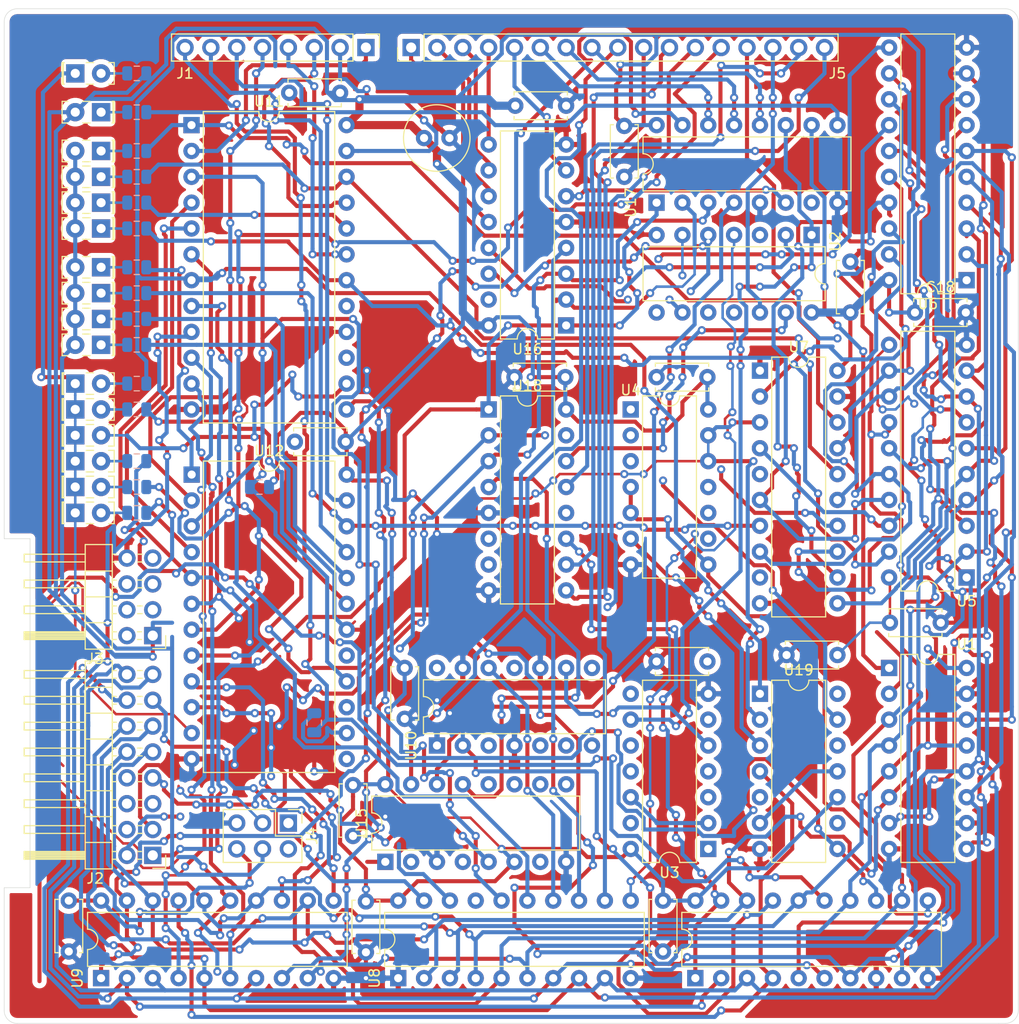
<source format=kicad_pcb>
(kicad_pcb (version 20171130) (host pcbnew "(5.1.2)-2")
  (layers (0 F.Cu signal) (31 B.Cu signal) (34 B.Paste user) (35 F.Paste user) (36 B.SilkS user) (37 F.SilkS user) (38 B.Mask user) (39 F.Mask user) (44 Edge.Cuts user))
  (net 0 "")
  (net 1 GND)
  (net 2 VCC)
  (net 3 "Net-(D1-Pad1)")
  (net 4 "Net-(D2-Pad1)")
  (net 5 "Net-(D3-Pad1)")
  (net 6 "Net-(D4-Pad1)")
  (net 7 "Net-(D5-Pad1)")
  (net 8 "Net-(D8-Pad1)")
  (net 9 "Net-(D9-Pad1)")
  (net 10 "Net-(D10-Pad1)")
  (net 11 "Net-(D12-Pad1)")
  (net 12 "Net-(D13-Pad1)")
  (net 13 ~ARCP)
  (net 14 ~ALCP)
  (net 15 ~ARMR)
  (net 16 ~ALMR)
  (net 17 ~ACP)
  (net 18 ~STLM)
  (net 19 ~STRM)
  (net 20 ~LDM)
  (net 21 /AUC6)
  (net 22 /AUC7)
  (net 23 E0)
  (net 24 E1)
  (net 25 Cn+4)
  (net 26 AMDC)
  (net 27 STA)
  (net 28 /A0)
  (net 29 /A1)
  (net 30 /A2)
  (net 31 /A3)
  (net 32 /A4)
  (net 33 /A5)
  (net 34 /A6)
  (net 35 /A7)
  (net 36 "Net-(R3-Pad2)")
  (net 37 ZERO)
  (net 38 ~CR)
  (net 39 SRCLK)
  (net 40 UC)
  (net 41 ~IMC)
  (net 42 FH)
  (net 43 "Net-(U2-Pad8)")
  (net 44 /AUC5)
  (net 45 "Net-(U2-Pad6)")
  (net 46 /PD4)
  (net 47 /PD5)
  (net 48 "Net-(U3-Pad10)")
  (net 49 /PD7)
  (net 50 "Net-(U3-Pad12)")
  (net 51 /PD6)
  (net 52 ~MLD)
  (net 53 SO)
  (net 54 /BUS3)
  (net 55 /BUS7)
  (net 56 /BUS2)
  (net 57 /BUS6)
  (net 58 /BUS1)
  (net 59 /BUS5)
  (net 60 /BUS0)
  (net 61 /BUS4)
  (net 62 CIN)
  (net 63 /B7)
  (net 64 OVER)
  (net 65 ~UOE)
  (net 66 /PD0)
  (net 67 /PD1)
  (net 68 /PD2)
  (net 69 ~BHLD)
  (net 70 /PD3)
  (net 71 ~BLLD)
  (net 72 ~ACO)
  (net 73 FL)
  (net 74 C_half)
  (net 75 /B3)
  (net 76 /B2)
  (net 77 /B6)
  (net 78 /B1)
  (net 79 /B5)
  (net 80 /B0)
  (net 81 /B4)
  (net 82 ~QO)
  (net 83 "Net-(U15-Pad9)")
  (net 84 /AUC0)
  (net 85 /AUC1)
  (net 86 /AUC2)
  (net 87 /AUC3)
  (net 88 /AUC4)
  (net 89 /F2)
  (net 90 /F1)
  (net 91 /F3)
  (net 92 /F4)
  (net 93 /F5)
  (net 94 /F6)
  (net 95 "Net-(U19-Pad12)")
  (net 96 "Net-(D12-Pad2)")
  (net 97 "Net-(D6-Pad2)")
  (net 98 "Net-(D7-Pad2)")
  (net 99 "Net-(D10-Pad2)")
  (net 100 "Net-(D14-Pad2)")
  (net 101 "Net-(D16-Pad2)")
  (net 102 "Net-(D18-Pad2)")
  (net 103 "Net-(J3-Pad2)")
  (net 104 "Net-(J3-Pad3)")
  (net 105 "Net-(J3-Pad4)")
  (net 106 "Net-(J3-Pad5)")
  (net 107 "Net-(J3-Pad6)")
  (net 108 "Net-(J3-Pad7)")
  (net 109 "Net-(J4-Pad1)")
  (net 110 "Net-(J4-Pad2)")
  (net 111 "Net-(R1-Pad1)")
  (net 112 "Net-(U1-Pad7)")
  (net 113 "Net-(U18-Pad15)")
  (net 114 "Net-(U18-Pad14)")
  (net 115 "Net-(U19-Pad13)")
  (net 116 "Net-(U19-Pad5)")
  (net 117 "Net-(U19-Pad3)")
  (net 118 /7)
  (net 119 /6)
  (net 120 /5)
  (net 121 /4)
  (net 122 /3)
  (net 123 /2)
  (net 124 /1)
  (net 125 /0)
  (net 126 "Net-(U12-Pad17)")
  (net 127 "Net-(U12-Pad15)")
  (net 128 "Net-(U15-Pad10)")
  (net 129 "Net-(U15-Pad11)")
  (net 130 "Net-(U15-Pad12)")
  (net 131 "Net-(U15-Pad13)")
  (net 132 "Net-(U15-Pad14)")
  (net 133 "Net-(U15-Pad7)")
  (net 134 "Net-(U15-Pad15)")
  (net 135 "Net-(U16-Pad15)")
  (net 136 "Net-(U17-Pad7)")
  (net 137 "Net-(U19-Pad11)")
  (net 138 "Net-(U10-Pad11)")
  (net 139 "Net-(U10-Pad3)")
  (net 140 "Net-(U3-Pad6)")
  (net 141 "Net-(U10-Pad9)")
  (net 142 "Net-(U3-Pad3)")
  (net 143 "Net-(U10-Pad5)")
  (net 144 "Net-(U10-Pad6)")
  (net 145 "Net-(U10-Pad8)")
  (net 146 "Net-(U11-Pad17)")
  (net 147 "Net-(U11-Pad15)")
  (module Connector_PinHeader_2.54mm:PinHeader_2x08_P2.54mm_Horizontal (layer F.Cu) (at 63.5 108.585 180)
    (fp_text reference J2 (at 5.655 -2.27) (layer F.SilkS))
    (fp_text value Conn_02x08_Top_Bottom)
    (pad 16 thru_hole oval (at 2.54 17.78 180) (size 1.7 1.7) (drill 1) (layers *.Cu *.Mask) (net 55 /BUS7))
    (pad 15 thru_hole oval (at 0 17.78 180) (size 1.7 1.7) (drill 1) (layers *.Cu *.Mask) (net 57 /BUS6))
    (pad 14 thru_hole oval (at 2.54 15.24 180) (size 1.7 1.7) (drill 1) (layers *.Cu *.Mask) (net 59 /BUS5))
    (pad 13 thru_hole oval (at 0 15.24 180) (size 1.7 1.7) (drill 1) (layers *.Cu *.Mask) (net 61 /BUS4))
    (pad 12 thru_hole oval (at 2.54 12.7 180) (size 1.7 1.7) (drill 1) (layers *.Cu *.Mask) (net 54 /BUS3))
    (pad 11 thru_hole oval (at 0 12.7 180) (size 1.7 1.7) (drill 1) (layers *.Cu *.Mask) (net 56 /BUS2))
    (pad 10 thru_hole oval (at 2.54 10.16 180) (size 1.7 1.7) (drill 1) (layers *.Cu *.Mask) (net 58 /BUS1))
    (pad 9 thru_hole oval (at 0 10.16 180) (size 1.7 1.7) (drill 1) (layers *.Cu *.Mask) (net 60 /BUS0))
    (pad 8 thru_hole oval (at 2.54 7.62 180) (size 1.7 1.7) (drill 1) (layers *.Cu *.Mask) (net 49 /PD7))
    (pad 7 thru_hole oval (at 0 7.62 180) (size 1.7 1.7) (drill 1) (layers *.Cu *.Mask) (net 51 /PD6))
    (pad 6 thru_hole oval (at 2.54 5.08 180) (size 1.7 1.7) (drill 1) (layers *.Cu *.Mask) (net 47 /PD5))
    (pad 5 thru_hole oval (at 0 5.08 180) (size 1.7 1.7) (drill 1) (layers *.Cu *.Mask) (net 46 /PD4))
    (pad 4 thru_hole oval (at 2.54 2.54 180) (size 1.7 1.7) (drill 1) (layers *.Cu *.Mask) (net 70 /PD3))
    (pad 3 thru_hole oval (at 0 2.54 180) (size 1.7 1.7) (drill 1) (layers *.Cu *.Mask) (net 68 /PD2))
    (pad 2 thru_hole oval (at 2.54 0 180) (size 1.7 1.7) (drill 1) (layers *.Cu *.Mask) (net 67 /PD1))
    (pad 1 thru_hole rect (at 0 0 180) (size 1.7 1.7) (drill 1) (layers *.Cu *.Mask) (net 66 /PD0))
  )
  (module Package_DIP:DIP-16_W7.62mm (layer F.Cu) (at 96.52 64.77)
    (fp_text reference U18 (at 3.81 -2.33) (layer F.SilkS))
    (fp_text value 74LS138)
    (pad 16 thru_hole oval (at 7.62 0) (size 1.6 1.6) (drill 0.8) (layers *.Cu *.Mask) (net 2 VCC))
    (pad 8 thru_hole oval (at 0 17.78) (size 1.6 1.6) (drill 0.8) (layers *.Cu *.Mask) (net 1 GND))
    (pad 15 thru_hole oval (at 7.62 2.54) (size 1.6 1.6) (drill 0.8) (layers *.Cu *.Mask) (net 113 "Net-(U18-Pad15)"))
    (pad 7 thru_hole oval (at 0 15.24) (size 1.6 1.6) (drill 0.8) (layers *.Cu *.Mask) (net 24 E1))
    (pad 14 thru_hole oval (at 7.62 5.08) (size 1.6 1.6) (drill 0.8) (layers *.Cu *.Mask) (net 114 "Net-(U18-Pad14)"))
    (pad 6 thru_hole oval (at 0 12.7) (size 1.6 1.6) (drill 0.8) (layers *.Cu *.Mask) (net 70 /PD3))
    (pad 13 thru_hole oval (at 7.62 7.62) (size 1.6 1.6) (drill 0.8) (layers *.Cu *.Mask) (net 39 SRCLK))
    (pad 5 thru_hole oval (at 0 10.16) (size 1.6 1.6) (drill 0.8) (layers *.Cu *.Mask) (net 1 GND))
    (pad 12 thru_hole oval (at 7.62 10.16) (size 1.6 1.6) (drill 0.8) (layers *.Cu *.Mask) (net 41 ~IMC))
    (pad 4 thru_hole oval (at 0 7.62) (size 1.6 1.6) (drill 0.8) (layers *.Cu *.Mask) (net 131 "Net-(U15-Pad13)"))
    (pad 11 thru_hole oval (at 7.62 12.7) (size 1.6 1.6) (drill 0.8) (layers *.Cu *.Mask) (net 72 ~ACO))
    (pad 3 thru_hole oval (at 0 5.08) (size 1.6 1.6) (drill 0.8) (layers *.Cu *.Mask) (net 68 /PD2))
    (pad 10 thru_hole oval (at 7.62 15.24) (size 1.6 1.6) (drill 0.8) (layers *.Cu *.Mask) (net 82 ~QO))
    (pad 2 thru_hole oval (at 0 2.54) (size 1.6 1.6) (drill 0.8) (layers *.Cu *.Mask) (net 67 /PD1))
    (pad 9 thru_hole oval (at 7.62 17.78) (size 1.6 1.6) (drill 0.8) (layers *.Cu *.Mask) (net 23 E0))
    (pad 1 thru_hole rect (at 0 0) (size 1.6 1.6) (drill 0.8) (layers *.Cu *.Mask) (net 66 /PD0))
  )
  (module Package_DIP:DIP-20_W7.62mm (layer F.Cu) (at 58.42 120.65 90)
    (fp_text reference U9 (at 0 -2.33 90) (layer F.SilkS))
    (fp_text value 74LS240)
    (pad 20 thru_hole oval (at 7.62 0 90) (size 1.6 1.6) (drill 0.8) (layers *.Cu *.Mask) (net 2 VCC))
    (pad 10 thru_hole oval (at 0 22.86 90) (size 1.6 1.6) (drill 0.8) (layers *.Cu *.Mask) (net 1 GND))
    (pad 19 thru_hole oval (at 7.62 2.54 90) (size 1.6 1.6) (drill 0.8) (layers *.Cu *.Mask) (net 65 ~UOE))
    (pad 9 thru_hole oval (at 0 20.32 90) (size 1.6 1.6) (drill 0.8) (layers *.Cu *.Mask) (net 61 /BUS4))
    (pad 18 thru_hole oval (at 7.62 5.08 90) (size 1.6 1.6) (drill 0.8) (layers *.Cu *.Mask) (net 60 /BUS0))
    (pad 8 thru_hole oval (at 0 17.78 90) (size 1.6 1.6) (drill 0.8) (layers *.Cu *.Mask) (net 91 /F3))
    (pad 17 thru_hole oval (at 7.62 7.62 90) (size 1.6 1.6) (drill 0.8) (layers *.Cu *.Mask) (net 42 FH))
    (pad 7 thru_hole oval (at 0 15.24 90) (size 1.6 1.6) (drill 0.8) (layers *.Cu *.Mask) (net 59 /BUS5))
    (pad 16 thru_hole oval (at 7.62 10.16 90) (size 1.6 1.6) (drill 0.8) (layers *.Cu *.Mask) (net 58 /BUS1))
    (pad 6 thru_hole oval (at 0 12.7 90) (size 1.6 1.6) (drill 0.8) (layers *.Cu *.Mask) (net 89 /F2))
    (pad 15 thru_hole oval (at 7.62 12.7 90) (size 1.6 1.6) (drill 0.8) (layers *.Cu *.Mask) (net 94 /F6))
    (pad 5 thru_hole oval (at 0 10.16 90) (size 1.6 1.6) (drill 0.8) (layers *.Cu *.Mask) (net 57 /BUS6))
    (pad 14 thru_hole oval (at 7.62 15.24 90) (size 1.6 1.6) (drill 0.8) (layers *.Cu *.Mask) (net 56 /BUS2))
    (pad 4 thru_hole oval (at 0 7.62 90) (size 1.6 1.6) (drill 0.8) (layers *.Cu *.Mask) (net 90 /F1))
    (pad 13 thru_hole oval (at 7.62 17.78 90) (size 1.6 1.6) (drill 0.8) (layers *.Cu *.Mask) (net 93 /F5))
    (pad 3 thru_hole oval (at 0 5.08 90) (size 1.6 1.6) (drill 0.8) (layers *.Cu *.Mask) (net 55 /BUS7))
    (pad 12 thru_hole oval (at 7.62 20.32 90) (size 1.6 1.6) (drill 0.8) (layers *.Cu *.Mask) (net 54 /BUS3))
    (pad 2 thru_hole oval (at 0 2.54 90) (size 1.6 1.6) (drill 0.8) (layers *.Cu *.Mask) (net 73 FL))
    (pad 11 thru_hole oval (at 7.62 22.86 90) (size 1.6 1.6) (drill 0.8) (layers *.Cu *.Mask) (net 92 /F4))
    (pad 1 thru_hole rect (at 0 0 90) (size 1.6 1.6) (drill 0.8) (layers *.Cu *.Mask) (net 65 ~UOE))
  )
  (module Package_DIP:DIP-24_W15.24mm (layer F.Cu) (at 67.325 71.17)
    (fp_text reference U12 (at 7.62 -2.33) (layer F.SilkS))
    (fp_text value 74LS181)
    (pad 24 thru_hole oval (at 15.24 0) (size 1.6 1.6) (drill 0.8) (layers *.Cu *.Mask) (net 2 VCC))
    (pad 12 thru_hole oval (at 0 27.94) (size 1.6 1.6) (drill 0.8) (layers *.Cu *.Mask) (net 1 GND))
    (pad 23 thru_hole oval (at 15.24 2.54) (size 1.6 1.6) (drill 0.8) (layers *.Cu *.Mask) (net 33 /A5))
    (pad 11 thru_hole oval (at 0 25.4) (size 1.6 1.6) (drill 0.8) (layers *.Cu *.Mask) (net 94 /F6))
    (pad 22 thru_hole oval (at 15.24 5.08) (size 1.6 1.6) (drill 0.8) (layers *.Cu *.Mask) (net 79 /B5))
    (pad 10 thru_hole oval (at 0 22.86) (size 1.6 1.6) (drill 0.8) (layers *.Cu *.Mask) (net 93 /F5))
    (pad 21 thru_hole oval (at 15.24 7.62) (size 1.6 1.6) (drill 0.8) (layers *.Cu *.Mask) (net 34 /A6))
    (pad 9 thru_hole oval (at 0 20.32) (size 1.6 1.6) (drill 0.8) (layers *.Cu *.Mask) (net 92 /F4))
    (pad 20 thru_hole oval (at 15.24 10.16) (size 1.6 1.6) (drill 0.8) (layers *.Cu *.Mask) (net 77 /B6))
    (pad 8 thru_hole oval (at 0 17.78) (size 1.6 1.6) (drill 0.8) (layers *.Cu *.Mask) (net 88 /AUC4))
    (pad 19 thru_hole oval (at 15.24 12.7) (size 1.6 1.6) (drill 0.8) (layers *.Cu *.Mask) (net 35 /A7))
    (pad 7 thru_hole oval (at 0 15.24) (size 1.6 1.6) (drill 0.8) (layers *.Cu *.Mask) (net 74 C_half))
    (pad 18 thru_hole oval (at 15.24 15.24) (size 1.6 1.6) (drill 0.8) (layers *.Cu *.Mask) (net 63 /B7))
    (pad 6 thru_hole oval (at 0 12.7) (size 1.6 1.6) (drill 0.8) (layers *.Cu *.Mask) (net 84 /AUC0))
    (pad 17 thru_hole oval (at 15.24 17.78) (size 1.6 1.6) (drill 0.8) (layers *.Cu *.Mask) (net 126 "Net-(U12-Pad17)"))
    (pad 5 thru_hole oval (at 0 10.16) (size 1.6 1.6) (drill 0.8) (layers *.Cu *.Mask) (net 85 /AUC1))
    (pad 16 thru_hole oval (at 15.24 20.32) (size 1.6 1.6) (drill 0.8) (layers *.Cu *.Mask) (net 25 Cn+4))
    (pad 4 thru_hole oval (at 0 7.62) (size 1.6 1.6) (drill 0.8) (layers *.Cu *.Mask) (net 86 /AUC2))
    (pad 15 thru_hole oval (at 15.24 22.86) (size 1.6 1.6) (drill 0.8) (layers *.Cu *.Mask) (net 127 "Net-(U12-Pad15)"))
    (pad 3 thru_hole oval (at 0 5.08) (size 1.6 1.6) (drill 0.8) (layers *.Cu *.Mask) (net 87 /AUC3))
    (pad 14 thru_hole oval (at 15.24 25.4) (size 1.6 1.6) (drill 0.8) (layers *.Cu *.Mask) (net 111 "Net-(R1-Pad1)"))
    (pad 2 thru_hole oval (at 0 2.54) (size 1.6 1.6) (drill 0.8) (layers *.Cu *.Mask) (net 32 /A4))
    (pad 13 thru_hole oval (at 15.24 27.94) (size 1.6 1.6) (drill 0.8) (layers *.Cu *.Mask) (net 42 FH))
    (pad 1 thru_hole rect (at 0 0) (size 1.6 1.6) (drill 0.8) (layers *.Cu *.Mask) (net 81 /B4))
  )
  (module Capacitor_THT:C_Disc_D5.0mm_W2.5mm_P5.00mm (layer F.Cu) (at 138.43 55.245)
    (fp_text reference C18 (at 2.5 -2.5) (layer F.SilkS))
    (fp_text value 0.1uF)
    (pad 2 thru_hole circle (at 5 0) (size 1.6 1.6) (drill 0.8) (layers *.Cu *.Mask) (net 1 GND))
    (pad 1 thru_hole circle (at 0 0) (size 1.6 1.6) (drill 0.8) (layers *.Cu *.Mask) (net 2 VCC))
  )
  (module Package_DIP:DIP-14_W7.62mm (layer F.Cu) (at 123.19 92.71)
    (fp_text reference U19 (at 3.81 -2.33) (layer F.SilkS))
    (fp_text value 74LS10)
    (pad 14 thru_hole oval (at 7.62 0) (size 1.6 1.6) (drill 0.8) (layers *.Cu *.Mask) (net 2 VCC))
    (pad 7 thru_hole oval (at 0 15.24) (size 1.6 1.6) (drill 0.8) (layers *.Cu *.Mask) (net 1 GND))
    (pad 13 thru_hole oval (at 7.62 2.54) (size 1.6 1.6) (drill 0.8) (layers *.Cu *.Mask) (net 115 "Net-(U19-Pad13)"))
    (pad 6 thru_hole oval (at 0 12.7) (size 1.6 1.6) (drill 0.8) (layers *.Cu *.Mask) (net 137 "Net-(U19-Pad11)"))
    (pad 12 thru_hole oval (at 7.62 5.08) (size 1.6 1.6) (drill 0.8) (layers *.Cu *.Mask) (net 95 "Net-(U19-Pad12)"))
    (pad 5 thru_hole oval (at 0 10.16) (size 1.6 1.6) (drill 0.8) (layers *.Cu *.Mask) (net 116 "Net-(U19-Pad5)"))
    (pad 11 thru_hole oval (at 7.62 7.62) (size 1.6 1.6) (drill 0.8) (layers *.Cu *.Mask) (net 137 "Net-(U19-Pad11)"))
    (pad 4 thru_hole oval (at 0 7.62) (size 1.6 1.6) (drill 0.8) (layers *.Cu *.Mask) (net 42 FH))
    (pad 10 thru_hole oval (at 7.62 10.16) (size 1.6 1.6) (drill 0.8) (layers *.Cu *.Mask) (net 2 VCC))
    (pad 3 thru_hole oval (at 0 5.08) (size 1.6 1.6) (drill 0.8) (layers *.Cu *.Mask) (net 117 "Net-(U19-Pad3)"))
    (pad 9 thru_hole oval (at 7.62 12.7) (size 1.6 1.6) (drill 0.8) (layers *.Cu *.Mask) (net 95 "Net-(U19-Pad12)"))
    (pad 2 thru_hole oval (at 0 2.54) (size 1.6 1.6) (drill 0.8) (layers *.Cu *.Mask) (net 63 /B7))
    (pad 8 thru_hole oval (at 7.62 15.24) (size 1.6 1.6) (drill 0.8) (layers *.Cu *.Mask) (net 64 OVER))
    (pad 1 thru_hole rect (at 0 0) (size 1.6 1.6) (drill 0.8) (layers *.Cu *.Mask) (net 35 /A7))
  )
  (module Package_DIP:DIP-16_W7.62mm (layer F.Cu) (at 113.03 44.45 90)
    (fp_text reference U17 (at 0 -2.54 90) (layer F.SilkS))
    (fp_text value 74LS138)
    (pad 16 thru_hole oval (at 7.62 0 90) (size 1.6 1.6) (drill 0.8) (layers *.Cu *.Mask) (net 2 VCC))
    (pad 8 thru_hole oval (at 0 17.78 90) (size 1.6 1.6) (drill 0.8) (layers *.Cu *.Mask) (net 1 GND))
    (pad 15 thru_hole oval (at 7.62 2.54 90) (size 1.6 1.6) (drill 0.8) (layers *.Cu *.Mask) (net 65 ~UOE))
    (pad 7 thru_hole oval (at 0 15.24 90) (size 1.6 1.6) (drill 0.8) (layers *.Cu *.Mask) (net 136 "Net-(U17-Pad7)"))
    (pad 14 thru_hole oval (at 7.62 5.08 90) (size 1.6 1.6) (drill 0.8) (layers *.Cu *.Mask) (net 18 ~STLM))
    (pad 6 thru_hole oval (at 0 12.7 90) (size 1.6 1.6) (drill 0.8) (layers *.Cu *.Mask) (net 70 /PD3))
    (pad 13 thru_hole oval (at 7.62 7.62 90) (size 1.6 1.6) (drill 0.8) (layers *.Cu *.Mask) (net 19 ~STRM))
    (pad 5 thru_hole oval (at 0 10.16 90) (size 1.6 1.6) (drill 0.8) (layers *.Cu *.Mask) (net 1 GND))
    (pad 12 thru_hole oval (at 7.62 10.16 90) (size 1.6 1.6) (drill 0.8) (layers *.Cu *.Mask) (net 20 ~LDM))
    (pad 4 thru_hole oval (at 0 7.62 90) (size 1.6 1.6) (drill 0.8) (layers *.Cu *.Mask) (net 132 "Net-(U15-Pad14)"))
    (pad 11 thru_hole oval (at 7.62 12.7 90) (size 1.6 1.6) (drill 0.8) (layers *.Cu *.Mask) (net 38 ~CR))
    (pad 3 thru_hole oval (at 0 5.08 90) (size 1.6 1.6) (drill 0.8) (layers *.Cu *.Mask) (net 68 /PD2))
    (pad 10 thru_hole oval (at 7.62 15.24 90) (size 1.6 1.6) (drill 0.8) (layers *.Cu *.Mask) (net 52 ~MLD))
    (pad 2 thru_hole oval (at 0 2.54 90) (size 1.6 1.6) (drill 0.8) (layers *.Cu *.Mask) (net 67 /PD1))
    (pad 9 thru_hole oval (at 7.62 17.78 90) (size 1.6 1.6) (drill 0.8) (layers *.Cu *.Mask) (net 36 "Net-(R3-Pad2)"))
    (pad 1 thru_hole rect (at 0 0 90) (size 1.6 1.6) (drill 0.8) (layers *.Cu *.Mask) (net 66 /PD0))
  )
  (module Package_DIP:DIP-16_W7.62mm (layer F.Cu) (at 104.14 56.515 180)
    (fp_text reference U16 (at 3.81 -2.33) (layer F.SilkS))
    (fp_text value 74LS138)
    (pad 16 thru_hole oval (at 7.62 0 180) (size 1.6 1.6) (drill 0.8) (layers *.Cu *.Mask) (net 2 VCC))
    (pad 8 thru_hole oval (at 0 17.78 180) (size 1.6 1.6) (drill 0.8) (layers *.Cu *.Mask) (net 1 GND))
    (pad 15 thru_hole oval (at 7.62 2.54 180) (size 1.6 1.6) (drill 0.8) (layers *.Cu *.Mask) (net 135 "Net-(U16-Pad15)"))
    (pad 7 thru_hole oval (at 0 15.24 180) (size 1.6 1.6) (drill 0.8) (layers *.Cu *.Mask) (net 17 ~ACP))
    (pad 14 thru_hole oval (at 7.62 5.08 180) (size 1.6 1.6) (drill 0.8) (layers *.Cu *.Mask) (net 71 ~BLLD))
    (pad 6 thru_hole oval (at 0 12.7 180) (size 1.6 1.6) (drill 0.8) (layers *.Cu *.Mask) (net 70 /PD3))
    (pad 13 thru_hole oval (at 7.62 7.62 180) (size 1.6 1.6) (drill 0.8) (layers *.Cu *.Mask) (net 69 ~BHLD))
    (pad 5 thru_hole oval (at 0 10.16 180) (size 1.6 1.6) (drill 0.8) (layers *.Cu *.Mask) (net 1 GND))
    (pad 12 thru_hole oval (at 7.62 10.16 180) (size 1.6 1.6) (drill 0.8) (layers *.Cu *.Mask) (net 13 ~ARCP))
    (pad 4 thru_hole oval (at 0 7.62 180) (size 1.6 1.6) (drill 0.8) (layers *.Cu *.Mask) (net 134 "Net-(U15-Pad15)"))
    (pad 11 thru_hole oval (at 7.62 12.7 180) (size 1.6 1.6) (drill 0.8) (layers *.Cu *.Mask) (net 14 ~ALCP))
    (pad 3 thru_hole oval (at 0 5.08 180) (size 1.6 1.6) (drill 0.8) (layers *.Cu *.Mask) (net 68 /PD2))
    (pad 10 thru_hole oval (at 7.62 15.24 180) (size 1.6 1.6) (drill 0.8) (layers *.Cu *.Mask) (net 15 ~ARMR))
    (pad 2 thru_hole oval (at 0 2.54 180) (size 1.6 1.6) (drill 0.8) (layers *.Cu *.Mask) (net 67 /PD1))
    (pad 9 thru_hole oval (at 7.62 17.78 180) (size 1.6 1.6) (drill 0.8) (layers *.Cu *.Mask) (net 16 ~ALMR))
    (pad 1 thru_hole rect (at 0 0 180) (size 1.6 1.6) (drill 0.8) (layers *.Cu *.Mask) (net 66 /PD0))
  )
  (module Package_DIP:DIP-16_W7.62mm (layer F.Cu) (at 86.36 109.22 90)
    (fp_text reference U15 (at 3.81 -2.33 90) (layer F.SilkS))
    (fp_text value 74LS138)
    (pad 16 thru_hole oval (at 7.62 0 90) (size 1.6 1.6) (drill 0.8) (layers *.Cu *.Mask) (net 2 VCC))
    (pad 8 thru_hole oval (at 0 17.78 90) (size 1.6 1.6) (drill 0.8) (layers *.Cu *.Mask) (net 1 GND))
    (pad 15 thru_hole oval (at 7.62 2.54 90) (size 1.6 1.6) (drill 0.8) (layers *.Cu *.Mask) (net 134 "Net-(U15-Pad15)"))
    (pad 7 thru_hole oval (at 0 15.24 90) (size 1.6 1.6) (drill 0.8) (layers *.Cu *.Mask) (net 133 "Net-(U15-Pad7)"))
    (pad 14 thru_hole oval (at 7.62 5.08 90) (size 1.6 1.6) (drill 0.8) (layers *.Cu *.Mask) (net 132 "Net-(U15-Pad14)"))
    (pad 6 thru_hole oval (at 0 12.7 90) (size 1.6 1.6) (drill 0.8) (layers *.Cu *.Mask) (net 2 VCC))
    (pad 13 thru_hole oval (at 7.62 7.62 90) (size 1.6 1.6) (drill 0.8) (layers *.Cu *.Mask) (net 131 "Net-(U15-Pad13)"))
    (pad 5 thru_hole oval (at 0 10.16 90) (size 1.6 1.6) (drill 0.8) (layers *.Cu *.Mask) (net 51 /PD6))
    (pad 12 thru_hole oval (at 7.62 10.16 90) (size 1.6 1.6) (drill 0.8) (layers *.Cu *.Mask) (net 130 "Net-(U15-Pad12)"))
    (pad 4 thru_hole oval (at 0 7.62 90) (size 1.6 1.6) (drill 0.8) (layers *.Cu *.Mask) (net 49 /PD7))
    (pad 11 thru_hole oval (at 7.62 12.7 90) (size 1.6 1.6) (drill 0.8) (layers *.Cu *.Mask) (net 129 "Net-(U15-Pad11)"))
    (pad 3 thru_hole oval (at 0 5.08 90) (size 1.6 1.6) (drill 0.8) (layers *.Cu *.Mask) (net 1 GND))
    (pad 10 thru_hole oval (at 7.62 15.24 90) (size 1.6 1.6) (drill 0.8) (layers *.Cu *.Mask) (net 128 "Net-(U15-Pad10)"))
    (pad 2 thru_hole oval (at 0 2.54 90) (size 1.6 1.6) (drill 0.8) (layers *.Cu *.Mask) (net 47 /PD5))
    (pad 9 thru_hole oval (at 7.62 17.78 90) (size 1.6 1.6) (drill 0.8) (layers *.Cu *.Mask) (net 83 "Net-(U15-Pad9)"))
    (pad 1 thru_hole rect (at 0 0 90) (size 1.6 1.6) (drill 0.8) (layers *.Cu *.Mask) (net 46 /PD4))
  )
  (module Package_DIP:DIP-20_W7.62mm (layer F.Cu) (at 116.84 120.65 90)
    (fp_text reference U13 hide)
    (fp_text value 74LS244)
    (pad 20 thru_hole oval (at 7.62 0 90) (size 1.6 1.6) (drill 0.8) (layers *.Cu *.Mask) (net 2 VCC))
    (pad 10 thru_hole oval (at 0 22.86 90) (size 1.6 1.6) (drill 0.8) (layers *.Cu *.Mask) (net 1 GND))
    (pad 19 thru_hole oval (at 7.62 2.54 90) (size 1.6 1.6) (drill 0.8) (layers *.Cu *.Mask) (net 72 ~ACO))
    (pad 9 thru_hole oval (at 0 20.32 90) (size 1.6 1.6) (drill 0.8) (layers *.Cu *.Mask) (net 61 /BUS4))
    (pad 18 thru_hole oval (at 7.62 5.08 90) (size 1.6 1.6) (drill 0.8) (layers *.Cu *.Mask) (net 60 /BUS0))
    (pad 8 thru_hole oval (at 0 17.78 90) (size 1.6 1.6) (drill 0.8) (layers *.Cu *.Mask) (net 1 GND))
    (pad 17 thru_hole oval (at 7.62 7.62 90) (size 1.6 1.6) (drill 0.8) (layers *.Cu *.Mask) (net 25 Cn+4))
    (pad 7 thru_hole oval (at 0 15.24 90) (size 1.6 1.6) (drill 0.8) (layers *.Cu *.Mask) (net 59 /BUS5))
    (pad 16 thru_hole oval (at 7.62 10.16 90) (size 1.6 1.6) (drill 0.8) (layers *.Cu *.Mask) (net 58 /BUS1))
    (pad 6 thru_hole oval (at 0 12.7 90) (size 1.6 1.6) (drill 0.8) (layers *.Cu *.Mask) (net 74 C_half))
    (pad 15 thru_hole oval (at 7.62 12.7 90) (size 1.6 1.6) (drill 0.8) (layers *.Cu *.Mask) (net 37 ZERO))
    (pad 5 thru_hole oval (at 0 10.16 90) (size 1.6 1.6) (drill 0.8) (layers *.Cu *.Mask) (net 57 /BUS6))
    (pad 14 thru_hole oval (at 7.62 15.24 90) (size 1.6 1.6) (drill 0.8) (layers *.Cu *.Mask) (net 56 /BUS2))
    (pad 4 thru_hole oval (at 0 7.62 90) (size 1.6 1.6) (drill 0.8) (layers *.Cu *.Mask) (net 42 FH))
    (pad 13 thru_hole oval (at 7.62 17.78 90) (size 1.6 1.6) (drill 0.8) (layers *.Cu *.Mask) (net 64 OVER))
    (pad 3 thru_hole oval (at 0 5.08 90) (size 1.6 1.6) (drill 0.8) (layers *.Cu *.Mask) (net 55 /BUS7))
    (pad 12 thru_hole oval (at 7.62 20.32 90) (size 1.6 1.6) (drill 0.8) (layers *.Cu *.Mask) (net 54 /BUS3))
    (pad 2 thru_hole oval (at 0 2.54 90) (size 1.6 1.6) (drill 0.8) (layers *.Cu *.Mask) (net 73 FL))
    (pad 11 thru_hole oval (at 7.62 22.86 90) (size 1.6 1.6) (drill 0.8) (layers *.Cu *.Mask) (net 62 CIN))
    (pad 1 thru_hole rect (at 0 0 90) (size 1.6 1.6) (drill 0.8) (layers *.Cu *.Mask) (net 72 ~ACO))
  )
  (module Package_DIP:DIP-24_W15.24mm (layer F.Cu) (at 67.31 36.83)
    (fp_text reference U11 (at 7.62 -2.33) (layer F.SilkS))
    (fp_text value 74LS181)
    (pad 24 thru_hole oval (at 15.24 0) (size 1.6 1.6) (drill 0.8) (layers *.Cu *.Mask) (net 2 VCC))
    (pad 12 thru_hole oval (at 0 27.94) (size 1.6 1.6) (drill 0.8) (layers *.Cu *.Mask) (net 1 GND))
    (pad 23 thru_hole oval (at 15.24 2.54) (size 1.6 1.6) (drill 0.8) (layers *.Cu *.Mask) (net 29 /A1))
    (pad 11 thru_hole oval (at 0 25.4) (size 1.6 1.6) (drill 0.8) (layers *.Cu *.Mask) (net 89 /F2))
    (pad 22 thru_hole oval (at 15.24 5.08) (size 1.6 1.6) (drill 0.8) (layers *.Cu *.Mask) (net 78 /B1))
    (pad 10 thru_hole oval (at 0 22.86) (size 1.6 1.6) (drill 0.8) (layers *.Cu *.Mask) (net 90 /F1))
    (pad 21 thru_hole oval (at 15.24 7.62) (size 1.6 1.6) (drill 0.8) (layers *.Cu *.Mask) (net 30 /A2))
    (pad 9 thru_hole oval (at 0 20.32) (size 1.6 1.6) (drill 0.8) (layers *.Cu *.Mask) (net 73 FL))
    (pad 20 thru_hole oval (at 15.24 10.16) (size 1.6 1.6) (drill 0.8) (layers *.Cu *.Mask) (net 76 /B2))
    (pad 8 thru_hole oval (at 0 17.78) (size 1.6 1.6) (drill 0.8) (layers *.Cu *.Mask) (net 88 /AUC4))
    (pad 19 thru_hole oval (at 15.24 12.7) (size 1.6 1.6) (drill 0.8) (layers *.Cu *.Mask) (net 31 /A3))
    (pad 7 thru_hole oval (at 0 15.24) (size 1.6 1.6) (drill 0.8) (layers *.Cu *.Mask) (net 62 CIN))
    (pad 18 thru_hole oval (at 15.24 15.24) (size 1.6 1.6) (drill 0.8) (layers *.Cu *.Mask) (net 75 /B3))
    (pad 6 thru_hole oval (at 0 12.7) (size 1.6 1.6) (drill 0.8) (layers *.Cu *.Mask) (net 84 /AUC0))
    (pad 17 thru_hole oval (at 15.24 17.78) (size 1.6 1.6) (drill 0.8) (layers *.Cu *.Mask) (net 146 "Net-(U11-Pad17)"))
    (pad 5 thru_hole oval (at 0 10.16) (size 1.6 1.6) (drill 0.8) (layers *.Cu *.Mask) (net 85 /AUC1))
    (pad 16 thru_hole oval (at 15.24 20.32) (size 1.6 1.6) (drill 0.8) (layers *.Cu *.Mask) (net 74 C_half))
    (pad 4 thru_hole oval (at 0 7.62) (size 1.6 1.6) (drill 0.8) (layers *.Cu *.Mask) (net 86 /AUC2))
    (pad 15 thru_hole oval (at 15.24 22.86) (size 1.6 1.6) (drill 0.8) (layers *.Cu *.Mask) (net 147 "Net-(U11-Pad15)"))
    (pad 3 thru_hole oval (at 0 5.08) (size 1.6 1.6) (drill 0.8) (layers *.Cu *.Mask) (net 87 /AUC3))
    (pad 14 thru_hole oval (at 15.24 25.4) (size 1.6 1.6) (drill 0.8) (layers *.Cu *.Mask) (net 37 ZERO))
    (pad 2 thru_hole oval (at 0 2.54) (size 1.6 1.6) (drill 0.8) (layers *.Cu *.Mask) (net 28 /A0))
    (pad 13 thru_hole oval (at 15.24 27.94) (size 1.6 1.6) (drill 0.8) (layers *.Cu *.Mask) (net 91 /F3))
    (pad 1 thru_hole rect (at 0 0) (size 1.6 1.6) (drill 0.8) (layers *.Cu *.Mask) (net 80 /B0))
  )
  (module Package_DIP:DIP-14_W7.62mm (layer F.Cu) (at 91.44 97.79 90)
    (fp_text reference U10 (at 0 -2.54 90) (layer F.SilkS))
    (fp_text value 74LS74)
    (pad 14 thru_hole oval (at 7.62 0 90) (size 1.6 1.6) (drill 0.8) (layers *.Cu *.Mask))
    (pad 7 thru_hole oval (at 0 15.24 90) (size 1.6 1.6) (drill 0.8) (layers *.Cu *.Mask))
    (pad 13 thru_hole oval (at 7.62 2.54 90) (size 1.6 1.6) (drill 0.8) (layers *.Cu *.Mask) (net 1 GND))
    (pad 6 thru_hole oval (at 0 12.7 90) (size 1.6 1.6) (drill 0.8) (layers *.Cu *.Mask) (net 144 "Net-(U10-Pad6)"))
    (pad 12 thru_hole oval (at 7.62 5.08 90) (size 1.6 1.6) (drill 0.8) (layers *.Cu *.Mask) (net 44 /AUC5))
    (pad 5 thru_hole oval (at 0 10.16 90) (size 1.6 1.6) (drill 0.8) (layers *.Cu *.Mask) (net 143 "Net-(U10-Pad5)"))
    (pad 11 thru_hole oval (at 7.62 7.62 90) (size 1.6 1.6) (drill 0.8) (layers *.Cu *.Mask) (net 138 "Net-(U10-Pad11)"))
    (pad 4 thru_hole oval (at 0 7.62 90) (size 1.6 1.6) (drill 0.8) (layers *.Cu *.Mask) (net 1 GND))
    (pad 10 thru_hole oval (at 7.62 10.16 90) (size 1.6 1.6) (drill 0.8) (layers *.Cu *.Mask) (net 1 GND))
    (pad 3 thru_hole oval (at 0 5.08 90) (size 1.6 1.6) (drill 0.8) (layers *.Cu *.Mask) (net 139 "Net-(U10-Pad3)"))
    (pad 9 thru_hole oval (at 7.62 12.7 90) (size 1.6 1.6) (drill 0.8) (layers *.Cu *.Mask) (net 141 "Net-(U10-Pad9)"))
    (pad 2 thru_hole oval (at 0 2.54 90) (size 1.6 1.6) (drill 0.8) (layers *.Cu *.Mask) (net 25 Cn+4))
    (pad 8 thru_hole oval (at 7.62 15.24 90) (size 1.6 1.6) (drill 0.8) (layers *.Cu *.Mask) (net 145 "Net-(U10-Pad8)"))
    (pad 1 thru_hole rect (at 0 0 90) (size 1.6 1.6) (drill 0.8) (layers *.Cu *.Mask) (net 1 GND))
  )
  (module Package_DIP:DIP-20_W7.62mm (layer F.Cu) (at 87.63 120.65 90)
    (fp_text reference U8 (at 0 -2.33 90) (layer F.SilkS))
    (fp_text value 74LS574)
    (pad 20 thru_hole oval (at 7.62 0 90) (size 1.6 1.6) (drill 0.8) (layers *.Cu *.Mask) (net 2 VCC))
    (pad 10 thru_hole oval (at 0 22.86 90) (size 1.6 1.6) (drill 0.8) (layers *.Cu *.Mask) (net 1 GND))
    (pad 19 thru_hole oval (at 7.62 2.54 90) (size 1.6 1.6) (drill 0.8) (layers *.Cu *.Mask) (net 84 /AUC0))
    (pad 9 thru_hole oval (at 0 20.32 90) (size 1.6 1.6) (drill 0.8) (layers *.Cu *.Mask) (net 55 /BUS7))
    (pad 18 thru_hole oval (at 7.62 5.08 90) (size 1.6 1.6) (drill 0.8) (layers *.Cu *.Mask) (net 85 /AUC1))
    (pad 8 thru_hole oval (at 0 17.78 90) (size 1.6 1.6) (drill 0.8) (layers *.Cu *.Mask) (net 57 /BUS6))
    (pad 17 thru_hole oval (at 7.62 7.62 90) (size 1.6 1.6) (drill 0.8) (layers *.Cu *.Mask) (net 86 /AUC2))
    (pad 7 thru_hole oval (at 0 15.24 90) (size 1.6 1.6) (drill 0.8) (layers *.Cu *.Mask) (net 59 /BUS5))
    (pad 16 thru_hole oval (at 7.62 10.16 90) (size 1.6 1.6) (drill 0.8) (layers *.Cu *.Mask) (net 87 /AUC3))
    (pad 6 thru_hole oval (at 0 12.7 90) (size 1.6 1.6) (drill 0.8) (layers *.Cu *.Mask) (net 61 /BUS4))
    (pad 15 thru_hole oval (at 7.62 12.7 90) (size 1.6 1.6) (drill 0.8) (layers *.Cu *.Mask) (net 88 /AUC4))
    (pad 5 thru_hole oval (at 0 10.16 90) (size 1.6 1.6) (drill 0.8) (layers *.Cu *.Mask) (net 54 /BUS3))
    (pad 14 thru_hole oval (at 7.62 15.24 90) (size 1.6 1.6) (drill 0.8) (layers *.Cu *.Mask) (net 44 /AUC5))
    (pad 4 thru_hole oval (at 0 7.62 90) (size 1.6 1.6) (drill 0.8) (layers *.Cu *.Mask) (net 56 /BUS2))
    (pad 13 thru_hole oval (at 7.62 17.78 90) (size 1.6 1.6) (drill 0.8) (layers *.Cu *.Mask) (net 21 /AUC6))
    (pad 3 thru_hole oval (at 0 5.08 90) (size 1.6 1.6) (drill 0.8) (layers *.Cu *.Mask) (net 58 /BUS1))
    (pad 12 thru_hole oval (at 7.62 20.32 90) (size 1.6 1.6) (drill 0.8) (layers *.Cu *.Mask) (net 22 /AUC7))
    (pad 2 thru_hole oval (at 0 2.54 90) (size 1.6 1.6) (drill 0.8) (layers *.Cu *.Mask) (net 60 /BUS0))
    (pad 11 thru_hole oval (at 7.62 22.86 90) (size 1.6 1.6) (drill 0.8) (layers *.Cu *.Mask) (net 40 UC))
    (pad 1 thru_hole rect (at 0 0 90) (size 1.6 1.6) (drill 0.8) (layers *.Cu *.Mask) (net 1 GND))
  )
  (module Package_DIP:DIP-20_W7.62mm (layer F.Cu) (at 123.19 60.96)
    (fp_text reference U7 (at 3.81 -2.33) (layer F.SilkS))
    (fp_text value 74LS240)
    (pad 20 thru_hole oval (at 7.62 0) (size 1.6 1.6) (drill 0.8) (layers *.Cu *.Mask) (net 2 VCC))
    (pad 10 thru_hole oval (at 0 22.86) (size 1.6 1.6) (drill 0.8) (layers *.Cu *.Mask) (net 1 GND))
    (pad 19 thru_hole oval (at 7.62 2.54) (size 1.6 1.6) (drill 0.8) (layers *.Cu *.Mask) (net 1 GND))
    (pad 9 thru_hole oval (at 0 20.32) (size 1.6 1.6) (drill 0.8) (layers *.Cu *.Mask) (net 81 /B4))
    (pad 18 thru_hole oval (at 7.62 5.08) (size 1.6 1.6) (drill 0.8) (layers *.Cu *.Mask) (net 80 /B0))
    (pad 8 thru_hole oval (at 0 17.78) (size 1.6 1.6) (drill 0.8) (layers *.Cu *.Mask) (net 122 /3))
    (pad 17 thru_hole oval (at 7.62 7.62) (size 1.6 1.6) (drill 0.8) (layers *.Cu *.Mask) (net 118 /7))
    (pad 7 thru_hole oval (at 0 15.24) (size 1.6 1.6) (drill 0.8) (layers *.Cu *.Mask) (net 79 /B5))
    (pad 16 thru_hole oval (at 7.62 10.16) (size 1.6 1.6) (drill 0.8) (layers *.Cu *.Mask) (net 78 /B1))
    (pad 6 thru_hole oval (at 0 12.7) (size 1.6 1.6) (drill 0.8) (layers *.Cu *.Mask) (net 123 /2))
    (pad 15 thru_hole oval (at 7.62 12.7) (size 1.6 1.6) (drill 0.8) (layers *.Cu *.Mask) (net 119 /6))
    (pad 5 thru_hole oval (at 0 10.16) (size 1.6 1.6) (drill 0.8) (layers *.Cu *.Mask) (net 77 /B6))
    (pad 14 thru_hole oval (at 7.62 15.24) (size 1.6 1.6) (drill 0.8) (layers *.Cu *.Mask) (net 76 /B2))
    (pad 4 thru_hole oval (at 0 7.62) (size 1.6 1.6) (drill 0.8) (layers *.Cu *.Mask) (net 124 /1))
    (pad 13 thru_hole oval (at 7.62 17.78) (size 1.6 1.6) (drill 0.8) (layers *.Cu *.Mask) (net 120 /5))
    (pad 3 thru_hole oval (at 0 5.08) (size 1.6 1.6) (drill 0.8) (layers *.Cu *.Mask) (net 63 /B7))
    (pad 12 thru_hole oval (at 7.62 20.32) (size 1.6 1.6) (drill 0.8) (layers *.Cu *.Mask) (net 75 /B3))
    (pad 2 thru_hole oval (at 0 2.54) (size 1.6 1.6) (drill 0.8) (layers *.Cu *.Mask) (net 125 /0))
    (pad 11 thru_hole oval (at 7.62 22.86) (size 1.6 1.6) (drill 0.8) (layers *.Cu *.Mask) (net 121 /4))
    (pad 1 thru_hole rect (at 0 0) (size 1.6 1.6) (drill 0.8) (layers *.Cu *.Mask) (net 1 GND))
  )
  (module Package_DIP:DIP-20_W7.62mm (layer F.Cu) (at 143.51 52.07 180)
    (fp_text reference U6 (at 3.81 -2.33) (layer F.SilkS))
    (fp_text value 74LS574)
    (pad 20 thru_hole oval (at 7.62 0 180) (size 1.6 1.6) (drill 0.8) (layers *.Cu *.Mask) (net 2 VCC))
    (pad 10 thru_hole oval (at 0 22.86 180) (size 1.6 1.6) (drill 0.8) (layers *.Cu *.Mask) (net 1 GND))
    (pad 19 thru_hole oval (at 7.62 2.54 180) (size 1.6 1.6) (drill 0.8) (layers *.Cu *.Mask) (net 125 /0))
    (pad 9 thru_hole oval (at 0 20.32 180) (size 1.6 1.6) (drill 0.8) (layers *.Cu *.Mask) (net 55 /BUS7))
    (pad 18 thru_hole oval (at 7.62 5.08 180) (size 1.6 1.6) (drill 0.8) (layers *.Cu *.Mask) (net 124 /1))
    (pad 8 thru_hole oval (at 0 17.78 180) (size 1.6 1.6) (drill 0.8) (layers *.Cu *.Mask) (net 57 /BUS6))
    (pad 17 thru_hole oval (at 7.62 7.62 180) (size 1.6 1.6) (drill 0.8) (layers *.Cu *.Mask) (net 123 /2))
    (pad 7 thru_hole oval (at 0 15.24 180) (size 1.6 1.6) (drill 0.8) (layers *.Cu *.Mask) (net 59 /BUS5))
    (pad 16 thru_hole oval (at 7.62 10.16 180) (size 1.6 1.6) (drill 0.8) (layers *.Cu *.Mask) (net 122 /3))
    (pad 6 thru_hole oval (at 0 12.7 180) (size 1.6 1.6) (drill 0.8) (layers *.Cu *.Mask) (net 61 /BUS4))
    (pad 15 thru_hole oval (at 7.62 12.7 180) (size 1.6 1.6) (drill 0.8) (layers *.Cu *.Mask) (net 121 /4))
    (pad 5 thru_hole oval (at 0 10.16 180) (size 1.6 1.6) (drill 0.8) (layers *.Cu *.Mask) (net 54 /BUS3))
    (pad 14 thru_hole oval (at 7.62 15.24 180) (size 1.6 1.6) (drill 0.8) (layers *.Cu *.Mask) (net 120 /5))
    (pad 4 thru_hole oval (at 0 7.62 180) (size 1.6 1.6) (drill 0.8) (layers *.Cu *.Mask) (net 56 /BUS2))
    (pad 13 thru_hole oval (at 7.62 17.78 180) (size 1.6 1.6) (drill 0.8) (layers *.Cu *.Mask) (net 119 /6))
    (pad 3 thru_hole oval (at 0 5.08 180) (size 1.6 1.6) (drill 0.8) (layers *.Cu *.Mask) (net 58 /BUS1))
    (pad 12 thru_hole oval (at 7.62 20.32 180) (size 1.6 1.6) (drill 0.8) (layers *.Cu *.Mask) (net 118 /7))
    (pad 2 thru_hole oval (at 0 2.54 180) (size 1.6 1.6) (drill 0.8) (layers *.Cu *.Mask) (net 60 /BUS0))
    (pad 11 thru_hole oval (at 7.62 22.86 180) (size 1.6 1.6) (drill 0.8) (layers *.Cu *.Mask) (net 43 "Net-(U2-Pad8)"))
    (pad 1 thru_hole rect (at 0 0 180) (size 1.6 1.6) (drill 0.8) (layers *.Cu *.Mask) (net 112 "Net-(U1-Pad7)"))
  )
  (module Package_DIP:DIP-20_W7.62mm (layer F.Cu) (at 143.51 81.28 180)
    (fp_text reference U5 (at 0 -2.33) (layer F.SilkS))
    (fp_text value 74LS574)
    (pad 20 thru_hole oval (at 7.62 0 180) (size 1.6 1.6) (drill 0.8) (layers *.Cu *.Mask) (net 2 VCC))
    (pad 10 thru_hole oval (at 0 22.86 180) (size 1.6 1.6) (drill 0.8) (layers *.Cu *.Mask) (net 1 GND))
    (pad 19 thru_hole oval (at 7.62 2.54 180) (size 1.6 1.6) (drill 0.8) (layers *.Cu *.Mask) (net 125 /0))
    (pad 9 thru_hole oval (at 0 20.32 180) (size 1.6 1.6) (drill 0.8) (layers *.Cu *.Mask) (net 55 /BUS7))
    (pad 18 thru_hole oval (at 7.62 5.08 180) (size 1.6 1.6) (drill 0.8) (layers *.Cu *.Mask) (net 124 /1))
    (pad 8 thru_hole oval (at 0 17.78 180) (size 1.6 1.6) (drill 0.8) (layers *.Cu *.Mask) (net 57 /BUS6))
    (pad 17 thru_hole oval (at 7.62 7.62 180) (size 1.6 1.6) (drill 0.8) (layers *.Cu *.Mask) (net 123 /2))
    (pad 7 thru_hole oval (at 0 15.24 180) (size 1.6 1.6) (drill 0.8) (layers *.Cu *.Mask) (net 59 /BUS5))
    (pad 16 thru_hole oval (at 7.62 10.16 180) (size 1.6 1.6) (drill 0.8) (layers *.Cu *.Mask) (net 122 /3))
    (pad 6 thru_hole oval (at 0 12.7 180) (size 1.6 1.6) (drill 0.8) (layers *.Cu *.Mask) (net 61 /BUS4))
    (pad 15 thru_hole oval (at 7.62 12.7 180) (size 1.6 1.6) (drill 0.8) (layers *.Cu *.Mask) (net 121 /4))
    (pad 5 thru_hole oval (at 0 10.16 180) (size 1.6 1.6) (drill 0.8) (layers *.Cu *.Mask) (net 54 /BUS3))
    (pad 14 thru_hole oval (at 7.62 15.24 180) (size 1.6 1.6) (drill 0.8) (layers *.Cu *.Mask) (net 120 /5))
    (pad 4 thru_hole oval (at 0 7.62 180) (size 1.6 1.6) (drill 0.8) (layers *.Cu *.Mask) (net 56 /BUS2))
    (pad 13 thru_hole oval (at 7.62 17.78 180) (size 1.6 1.6) (drill 0.8) (layers *.Cu *.Mask) (net 119 /6))
    (pad 3 thru_hole oval (at 0 5.08 180) (size 1.6 1.6) (drill 0.8) (layers *.Cu *.Mask) (net 58 /BUS1))
    (pad 12 thru_hole oval (at 7.62 20.32 180) (size 1.6 1.6) (drill 0.8) (layers *.Cu *.Mask) (net 118 /7))
    (pad 2 thru_hole oval (at 0 2.54 180) (size 1.6 1.6) (drill 0.8) (layers *.Cu *.Mask) (net 60 /BUS0))
    (pad 11 thru_hole oval (at 7.62 22.86 180) (size 1.6 1.6) (drill 0.8) (layers *.Cu *.Mask) (net 45 "Net-(U2-Pad6)"))
    (pad 1 thru_hole rect (at 0 0 180) (size 1.6 1.6) (drill 0.8) (layers *.Cu *.Mask) (net 53 SO))
  )
  (module Package_DIP:DIP-14_W7.62mm (layer F.Cu) (at 110.49 64.77)
    (fp_text reference U4 (at 0 -1.905) (layer F.SilkS))
    (fp_text value 74LS00)
    (pad 14 thru_hole oval (at 7.62 0) (size 1.6 1.6) (drill 0.8) (layers *.Cu *.Mask) (net 2 VCC))
    (pad 7 thru_hole oval (at 0 15.24) (size 1.6 1.6) (drill 0.8) (layers *.Cu *.Mask) (net 1 GND))
    (pad 13 thru_hole oval (at 7.62 2.54) (size 1.6 1.6) (drill 0.8) (layers *.Cu *.Mask) (net 63 /B7))
    (pad 6 thru_hole oval (at 0 12.7) (size 1.6 1.6) (drill 0.8) (layers *.Cu *.Mask) (net 117 "Net-(U19-Pad3)"))
    (pad 12 thru_hole oval (at 7.62 5.08) (size 1.6 1.6) (drill 0.8) (layers *.Cu *.Mask) (net 63 /B7))
    (pad 5 thru_hole oval (at 0 10.16) (size 1.6 1.6) (drill 0.8) (layers *.Cu *.Mask) (net 35 /A7))
    (pad 11 thru_hole oval (at 7.62 7.62) (size 1.6 1.6) (drill 0.8) (layers *.Cu *.Mask) (net 116 "Net-(U19-Pad5)"))
    (pad 4 thru_hole oval (at 0 7.62) (size 1.6 1.6) (drill 0.8) (layers *.Cu *.Mask) (net 35 /A7))
    (pad 10 thru_hole oval (at 7.62 10.16) (size 1.6 1.6) (drill 0.8) (layers *.Cu *.Mask) (net 140 "Net-(U3-Pad6)"))
    (pad 3 thru_hole oval (at 0 5.08) (size 1.6 1.6) (drill 0.8) (layers *.Cu *.Mask) (net 115 "Net-(U19-Pad13)"))
    (pad 9 thru_hole oval (at 7.62 12.7) (size 1.6 1.6) (drill 0.8) (layers *.Cu *.Mask) (net 142 "Net-(U3-Pad3)"))
    (pad 2 thru_hole oval (at 0 2.54) (size 1.6 1.6) (drill 0.8) (layers *.Cu *.Mask) (net 42 FH))
    (pad 8 thru_hole oval (at 7.62 15.24) (size 1.6 1.6) (drill 0.8) (layers *.Cu *.Mask) (net 62 CIN))
    (pad 1 thru_hole rect (at 0 0) (size 1.6 1.6) (drill 0.8) (layers *.Cu *.Mask) (net 42 FH))
  )
  (module Package_DIP:DIP-14_W7.62mm (layer F.Cu) (at 118.11 107.95 180)
    (fp_text reference U3 (at 3.81 -2.33) (layer F.SilkS))
    (fp_text value 74LS00)
    (pad 14 thru_hole oval (at 7.62 0 180) (size 1.6 1.6) (drill 0.8) (layers *.Cu *.Mask) (net 2 VCC))
    (pad 7 thru_hole oval (at 0 15.24 180) (size 1.6 1.6) (drill 0.8) (layers *.Cu *.Mask) (net 1 GND))
    (pad 13 thru_hole oval (at 7.62 2.54 180) (size 1.6 1.6) (drill 0.8) (layers *.Cu *.Mask) (net 41 ~IMC))
    (pad 6 thru_hole oval (at 0 12.7 180) (size 1.6 1.6) (drill 0.8) (layers *.Cu *.Mask) (net 140 "Net-(U3-Pad6)"))
    (pad 12 thru_hole oval (at 7.62 5.08 180) (size 1.6 1.6) (drill 0.8) (layers *.Cu *.Mask) (net 50 "Net-(U3-Pad12)"))
    (pad 5 thru_hole oval (at 0 10.16 180) (size 1.6 1.6) (drill 0.8) (layers *.Cu *.Mask) (net 141 "Net-(U10-Pad9)"))
    (pad 11 thru_hole oval (at 7.62 7.62 180) (size 1.6 1.6) (drill 0.8) (layers *.Cu *.Mask) (net 48 "Net-(U3-Pad10)"))
    (pad 4 thru_hole oval (at 0 7.62 180) (size 1.6 1.6) (drill 0.8) (layers *.Cu *.Mask) (net 48 "Net-(U3-Pad10)"))
    (pad 10 thru_hole oval (at 7.62 10.16 180) (size 1.6 1.6) (drill 0.8) (layers *.Cu *.Mask) (net 48 "Net-(U3-Pad10)"))
    (pad 3 thru_hole oval (at 0 5.08 180) (size 1.6 1.6) (drill 0.8) (layers *.Cu *.Mask) (net 142 "Net-(U3-Pad3)"))
    (pad 9 thru_hole oval (at 7.62 12.7 180) (size 1.6 1.6) (drill 0.8) (layers *.Cu *.Mask) (net 38 ~CR))
    (pad 2 thru_hole oval (at 0 2.54 180) (size 1.6 1.6) (drill 0.8) (layers *.Cu *.Mask) (net 50 "Net-(U3-Pad12)"))
    (pad 8 thru_hole oval (at 7.62 15.24 180) (size 1.6 1.6) (drill 0.8) (layers *.Cu *.Mask) (net 50 "Net-(U3-Pad12)"))
    (pad 1 thru_hole rect (at 0 0 180) (size 1.6 1.6) (drill 0.8) (layers *.Cu *.Mask) (net 143 "Net-(U10-Pad5)"))
  )
  (module Package_DIP:DIP-14_W7.62mm (layer F.Cu) (at 128.27 47.625 270)
    (fp_text reference U2 (at 0.635 -2.33 90) (layer F.SilkS))
    (fp_text value 74LS04)
    (pad 14 thru_hole oval (at 7.62 0 270) (size 1.6 1.6) (drill 0.8) (layers *.Cu *.Mask) (net 2 VCC))
    (pad 7 thru_hole oval (at 0 15.24 270) (size 1.6 1.6) (drill 0.8) (layers *.Cu *.Mask) (net 1 GND))
    (pad 13 thru_hole oval (at 7.62 2.54 270) (size 1.6 1.6) (drill 0.8) (layers *.Cu *.Mask) (net 114 "Net-(U18-Pad14)"))
    (pad 6 thru_hole oval (at 0 12.7 270) (size 1.6 1.6) (drill 0.8) (layers *.Cu *.Mask) (net 45 "Net-(U2-Pad6)"))
    (pad 12 thru_hole oval (at 7.62 5.08 270) (size 1.6 1.6) (drill 0.8) (layers *.Cu *.Mask) (net 27 STA))
    (pad 5 thru_hole oval (at 0 10.16 270) (size 1.6 1.6) (drill 0.8) (layers *.Cu *.Mask) (net 71 ~BLLD))
    (pad 11 thru_hole oval (at 7.62 7.62 270) (size 1.6 1.6) (drill 0.8) (layers *.Cu *.Mask) (net 41 ~IMC))
    (pad 4 thru_hole oval (at 0 7.62 270) (size 1.6 1.6) (drill 0.8) (layers *.Cu *.Mask) (net 40 UC))
    (pad 10 thru_hole oval (at 7.62 10.16 270) (size 1.6 1.6) (drill 0.8) (layers *.Cu *.Mask) (net 138 "Net-(U10-Pad11)"))
    (pad 3 thru_hole oval (at 0 5.08 270) (size 1.6 1.6) (drill 0.8) (layers *.Cu *.Mask) (net 113 "Net-(U18-Pad15)"))
    (pad 9 thru_hole oval (at 7.62 12.7 270) (size 1.6 1.6) (drill 0.8) (layers *.Cu *.Mask) (net 69 ~BHLD))
    (pad 2 thru_hole oval (at 0 2.54 270) (size 1.6 1.6) (drill 0.8) (layers *.Cu *.Mask) (net 139 "Net-(U10-Pad3)"))
    (pad 8 thru_hole oval (at 7.62 15.24 270) (size 1.6 1.6) (drill 0.8) (layers *.Cu *.Mask) (net 43 "Net-(U2-Pad8)"))
    (pad 1 thru_hole rect (at 0 0 270) (size 1.6 1.6) (drill 0.8) (layers *.Cu *.Mask) (net 38 ~CR))
  )
  (module Package_DIP:DIP-16_W7.62mm (layer F.Cu) (at 135.89 90.17)
    (fp_text reference U1 (at 7.62 -2.33) (layer F.SilkS))
    (fp_text value 74165)
    (pad 16 thru_hole oval (at 7.62 0) (size 1.6 1.6) (drill 0.8) (layers *.Cu *.Mask) (net 2 VCC))
    (pad 8 thru_hole oval (at 0 17.78) (size 1.6 1.6) (drill 0.8) (layers *.Cu *.Mask) (net 1 GND))
    (pad 15 thru_hole oval (at 7.62 2.54) (size 1.6 1.6) (drill 0.8) (layers *.Cu *.Mask) (net 1 GND))
    (pad 7 thru_hole oval (at 0 15.24) (size 1.6 1.6) (drill 0.8) (layers *.Cu *.Mask) (net 112 "Net-(U1-Pad7)"))
    (pad 14 thru_hole oval (at 7.62 5.08) (size 1.6 1.6) (drill 0.8) (layers *.Cu *.Mask) (net 61 /BUS4))
    (pad 6 thru_hole oval (at 0 12.7) (size 1.6 1.6) (drill 0.8) (layers *.Cu *.Mask) (net 60 /BUS0))
    (pad 13 thru_hole oval (at 7.62 7.62) (size 1.6 1.6) (drill 0.8) (layers *.Cu *.Mask) (net 59 /BUS5))
    (pad 5 thru_hole oval (at 0 10.16) (size 1.6 1.6) (drill 0.8) (layers *.Cu *.Mask) (net 58 /BUS1))
    (pad 12 thru_hole oval (at 7.62 10.16) (size 1.6 1.6) (drill 0.8) (layers *.Cu *.Mask) (net 57 /BUS6))
    (pad 4 thru_hole oval (at 0 7.62) (size 1.6 1.6) (drill 0.8) (layers *.Cu *.Mask) (net 56 /BUS2))
    (pad 11 thru_hole oval (at 7.62 12.7) (size 1.6 1.6) (drill 0.8) (layers *.Cu *.Mask) (net 55 /BUS7))
    (pad 3 thru_hole oval (at 0 5.08) (size 1.6 1.6) (drill 0.8) (layers *.Cu *.Mask) (net 54 /BUS3))
    (pad 10 thru_hole oval (at 7.62 15.24) (size 1.6 1.6) (drill 0.8) (layers *.Cu *.Mask) (net 1 GND))
    (pad 2 thru_hole oval (at 0 2.54) (size 1.6 1.6) (drill 0.8) (layers *.Cu *.Mask) (net 26 AMDC))
    (pad 9 thru_hole oval (at 7.62 17.78) (size 1.6 1.6) (drill 0.8) (layers *.Cu *.Mask) (net 53 SO))
    (pad 1 thru_hole rect (at 0 0) (size 1.6 1.6) (drill 0.8) (layers *.Cu *.Mask) (net 52 ~MLD))
  )
  (module Resistor_SMD:R_0805_2012Metric (layer B.Cu) (at 61.9275 74.93)
    (fp_text reference R19 hide)
    (fp_text value 10k)
    (pad 2 smd roundrect (at 0.9375 0) (size 0.975 1.4) (layers B.Cu B.Paste B.Mask) (net 53 SO))
    (pad 1 smd roundrect (at -0.9375 0) (size 0.975 1.4) (layers B.Cu B.Paste B.Mask) (net 102 "Net-(D18-Pad2)"))
  )
  (module Resistor_SMD:R_0805_2012Metric (layer B.Cu) (at 61.9275 72.39)
    (fp_text reference R17 hide)
    (fp_text value 10k)
    (pad 2 smd roundrect (at 0.9375 0) (size 0.975 1.4) (layers B.Cu B.Paste B.Mask) (net 74 C_half))
    (pad 1 smd roundrect (at -0.9375 0) (size 0.975 1.4) (layers B.Cu B.Paste B.Mask) (net 101 "Net-(D16-Pad2)"))
  )
  (module Resistor_SMD:R_0805_2012Metric (layer B.Cu) (at 61.9275 69.85)
    (fp_text reference R15 hide)
    (fp_text value 10k)
    (pad 2 smd roundrect (at 0.9375 0) (size 0.975 1.4) (layers B.Cu B.Paste B.Mask) (net 64 OVER))
    (pad 1 smd roundrect (at -0.9375 0) (size 0.975 1.4) (layers B.Cu B.Paste B.Mask) (net 100 "Net-(D14-Pad2)"))
  )
  (module Resistor_SMD:R_0805_2012Metric (layer B.Cu) (at 61.9275 58.42)
    (fp_text reference R14 hide)
    (fp_text value 10k)
    (pad 2 smd roundrect (at 0.9375 0) (size 0.975 1.4) (layers B.Cu B.Paste B.Mask) (net 63 /B7))
    (pad 1 smd roundrect (at -0.9375 0) (size 0.975 1.4) (layers B.Cu B.Paste B.Mask) (net 12 "Net-(D13-Pad1)"))
  )
  (module Resistor_SMD:R_0805_2012Metric (layer B.Cu) (at 61.9275 46.99)
    (fp_text reference R13 hide)
    (fp_text value 10k)
    (pad 2 smd roundrect (at 0.9375 0) (size 0.975 1.4) (layers B.Cu B.Paste B.Mask) (net 75 /B3))
    (pad 1 smd roundrect (at -0.9375 0) (size 0.975 1.4) (layers B.Cu B.Paste B.Mask) (net 11 "Net-(D12-Pad1)"))
  )
  (module Resistor_SMD:R_0805_2012Metric (layer B.Cu) (at 61.9275 31.75)
    (fp_text reference R12 hide)
    (fp_text value 10k)
    (pad 2 smd roundrect (at 0.9375 0) (size 0.975 1.4) (layers B.Cu B.Paste B.Mask) (net 2 VCC))
    (pad 1 smd roundrect (at -0.9375 0) (size 0.975 1.4) (layers B.Cu B.Paste B.Mask) (net 99 "Net-(D10-Pad2)"))
  )
  (module Resistor_SMD:R_0805_2012Metric (layer B.Cu) (at 61.9275 55.88)
    (fp_text reference R11 hide)
    (fp_text value 10k)
    (pad 2 smd roundrect (at 0.9375 0) (size 0.975 1.4) (layers B.Cu B.Paste B.Mask) (net 77 /B6))
    (pad 1 smd roundrect (at -0.9375 0) (size 0.975 1.4) (layers B.Cu B.Paste B.Mask) (net 9 "Net-(D9-Pad1)"))
  )
  (module Resistor_SMD:R_0805_2012Metric (layer B.Cu) (at 61.9275 44.45)
    (fp_text reference R10 hide)
    (fp_text value 10k)
    (pad 2 smd roundrect (at 0.9375 0) (size 0.975 1.4) (layers B.Cu B.Paste B.Mask) (net 76 /B2))
    (pad 1 smd roundrect (at -0.9375 0) (size 0.975 1.4) (layers B.Cu B.Paste B.Mask) (net 8 "Net-(D8-Pad1)"))
  )
  (module Resistor_SMD:R_0805_2012Metric (layer B.Cu) (at 61.9275 64.77)
    (fp_text reference R9 hide)
    (fp_text value 10k)
    (pad 2 smd roundrect (at 0.9375 0) (size 0.975 1.4) (layers B.Cu B.Paste B.Mask) (net 25 Cn+4))
    (pad 1 smd roundrect (at -0.9375 0) (size 0.975 1.4) (layers B.Cu B.Paste B.Mask) (net 98 "Net-(D7-Pad2)"))
  )
  (module Resistor_SMD:R_0805_2012Metric (layer B.Cu) (at 61.9275 62.23)
    (fp_text reference R8 hide)
    (fp_text value 10k)
    (pad 2 smd roundrect (at 0.9375 0) (size 0.975 1.4) (layers B.Cu B.Paste B.Mask) (net 62 CIN))
    (pad 1 smd roundrect (at -0.9375 0) (size 0.975 1.4) (layers B.Cu B.Paste B.Mask) (net 97 "Net-(D6-Pad2)"))
  )
  (module Resistor_SMD:R_0805_2012Metric (layer B.Cu) (at 61.9275 53.34)
    (fp_text reference R7 hide)
    (fp_text value 10k)
    (pad 2 smd roundrect (at 0.9375 0) (size 0.975 1.4) (layers B.Cu B.Paste B.Mask) (net 79 /B5))
    (pad 1 smd roundrect (at -0.9375 0) (size 0.975 1.4) (layers B.Cu B.Paste B.Mask) (net 7 "Net-(D5-Pad1)"))
  )
  (module Resistor_SMD:R_0805_2012Metric (layer B.Cu) (at 61.9275 41.91)
    (fp_text reference R6 hide)
    (fp_text value 10k)
    (pad 2 smd roundrect (at 0.9375 0) (size 0.975 1.4) (layers B.Cu B.Paste B.Mask) (net 78 /B1))
    (pad 1 smd roundrect (at -0.9375 0) (size 0.975 1.4) (layers B.Cu B.Paste B.Mask) (net 6 "Net-(D4-Pad1)"))
  )
  (module Resistor_SMD:R_0805_2012Metric (layer B.Cu) (at 61.9275 50.8)
    (fp_text reference R5 hide)
    (fp_text value 10k)
    (pad 2 smd roundrect (at 0.9375 0) (size 0.975 1.4) (layers B.Cu B.Paste B.Mask) (net 81 /B4))
    (pad 1 smd roundrect (at -0.9375 0) (size 0.975 1.4) (layers B.Cu B.Paste B.Mask) (net 5 "Net-(D3-Pad1)"))
  )
  (module Resistor_SMD:R_0805_2012Metric (layer B.Cu) (at 61.9275 39.37)
    (fp_text reference R4 hide)
    (fp_text value 10k)
    (pad 2 smd roundrect (at 0.9375 0) (size 0.975 1.4) (layers B.Cu B.Paste B.Mask) (net 80 /B0))
    (pad 1 smd roundrect (at -0.9375 0) (size 0.975 1.4) (layers B.Cu B.Paste B.Mask) (net 4 "Net-(D2-Pad1)"))
  )
  (module Resistor_SMD:R_0805_2012Metric (layer B.Cu) (at 61.9275 35.56)
    (fp_text reference R3 hide)
    (fp_text value 10k)
    (pad 2 smd roundrect (at 0.9375 0) (size 0.975 1.4) (layers B.Cu B.Paste B.Mask) (net 36 "Net-(R3-Pad2)"))
    (pad 1 smd roundrect (at -0.9375 0) (size 0.975 1.4) (layers B.Cu B.Paste B.Mask) (net 3 "Net-(D1-Pad1)"))
  )
  (module Resistor_SMD:R_0805_2012Metric (layer B.Cu) (at 73.9925 72.39)
    (fp_text reference R2 hide)
    (fp_text value 10k)
    (pad 2 smd roundrect (at 0.9375 0) (size 0.975 1.4) (layers B.Cu B.Paste B.Mask) (net 2 VCC))
    (pad 1 smd roundrect (at -0.9375 0) (size 0.975 1.4) (layers B.Cu B.Paste B.Mask) (net 37 ZERO))
  )
  (module Resistor_SMD:R_0805_2012Metric (layer B.Cu) (at 79.375 95.5525 270)
    (fp_text reference R1 hide)
    (fp_text value 0)
    (pad 1 smd roundrect (at -0.9375 0 270) (size 0.975 1.4) (layers B.Cu B.Paste B.Mask) (net 111 "Net-(R1-Pad1)"))
    (pad 2 smd roundrect (at 0.9375 0 270) (size 0.975 1.4) (layers B.Cu B.Paste B.Mask) (net 37 ZERO))
  )
  (module Connector_PinHeader_2.54mm:PinHeader_1x17_P2.54mm_Vertical (layer F.Cu) (at 88.9 29.21 90)
    (fp_text reference J5 (at -2.54 41.91 180) (layer F.SilkS))
    (fp_text value Conn_01x17)
    (pad 17 thru_hole oval (at 0 40.64 90) (size 1.7 1.7) (drill 1) (layers *.Cu *.Mask) (net 82 ~QO))
    (pad 16 thru_hole oval (at 0 38.1 90) (size 1.7 1.7) (drill 1) (layers *.Cu *.Mask) (net 39 SRCLK))
    (pad 15 thru_hole oval (at 0 35.56 90) (size 1.7 1.7) (drill 1) (layers *.Cu *.Mask) (net 27 STA))
    (pad 14 thru_hole oval (at 0 33.02 90) (size 1.7 1.7) (drill 1) (layers *.Cu *.Mask) (net 26 AMDC))
    (pad 13 thru_hole oval (at 0 30.48 90) (size 1.7 1.7) (drill 1) (layers *.Cu *.Mask) (net 25 Cn+4))
    (pad 12 thru_hole oval (at 0 27.94 90) (size 1.7 1.7) (drill 1) (layers *.Cu *.Mask) (net 24 E1))
    (pad 11 thru_hole oval (at 0 25.4 90) (size 1.7 1.7) (drill 1) (layers *.Cu *.Mask) (net 23 E0))
    (pad 10 thru_hole oval (at 0 22.86 90) (size 1.7 1.7) (drill 1) (layers *.Cu *.Mask) (net 22 /AUC7))
    (pad 9 thru_hole oval (at 0 20.32 90) (size 1.7 1.7) (drill 1) (layers *.Cu *.Mask) (net 21 /AUC6))
    (pad 8 thru_hole oval (at 0 17.78 90) (size 1.7 1.7) (drill 1) (layers *.Cu *.Mask) (net 20 ~LDM))
    (pad 7 thru_hole oval (at 0 15.24 90) (size 1.7 1.7) (drill 1) (layers *.Cu *.Mask) (net 19 ~STRM))
    (pad 6 thru_hole oval (at 0 12.7 90) (size 1.7 1.7) (drill 1) (layers *.Cu *.Mask) (net 18 ~STLM))
    (pad 5 thru_hole oval (at 0 10.16 90) (size 1.7 1.7) (drill 1) (layers *.Cu *.Mask) (net 17 ~ACP))
    (pad 4 thru_hole oval (at 0 7.62 90) (size 1.7 1.7) (drill 1) (layers *.Cu *.Mask) (net 16 ~ALMR))
    (pad 3 thru_hole oval (at 0 5.08 90) (size 1.7 1.7) (drill 1) (layers *.Cu *.Mask) (net 15 ~ARMR))
    (pad 2 thru_hole oval (at 0 2.54 90) (size 1.7 1.7) (drill 1) (layers *.Cu *.Mask) (net 14 ~ALCP))
    (pad 1 thru_hole rect (at 0 0 90) (size 1.7 1.7) (drill 1) (layers *.Cu *.Mask) (net 13 ~ARCP))
  )
  (module Connector_PinHeader_2.54mm:PinHeader_2x03_P2.54mm_Vertical (layer F.Cu) (at 76.835 105.41 270)
    (fp_text reference J4 (at 1.27 -2.33 90) (layer F.SilkS))
    (fp_text value Conn_02x03_Odd_Even)
    (pad 6 thru_hole oval (at 2.54 5.08 270) (size 1.7 1.7) (drill 1) (layers *.Cu *.Mask) (net 2 VCC))
    (pad 5 thru_hole oval (at 0 5.08 270) (size 1.7 1.7) (drill 1) (layers *.Cu *.Mask) (net 1 GND))
    (pad 4 thru_hole oval (at 2.54 2.54 270) (size 1.7 1.7) (drill 1) (layers *.Cu *.Mask) (net 96 "Net-(D12-Pad2)"))
    (pad 3 thru_hole oval (at 0 2.54 270) (size 1.7 1.7) (drill 1) (layers *.Cu *.Mask) (net 10 "Net-(D10-Pad1)"))
    (pad 2 thru_hole oval (at 2.54 0 270) (size 1.7 1.7) (drill 1) (layers *.Cu *.Mask) (net 110 "Net-(J4-Pad2)"))
    (pad 1 thru_hole rect (at 0 0 270) (size 1.7 1.7) (drill 1) (layers *.Cu *.Mask) (net 109 "Net-(J4-Pad1)"))
  )
  (module Connector_PinHeader_2.54mm:PinHeader_2x04_P2.54mm_Horizontal (layer F.Cu) (at 63.5 86.995 180)
    (fp_text reference J3 (at 5.655 -2.27) (layer F.SilkS))
    (fp_text value Conn_02x04_Odd_Even)
    (pad 8 thru_hole oval (at 2.54 7.62 180) (size 1.7 1.7) (drill 1) (layers *.Cu *.Mask) (net 1 GND))
    (pad 7 thru_hole oval (at 0 7.62 180) (size 1.7 1.7) (drill 1) (layers *.Cu *.Mask) (net 108 "Net-(J3-Pad7)"))
    (pad 6 thru_hole oval (at 2.54 5.08 180) (size 1.7 1.7) (drill 1) (layers *.Cu *.Mask) (net 107 "Net-(J3-Pad6)"))
    (pad 5 thru_hole oval (at 0 5.08 180) (size 1.7 1.7) (drill 1) (layers *.Cu *.Mask) (net 106 "Net-(J3-Pad5)"))
    (pad 4 thru_hole oval (at 2.54 2.54 180) (size 1.7 1.7) (drill 1) (layers *.Cu *.Mask) (net 105 "Net-(J3-Pad4)"))
    (pad 3 thru_hole oval (at 0 2.54 180) (size 1.7 1.7) (drill 1) (layers *.Cu *.Mask) (net 104 "Net-(J3-Pad3)"))
    (pad 2 thru_hole oval (at 2.54 0 180) (size 1.7 1.7) (drill 1) (layers *.Cu *.Mask) (net 103 "Net-(J3-Pad2)"))
    (pad 1 thru_hole rect (at 0 0 180) (size 1.7 1.7) (drill 1) (layers *.Cu *.Mask) (net 2 VCC))
  )
  (module Connector_PinHeader_2.54mm:PinHeader_1x08_P2.54mm_Vertical (layer F.Cu) (at 84.455 29.21 270)
    (fp_text reference J1 (at 2.54 17.78 180) (layer F.SilkS))
    (fp_text value Conn_01x08)
    (pad 8 thru_hole oval (at 0 17.78 270) (size 1.7 1.7) (drill 1) (layers *.Cu *.Mask) (net 35 /A7))
    (pad 7 thru_hole oval (at 0 15.24 270) (size 1.7 1.7) (drill 1) (layers *.Cu *.Mask) (net 34 /A6))
    (pad 6 thru_hole oval (at 0 12.7 270) (size 1.7 1.7) (drill 1) (layers *.Cu *.Mask) (net 33 /A5))
    (pad 5 thru_hole oval (at 0 10.16 270) (size 1.7 1.7) (drill 1) (layers *.Cu *.Mask) (net 32 /A4))
    (pad 4 thru_hole oval (at 0 7.62 270) (size 1.7 1.7) (drill 1) (layers *.Cu *.Mask) (net 31 /A3))
    (pad 3 thru_hole oval (at 0 5.08 270) (size 1.7 1.7) (drill 1) (layers *.Cu *.Mask) (net 30 /A2))
    (pad 2 thru_hole oval (at 0 2.54 270) (size 1.7 1.7) (drill 1) (layers *.Cu *.Mask) (net 29 /A1))
    (pad 1 thru_hole rect (at 0 0 270) (size 1.7 1.7) (drill 1) (layers *.Cu *.Mask) (net 28 /A0))
  )
  (module LED_THT:LED_Rectangular_W5.0mm_H2.0mm (layer F.Cu) (at 55.88 74.93)
    (fp_text reference D18 hide)
    (fp_text value LED)
    (pad 2 thru_hole circle (at 2.54 0) (size 1.8 1.8) (drill 0.9) (layers *.Cu *.Mask) (net 102 "Net-(D18-Pad2)"))
    (pad 1 thru_hole rect (at 0 0) (size 1.8 1.8) (drill 0.9) (layers *.Cu *.Mask) (net 10 "Net-(D10-Pad1)"))
  )
  (module LED_THT:LED_Rectangular_W5.0mm_H2.0mm (layer F.Cu) (at 55.88 72.39)
    (fp_text reference D16 hide)
    (fp_text value LED hide)
    (pad 2 thru_hole circle (at 2.54 0) (size 1.8 1.8) (drill 0.9) (layers *.Cu *.Mask) (net 101 "Net-(D16-Pad2)"))
    (pad 1 thru_hole rect (at 0 0) (size 1.8 1.8) (drill 0.9) (layers *.Cu *.Mask) (net 10 "Net-(D10-Pad1)"))
  )
  (module LED_THT:LED_Rectangular_W5.0mm_H2.0mm (layer F.Cu) (at 55.88 69.85)
    (fp_text reference D14 hide)
    (fp_text value LED)
    (pad 2 thru_hole circle (at 2.54 0) (size 1.8 1.8) (drill 0.9) (layers *.Cu *.Mask) (net 100 "Net-(D14-Pad2)"))
    (pad 1 thru_hole rect (at 0 0) (size 1.8 1.8) (drill 0.9) (layers *.Cu *.Mask) (net 10 "Net-(D10-Pad1)"))
  )
  (module LED_THT:LED_Rectangular_W5.0mm_H2.0mm (layer F.Cu) (at 58.42 58.42 180)
    (fp_text reference D13 hide)
    (fp_text value LED)
    (pad 2 thru_hole circle (at 2.54 0 180) (size 1.8 1.8) (drill 0.9) (layers *.Cu *.Mask) (net 96 "Net-(D12-Pad2)"))
    (pad 1 thru_hole rect (at 0 0 180) (size 1.8 1.8) (drill 0.9) (layers *.Cu *.Mask) (net 12 "Net-(D13-Pad1)"))
  )
  (module LED_THT:LED_Rectangular_W5.0mm_H2.0mm (layer F.Cu) (at 58.42 46.99 180)
    (fp_text reference D12 hide)
    (fp_text value LED)
    (pad 2 thru_hole circle (at 2.54 0 180) (size 1.8 1.8) (drill 0.9) (layers *.Cu *.Mask) (net 96 "Net-(D12-Pad2)"))
    (pad 1 thru_hole rect (at 0 0 180) (size 1.8 1.8) (drill 0.9) (layers *.Cu *.Mask) (net 11 "Net-(D12-Pad1)"))
  )
  (module LED_THT:LED_Rectangular_W5.0mm_H2.0mm (layer F.Cu) (at 55.88 67.31)
    (fp_text reference D11 hide)
    (fp_text value LED)
    (pad 2 thru_hole circle (at 2.54 0) (size 1.8 1.8) (drill 0.9) (layers *.Cu *.Mask) (net 37 ZERO))
    (pad 1 thru_hole rect (at 0 0) (size 1.8 1.8) (drill 0.9) (layers *.Cu *.Mask) (net 10 "Net-(D10-Pad1)"))
  )
  (module LED_THT:LED_Rectangular_W5.0mm_H2.0mm (layer F.Cu) (at 55.88 31.75)
    (fp_text reference D10 hide)
    (fp_text value LED)
    (pad 2 thru_hole circle (at 2.54 0) (size 1.8 1.8) (drill 0.9) (layers *.Cu *.Mask) (net 99 "Net-(D10-Pad2)"))
    (pad 1 thru_hole rect (at 0 0) (size 1.8 1.8) (drill 0.9) (layers *.Cu *.Mask) (net 10 "Net-(D10-Pad1)"))
  )
  (module LED_THT:LED_Rectangular_W5.0mm_H2.0mm (layer F.Cu) (at 58.42 55.88 180)
    (fp_text reference D9 hide)
    (fp_text value LED)
    (pad 2 thru_hole circle (at 2.54 0 180) (size 1.8 1.8) (drill 0.9) (layers *.Cu *.Mask) (net 96 "Net-(D12-Pad2)"))
    (pad 1 thru_hole rect (at 0 0 180) (size 1.8 1.8) (drill 0.9) (layers *.Cu *.Mask) (net 9 "Net-(D9-Pad1)"))
  )
  (module LED_THT:LED_Rectangular_W5.0mm_H2.0mm (layer F.Cu) (at 58.42 44.45 180)
    (fp_text reference D8 hide)
    (fp_text value LED)
    (pad 2 thru_hole circle (at 2.54 0 180) (size 1.8 1.8) (drill 0.9) (layers *.Cu *.Mask) (net 96 "Net-(D12-Pad2)"))
    (pad 1 thru_hole rect (at 0 0 180) (size 1.8 1.8) (drill 0.9) (layers *.Cu *.Mask) (net 8 "Net-(D8-Pad1)"))
  )
  (module LED_THT:LED_Rectangular_W5.0mm_H2.0mm (layer F.Cu) (at 55.88 64.77)
    (fp_text reference D7 hide)
    (fp_text value LED)
    (pad 2 thru_hole circle (at 2.54 0) (size 1.8 1.8) (drill 0.9) (layers *.Cu *.Mask) (net 98 "Net-(D7-Pad2)"))
    (pad 1 thru_hole rect (at 0 0) (size 1.8 1.8) (drill 0.9) (layers *.Cu *.Mask) (net 10 "Net-(D10-Pad1)"))
  )
  (module LED_THT:LED_Rectangular_W5.0mm_H2.0mm (layer F.Cu) (at 55.88 62.23)
    (fp_text reference D6 hide)
    (fp_text value LED)
    (pad 2 thru_hole circle (at 2.54 0) (size 1.8 1.8) (drill 0.9) (layers *.Cu *.Mask) (net 97 "Net-(D6-Pad2)"))
    (pad 1 thru_hole rect (at 0 0) (size 1.8 1.8) (drill 0.9) (layers *.Cu *.Mask) (net 10 "Net-(D10-Pad1)"))
  )
  (module LED_THT:LED_Rectangular_W5.0mm_H2.0mm (layer F.Cu) (at 58.42 53.34 180)
    (fp_text reference D5 hide)
    (fp_text value LED)
    (pad 2 thru_hole circle (at 2.54 0 180) (size 1.8 1.8) (drill 0.9) (layers *.Cu *.Mask) (net 96 "Net-(D12-Pad2)"))
    (pad 1 thru_hole rect (at 0 0 180) (size 1.8 1.8) (drill 0.9) (layers *.Cu *.Mask) (net 7 "Net-(D5-Pad1)"))
  )
  (module LED_THT:LED_Rectangular_W5.0mm_H2.0mm (layer F.Cu) (at 58.42 41.91 180)
    (fp_text reference D4 hide)
    (fp_text value LED)
    (pad 2 thru_hole circle (at 2.54 0 180) (size 1.8 1.8) (drill 0.9) (layers *.Cu *.Mask) (net 96 "Net-(D12-Pad2)"))
    (pad 1 thru_hole rect (at 0 0 180) (size 1.8 1.8) (drill 0.9) (layers *.Cu *.Mask) (net 6 "Net-(D4-Pad1)"))
  )
  (module LED_THT:LED_Rectangular_W5.0mm_H2.0mm (layer F.Cu) (at 58.42 50.8 180)
    (fp_text reference D3 hide)
    (fp_text value LED)
    (pad 2 thru_hole circle (at 2.54 0 180) (size 1.8 1.8) (drill 0.9) (layers *.Cu *.Mask) (net 96 "Net-(D12-Pad2)"))
    (pad 1 thru_hole rect (at 0 0 180) (size 1.8 1.8) (drill 0.9) (layers *.Cu *.Mask) (net 5 "Net-(D3-Pad1)"))
  )
  (module LED_THT:LED_Rectangular_W5.0mm_H2.0mm (layer F.Cu) (at 58.42 39.37 180)
    (fp_text reference D2 hide)
    (fp_text value LED hide)
    (pad 2 thru_hole circle (at 2.54 0 180) (size 1.8 1.8) (drill 0.9) (layers *.Cu *.Mask) (net 96 "Net-(D12-Pad2)"))
    (pad 1 thru_hole rect (at 0 0 180) (size 1.8 1.8) (drill 0.9) (layers *.Cu *.Mask) (net 4 "Net-(D2-Pad1)"))
  )
  (module LED_THT:LED_Rectangular_W5.0mm_H2.0mm (layer F.Cu) (at 58.42 35.56 180)
    (fp_text reference D1 hide)
    (fp_text value LED)
    (pad 2 thru_hole circle (at 2.54 0 180) (size 1.8 1.8) (drill 0.9) (layers *.Cu *.Mask) (net 2 VCC))
    (pad 1 thru_hole rect (at 0 0 180) (size 1.8 1.8) (drill 0.9) (layers *.Cu *.Mask) (net 3 "Net-(D1-Pad1)"))
  )
  (module Capacitor_THT:C_Disc_D5.0mm_W2.5mm_P5.00mm (layer F.Cu) (at 99.14 34.925)
    (fp_text reference C17 hide)
    (fp_text value 0.1uF)
    (pad 2 thru_hole circle (at 5 0) (size 1.6 1.6) (drill 0.8) (layers *.Cu *.Mask) (net 1 GND))
    (pad 1 thru_hole circle (at 0 0) (size 1.6 1.6) (drill 0.8) (layers *.Cu *.Mask) (net 2 VCC))
  )
  (module Capacitor_THT:C_Disc_D5.0mm_W2.5mm_P5.00mm (layer F.Cu) (at 81.915 33.655 180)
    (fp_text reference C16 hide)
    (fp_text value 0.1uF)
    (pad 2 thru_hole circle (at 5 0 180) (size 1.6 1.6) (drill 0.8) (layers *.Cu *.Mask) (net 1 GND))
    (pad 1 thru_hole circle (at 0 0 180) (size 1.6 1.6) (drill 0.8) (layers *.Cu *.Mask) (net 2 VCC))
  )
  (module Capacitor_THT:C_Disc_D5.0mm_W2.5mm_P5.00mm (layer F.Cu) (at 104.06 61.595 180)
    (fp_text reference C15 hide)
    (fp_text value 0.1uF)
    (pad 2 thru_hole circle (at 5 0 180) (size 1.6 1.6) (drill 0.8) (layers *.Cu *.Mask) (net 1 GND))
    (pad 1 thru_hole circle (at 0 0 180) (size 1.6 1.6) (drill 0.8) (layers *.Cu *.Mask) (net 2 VCC))
  )
  (module Capacitor_THT:C_Disc_D5.0mm_W2.5mm_P5.00mm (layer F.Cu) (at 118.03 61.595 180)
    (fp_text reference C14 hide)
    (fp_text value 0.1uF)
    (pad 2 thru_hole circle (at 5 0 180) (size 1.6 1.6) (drill 0.8) (layers *.Cu *.Mask) (net 1 GND))
    (pad 1 thru_hole circle (at 0 0 180) (size 1.6 1.6) (drill 0.8) (layers *.Cu *.Mask) (net 2 VCC))
  )
  (module Capacitor_THT:C_Disc_D5.0mm_W2.5mm_P5.00mm (layer F.Cu) (at 130.81 88.9 180)
    (fp_text reference C13 hide)
    (fp_text value 0.1uF)
    (pad 2 thru_hole circle (at 5 0 180) (size 1.6 1.6) (drill 0.8) (layers *.Cu *.Mask) (net 1 GND))
    (pad 1 thru_hole circle (at 0 0 180) (size 1.6 1.6) (drill 0.8) (layers *.Cu *.Mask) (net 2 VCC))
  )
  (module Capacitor_THT:C_Disc_D5.0mm_W2.5mm_P5.00mm (layer F.Cu) (at 83.185 101.68 270)
    (fp_text reference C12 hide)
    (fp_text value 0.1uF)
    (pad 2 thru_hole circle (at 5 0 270) (size 1.6 1.6) (drill 0.8) (layers *.Cu *.Mask) (net 1 GND))
    (pad 1 thru_hole circle (at 0 0 270) (size 1.6 1.6) (drill 0.8) (layers *.Cu *.Mask) (net 2 VCC))
  )
  (module Capacitor_THT:C_Disc_D5.0mm_W2.5mm_P5.00mm (layer F.Cu) (at 118.03 89.535 180)
    (fp_text reference C11 hide)
    (fp_text value 0.1uF)
    (pad 2 thru_hole circle (at 5 0 180) (size 1.6 1.6) (drill 0.8) (layers *.Cu *.Mask) (net 1 GND))
    (pad 1 thru_hole circle (at 0 0 180) (size 1.6 1.6) (drill 0.8) (layers *.Cu *.Mask) (net 2 VCC))
  )
  (module Capacitor_THT:C_Disc_D5.0mm_W2.5mm_P5.00mm (layer F.Cu) (at 82.47 67.945 180)
    (fp_text reference C10 hide)
    (fp_text value 0.1uF)
    (pad 2 thru_hole circle (at 5 0 180) (size 1.6 1.6) (drill 0.8) (layers *.Cu *.Mask) (net 1 GND))
    (pad 1 thru_hole circle (at 0 0 180) (size 1.6 1.6) (drill 0.8) (layers *.Cu *.Mask) (net 2 VCC))
  )
  (module Capacitor_THT:C_Disc_D5.0mm_W2.5mm_P5.00mm (layer F.Cu) (at 113.665 113.03 270)
    (fp_text reference C9 hide)
    (fp_text value 0.1uF)
    (pad 2 thru_hole circle (at 5 0 270) (size 1.6 1.6) (drill 0.8) (layers *.Cu *.Mask) (net 1 GND))
    (pad 1 thru_hole circle (at 0 0 270) (size 1.6 1.6) (drill 0.8) (layers *.Cu *.Mask) (net 2 VCC))
  )
  (module Capacitor_THT:C_Disc_D5.0mm_W2.5mm_P5.00mm (layer F.Cu) (at 109.855 36.91 270)
    (fp_text reference C8 hide)
    (fp_text value 0.1uF)
    (pad 2 thru_hole circle (at 5 0 270) (size 1.6 1.6) (drill 0.8) (layers *.Cu *.Mask) (net 1 GND))
    (pad 1 thru_hole circle (at 0 0 270) (size 1.6 1.6) (drill 0.8) (layers *.Cu *.Mask) (net 2 VCC))
  )
  (module Capacitor_THT:C_Radial_D6.3mm_H7.0mm_P2.50mm (layer F.Cu) (at 90.17 38.1)
    (fp_text reference C7 hide)
    (fp_text value 220uF)
    (pad 2 thru_hole circle (at 2.5 0) (size 1.6 1.6) (drill 0.8) (layers *.Cu *.Mask) (net 1 GND))
    (pad 1 thru_hole circle (at 0 0) (size 1.6 1.6) (drill 0.8) (layers *.Cu *.Mask) (net 2 VCC))
  )
  (module Capacitor_THT:C_Disc_D5.0mm_W2.5mm_P5.00mm (layer F.Cu) (at 84.455 113.11 270)
    (fp_text reference C6 hide)
    (fp_text value 0.1uF)
    (pad 2 thru_hole circle (at 5 0 270) (size 1.6 1.6) (drill 0.8) (layers *.Cu *.Mask) (net 1 GND))
    (pad 1 thru_hole circle (at 0 0 270) (size 1.6 1.6) (drill 0.8) (layers *.Cu *.Mask) (net 2 VCC))
  )
  (module Capacitor_THT:C_Disc_D5.0mm_W2.5mm_P5.00mm (layer F.Cu) (at 135.97 85.725)
    (fp_text reference C5 hide)
    (fp_text value 0.1uF)
    (pad 2 thru_hole circle (at 5 0) (size 1.6 1.6) (drill 0.8) (layers *.Cu *.Mask) (net 1 GND))
    (pad 1 thru_hole circle (at 0 0) (size 1.6 1.6) (drill 0.8) (layers *.Cu *.Mask) (net 2 VCC))
  )
  (module Capacitor_THT:C_Disc_D5.0mm_W2.5mm_P5.00mm (layer F.Cu) (at 132.08 55.245 90)
    (fp_text reference C3 hide)
    (fp_text value 0.1uF)
    (pad 2 thru_hole circle (at 5 0 90) (size 1.6 1.6) (drill 0.8) (layers *.Cu *.Mask) (net 1 GND))
    (pad 1 thru_hole circle (at 0 0 90) (size 1.6 1.6) (drill 0.8) (layers *.Cu *.Mask) (net 2 VCC))
  )
  (module Capacitor_THT:C_Disc_D5.0mm_W2.5mm_P5.00mm (layer F.Cu) (at 88.265 90.17 270)
    (fp_text reference C2 hide)
    (fp_text value 0.1uF)
    (pad 2 thru_hole circle (at 5 0 270) (size 1.6 1.6) (drill 0.8) (layers *.Cu *.Mask) (net 1 GND))
    (pad 1 thru_hole circle (at 0 0 270) (size 1.6 1.6) (drill 0.8) (layers *.Cu *.Mask) (net 2 VCC))
  )
  (module Capacitor_THT:C_Disc_D5.0mm_W2.5mm_P5.00mm (layer F.Cu) (at 55.245 113.03 270)
    (fp_text reference C1 hide)
    (fp_text value 0.1uF)
    (pad 2 thru_hole circle (at 5 0 270) (size 1.6 1.6) (drill 0.8) (layers *.Cu *.Mask) (net 1 GND))
    (pad 1 thru_hole circle (at 0 0 270) (size 1.6 1.6) (drill 0.8) (layers *.Cu *.Mask) (net 2 VCC))
  )
  (gr_line (start 148.59 123.825) (end 148.59 26.67) (layer Edge.Cuts) (width 0.05))
  (gr_arc (start 50.165 123.825) (end 48.895 123.825) (angle -90) (layer Edge.Cuts) (width 0.05))
  (gr_arc (start 147.32 123.825) (end 147.32 125.095) (angle -90) (layer Edge.Cuts) (width 0.05))
  (gr_arc (start 147.32 26.67) (end 148.59 26.67) (angle -90) (layer Edge.Cuts) (width 0.05))
  (gr_arc (start 50.165 26.67) (end 50.165 25.4) (angle -90) (layer Edge.Cuts) (width 0.05))
  (gr_line (start 48.895 77.47) (end 48.895 26.67) (layer Edge.Cuts) (width 0.05))
  (gr_line (start 48.895 123.825) (end 48.895 111.76) (layer Edge.Cuts) (width 0.05))
  (gr_line (start 51.435 111.76) (end 48.895 111.76) (layer Edge.Cuts) (width 0.05))
  (gr_line (start 51.435 111.125) (end 51.435 111.76) (layer Edge.Cuts) (width 0.05))
  (gr_line (start 51.435 77.47) (end 48.895 77.47) (layer Edge.Cuts) (width 0.05))
  (gr_line (start 51.435 111.125) (end 51.435 77.47) (layer Edge.Cuts) (width 0.05))
  (gr_line (start 147.32 25.4) (end 50.165 25.4) (layer Edge.Cuts) (width 0.05))
  (gr_line (start 146.685 125.095) (end 147.32 125.095) (layer Edge.Cuts) (width 0.05))
  (gr_line (start 50.165 125.095) (end 146.685 125.095) (layer Edge.Cuts) (width 0.05))
  (segment (start 91.44 109.22) (end 89.535 107.315) (width 0.4) (layer B.Cu) (net 1))
  (segment (start 89.535 107.315) (end 88.9 107.315) (width 0.4) (layer B.Cu) (net 1))
  (via (at 86.36 104.775) (size 0.8) (drill 0.4) (layers F.Cu B.Cu) (net 1))
  (segment (start 88.9 107.315) (end 86.36 104.775) (width 0.4) (layer B.Cu) (net 1))
  (segment (start 143.43 58.34) (end 143.51 58.42) (width 0.4) (layer B.Cu) (net 1))
  (segment (start 143.43 55.245) (end 143.43 58.34) (width 0.4) (layer B.Cu) (net 1))
  (segment (start 142.10137 85.725) (end 140.97 85.725) (width 0.4) (layer F.Cu) (net 1))
  (segment (start 145.424003 85.725) (end 142.10137 85.725) (width 0.4) (layer F.Cu) (net 1))
  (segment (start 146.310002 86.610999) (end 145.424003 85.725) (width 0.4) (layer F.Cu) (net 1))
  (segment (start 146.310002 89.909998) (end 146.310002 86.610999) (width 0.4) (layer F.Cu) (net 1))
  (segment (start 143.51 92.71) (end 146.310002 89.909998) (width 0.4) (layer F.Cu) (net 1))
  (segment (start 87.63 120.65) (end 86.43 120.65) (width 0.4) (layer B.Cu) (net 1))
  (via (at 84.455 120.65) (size 0.8) (drill 0.4) (layers F.Cu B.Cu) (net 1))
  (segment (start 85.09 120.65) (end 84.455 120.65) (width 0.4) (layer B.Cu) (net 1))
  (segment (start 85.09 120.65) (end 81.28 120.65) (width 0.4) (layer B.Cu) (net 1))
  (segment (start 86.43 120.65) (end 85.09 120.65) (width 0.4) (layer B.Cu) (net 1))
  (via (at 84.455 120.65) (size 0.8) (drill 0.4) (layers F.Cu B.Cu) (net 1))
  (segment (start 84.455 120.65) (end 84.455 118.11) (width 0.4) (layer F.Cu) (net 1))
  (segment (start 89.39637 95.17) (end 88.265 95.17) (width 0.4) (layer B.Cu) (net 1))
  (segment (start 90.02 95.17) (end 89.39637 95.17) (width 0.4) (layer B.Cu) (net 1))
  (segment (start 91.44 96.59) (end 90.02 95.17) (width 0.4) (layer B.Cu) (net 1))
  (segment (start 91.44 97.79) (end 91.44 96.59) (width 0.4) (layer B.Cu) (net 1))
  (segment (start 85.09 104.775) (end 83.185 106.68) (width 0.4) (layer F.Cu) (net 1))
  (segment (start 86.36 104.775) (end 85.09 104.775) (width 0.4) (layer F.Cu) (net 1))
  (segment (start 135.255 52.07) (end 132.08 55.245) (width 0.8) (layer B.Cu) (net 2))
  (segment (start 135.89 52.07) (end 135.255 52.07) (width 0.8) (layer B.Cu) (net 2))
  (segment (start 128.27 55.245) (end 132.08 55.245) (width 0.8) (layer B.Cu) (net 2))
  (segment (start 56.779999 34.660001) (end 55.88 35.56) (width 0.4) (layer B.Cu) (net 2))
  (segment (start 57.785 33.655) (end 56.779999 34.660001) (width 0.4) (layer B.Cu) (net 2))
  (segment (start 60.96 33.655) (end 57.785 33.655) (width 0.4) (layer B.Cu) (net 2))
  (segment (start 62.865 31.75) (end 60.96 33.655) (width 0.4) (layer B.Cu) (net 2))
  (segment (start 55.88 35.56) (end 53.34 35.56) (width 0.4) (layer B.Cu) (net 2))
  (segment (start 59.685001 88.880001) (end 63.5 88.88) (width 0.4) (layer B.Cu) (net 2))
  (segment (start 53.34 82.535) (end 59.685001 88.880001) (width 0.4) (layer B.Cu) (net 2))
  (segment (start 53.34 35.56) (end 53.34 82.535) (width 0.4) (layer B.Cu) (net 2))
  (segment (start 97.155 34.925) (end 99.14 34.925) (width 0.8) (layer B.Cu) (net 2))
  (segment (start 96.52 34.29) (end 97.155 34.925) (width 0.8) (layer B.Cu) (net 2))
  (via (at 83.82 34.29) (size 0.8) (drill 0.4) (layers F.Cu B.Cu) (net 2))
  (segment (start 83.82 34.29) (end 96.52 34.29) (width 0.8) (layer B.Cu) (net 2))
  (via (at 83.82 34.29) (size 0.8) (drill 0.4) (layers F.Cu B.Cu) (net 2))
  (segment (start 83.82 35.56) (end 82.55 36.83) (width 0.8) (layer F.Cu) (net 2))
  (segment (start 83.82 34.29) (end 83.82 35.56) (width 0.8) (layer F.Cu) (net 2))
  (segment (start 88.9 36.83) (end 90.17 38.1) (width 0.8) (layer F.Cu) (net 2))
  (segment (start 82.55 36.83) (end 88.9 36.83) (width 0.8) (layer F.Cu) (net 2))
  (via (at 82.55 36.83) (size 0.8) (drill 0.4) (layers F.Cu B.Cu) (net 2))
  (via (at 90.17 38.1) (size 0.8) (drill 0.4) (layers F.Cu B.Cu) (net 2))
  (segment (start 109.935 36.83) (end 109.855 36.91) (width 0.4) (layer B.Cu) (net 2))
  (segment (start 113.03 36.83) (end 109.935 36.83) (width 0.4) (layer B.Cu) (net 2))
  (segment (start 96.52 56.515) (end 95.25 56.515) (width 0.8) (layer B.Cu) (net 2))
  (segment (start 95.25 56.515) (end 93.98 55.245) (width 0.8) (layer B.Cu) (net 2))
  (segment (start 93.98 55.245) (end 93.98 43.18) (width 0.8) (layer B.Cu) (net 2))
  (via (at 91.44 40.64) (size 0.8) (drill 0.4) (layers F.Cu B.Cu) (net 2))
  (segment (start 93.98 43.18) (end 91.44 40.64) (width 0.8) (layer B.Cu) (net 2))
  (via (at 91.44 40.64) (size 0.8) (drill 0.4) (layers F.Cu B.Cu) (net 2))
  (segment (start 91.44 39.37) (end 90.17 38.1) (width 0.8) (layer F.Cu) (net 2))
  (segment (start 91.44 40.64) (end 91.44 39.37) (width 0.8) (layer F.Cu) (net 2))
  (segment (start 130.81 102.87) (end 123.825 109.855) (width 0.4) (layer B.Cu) (net 2))
  (segment (start 120.015 109.855) (end 116.84 113.03) (width 0.4) (layer B.Cu) (net 2))
  (segment (start 123.825 109.855) (end 120.015 109.855) (width 0.4) (layer B.Cu) (net 2))
  (segment (start 113.665 113.03) (end 116.84 113.03) (width 0.4) (layer B.Cu) (net 2))
  (segment (start 113.665 111.125) (end 110.49 107.95) (width 0.4) (layer B.Cu) (net 2))
  (segment (start 113.665 113.03) (end 113.665 111.125) (width 0.4) (layer B.Cu) (net 2))
  (segment (start 135.89 52.07) (end 135.89 55.245) (width 0.4) (layer F.Cu) (net 2))
  (via (at 135.89 55.245) (size 0.8) (drill 0.4) (layers F.Cu B.Cu) (net 2))
  (via (at 135.89 55.245) (size 0.8) (drill 0.4) (layers F.Cu B.Cu) (net 2))
  (segment (start 135.89 55.245) (end 138.43 55.245) (width 0.4) (layer B.Cu) (net 2))
  (segment (start 143.51 90.17) (end 141.605 90.17) (width 0.4) (layer B.Cu) (net 2))
  (via (at 139.7 88.265) (size 0.8) (drill 0.4) (layers F.Cu B.Cu) (net 2))
  (segment (start 141.605 90.17) (end 139.7 88.265) (width 0.4) (layer B.Cu) (net 2))
  (segment (start 88.429999 112.230001) (end 87.63 113.03) (width 0.4) (layer F.Cu) (net 2))
  (segment (start 89.535 111.125) (end 88.429999 112.230001) (width 0.4) (layer F.Cu) (net 2))
  (segment (start 97.155 111.125) (end 89.535 111.125) (width 0.4) (layer F.Cu) (net 2))
  (segment (start 99.06 109.22) (end 97.155 111.125) (width 0.4) (layer F.Cu) (net 2))
  (via (at 63.5 89.065) (size 0.8) (drill 0.4) (layers F.Cu B.Cu) (net 2))
  (segment (start 63.5 88.88) (end 63.5 89.065) (width 0.4) (layer B.Cu) (net 2))
  (segment (start 57.199999 34.259999) (end 61.426441 34.259999) (width 0.4) (layer B.Cu) (net 2))
  (segment (start 53.979989 37.480009) (end 57.199999 34.259999) (width 0.4) (layer B.Cu) (net 2))
  (segment (start 53.979989 83.174989) (end 53.979989 37.480009) (width 0.4) (layer B.Cu) (net 2))
  (segment (start 59.87 89.065) (end 53.979989 83.174989) (width 0.4) (layer B.Cu) (net 2))
  (segment (start 63.5 89.065) (end 59.87 89.065) (width 0.4) (layer B.Cu) (net 2))
  (segment (start 61.426441 34.259999) (end 64.824989 30.861451) (width 0.4) (layer B.Cu) (net 2))
  (segment (start 64.824989 30.861451) (end 64.82499 28.361466) (width 0.4) (layer B.Cu) (net 2))
  (segment (start 64.82499 28.361466) (end 65.826467 27.359989) (width 0.4) (layer B.Cu) (net 2))
  (segment (start 65.826467 27.359989) (end 79.374991 27.359989) (width 0.4) (layer B.Cu) (net 2))
  (segment (start 79.374991 27.359989) (end 80.625001 28.609999) (width 0.4) (layer B.Cu) (net 2))
  (segment (start 80.625001 28.609999) (end 80.625001 33.555999) (width 0.4) (layer B.Cu) (net 2))
  (segment (start 81.445001 34.375999) (end 93.244001 34.375999) (width 0.4) (layer B.Cu) (net 2))
  (segment (start 93.244001 34.375999) (end 97.809999 29.810001) (width 0.4) (layer B.Cu) (net 2))
  (segment (start 97.809999 29.810001) (end 97.809999 28.609999) (width 0.4) (layer B.Cu) (net 2))
  (segment (start 97.809999 28.609999) (end 98.459999 27.959999) (width 0.4) (layer B.Cu) (net 2))
  (segment (start 63.5 89.065) (end 63.5 86.995) (width 0.4) (layer F.Cu) (net 2))
  (via (at 63.5 86.995) (size 0.8) (drill 0.4) (layers F.Cu B.Cu) (net 2))
  (segment (start 63.52 85.725) (end 65.405 85.725) (width 0.4) (layer B.Cu) (net 2))
  (segment (start 63.5 85.745) (end 63.52 85.725) (width 0.4) (layer B.Cu) (net 2))
  (segment (start 63.5 86.995) (end 63.5 85.745) (width 0.4) (layer B.Cu) (net 2))
  (segment (start 82.565 68.04) (end 82.47 67.945) (width 0.4) (layer F.Cu) (net 2))
  (segment (start 82.565 71.17) (end 82.565 68.04) (width 0.4) (layer F.Cu) (net 2))
  (segment (start 75.730001 67.405987) (end 75.730001 71.589999) (width 0.4) (layer F.Cu) (net 2))
  (segment (start 78.025999 65.109989) (end 75.730001 67.405987) (width 0.4) (layer F.Cu) (net 2))
  (segment (start 80.766359 65.109989) (end 78.025999 65.109989) (width 0.4) (layer F.Cu) (net 2))
  (segment (start 82.47 67.945) (end 82.47 66.81363) (width 0.4) (layer F.Cu) (net 2))
  (segment (start 82.47 66.81363) (end 80.766359 65.109989) (width 0.4) (layer F.Cu) (net 2))
  (segment (start 75.730001 71.589999) (end 75.565 71.755) (width 0.4) (layer F.Cu) (net 2))
  (via (at 75.4 71.755) (size 0.8) (drill 0.4) (layers F.Cu B.Cu) (net 2))
  (segment (start 75.565 71.755) (end 75.4 71.755) (width 0.4) (layer F.Cu) (net 2))
  (segment (start 75.4 71.92) (end 74.93 72.39) (width 0.4) (layer B.Cu) (net 2))
  (segment (start 75.4 71.755) (end 75.4 71.92) (width 0.4) (layer B.Cu) (net 2))
  (segment (start 93.98 56.435) (end 82.47 67.945) (width 0.4) (layer B.Cu) (net 2))
  (segment (start 93.98 55.245) (end 93.98 56.435) (width 0.4) (layer B.Cu) (net 2))
  (segment (start 109.055001 36.110001) (end 109.055001 32.855001) (width 0.4) (layer F.Cu) (net 2))
  (segment (start 109.855 36.91) (end 109.055001 36.110001) (width 0.4) (layer F.Cu) (net 2))
  (via (at 109.468186 30.866814) (size 0.8) (drill 0.4) (layers F.Cu B.Cu) (net 2))
  (segment (start 109.055001 32.855001) (end 109.468186 32.441816) (width 0.4) (layer F.Cu) (net 2))
  (segment (start 109.468186 32.441816) (end 109.468186 30.866814) (width 0.4) (layer F.Cu) (net 2))
  (segment (start 109.468186 30.866814) (end 112.008186 30.866814) (width 0.4) (layer B.Cu) (net 2))
  (segment (start 113.010001 29.864999) (end 113.010001 27.959999) (width 0.4) (layer B.Cu) (net 2))
  (segment (start 112.008186 30.866814) (end 113.010001 29.864999) (width 0.4) (layer B.Cu) (net 2))
  (segment (start 98.459999 27.959999) (end 113.010001 27.959999) (width 0.4) (layer B.Cu) (net 2))
  (segment (start 80.724002 33.655) (end 80.684501 33.615499) (width 0.4) (layer B.Cu) (net 2))
  (segment (start 81.915 33.655) (end 80.724002 33.655) (width 0.4) (layer B.Cu) (net 2))
  (segment (start 80.625001 33.555999) (end 80.684501 33.615499) (width 0.4) (layer B.Cu) (net 2))
  (segment (start 80.684501 33.615499) (end 81.445001 34.375999) (width 0.4) (layer B.Cu) (net 2))
  (via (at 97.79 107.95) (size 0.8) (drill 0.4) (layers F.Cu B.Cu) (net 2))
  (segment (start 99.06 109.22) (end 97.79 107.95) (width 0.4) (layer B.Cu) (net 2))
  (segment (start 97.79 107.95) (end 105.41 107.95) (width 0.4) (layer F.Cu) (net 2))
  (segment (start 109.690001 108.749999) (end 110.49 107.95) (width 0.4) (layer F.Cu) (net 2))
  (segment (start 109.689999 108.750001) (end 109.690001 108.749999) (width 0.4) (layer F.Cu) (net 2))
  (segment (start 106.210001 108.750001) (end 109.689999 108.750001) (width 0.4) (layer F.Cu) (net 2))
  (segment (start 105.41 107.95) (end 106.210001 108.750001) (width 0.4) (layer F.Cu) (net 2))
  (via (at 86.647687 94.327313) (size 0.8) (drill 0.4) (layers F.Cu B.Cu) (net 2))
  (segment (start 88.265 90.17) (end 88.265 92.71) (width 0.4) (layer B.Cu) (net 2))
  (segment (start 88.265 92.71) (end 86.647687 94.327313) (width 0.4) (layer B.Cu) (net 2))
  (segment (start 86.647687 101.312313) (end 86.36 101.6) (width 0.4) (layer F.Cu) (net 2))
  (segment (start 86.647687 94.327313) (end 86.647687 101.312313) (width 0.4) (layer F.Cu) (net 2))
  (segment (start 83.265 101.6) (end 83.185 101.68) (width 0.4) (layer B.Cu) (net 2))
  (segment (start 86.36 101.6) (end 83.265 101.6) (width 0.4) (layer B.Cu) (net 2))
  (segment (start 58.42 113.03) (end 55.245 113.03) (width 0.4) (layer F.Cu) (net 2))
  (segment (start 59.159989 113.854533) (end 60.875456 115.57) (width 0.4) (layer B.Cu) (net 2))
  (segment (start 58.42 113.03) (end 59.159989 113.769989) (width 0.4) (layer B.Cu) (net 2))
  (segment (start 59.159989 113.769989) (end 59.159989 113.854533) (width 0.4) (layer B.Cu) (net 2))
  (via (at 62.23 116.04) (size 0.8) (drill 0.4) (layers F.Cu B.Cu) (net 2))
  (segment (start 60.875456 115.57) (end 61.76 115.57) (width 0.4) (layer B.Cu) (net 2))
  (segment (start 61.76 115.57) (end 62.23 116.04) (width 0.4) (layer B.Cu) (net 2))
  (via (at 62.23 114.135) (size 0.8) (drill 0.4) (layers F.Cu B.Cu) (net 2))
  (segment (start 62.23 116.04) (end 62.23 114.135) (width 0.4) (layer F.Cu) (net 2))
  (segment (start 67.379999 112.453999) (end 68.073998 111.76) (width 0.4) (layer B.Cu) (net 2))
  (segment (start 67.379999 113.606001) (end 67.379999 112.453999) (width 0.4) (layer B.Cu) (net 2))
  (segment (start 66.755999 114.230001) (end 67.379999 113.606001) (width 0.4) (layer B.Cu) (net 2))
  (segment (start 62.890686 114.230001) (end 66.755999 114.230001) (width 0.4) (layer B.Cu) (net 2))
  (segment (start 62.23 114.135) (end 62.795685 114.135) (width 0.4) (layer B.Cu) (net 2))
  (segment (start 62.795685 114.135) (end 62.890686 114.230001) (width 0.4) (layer B.Cu) (net 2))
  (via (at 73.025 111.29) (size 0.8) (drill 0.4) (layers F.Cu B.Cu) (net 2))
  (segment (start 68.073998 111.76) (end 72.555 111.76) (width 0.4) (layer B.Cu) (net 2))
  (segment (start 72.555 111.76) (end 73.025 111.29) (width 0.4) (layer B.Cu) (net 2))
  (segment (start 73.025 109.22) (end 71.755 107.95) (width 0.4) (layer F.Cu) (net 2))
  (segment (start 73.025 111.29) (end 73.025 109.22) (width 0.4) (layer F.Cu) (net 2))
  (segment (start 84.535 113.03) (end 84.455 113.11) (width 0.4) (layer F.Cu) (net 2))
  (segment (start 87.63 113.03) (end 84.535 113.03) (width 0.4) (layer F.Cu) (net 2))
  (segment (start 88.265 90.17) (end 86.995 88.9) (width 0.4) (layer B.Cu) (net 2))
  (segment (start 86.995 88.9) (end 86.995 81.28) (width 0.4) (layer B.Cu) (net 2))
  (via (at 87.040305 77) (size 0.8) (drill 0.4) (layers F.Cu B.Cu) (net 2))
  (segment (start 86.995 81.28) (end 86.995 77.045305) (width 0.4) (layer B.Cu) (net 2))
  (segment (start 86.995 77.045305) (end 87.040305 77) (width 0.4) (layer B.Cu) (net 2))
  (via (at 86.995 74.93) (size 0.8) (drill 0.4) (layers F.Cu B.Cu) (net 2))
  (segment (start 87.040305 77) (end 87.040305 74.975305) (width 0.4) (layer F.Cu) (net 2))
  (segment (start 87.040305 74.975305) (end 86.995 74.93) (width 0.4) (layer F.Cu) (net 2))
  (segment (start 86.995 74.93) (end 86.36 74.295) (width 0.4) (layer B.Cu) (net 2))
  (via (at 86.525 71.755) (size 0.8) (drill 0.4) (layers F.Cu B.Cu) (net 2))
  (segment (start 86.36 74.295) (end 86.525 74.13) (width 0.4) (layer B.Cu) (net 2))
  (segment (start 86.525 74.13) (end 86.525 71.755) (width 0.4) (layer B.Cu) (net 2))
  (segment (start 83.15 71.755) (end 82.565 71.17) (width 0.4) (layer F.Cu) (net 2))
  (segment (start 86.525 71.755) (end 83.15 71.755) (width 0.4) (layer F.Cu) (net 2))
  (segment (start 99.529999 55.714999) (end 100.859979 57.044979) (width 0.4) (layer B.Cu) (net 2))
  (segment (start 96.52 56.515) (end 97.320001 55.714999) (width 0.4) (layer B.Cu) (net 2))
  (segment (start 97.320001 55.714999) (end 99.529999 55.714999) (width 0.4) (layer B.Cu) (net 2))
  (via (at 100.659989 61.595) (size 0.8) (drill 0.4) (layers F.Cu B.Cu) (net 2))
  (segment (start 100.859979 57.044979) (end 100.859979 61.39501) (width 0.4) (layer B.Cu) (net 2))
  (segment (start 100.859979 61.39501) (end 100.659989 61.595) (width 0.4) (layer B.Cu) (net 2))
  (segment (start 100.659989 61.595) (end 104.06 61.595) (width 0.4) (layer F.Cu) (net 2))
  (segment (start 132.08 59.69) (end 132.08 55.245) (width 0.4) (layer F.Cu) (net 2))
  (segment (start 130.81 60.96) (end 132.08 59.69) (width 0.4) (layer F.Cu) (net 2))
  (segment (start 138.43 54.11363) (end 138.43 55.245) (width 0.4) (layer B.Cu) (net 2))
  (segment (start 137.830008 53.513638) (end 138.43 54.11363) (width 0.4) (layer B.Cu) (net 2))
  (segment (start 137.830008 45.47145) (end 137.830008 53.513638) (width 0.4) (layer B.Cu) (net 2))
  (segment (start 137.179999 27.959999) (end 138.760001 29.540001) (width 0.4) (layer B.Cu) (net 2))
  (segment (start 113.010001 27.959999) (end 137.179999 27.959999) (width 0.4) (layer B.Cu) (net 2))
  (segment (start 138.760001 29.540001) (end 138.760001 42.929001) (width 0.4) (layer B.Cu) (net 2))
  (segment (start 138.760001 42.929001) (end 138.264999 43.424003) (width 0.4) (layer B.Cu) (net 2))
  (segment (start 138.264999 43.424003) (end 138.264999 45.036459) (width 0.4) (layer B.Cu) (net 2))
  (segment (start 138.264999 45.036459) (end 137.830008 45.47145) (width 0.4) (layer B.Cu) (net 2))
  (segment (start 118.03 64.69) (end 118.11 64.77) (width 0.4) (layer B.Cu) (net 2))
  (segment (start 118.03 61.595) (end 118.03 64.69) (width 0.4) (layer B.Cu) (net 2))
  (segment (start 104.06 64.69) (end 104.14 64.77) (width 0.4) (layer B.Cu) (net 2))
  (segment (start 104.06 61.595) (end 104.06 64.69) (width 0.4) (layer B.Cu) (net 2))
  (segment (start 87.159999 102.399999) (end 86.36 101.6) (width 0.25) (layer F.Cu) (net 2))
  (segment (start 89.64499 104.88499) (end 87.159999 102.399999) (width 0.25) (layer F.Cu) (net 2))
  (segment (start 94.72499 104.88499) (end 89.64499 104.88499) (width 0.25) (layer F.Cu) (net 2))
  (segment (start 97.79 107.95) (end 94.72499 104.88499) (width 0.25) (layer F.Cu) (net 2))
  (segment (start 118.03 61.595) (end 115.57 64.055) (width 0.4) (layer F.Cu) (net 2))
  (segment (start 104.939999 65.569999) (end 104.14 64.77) (width 0.4) (layer F.Cu) (net 2))
  (segment (start 105.340001 65.970001) (end 104.939999 65.569999) (width 0.4) (layer F.Cu) (net 2))
  (segment (start 110.926003 65.970001) (end 105.340001 65.970001) (width 0.4) (layer F.Cu) (net 2))
  (segment (start 111.796003 66.840001) (end 110.926003 65.970001) (width 0.4) (layer F.Cu) (net 2))
  (segment (start 114.049001 66.840001) (end 111.796003 66.840001) (width 0.4) (layer F.Cu) (net 2))
  (segment (start 115.57 65.319002) (end 114.049001 66.840001) (width 0.4) (layer F.Cu) (net 2))
  (segment (start 115.57 64.055) (end 115.57 65.319002) (width 0.4) (layer F.Cu) (net 2))
  (via (at 84.455 111.925) (size 0.8) (drill 0.4) (layers F.Cu B.Cu) (net 2))
  (segment (start 84.455 113.11) (end 84.455 111.925) (width 0.4) (layer B.Cu) (net 2))
  (segment (start 83.185 102.81137) (end 83.185 101.68) (width 0.4) (layer F.Cu) (net 2))
  (segment (start 83.185 104.054002) (end 83.185 102.81137) (width 0.4) (layer F.Cu) (net 2))
  (segment (start 81.915001 105.324001) (end 83.185 104.054002) (width 0.4) (layer F.Cu) (net 2))
  (segment (start 81.915001 107.399545) (end 81.915001 105.324001) (width 0.4) (layer F.Cu) (net 2))
  (segment (start 84.455 109.939544) (end 81.915001 107.399545) (width 0.4) (layer F.Cu) (net 2))
  (segment (start 84.455 111.925) (end 84.455 109.939544) (width 0.4) (layer F.Cu) (net 2))
  (segment (start 135.97 81.36) (end 135.89 81.28) (width 0.25) (layer F.Cu) (net 2))
  (segment (start 135.97 85.725) (end 135.97 81.36) (width 0.25) (layer F.Cu) (net 2))
  (via (at 135.97 85.725) (size 0.8) (drill 0.4) (layers F.Cu B.Cu) (net 2))
  (segment (start 133.985 85.725) (end 130.81 88.9) (width 0.25) (layer B.Cu) (net 2))
  (segment (start 135.97 85.725) (end 133.985 85.725) (width 0.25) (layer B.Cu) (net 2))
  (segment (start 60.99 35.56) (end 58.42 35.56) (width 0.25) (layer B.Cu) (net 3))
  (segment (start 60.99 39.37) (end 58.42 39.37) (width 0.25) (layer B.Cu) (net 4))
  (segment (start 58.42 50.8) (end 60.99 50.8) (width 0.25) (layer B.Cu) (net 5))
  (segment (start 58.42 41.91) (end 60.99 41.91) (width 0.25) (layer B.Cu) (net 6))
  (segment (start 60.99 53.34) (end 58.42 53.34) (width 0.25) (layer B.Cu) (net 7))
  (segment (start 60.99 44.45) (end 58.42 44.45) (width 0.25) (layer B.Cu) (net 8))
  (segment (start 59.57 55.88) (end 60.99 55.88) (width 0.25) (layer B.Cu) (net 9))
  (segment (start 58.42 55.88) (end 59.57 55.88) (width 0.25) (layer B.Cu) (net 9))
  (segment (start 55.88 63.38) (end 55.88 64.77) (width 0.25) (layer B.Cu) (net 10))
  (segment (start 55.88 62.23) (end 55.88 63.38) (width 0.25) (layer B.Cu) (net 10))
  (segment (start 55.88 65.92) (end 55.88 67.31) (width 0.25) (layer B.Cu) (net 10))
  (segment (start 55.88 64.77) (end 55.88 65.92) (width 0.25) (layer B.Cu) (net 10))
  (segment (start 55.88 67.31) (end 55.88 69.85) (width 0.25) (layer B.Cu) (net 10))
  (segment (start 54.58 31.75) (end 52.705 33.625) (width 0.4) (layer B.Cu) (net 10))
  (segment (start 55.88 31.75) (end 54.58 31.75) (width 0.4) (layer B.Cu) (net 10))
  (segment (start 52.705 33.625) (end 52.705 61.595) (width 0.4) (layer B.Cu) (net 10))
  (via (at 52.54 61.595) (size 0.8) (drill 0.4) (layers F.Cu B.Cu) (net 10))
  (segment (start 52.705 61.595) (end 52.54 61.595) (width 0.4) (layer B.Cu) (net 10))
  (segment (start 55.245 61.595) (end 55.88 62.23) (width 0.4) (layer F.Cu) (net 10))
  (segment (start 52.54 61.595) (end 55.245 61.595) (width 0.4) (layer F.Cu) (net 10))
  (segment (start 55.88 69.85) (end 55.88 72.39) (width 0.25) (layer B.Cu) (net 10))
  (segment (start 55.88 72.39) (end 55.88 74.93) (width 0.25) (layer B.Cu) (net 10))
  (segment (start 55.88 74.93) (end 55.88 82.55) (width 0.25) (layer B.Cu) (net 10))
  (via (at 55.88 82.55) (size 0.8) (drill 0.4) (layers F.Cu B.Cu) (net 10))
  (segment (start 55.88 82.55) (end 55.88 85.725) (width 0.25) (layer F.Cu) (net 10))
  (via (at 66.205 102.235) (size 0.8) (drill 0.4) (layers F.Cu B.Cu) (net 10))
  (segment (start 66.04 101.765998) (end 66.04 102.07) (width 0.25) (layer F.Cu) (net 10))
  (segment (start 66.04 102.07) (end 66.205 102.235) (width 0.25) (layer F.Cu) (net 10))
  (segment (start 66.205 102.235) (end 66.84 102.87) (width 0.25) (layer B.Cu) (net 10))
  (segment (start 71.755 102.87) (end 74.295 105.41) (width 0.25) (layer B.Cu) (net 10))
  (segment (start 66.84 102.87) (end 71.755 102.87) (width 0.25) (layer B.Cu) (net 10))
  (segment (start 54.704999 99.789999) (end 53.34 98.425) (width 0.25) (layer F.Cu) (net 10))
  (segment (start 53.34 98.425) (end 53.34 90.805) (width 0.25) (layer F.Cu) (net 10))
  (segment (start 55.88 88.265) (end 55.88 82.55) (width 0.25) (layer F.Cu) (net 10))
  (segment (start 53.34 90.805) (end 55.88 88.265) (width 0.25) (layer F.Cu) (net 10))
  (segment (start 60.99 46.99) (end 58.42 46.99) (width 0.25) (layer B.Cu) (net 11))
  (segment (start 58.42 58.42) (end 60.99 58.42) (width 0.25) (layer B.Cu) (net 12))
  (segment (start 88.9 30.46) (end 89.555 31.115) (width 0.4) (layer F.Cu) (net 13))
  (segment (start 88.9 29.21) (end 88.9 30.46) (width 0.4) (layer F.Cu) (net 13))
  (segment (start 89.555 31.115) (end 92.496458 31.115) (width 0.4) (layer F.Cu) (net 13))
  (segment (start 95.720001 45.555001) (end 96.52 46.355) (width 0.4) (layer F.Cu) (net 13))
  (segment (start 94.01499 43.84999) (end 95.720001 45.555001) (width 0.4) (layer F.Cu) (net 13))
  (segment (start 94.01499 32.633532) (end 94.01499 43.84999) (width 0.4) (layer F.Cu) (net 13))
  (segment (start 92.496458 31.115) (end 94.01499 32.633532) (width 0.4) (layer F.Cu) (net 13))
  (segment (start 96.52 43.051002) (end 94.615 41.146002) (width 0.4) (layer F.Cu) (net 14))
  (segment (start 96.52 43.815) (end 96.52 43.051002) (width 0.4) (layer F.Cu) (net 14))
  (segment (start 94.615 32.385) (end 91.44 29.21) (width 0.4) (layer F.Cu) (net 14))
  (segment (start 94.615 41.146002) (end 94.615 32.385) (width 0.4) (layer F.Cu) (net 14))
  (via (at 91.44 29.21) (size 0.8) (drill 0.4) (layers F.Cu B.Cu) (net 14))
  (segment (start 96.52 40.511002) (end 95.25 39.241002) (width 0.4) (layer F.Cu) (net 15))
  (segment (start 96.52 41.275) (end 96.52 40.511002) (width 0.4) (layer F.Cu) (net 15))
  (segment (start 95.25 30.48) (end 93.98 29.21) (width 0.4) (layer F.Cu) (net 15))
  (segment (start 95.25 39.241002) (end 95.25 30.48) (width 0.4) (layer F.Cu) (net 15))
  (via (at 93.98 29.21) (size 0.8) (drill 0.4) (layers F.Cu B.Cu) (net 15))
  (segment (start 96.52 37.60363) (end 96.52 29.21) (width 0.4) (layer F.Cu) (net 16))
  (segment (start 96.52 38.735) (end 96.52 37.60363) (width 0.4) (layer F.Cu) (net 16))
  (via (at 96.52 29.21) (size 0.8) (drill 0.4) (layers F.Cu B.Cu) (net 16))
  (segment (start 99.06 29.21) (end 99.06 33.02) (width 0.4) (layer B.Cu) (net 17))
  (via (at 102.235 36.03) (size 0.8) (drill 0.4) (layers F.Cu B.Cu) (net 17))
  (segment (start 99.06 33.02) (end 102.07 36.03) (width 0.4) (layer B.Cu) (net 17))
  (segment (start 102.07 36.03) (end 102.235 36.03) (width 0.4) (layer B.Cu) (net 17))
  (segment (start 102.235 39.37) (end 104.14 41.275) (width 0.4) (layer F.Cu) (net 17))
  (segment (start 102.235 36.03) (end 102.235 39.37) (width 0.4) (layer F.Cu) (net 17))
  (segment (start 118.11 36.83) (end 118.11 35.56) (width 0.4) (layer B.Cu) (net 18))
  (via (at 118.11 35.725) (size 0.8) (drill 0.4) (layers F.Cu B.Cu) (net 18))
  (segment (start 118.11 35.56) (end 118.11 35.725) (width 0.4) (layer B.Cu) (net 18))
  (segment (start 118.11 35.725) (end 118.11 34.29) (width 0.4) (layer F.Cu) (net 18))
  (via (at 118.11 34.125) (size 0.8) (drill 0.4) (layers F.Cu B.Cu) (net 18))
  (segment (start 118.11 34.29) (end 118.11 34.125) (width 0.4) (layer F.Cu) (net 18))
  (segment (start 118.11 34.125) (end 118.11 33.655) (width 0.4) (layer B.Cu) (net 18))
  (segment (start 118.11 33.655) (end 117.475 33.02) (width 0.4) (layer B.Cu) (net 18))
  (segment (start 105.41 33.02) (end 101.6 29.21) (width 0.4) (layer B.Cu) (net 18))
  (segment (start 117.475 33.02) (end 105.41 33.02) (width 0.4) (layer B.Cu) (net 18))
  (segment (start 120.65 36.83) (end 120.65 35.56) (width 0.4) (layer B.Cu) (net 19))
  (via (at 120.65 35.725) (size 0.8) (drill 0.4) (layers F.Cu B.Cu) (net 19))
  (segment (start 120.65 35.56) (end 120.65 35.725) (width 0.4) (layer B.Cu) (net 19))
  (segment (start 120.65 35.725) (end 120.65 34.29) (width 0.4) (layer F.Cu) (net 19))
  (via (at 120.65 34.125) (size 0.8) (drill 0.4) (layers F.Cu B.Cu) (net 19))
  (segment (start 120.65 34.29) (end 120.65 34.125) (width 0.4) (layer F.Cu) (net 19))
  (segment (start 120.65 34.125) (end 120.65 33.02) (width 0.4) (layer B.Cu) (net 19))
  (segment (start 104.989999 30.059999) (end 104.14 29.21) (width 0.4) (layer B.Cu) (net 19))
  (segment (start 107.28001 32.35001) (end 104.989999 30.059999) (width 0.4) (layer B.Cu) (net 19))
  (segment (start 119.98001 32.35001) (end 107.28001 32.35001) (width 0.4) (layer B.Cu) (net 19))
  (segment (start 120.65 33.02) (end 119.98001 32.35001) (width 0.4) (layer B.Cu) (net 19))
  (via (at 123.19 34.125) (size 0.8) (drill 0.4) (layers F.Cu B.Cu) (net 20))
  (segment (start 123.19 34.29) (end 123.19 34.125) (width 0.4) (layer B.Cu) (net 20))
  (segment (start 123.19 33.02) (end 123.19 34.29) (width 0.4) (layer B.Cu) (net 20))
  (segment (start 121.92 31.75) (end 123.19 33.02) (width 0.4) (layer B.Cu) (net 20))
  (segment (start 109.22 31.75) (end 121.92 31.75) (width 0.4) (layer B.Cu) (net 20))
  (segment (start 106.68 29.21) (end 109.22 31.75) (width 0.4) (layer B.Cu) (net 20))
  (segment (start 123.19 34.125) (end 123.19 35.56) (width 0.4) (layer F.Cu) (net 20))
  (via (at 123.19 35.725) (size 0.8) (drill 0.4) (layers F.Cu B.Cu) (net 20))
  (segment (start 123.19 35.56) (end 123.19 35.725) (width 0.4) (layer F.Cu) (net 20))
  (segment (start 123.19 35.725) (end 123.19 36.83) (width 0.4) (layer B.Cu) (net 20))
  (segment (start 109.22 29.21) (end 107.969999 30.460001) (width 0.4) (layer F.Cu) (net 21))
  (segment (start 107.969999 30.460001) (end 106.045 32.385) (width 0.4) (layer F.Cu) (net 21))
  (segment (start 106.045 32.385) (end 106.045 36.195) (width 0.4) (layer F.Cu) (net 21))
  (via (at 105.41 36.83) (size 0.8) (drill 0.4) (layers F.Cu B.Cu) (net 21))
  (segment (start 106.045 36.195) (end 105.41 36.83) (width 0.4) (layer F.Cu) (net 21))
  (segment (start 104.576003 40.074999) (end 103.435001 40.074999) (width 0.4) (layer B.Cu) (net 21))
  (segment (start 105.41 36.83) (end 105.41 39.241002) (width 0.4) (layer B.Cu) (net 21))
  (segment (start 105.41 39.241002) (end 104.576003 40.074999) (width 0.4) (layer B.Cu) (net 21))
  (segment (start 103.435001 40.074999) (end 102.235 41.275) (width 0.4) (layer B.Cu) (net 21))
  (segment (start 104.716001 45.154999) (end 105.41 45.848998) (width 0.4) (layer B.Cu) (net 21))
  (segment (start 103.574999 45.154999) (end 104.716001 45.154999) (width 0.4) (layer B.Cu) (net 21))
  (segment (start 102.235 41.275) (end 102.235 43.815) (width 0.4) (layer B.Cu) (net 21))
  (segment (start 102.235 43.815) (end 103.574999 45.154999) (width 0.4) (layer B.Cu) (net 21))
  (segment (start 105.538998 45.848998) (end 105.609991 45.919991) (width 0.4) (layer B.Cu) (net 21))
  (segment (start 105.41 45.848998) (end 105.538998 45.848998) (width 0.4) (layer B.Cu) (net 21))
  (segment (start 104.716001 68.649999) (end 103.435001 68.649999) (width 0.4) (layer B.Cu) (net 21))
  (segment (start 105.609991 45.919991) (end 105.609991 67.756009) (width 0.4) (layer B.Cu) (net 21))
  (segment (start 105.609991 67.756009) (end 104.716001 68.649999) (width 0.4) (layer B.Cu) (net 21))
  (segment (start 103.435001 68.649999) (end 100.33 71.755) (width 0.4) (layer B.Cu) (net 21))
  (segment (start 100.33 71.755) (end 100.33 84.455) (width 0.4) (layer B.Cu) (net 21))
  (via (at 102.87 97.155) (size 0.8) (drill 0.4) (layers F.Cu B.Cu) (net 21))
  (segment (start 100.33 84.455) (end 102.87 86.995) (width 0.4) (layer B.Cu) (net 21))
  (segment (start 102.87 86.995) (end 102.87 97.155) (width 0.4) (layer B.Cu) (net 21))
  (via (at 102.87 102.235) (size 0.8) (drill 0.4) (layers F.Cu B.Cu) (net 21))
  (segment (start 102.87 97.155) (end 102.87 102.235) (width 0.4) (layer F.Cu) (net 21))
  (segment (start 105.41 104.775) (end 105.41 113.03) (width 0.4) (layer B.Cu) (net 21))
  (segment (start 102.87 102.235) (end 105.41 104.775) (width 0.4) (layer B.Cu) (net 21))
  (segment (start 111.76 29.21) (end 111.76 36.83) (width 0.4) (layer F.Cu) (net 22))
  (via (at 107.95 41.275) (size 0.8) (drill 0.4) (layers F.Cu B.Cu) (net 22))
  (segment (start 111.76 36.83) (end 107.95 40.64) (width 0.4) (layer F.Cu) (net 22))
  (segment (start 107.95 40.64) (end 107.95 41.275) (width 0.4) (layer F.Cu) (net 22))
  (segment (start 107.95 88.9) (end 107.95 113.03) (width 0.4) (layer B.Cu) (net 22))
  (segment (start 107.410021 88.360021) (end 107.95 88.9) (width 0.4) (layer B.Cu) (net 22))
  (segment (start 107.95 41.275) (end 107.410021 41.814979) (width 0.4) (layer B.Cu) (net 22))
  (segment (start 107.410021 41.814979) (end 107.410021 88.360021) (width 0.4) (layer B.Cu) (net 22))
  (segment (start 113.450001 30.059999) (end 113.450001 32.599999) (width 0.4) (layer F.Cu) (net 23))
  (segment (start 114.3 29.21) (end 113.450001 30.059999) (width 0.4) (layer F.Cu) (net 23))
  (via (at 112.56 33.82) (size 0.8) (drill 0.4) (layers F.Cu B.Cu) (net 23))
  (segment (start 113.450001 32.599999) (end 112.56 33.49) (width 0.4) (layer F.Cu) (net 23))
  (segment (start 112.56 33.49) (end 112.56 33.82) (width 0.4) (layer F.Cu) (net 23))
  (segment (start 112.56 33.82) (end 107.15 33.82) (width 0.4) (layer B.Cu) (net 23))
  (via (at 106.845 34.125) (size 0.8) (drill 0.4) (layers F.Cu B.Cu) (net 23))
  (segment (start 107.15 33.82) (end 106.845 34.125) (width 0.4) (layer B.Cu) (net 23))
  (segment (start 106.845 34.125) (end 106.845 41.44) (width 0.4) (layer F.Cu) (net 23))
  (segment (start 106.845 41.44) (end 107.95 42.545) (width 0.4) (layer F.Cu) (net 23))
  (via (at 108.210021 42.449999) (size 0.8) (drill 0.4) (layers F.Cu B.Cu) (net 23))
  (segment (start 107.95 42.545) (end 108.045001 42.449999) (width 0.4) (layer F.Cu) (net 23))
  (segment (start 108.045001 42.449999) (end 108.210021 42.449999) (width 0.4) (layer F.Cu) (net 23))
  (segment (start 108.045001 42.449999) (end 108.010031 42.484969) (width 0.4) (layer B.Cu) (net 23))
  (segment (start 108.210021 42.449999) (end 108.045001 42.449999) (width 0.4) (layer B.Cu) (net 23))
  (segment (start 108.010031 42.484969) (end 108.010031 50.165) (width 0.4) (layer B.Cu) (net 23))
  (segment (start 108.010031 50.165) (end 108.010031 61.595) (width 0.4) (layer B.Cu) (net 23))
  (via (at 108.210021 83.185) (size 0.8) (drill 0.4) (layers F.Cu B.Cu) (net 23))
  (segment (start 108.010031 61.595) (end 108.010031 82.98501) (width 0.4) (layer B.Cu) (net 23))
  (segment (start 108.010031 82.98501) (end 108.210021 83.185) (width 0.4) (layer B.Cu) (net 23))
  (segment (start 108.210021 83.185) (end 105.41 83.185) (width 0.4) (layer F.Cu) (net 23))
  (segment (start 104.939999 83.349999) (end 104.14 82.55) (width 0.4) (layer F.Cu) (net 23))
  (segment (start 105.245001 83.349999) (end 104.939999 83.349999) (width 0.4) (layer F.Cu) (net 23))
  (segment (start 105.41 83.185) (end 105.245001 83.349999) (width 0.4) (layer F.Cu) (net 23))
  (segment (start 114.230001 31.819999) (end 114.230001 39.439999) (width 0.4) (layer F.Cu) (net 24))
  (segment (start 116.84 29.21) (end 114.230001 31.819999) (width 0.4) (layer F.Cu) (net 24))
  (via (at 111.76 41.91) (size 0.8) (drill 0.4) (layers F.Cu B.Cu) (net 24))
  (segment (start 114.230001 39.439999) (end 111.76 41.91) (width 0.4) (layer F.Cu) (net 24))
  (segment (start 111.76 41.91) (end 109.855 43.815) (width 0.4) (layer B.Cu) (net 24))
  (segment (start 109.22 43.815) (end 108.610041 44.424959) (width 0.4) (layer B.Cu) (net 24))
  (segment (start 109.855 43.815) (end 109.22 43.815) (width 0.4) (layer B.Cu) (net 24))
  (segment (start 108.610041 44.424959) (end 108.610041 46.355) (width 0.4) (layer B.Cu) (net 24))
  (segment (start 108.610041 46.355) (end 108.610041 61.346468) (width 0.4) (layer B.Cu) (net 24))
  (segment (start 108.610041 61.346468) (end 108.610041 77.47) (width 0.4) (layer B.Cu) (net 24))
  (segment (start 109.010022 83.569001) (end 108.594022 83.985001) (width 0.4) (layer B.Cu) (net 24))
  (segment (start 108.610041 77.47) (end 109.010022 77.869981) (width 0.4) (layer B.Cu) (net 24))
  (segment (start 109.010022 77.869981) (end 109.010022 83.569001) (width 0.4) (layer B.Cu) (net 24))
  (via (at 108.210021 84.185003) (size 0.8) (drill 0.4) (layers F.Cu B.Cu) (net 24))
  (segment (start 108.594022 83.985001) (end 108.410023 83.985001) (width 0.4) (layer B.Cu) (net 24))
  (segment (start 108.410023 83.985001) (end 108.210021 84.185003) (width 0.4) (layer B.Cu) (net 24))
  (segment (start 80.645 89.535) (end 80.645 81.28) (width 0.4) (layer B.Cu) (net 25))
  (segment (start 82.55 91.44) (end 80.645 89.535) (width 0.4) (layer B.Cu) (net 25))
  (segment (start 80.645 81.28) (end 76.2 76.835) (width 0.4) (layer B.Cu) (net 25))
  (segment (start 76.2 76.835) (end 76.2 70.912084) (width 0.4) (layer B.Cu) (net 25))
  (segment (start 76.2 70.912084) (end 75.992084 70.912084) (width 0.4) (layer B.Cu) (net 25))
  (via (at 74.93 69.85) (size 0.8) (drill 0.4) (layers F.Cu B.Cu) (net 25))
  (segment (start 75.992084 70.912084) (end 74.93 69.85) (width 0.4) (layer B.Cu) (net 25))
  (segment (start 71.050001 65.970001) (end 64.065001 65.970001) (width 0.4) (layer F.Cu) (net 25))
  (via (at 64.065001 65.970001) (size 0.8) (drill 0.4) (layers F.Cu B.Cu) (net 25))
  (segment (start 64.065001 65.970001) (end 62.865 64.77) (width 0.4) (layer B.Cu) (net 25))
  (via (at 119.38 29.21) (size 0.8) (drill 0.4) (layers F.Cu B.Cu) (net 25))
  (segment (start 119.38 29.21) (end 114.830011 33.759989) (width 0.4) (layer F.Cu) (net 25))
  (segment (start 116.770001 35.699979) (end 116.770001 38.084001) (width 0.4) (layer F.Cu) (net 25))
  (segment (start 114.830011 33.759989) (end 116.770001 35.699979) (width 0.4) (layer F.Cu) (net 25))
  (via (at 113.03 42.449999) (size 0.8) (drill 0.4) (layers F.Cu B.Cu) (net 25))
  (segment (start 116.770001 38.084001) (end 113.03 41.824002) (width 0.4) (layer F.Cu) (net 25))
  (segment (start 113.03 41.824002) (end 113.03 42.449999) (width 0.4) (layer F.Cu) (net 25))
  (segment (start 110.464314 44.45) (end 109.433542 44.45) (width 0.4) (layer B.Cu) (net 25))
  (segment (start 113.03 42.449999) (end 112.464315 42.449999) (width 0.4) (layer B.Cu) (net 25))
  (segment (start 112.464315 42.449999) (end 110.464314 44.45) (width 0.4) (layer B.Cu) (net 25))
  (via (at 109.548713 44.617658) (size 0.8) (drill 0.4) (layers F.Cu B.Cu) (net 25))
  (segment (start 109.433542 44.45) (end 109.433542 44.502487) (width 0.4) (layer B.Cu) (net 25))
  (segment (start 109.433542 44.502487) (end 109.548713 44.617658) (width 0.4) (layer B.Cu) (net 25))
  (segment (start 104.576003 45.154999) (end 100.260001 45.154999) (width 0.4) (layer F.Cu) (net 25))
  (segment (start 109.548713 44.617658) (end 105.113344 44.617658) (width 0.4) (layer F.Cu) (net 25))
  (segment (start 105.113344 44.617658) (end 104.576003 45.154999) (width 0.4) (layer F.Cu) (net 25))
  (via (at 98.425 46.894999) (size 0.8) (drill 0.4) (layers F.Cu B.Cu) (net 25))
  (segment (start 100.260001 45.154999) (end 98.520001 46.894999) (width 0.4) (layer F.Cu) (net 25))
  (segment (start 98.520001 46.894999) (end 98.425 46.894999) (width 0.4) (layer F.Cu) (net 25))
  (segment (start 98.425 48.895) (end 97.155 50.165) (width 0.4) (layer B.Cu) (net 25))
  (segment (start 98.425 46.894999) (end 98.425 48.895) (width 0.4) (layer B.Cu) (net 25))
  (via (at 94.98 50.165) (size 0.8) (drill 0.4) (layers F.Cu B.Cu) (net 25))
  (segment (start 97.155 50.165) (end 94.98 50.165) (width 0.4) (layer B.Cu) (net 25))
  (via (at 92.98 50.165) (size 0.8) (drill 0.4) (layers F.Cu B.Cu) (net 25))
  (segment (start 94.98 50.165) (end 92.98 50.165) (width 0.4) (layer F.Cu) (net 25))
  (segment (start 81.845001 48.329999) (end 81.445001 48.729999) (width 0.4) (layer B.Cu) (net 25))
  (segment (start 92.98 50.165) (end 91.144999 48.329999) (width 0.4) (layer B.Cu) (net 25))
  (segment (start 91.144999 48.329999) (end 81.845001 48.329999) (width 0.4) (layer B.Cu) (net 25))
  (via (at 81.445 48.529997) (size 0.8) (drill 0.4) (layers F.Cu B.Cu) (net 25))
  (segment (start 81.445001 48.729999) (end 81.445001 48.529998) (width 0.4) (layer B.Cu) (net 25))
  (segment (start 81.445001 48.529998) (end 81.445 48.529997) (width 0.4) (layer B.Cu) (net 25))
  (segment (start 81.445 48.529997) (end 80.540003 47.625) (width 0.4) (layer F.Cu) (net 25))
  (via (at 71.92 47.46) (size 0.8) (drill 0.4) (layers F.Cu B.Cu) (net 25))
  (segment (start 80.540003 47.625) (end 72.085 47.625) (width 0.4) (layer F.Cu) (net 25))
  (segment (start 72.085 47.625) (end 71.92 47.46) (width 0.4) (layer F.Cu) (net 25))
  (segment (start 71.92 47.46) (end 71.920001 51.685999) (width 0.4) (layer B.Cu) (net 25))
  (via (at 72.120003 52.07) (size 0.8) (drill 0.4) (layers F.Cu B.Cu) (net 25))
  (segment (start 71.920001 51.685999) (end 71.920001 51.869998) (width 0.4) (layer B.Cu) (net 25))
  (segment (start 71.920001 51.869998) (end 72.120003 52.07) (width 0.4) (layer B.Cu) (net 25))
  (via (at 71.92 59.22) (size 0.8) (drill 0.4) (layers F.Cu B.Cu) (net 25))
  (segment (start 72.120003 52.07) (end 72.120003 59.019997) (width 0.4) (layer F.Cu) (net 25))
  (segment (start 72.120003 59.019997) (end 71.92 59.22) (width 0.4) (layer F.Cu) (net 25))
  (segment (start 71.92 64.524627) (end 71.755 64.689627) (width 0.4) (layer B.Cu) (net 25))
  (segment (start 71.92 59.22) (end 71.92 64.524627) (width 0.4) (layer B.Cu) (net 25))
  (via (at 71.92 64.689627) (size 0.8) (drill 0.4) (layers F.Cu B.Cu) (net 25))
  (segment (start 71.755 64.689627) (end 71.92 64.689627) (width 0.4) (layer B.Cu) (net 25))
  (segment (start 71.182453 65.837549) (end 71.050001 65.970001) (width 0.4) (layer F.Cu) (net 25))
  (segment (start 71.182453 65.427174) (end 71.182453 65.837549) (width 0.4) (layer F.Cu) (net 25))
  (segment (start 71.92 64.689627) (end 71.182453 65.427174) (width 0.4) (layer F.Cu) (net 25))
  (segment (start 74.93 67.31) (end 74.93 69.85) (width 0.4) (layer F.Cu) (net 25))
  (segment (start 74.295 66.675) (end 74.93 67.31) (width 0.4) (layer F.Cu) (net 25))
  (segment (start 71.702369 66.675) (end 74.295 66.675) (width 0.4) (layer F.Cu) (net 25))
  (segment (start 71.182453 65.837549) (end 71.182453 66.155084) (width 0.4) (layer F.Cu) (net 25))
  (segment (start 71.182453 66.155084) (end 71.702369 66.675) (width 0.4) (layer F.Cu) (net 25))
  (via (at 121.92 114.430003) (size 0.8) (drill 0.4) (layers F.Cu B.Cu) (net 25))
  (segment (start 124.46 113.03) (end 123.059997 114.430003) (width 0.4) (layer B.Cu) (net 25))
  (segment (start 123.059997 114.430003) (end 121.92 114.430003) (width 0.4) (layer B.Cu) (net 25))
  (via (at 112.395 111.76) (size 0.8) (drill 0.4) (layers F.Cu B.Cu) (net 25))
  (segment (start 112.395 116.065002) (end 112.395 111.76) (width 0.4) (layer F.Cu) (net 25))
  (segment (start 109.289999 119.170003) (end 112.395 116.065002) (width 0.4) (layer F.Cu) (net 25))
  (segment (start 120.580001 115.770002) (end 120.580001 121.434001) (width 0.4) (layer F.Cu) (net 25))
  (segment (start 121.92 114.430003) (end 120.580001 115.770002) (width 0.4) (layer F.Cu) (net 25))
  (segment (start 120.580001 121.434001) (end 117.859001 124.155001) (width 0.4) (layer F.Cu) (net 25))
  (segment (start 117.859001 124.155001) (end 112.218999 124.155001) (width 0.4) (layer F.Cu) (net 25))
  (segment (start 112.218999 124.155001) (end 109.289999 121.226001) (width 0.4) (layer F.Cu) (net 25))
  (segment (start 109.289999 121.226001) (end 109.289999 119.170003) (width 0.4) (layer F.Cu) (net 25))
  (via (at 108.75 107.95) (size 0.8) (drill 0.4) (layers F.Cu B.Cu) (net 25))
  (segment (start 112.395 111.76) (end 108.75 108.115) (width 0.4) (layer B.Cu) (net 25))
  (segment (start 108.75 108.115) (end 108.75 107.95) (width 0.4) (layer B.Cu) (net 25))
  (via (at 107.15 106.68) (size 0.8) (drill 0.4) (layers F.Cu B.Cu) (net 25))
  (segment (start 108.75 107.95) (end 108.42 107.95) (width 0.4) (layer F.Cu) (net 25))
  (segment (start 108.42 107.95) (end 107.15 106.68) (width 0.4) (layer F.Cu) (net 25))
  (segment (start 107.15 106.68) (end 107.15 100.495) (width 0.4) (layer B.Cu) (net 25))
  (segment (start 107.15 100.495) (end 106.985 100.33) (width 0.4) (layer B.Cu) (net 25))
  (via (at 95.25 100.495) (size 0.8) (drill 0.4) (layers F.Cu B.Cu) (net 25))
  (segment (start 106.985 100.33) (end 95.415 100.33) (width 0.4) (layer B.Cu) (net 25))
  (segment (start 95.415 100.33) (end 95.25 100.495) (width 0.4) (layer B.Cu) (net 25))
  (segment (start 95.25 99.06) (end 93.98 97.79) (width 0.4) (layer F.Cu) (net 25))
  (segment (start 95.25 100.495) (end 95.25 99.06) (width 0.4) (layer F.Cu) (net 25))
  (via (at 92.71 94.615) (size 0.8) (drill 0.4) (layers F.Cu B.Cu) (net 25))
  (segment (start 93.98 97.79) (end 93.98 95.885) (width 0.4) (layer B.Cu) (net 25))
  (segment (start 93.98 95.885) (end 92.71 94.615) (width 0.4) (layer B.Cu) (net 25))
  (segment (start 92.71 94.615) (end 91.909999 93.814999) (width 0.4) (layer F.Cu) (net 25))
  (via (at 91.44 93.345) (size 0.8) (drill 0.4) (layers F.Cu B.Cu) (net 25))
  (segment (start 91.909999 93.814999) (end 91.44 93.345) (width 0.4) (layer F.Cu) (net 25))
  (segment (start 90.17 86.604002) (end 90.805 85.969002) (width 0.4) (layer B.Cu) (net 25))
  (segment (start 91.44 93.345) (end 90.17 92.075) (width 0.4) (layer B.Cu) (net 25))
  (segment (start 90.17 92.075) (end 90.17 86.604002) (width 0.4) (layer B.Cu) (net 25))
  (segment (start 90.805 77.549002) (end 91.44 76.914002) (width 0.4) (layer B.Cu) (net 25))
  (segment (start 90.805 85.969002) (end 90.805 77.549002) (width 0.4) (layer B.Cu) (net 25))
  (via (at 91.44 77) (size 0.8) (drill 0.4) (layers F.Cu B.Cu) (net 25))
  (segment (start 91.44 76.914002) (end 91.44 77) (width 0.4) (layer B.Cu) (net 25))
  (via (at 89.065 73.025) (size 0.8) (drill 0.4) (layers F.Cu B.Cu) (net 25))
  (segment (start 91.44 77) (end 91.44 75.4) (width 0.4) (layer F.Cu) (net 25))
  (segment (start 91.44 75.4) (end 89.065 73.025) (width 0.4) (layer F.Cu) (net 25))
  (segment (start 89.065 73.025) (end 88.43 73.66) (width 0.4) (layer B.Cu) (net 25))
  (segment (start 88.43 73.66) (end 87.12501 73.66) (width 0.4) (layer B.Cu) (net 25))
  (segment (start 87.325001 71.370999) (end 86.439002 70.485) (width 0.4) (layer B.Cu) (net 25))
  (segment (start 87.12501 73.66) (end 87.325001 73.460009) (width 0.4) (layer B.Cu) (net 25))
  (segment (start 87.325001 73.460009) (end 87.325001 71.370999) (width 0.4) (layer B.Cu) (net 25))
  (via (at 86.657751 64.888621) (size 0.8) (drill 0.4) (layers F.Cu B.Cu) (net 25))
  (segment (start 86.657751 66.291251) (end 86.657751 64.888621) (width 0.4) (layer B.Cu) (net 25))
  (segment (start 86.439002 70.485) (end 86.657751 70.266251) (width 0.4) (layer B.Cu) (net 25))
  (segment (start 86.657751 70.266251) (end 86.657751 66.291251) (width 0.4) (layer B.Cu) (net 25))
  (via (at 84.550001 62.865) (size 0.8) (drill 0.4) (layers F.Cu B.Cu) (net 25))
  (segment (start 86.657751 64.888621) (end 84.63413 62.865) (width 0.4) (layer F.Cu) (net 25))
  (segment (start 84.63413 62.865) (end 84.550001 62.865) (width 0.4) (layer F.Cu) (net 25))
  (via (at 84.550001 60.96) (size 0.8) (drill 0.4) (layers F.Cu B.Cu) (net 25))
  (segment (start 84.550001 62.865) (end 84.550001 60.96) (width 0.4) (layer B.Cu) (net 25))
  (via (at 121.92 29.21) (size 0.8) (drill 0.4) (layers F.Cu B.Cu) (net 26))
  (segment (start 124.529999 51.291457) (end 126.578542 53.34) (width 0.4) (layer F.Cu) (net 26))
  (segment (start 124.529999 43.623746) (end 124.529999 51.291457) (width 0.4) (layer F.Cu) (net 26))
  (segment (start 124.586372 43.567373) (end 124.529999 43.623746) (width 0.4) (layer F.Cu) (net 26))
  (segment (start 124.586372 42.799371) (end 124.586372 43.567373) (width 0.4) (layer F.Cu) (net 26))
  (segment (start 121.92 29.21) (end 121.92 40.132999) (width 0.4) (layer F.Cu) (net 26))
  (segment (start 121.92 40.132999) (end 124.586372 42.799371) (width 0.4) (layer F.Cu) (net 26))
  (via (at 127 53.34) (size 0.8) (drill 0.4) (layers F.Cu B.Cu) (net 26))
  (segment (start 126.578542 53.34) (end 127 53.34) (width 0.4) (layer F.Cu) (net 26))
  (segment (start 127 55.751002) (end 129.033998 57.785) (width 0.4) (layer B.Cu) (net 26))
  (segment (start 127 53.34) (end 127 55.751002) (width 0.4) (layer B.Cu) (net 26))
  (via (at 130.81 57.785) (size 0.8) (drill 0.4) (layers F.Cu B.Cu) (net 26))
  (segment (start 129.033998 57.785) (end 130.81 57.785) (width 0.4) (layer B.Cu) (net 26))
  (via (at 130.81 57.785) (size 0.8) (drill 0.4) (layers F.Cu B.Cu) (net 26))
  (segment (start 136.689999 91.910001) (end 135.89 92.71) (width 0.4) (layer F.Cu) (net 26))
  (segment (start 137.090001 91.509999) (end 136.689999 91.910001) (width 0.4) (layer F.Cu) (net 26))
  (segment (start 137.090001 89.049999) (end 137.090001 91.509999) (width 0.4) (layer F.Cu) (net 26))
  (segment (start 134.689999 86.649997) (end 137.090001 89.049999) (width 0.4) (layer F.Cu) (net 26))
  (segment (start 121.989999 52.913629) (end 121.989999 43.110001) (width 0.4) (layer B.Cu) (net 27))
  (segment (start 123.19 55.245) (end 123.19 54.11363) (width 0.4) (layer B.Cu) (net 27))
  (segment (start 123.19 54.11363) (end 121.989999 52.913629) (width 0.4) (layer B.Cu) (net 27))
  (segment (start 121.989999 43.110001) (end 124.46 40.64) (width 0.4) (layer B.Cu) (net 27))
  (via (at 124.46 35.725) (size 0.8) (drill 0.4) (layers F.Cu B.Cu) (net 27))
  (segment (start 124.46 40.64) (end 124.46 35.725) (width 0.4) (layer B.Cu) (net 27))
  (segment (start 124.46 35.725) (end 124.46 34.29) (width 0.4) (layer F.Cu) (net 27))
  (via (at 124.46 34.125) (size 0.8) (drill 0.4) (layers F.Cu B.Cu) (net 27))
  (segment (start 124.46 34.29) (end 124.46 34.125) (width 0.4) (layer F.Cu) (net 27))
  (segment (start 124.46 34.125) (end 124.46 29.21) (width 0.4) (layer B.Cu) (net 27))
  (via (at 72.659999 36.360001) (size 0.8) (drill 0.4) (layers F.Cu B.Cu) (net 28))
  (segment (start 72.859999 36.360001) (end 72.659999 36.360001) (width 0.4) (layer B.Cu) (net 28))
  (segment (start 69.85 39.37) (end 72.859999 36.360001) (width 0.4) (layer B.Cu) (net 28))
  (segment (start 67.31 39.37) (end 69.85 39.37) (width 0.4) (layer B.Cu) (net 28))
  (segment (start 72.659999 36.360001) (end 72.659999 31.480001) (width 0.4) (layer F.Cu) (net 28))
  (segment (start 72.659999 31.480001) (end 73.025 31.115) (width 0.4) (layer F.Cu) (net 28))
  (segment (start 73.025 31.115) (end 73.110998 31.115) (width 0.4) (layer F.Cu) (net 28))
  (segment (start 73.110998 31.115) (end 73.275999 30.949999) (width 0.4) (layer F.Cu) (net 28))
  (segment (start 84.455 30.46) (end 84.455 29.21) (width 0.4) (layer F.Cu) (net 28))
  (via (at 84.455 29.21) (size 0.8) (drill 0.4) (layers F.Cu B.Cu) (net 28))
  (segment (start 83.965001 30.949999) (end 84.455 30.46) (width 0.4) (layer F.Cu) (net 28))
  (segment (start 73.825001 30.949999) (end 83.965001 30.949999) (width 0.4) (layer F.Cu) (net 28))
  (segment (start 73.825001 30.949999) (end 74.129999 30.949999) (width 0.4) (layer F.Cu) (net 28))
  (segment (start 73.275999 30.949999) (end 73.825001 30.949999) (width 0.4) (layer F.Cu) (net 28))
  (via (at 81.915 29.21) (size 0.8) (drill 0.4) (layers F.Cu B.Cu) (net 29))
  (segment (start 81.915 29.21) (end 81.915 32.305998) (width 0.4) (layer B.Cu) (net 29))
  (segment (start 82.470998 32.305998) (end 83.65499 33.48999) (width 0.4) (layer B.Cu) (net 29))
  (segment (start 81.915 32.305998) (end 82.470998 32.305998) (width 0.4) (layer B.Cu) (net 29))
  (via (at 84.527108 33.29) (size 0.8) (drill 0.4) (layers F.Cu B.Cu) (net 29))
  (segment (start 83.65499 33.48999) (end 84.327118 33.48999) (width 0.4) (layer B.Cu) (net 29))
  (segment (start 84.327118 33.48999) (end 84.527108 33.29) (width 0.4) (layer B.Cu) (net 29))
  (segment (start 84.527108 33.855685) (end 85.09 34.418577) (width 0.4) (layer F.Cu) (net 29))
  (segment (start 84.527108 33.29) (end 84.527108 33.855685) (width 0.4) (layer F.Cu) (net 29))
  (via (at 90.17 36.36) (size 0.8) (drill 0.4) (layers F.Cu B.Cu) (net 29))
  (segment (start 85.09 34.418577) (end 88.228577 34.418577) (width 0.4) (layer F.Cu) (net 29))
  (segment (start 88.228577 34.418577) (end 90.17 36.36) (width 0.4) (layer F.Cu) (net 29))
  (via (at 90.17 36.36) (size 0.8) (drill 0.4) (layers F.Cu B.Cu) (net 29))
  (segment (start 83.68137 39.37) (end 82.55 39.37) (width 0.4) (layer B.Cu) (net 29))
  (segment (start 90.676002 39.37) (end 83.68137 39.37) (width 0.4) (layer B.Cu) (net 29))
  (segment (start 91.370001 38.676001) (end 90.676002 39.37) (width 0.4) (layer B.Cu) (net 29))
  (segment (start 91.370001 37.560001) (end 91.370001 38.676001) (width 0.4) (layer B.Cu) (net 29))
  (segment (start 90.17 36.36) (end 91.370001 37.560001) (width 0.4) (layer B.Cu) (net 29))
  (via (at 82.55 44.45) (size 0.8) (drill 0.4) (layers F.Cu B.Cu) (net 30))
  (segment (start 77.655659 44.778889) (end 76.835 43.95823) (width 0.4) (layer F.Cu) (net 30))
  (segment (start 81.089741 44.778889) (end 77.655659 44.778889) (width 0.4) (layer F.Cu) (net 30))
  (segment (start 82.55 44.45) (end 81.41863 44.45) (width 0.4) (layer F.Cu) (net 30))
  (segment (start 81.41863 44.45) (end 81.089741 44.778889) (width 0.4) (layer F.Cu) (net 30))
  (segment (start 76.835 43.95823) (end 76.835 40.64) (width 0.4) (layer F.Cu) (net 30))
  (via (at 74.93 38.9) (size 0.8) (drill 0.4) (layers F.Cu B.Cu) (net 30))
  (segment (start 76.835 40.64) (end 75.095 38.9) (width 0.4) (layer F.Cu) (net 30))
  (segment (start 75.095 38.9) (end 74.93 38.9) (width 0.4) (layer F.Cu) (net 30))
  (via (at 74.612647 36.665) (size 0.8) (drill 0.4) (layers F.Cu B.Cu) (net 30))
  (segment (start 74.93 38.9) (end 74.93 36.982353) (width 0.4) (layer B.Cu) (net 30))
  (segment (start 74.93 36.982353) (end 74.612647 36.665) (width 0.4) (layer B.Cu) (net 30))
  (via (at 74.612647 36.665) (size 0.8) (drill 0.4) (layers F.Cu B.Cu) (net 30))
  (segment (start 74.460001 36.359707) (end 74.460001 34.124999) (width 0.4) (layer F.Cu) (net 30))
  (segment (start 74.612647 36.665) (end 74.612647 36.512353) (width 0.4) (layer F.Cu) (net 30))
  (segment (start 74.612647 36.512353) (end 74.460001 36.359707) (width 0.4) (layer F.Cu) (net 30))
  (segment (start 74.460001 34.124999) (end 76.2 32.385) (width 0.4) (layer F.Cu) (net 30))
  (segment (start 76.2 32.385) (end 77.47 32.385) (width 0.4) (layer F.Cu) (net 30))
  (segment (start 77.47 32.385) (end 78.74 32.385) (width 0.4) (layer F.Cu) (net 30))
  (via (at 79.375 31.75) (size 0.8) (drill 0.4) (layers F.Cu B.Cu) (net 30))
  (segment (start 78.74 32.385) (end 79.375 31.75) (width 0.4) (layer F.Cu) (net 30))
  (segment (start 79.375 31.75) (end 79.375 29.21) (width 0.4) (layer B.Cu) (net 30))
  (segment (start 76.835 29.21) (end 76.835 31.030456) (width 0.4) (layer B.Cu) (net 31))
  (segment (start 76.835 31.030456) (end 77.385456 31.030456) (width 0.4) (layer B.Cu) (net 31))
  (via (at 79.375 33.02) (size 0.8) (drill 0.4) (layers F.Cu B.Cu) (net 31))
  (segment (start 77.385456 31.030456) (end 79.375 33.02) (width 0.4) (layer B.Cu) (net 31))
  (segment (start 79.375 33.02) (end 79.375 37.465) (width 0.4) (layer F.Cu) (net 31))
  (via (at 79.21 38.1) (size 0.8) (drill 0.4) (layers F.Cu B.Cu) (net 31))
  (segment (start 79.375 37.465) (end 79.375 37.935) (width 0.4) (layer F.Cu) (net 31))
  (segment (start 79.375 37.935) (end 79.21 38.1) (width 0.4) (layer F.Cu) (net 31))
  (via (at 79.21 38.1) (size 0.8) (drill 0.4) (layers F.Cu B.Cu) (net 31))
  (via (at 81.445 49.53) (size 0.8) (drill 0.4) (layers F.Cu B.Cu) (net 31))
  (segment (start 81.28 49.53) (end 81.445 49.53) (width 0.4) (layer B.Cu) (net 31))
  (segment (start 82.55 49.53) (end 81.28 49.53) (width 0.4) (layer B.Cu) (net 31))
  (segment (start 81.445 49.53) (end 79.375 49.53) (width 0.4) (layer F.Cu) (net 31))
  (via (at 79.21 49.53) (size 0.8) (drill 0.4) (layers F.Cu B.Cu) (net 31))
  (segment (start 79.375 49.53) (end 79.21 49.53) (width 0.4) (layer F.Cu) (net 31))
  (segment (start 79.21 48.964315) (end 79.21 38.1) (width 0.4) (layer B.Cu) (net 31))
  (segment (start 79.21 49.53) (end 79.21 48.964315) (width 0.4) (layer B.Cu) (net 31))
  (segment (start 74.295 29.21) (end 74.295 31.115) (width 0.4) (layer B.Cu) (net 32))
  (via (at 73.66 31.75) (size 0.8) (drill 0.4) (layers F.Cu B.Cu) (net 32))
  (segment (start 74.295 31.115) (end 73.66 31.75) (width 0.4) (layer B.Cu) (net 32))
  (via (at 73.66 31.75) (size 0.8) (drill 0.4) (layers F.Cu B.Cu) (net 32))
  (segment (start 73.66 36.195) (end 73.66 36.36) (width 0.4) (layer F.Cu) (net 32))
  (via (at 73.66 36.36) (size 0.8) (drill 0.4) (layers F.Cu B.Cu) (net 32))
  (segment (start 73.66 31.75) (end 73.66 36.195) (width 0.4) (layer F.Cu) (net 32))
  (segment (start 73.66 36.925685) (end 71.215685 39.37) (width 0.4) (layer B.Cu) (net 32))
  (segment (start 73.66 36.36) (end 73.66 36.925685) (width 0.4) (layer B.Cu) (net 32))
  (via (at 71.12 39.37) (size 0.8) (drill 0.4) (layers F.Cu B.Cu) (net 32))
  (segment (start 71.215685 39.37) (end 71.12 39.37) (width 0.4) (layer B.Cu) (net 32))
  (via (at 71.12 46.450001) (size 0.8) (drill 0.4) (layers F.Cu B.Cu) (net 32))
  (segment (start 71.12 39.37) (end 71.12 46.450001) (width 0.4) (layer F.Cu) (net 32))
  (segment (start 71.12 46.450001) (end 71.12 52.07) (width 0.4) (layer B.Cu) (net 32))
  (via (at 71.12 52.07) (size 0.8) (drill 0.4) (layers F.Cu B.Cu) (net 32))
  (segment (start 66.510001 72.860001) (end 67.31 73.66) (width 0.4) (layer F.Cu) (net 32))
  (segment (start 63.265 69.615) (end 66.510001 72.860001) (width 0.4) (layer F.Cu) (net 32))
  (segment (start 63.265 65.586) (end 63.265 69.615) (width 0.4) (layer F.Cu) (net 32))
  (segment (start 65.281001 63.569999) (end 63.265 65.586) (width 0.4) (layer F.Cu) (net 32))
  (segment (start 70.286003 63.569999) (end 65.281001 63.569999) (width 0.4) (layer F.Cu) (net 32))
  (segment (start 71.12 62.736002) (end 70.286003 63.569999) (width 0.4) (layer F.Cu) (net 32))
  (segment (start 71.12 52.07) (end 71.12 62.736002) (width 0.4) (layer F.Cu) (net 32))
  (via (at 82.55 73.66) (size 0.8) (drill 0.4) (layers F.Cu B.Cu) (net 33))
  (segment (start 82.55 73.66) (end 81.28 73.66) (width 0.4) (layer B.Cu) (net 33))
  (segment (start 81.28 73.66) (end 80.645 73.025) (width 0.4) (layer B.Cu) (net 33))
  (segment (start 80.645 73.025) (end 80.645 36.195) (width 0.4) (layer B.Cu) (net 33))
  (via (at 80.645 36.36) (size 0.8) (drill 0.4) (layers F.Cu B.Cu) (net 33))
  (segment (start 80.645 36.195) (end 80.645 36.36) (width 0.4) (layer B.Cu) (net 33))
  (segment (start 80.645 36.36) (end 80.645 34.925) (width 0.4) (layer F.Cu) (net 33))
  (via (at 80.645 34.76) (size 0.8) (drill 0.4) (layers F.Cu B.Cu) (net 33))
  (segment (start 80.645 34.925) (end 80.645 34.76) (width 0.4) (layer F.Cu) (net 33))
  (segment (start 80.645 34.76) (end 79.716002 34.76) (width 0.4) (layer B.Cu) (net 33))
  (segment (start 71.755 32.385) (end 71.755 29.21) (width 0.4) (layer B.Cu) (net 33))
  (segment (start 72.39 33.02) (end 71.755 32.385) (width 0.4) (layer B.Cu) (net 33))
  (segment (start 78.115001 33.078999) (end 78.115001 34.914999) (width 0.4) (layer B.Cu) (net 33))
  (segment (start 77.491001 32.454999) (end 78.115001 33.078999) (width 0.4) (layer B.Cu) (net 33))
  (segment (start 76.338999 32.454999) (end 77.491001 32.454999) (width 0.4) (layer B.Cu) (net 33))
  (segment (start 72.39 33.02) (end 75.773998 33.02) (width 0.4) (layer B.Cu) (net 33))
  (segment (start 75.773998 33.02) (end 76.338999 32.454999) (width 0.4) (layer B.Cu) (net 33))
  (segment (start 78.27 34.76) (end 79.716002 34.76) (width 0.4) (layer B.Cu) (net 33))
  (segment (start 78.115001 34.914999) (end 78.27 34.76) (width 0.4) (layer B.Cu) (net 33))
  (segment (start 69.215 31.75) (end 71.12 33.655) (width 0.4) (layer B.Cu) (net 34))
  (segment (start 69.215 29.21) (end 69.215 31.75) (width 0.4) (layer B.Cu) (net 34))
  (segment (start 71.12 33.655) (end 74.93 33.655) (width 0.4) (layer B.Cu) (net 34))
  (segment (start 74.93 33.655) (end 75.565 34.29) (width 0.4) (layer B.Cu) (net 34))
  (via (at 75.565 34.76) (size 0.8) (drill 0.4) (layers F.Cu B.Cu) (net 34))
  (segment (start 75.565 34.29) (end 75.565 34.76) (width 0.4) (layer B.Cu) (net 34))
  (via (at 75.565 34.76) (size 0.8) (drill 0.4) (layers F.Cu B.Cu) (net 34))
  (segment (start 75.565 34.76) (end 75.565 36.195) (width 0.4) (layer F.Cu) (net 34))
  (via (at 75.565 36.36) (size 0.8) (drill 0.4) (layers F.Cu B.Cu) (net 34))
  (segment (start 75.565 36.195) (end 75.565 36.36) (width 0.4) (layer F.Cu) (net 34))
  (segment (start 75.565 36.36) (end 78.905 36.36) (width 0.4) (layer B.Cu) (net 34))
  (segment (start 78.905 36.36) (end 80.01 37.465) (width 0.4) (layer B.Cu) (net 34))
  (segment (start 80.01 76.2) (end 82.55 78.74) (width 0.4) (layer B.Cu) (net 34))
  (segment (start 80.01 37.465) (end 80.01 76.2) (width 0.4) (layer B.Cu) (net 34))
  (segment (start 66.675 30.412081) (end 71.187919 34.925) (width 0.4) (layer B.Cu) (net 35))
  (segment (start 66.675 29.21) (end 66.675 30.412081) (width 0.4) (layer B.Cu) (net 35))
  (segment (start 71.187919 34.925) (end 71.755 34.925) (width 0.4) (layer B.Cu) (net 35))
  (via (at 71.755 34.76) (size 0.8) (drill 0.4) (layers F.Cu B.Cu) (net 35))
  (segment (start 71.755 34.925) (end 71.755 34.76) (width 0.4) (layer B.Cu) (net 35))
  (segment (start 71.755 36.639004) (end 72.580996 37.465) (width 0.4) (layer F.Cu) (net 35))
  (segment (start 71.755 34.76) (end 71.755 36.639004) (width 0.4) (layer F.Cu) (net 35))
  (segment (start 72.580996 37.465) (end 76.835 37.465) (width 0.4) (layer F.Cu) (net 35))
  (segment (start 76.835 37.465) (end 77.47 38.1) (width 0.4) (layer F.Cu) (net 35))
  (via (at 78.03966 43.978888) (size 0.8) (drill 0.4) (layers F.Cu B.Cu) (net 35))
  (segment (start 77.47 38.1) (end 77.47 43.409228) (width 0.4) (layer F.Cu) (net 35))
  (segment (start 77.47 43.409228) (end 78.03966 43.978888) (width 0.4) (layer F.Cu) (net 35))
  (via (at 78.03966 43.978888) (size 0.8) (drill 0.4) (layers F.Cu B.Cu) (net 35))
  (segment (start 78.03966 49.543662) (end 78.105 49.609002) (width 0.4) (layer B.Cu) (net 35))
  (segment (start 78.03966 43.978888) (end 78.03966 49.543662) (width 0.4) (layer B.Cu) (net 35))
  (via (at 78.105 52.54) (size 0.8) (drill 0.4) (layers F.Cu B.Cu) (net 35))
  (segment (start 78.105 49.609002) (end 78.105 52.54) (width 0.4) (layer B.Cu) (net 35))
  (via (at 78.105 52.54) (size 0.8) (drill 0.4) (layers F.Cu B.Cu) (net 35))
  (segment (start 78.105 52.54) (end 78.105 53.975) (width 0.4) (layer F.Cu) (net 35))
  (via (at 78.105 54.14) (size 0.8) (drill 0.4) (layers F.Cu B.Cu) (net 35))
  (segment (start 78.105 53.975) (end 78.105 54.14) (width 0.4) (layer F.Cu) (net 35))
  (segment (start 78.504999 55.009999) (end 78.60999 55.11499) (width 0.4) (layer B.Cu) (net 35))
  (segment (start 78.105 54.14) (end 78.504999 54.539999) (width 0.4) (layer B.Cu) (net 35))
  (segment (start 78.504999 54.539999) (end 78.504999 55.009999) (width 0.4) (layer B.Cu) (net 35))
  (segment (start 78.60999 55.11499) (end 78.60999 66.04) (width 0.4) (layer B.Cu) (net 35))
  (via (at 78.41 65.90999) (size 0.8) (drill 0.4) (layers F.Cu B.Cu) (net 35))
  (segment (start 78.60999 66.04) (end 78.54001 66.04) (width 0.4) (layer B.Cu) (net 35))
  (segment (start 78.54001 66.04) (end 78.41 65.90999) (width 0.4) (layer B.Cu) (net 35))
  (segment (start 78.670001 67.368999) (end 78.670001 68.649999) (width 0.4) (layer F.Cu) (net 35))
  (segment (start 78.41 65.90999) (end 78.41 67.108998) (width 0.4) (layer F.Cu) (net 35))
  (segment (start 78.41 67.108998) (end 78.670001 67.368999) (width 0.4) (layer F.Cu) (net 35))
  (segment (start 81.750001 83.020001) (end 82.55 83.82) (width 0.4) (layer F.Cu) (net 35))
  (segment (start 78.409999 79.679999) (end 81.750001 83.020001) (width 0.4) (layer F.Cu) (net 35))
  (segment (start 78.409999 68.910001) (end 78.409999 79.679999) (width 0.4) (layer F.Cu) (net 35))
  (segment (start 78.670001 68.649999) (end 78.409999 68.910001) (width 0.4) (layer F.Cu) (net 35))
  (segment (start 123.19 92.71) (end 123.19 87.63) (width 0.4) (layer B.Cu) (net 35))
  (via (at 119.38 83.82) (size 0.8) (drill 0.4) (layers F.Cu B.Cu) (net 35))
  (segment (start 123.19 87.63) (end 119.38 83.82) (width 0.4) (layer B.Cu) (net 35))
  (segment (start 119.38 83.82) (end 118.11 82.55) (width 0.4) (layer F.Cu) (net 35))
  (via (at 118.11 82.55) (size 0.8) (drill 0.4) (layers F.Cu B.Cu) (net 35))
  (segment (start 118.11 82.55) (end 118.11 81.915) (width 0.4) (layer B.Cu) (net 35))
  (segment (start 115.57 79.375) (end 115.57 78.74) (width 0.4) (layer B.Cu) (net 35))
  (segment (start 118.11 81.915) (end 115.57 79.375) (width 0.4) (layer B.Cu) (net 35))
  (via (at 114.135 75.565) (size 0.8) (drill 0.4) (layers F.Cu B.Cu) (net 35))
  (segment (start 115.57 78.74) (end 114.135 77.305) (width 0.4) (layer B.Cu) (net 35))
  (segment (start 114.135 77.305) (end 114.135 75.565) (width 0.4) (layer B.Cu) (net 35))
  (segment (start 111.125 75.565) (end 110.49 74.93) (width 0.4) (layer F.Cu) (net 35))
  (segment (start 114.135 75.565) (end 111.125 75.565) (width 0.4) (layer F.Cu) (net 35))
  (segment (start 110.49 74.93) (end 110.49 72.39) (width 0.4) (layer F.Cu) (net 35))
  (via (at 110.49 74.93) (size 0.8) (drill 0.4) (layers F.Cu B.Cu) (net 35))
  (via (at 110.49 72.39) (size 0.8) (drill 0.4) (layers F.Cu B.Cu) (net 35))
  (segment (start 130.81 35.56) (end 130.81 36.83) (width 0.4) (layer B.Cu) (net 36))
  (segment (start 97.155 36.83) (end 104.14 36.83) (width 0.4) (layer B.Cu) (net 36))
  (segment (start 95.885 35.56) (end 97.155 36.83) (width 0.4) (layer B.Cu) (net 36))
  (segment (start 104.14 36.83) (end 106.045 34.925) (width 0.4) (layer B.Cu) (net 36))
  (segment (start 62.865 35.56) (end 95.885 35.56) (width 0.4) (layer B.Cu) (net 36))
  (segment (start 106.045 34.925) (end 130.175 34.925) (width 0.4) (layer B.Cu) (net 36))
  (segment (start 130.175 34.925) (end 130.81 35.56) (width 0.4) (layer B.Cu) (net 36))
  (segment (start 58.42 67.31) (end 60.99 67.31) (width 0.25) (layer B.Cu) (net 37))
  (via (at 129.54 113.03) (size 0.8) (drill 0.4) (layers F.Cu B.Cu) (net 37))
  (via (at 124.708186 110.738186) (size 0.8) (drill 0.4) (layers F.Cu B.Cu) (net 37))
  (segment (start 129.54 113.03) (end 127.248186 110.738186) (width 0.4) (layer F.Cu) (net 37))
  (segment (start 127.248186 110.738186) (end 124.708186 110.738186) (width 0.4) (layer F.Cu) (net 37))
  (segment (start 124.708186 110.738186) (end 122.168186 110.738186) (width 0.4) (layer B.Cu) (net 37))
  (via (at 122.168186 110.738186) (size 0.8) (drill 0.4) (layers F.Cu B.Cu) (net 37))
  (via (at 122.168186 110.738186) (size 0.8) (drill 0.4) (layers F.Cu B.Cu) (net 37))
  (via (at 121.285 109.055) (size 0.8) (drill 0.4) (layers F.Cu B.Cu) (net 37))
  (segment (start 122.168186 110.738186) (end 122.168186 109.938186) (width 0.4) (layer F.Cu) (net 37))
  (segment (start 122.168186 109.938186) (end 121.285 109.055) (width 0.4) (layer F.Cu) (net 37))
  (segment (start 119.966458 109.055) (end 117.896458 111.125) (width 0.4) (layer B.Cu) (net 37))
  (segment (start 121.285 109.055) (end 119.966458 109.055) (width 0.4) (layer B.Cu) (net 37))
  (segment (start 115.57 111.125) (end 111.125 106.68) (width 0.4) (layer B.Cu) (net 37))
  (segment (start 117.896458 111.125) (end 115.57 111.125) (width 0.4) (layer B.Cu) (net 37))
  (segment (start 111.125 106.68) (end 109.22 106.68) (width 0.4) (layer B.Cu) (net 37))
  (segment (start 109.22 106.68) (end 108.585 106.045) (width 0.4) (layer B.Cu) (net 37))
  (segment (start 108.585 106.045) (end 108.585 99.06) (width 0.4) (layer B.Cu) (net 37))
  (via (at 108.75 99.06) (size 0.8) (drill 0.4) (layers F.Cu B.Cu) (net 37))
  (segment (start 108.585 99.06) (end 108.75 99.06) (width 0.4) (layer B.Cu) (net 37))
  (segment (start 108.75 99.06) (end 107.315 99.06) (width 0.4) (layer F.Cu) (net 37))
  (via (at 107.15 99.108751) (size 0.8) (drill 0.4) (layers F.Cu B.Cu) (net 37))
  (segment (start 107.315 99.06) (end 107.198751 99.06) (width 0.4) (layer F.Cu) (net 37))
  (segment (start 107.198751 99.06) (end 107.15 99.108751) (width 0.4) (layer F.Cu) (net 37))
  (segment (start 80.615 95.25) (end 79.375 96.49) (width 0.4) (layer B.Cu) (net 37))
  (segment (start 83.056002 95.25) (end 80.615 95.25) (width 0.4) (layer B.Cu) (net 37))
  (segment (start 87.501002 99.695) (end 83.056002 95.25) (width 0.4) (layer B.Cu) (net 37))
  (segment (start 107.15 99.108751) (end 106.563751 99.695) (width 0.4) (layer B.Cu) (net 37))
  (segment (start 106.563751 99.695) (end 87.501002 99.695) (width 0.4) (layer B.Cu) (net 37))
  (via (at 66.51 68.58) (size 0.8) (drill 0.4) (layers F.Cu B.Cu) (net 37))
  (segment (start 66.51 68.415) (end 66.51 68.58) (width 0.4) (layer B.Cu) (net 37))
  (via (at 74.295 71.12) (size 0.8) (drill 0.4) (layers F.Cu B.Cu) (net 37))
  (segment (start 73.055 72.39) (end 73.055 72.36) (width 0.4) (layer B.Cu) (net 37))
  (segment (start 73.055 72.36) (end 74.295 71.12) (width 0.4) (layer B.Cu) (net 37))
  (segment (start 74.129999 70.234001) (end 74.129999 67.475001) (width 0.4) (layer F.Cu) (net 37))
  (segment (start 74.295 71.12) (end 74.295 70.399002) (width 0.4) (layer F.Cu) (net 37))
  (segment (start 74.295 70.399002) (end 74.129999 70.234001) (width 0.4) (layer F.Cu) (net 37))
  (segment (start 60.99 67.31) (end 60.99 67.34) (width 0.4) (layer B.Cu) (net 37))
  (segment (start 62.23 68.58) (end 66.51 68.58) (width 0.4) (layer B.Cu) (net 37))
  (segment (start 60.99 67.34) (end 62.23 68.58) (width 0.4) (layer B.Cu) (net 37))
  (segment (start 73.055 72.39) (end 73.131771 72.466771) (width 0.4) (layer B.Cu) (net 37))
  (segment (start 74.129999 67.475001) (end 73.825001 67.475001) (width 0.4) (layer F.Cu) (net 37))
  (via (at 73.495 67.475) (size 0.8) (drill 0.4) (layers F.Cu B.Cu) (net 37))
  (segment (start 73.825001 67.475001) (end 73.825 67.475) (width 0.4) (layer F.Cu) (net 37))
  (segment (start 73.825 67.475) (end 73.495 67.475) (width 0.4) (layer F.Cu) (net 37))
  (segment (start 73.495 67.475) (end 73.495 64.3) (width 0.4) (layer B.Cu) (net 37))
  (via (at 73.495 64.3) (size 0.8) (drill 0.4) (layers F.Cu B.Cu) (net 37))
  (via (at 73.495 64.3) (size 0.8) (drill 0.4) (layers F.Cu B.Cu) (net 37))
  (segment (start 73.495 64.3) (end 74.551458 64.3) (width 0.4) (layer F.Cu) (net 37))
  (via (at 77.221814 61.346814) (size 0.8) (drill 0.4) (layers F.Cu B.Cu) (net 37))
  (segment (start 74.551458 64.3) (end 77.221814 61.629644) (width 0.4) (layer F.Cu) (net 37))
  (segment (start 77.221814 61.629644) (end 77.221814 61.346814) (width 0.4) (layer F.Cu) (net 37))
  (via (at 77.80999 63.5) (size 0.8) (drill 0.4) (layers F.Cu B.Cu) (net 37))
  (segment (start 77.221814 61.346814) (end 77.221814 62.911824) (width 0.4) (layer B.Cu) (net 37))
  (segment (start 77.221814 62.911824) (end 77.80999 63.5) (width 0.4) (layer B.Cu) (net 37))
  (segment (start 81.28 63.5) (end 82.55 62.23) (width 0.4) (layer F.Cu) (net 37))
  (segment (start 77.80999 63.5) (end 81.28 63.5) (width 0.4) (layer F.Cu) (net 37))
  (via (at 78.491814 89.783186) (size 0.8) (drill 0.4) (layers F.Cu B.Cu) (net 37))
  (segment (start 80.615 95.25) (end 80.615 91.906372) (width 0.4) (layer B.Cu) (net 37))
  (segment (start 80.615 91.906372) (end 78.491814 89.783186) (width 0.4) (layer B.Cu) (net 37))
  (via (at 78.988186 85.973186) (size 0.8) (drill 0.4) (layers F.Cu B.Cu) (net 37))
  (segment (start 78.491814 89.783186) (end 78.988186 89.286814) (width 0.4) (layer F.Cu) (net 37))
  (segment (start 78.988186 89.286814) (end 78.988186 85.973186) (width 0.4) (layer F.Cu) (net 37))
  (segment (start 78.988186 80.471728) (end 75.565 77.048542) (width 0.4) (layer B.Cu) (net 37))
  (segment (start 78.988186 85.973186) (end 78.988186 80.471728) (width 0.4) (layer B.Cu) (net 37))
  (segment (start 75.565 74.9) (end 73.055 72.39) (width 0.4) (layer B.Cu) (net 37))
  (segment (start 75.565 77.048542) (end 75.565 74.9) (width 0.4) (layer B.Cu) (net 37))
  (segment (start 67.615 67.475) (end 66.51 68.58) (width 0.4) (layer F.Cu) (net 37))
  (segment (start 73.495 67.475) (end 67.615 67.475) (width 0.4) (layer F.Cu) (net 37))
  (segment (start 125.73 36.83) (end 125.73 41.275) (width 0.4) (layer B.Cu) (net 38))
  (segment (start 128.27 46.425) (end 128.27 47.625) (width 0.4) (layer B.Cu) (net 38))
  (segment (start 127.069999 45.224999) (end 128.27 46.425) (width 0.4) (layer B.Cu) (net 38))
  (segment (start 127.069999 42.614999) (end 127.069999 45.224999) (width 0.4) (layer B.Cu) (net 38))
  (segment (start 125.73 41.275) (end 127.069999 42.614999) (width 0.4) (layer B.Cu) (net 38))
  (segment (start 110.49 95.25) (end 114.3 95.25) (width 0.4) (layer B.Cu) (net 38))
  (via (at 114.935 95.885) (size 0.8) (drill 0.4) (layers F.Cu B.Cu) (net 38))
  (segment (start 114.3 95.25) (end 114.935 95.885) (width 0.4) (layer B.Cu) (net 38))
  (segment (start 114.935 95.885) (end 116.205 94.615) (width 0.4) (layer F.Cu) (net 38))
  (via (at 116.205 94.615) (size 0.8) (drill 0.4) (layers F.Cu B.Cu) (net 38))
  (segment (start 116.205 94.615) (end 116.205 93.98) (width 0.4) (layer B.Cu) (net 38))
  (segment (start 116.205 93.98) (end 115.57 93.345) (width 0.4) (layer B.Cu) (net 38))
  (segment (start 115.57 93.345) (end 115.57 86.36) (width 0.4) (layer B.Cu) (net 38))
  (segment (start 115.57 86.36) (end 120.015 81.915) (width 0.4) (layer B.Cu) (net 38))
  (segment (start 120.015 81.915) (end 121.285 80.645) (width 0.4) (layer B.Cu) (net 38))
  (via (at 121.285 60.49) (size 0.8) (drill 0.4) (layers F.Cu B.Cu) (net 38))
  (segment (start 121.285 80.645) (end 121.285 60.49) (width 0.4) (layer B.Cu) (net 38))
  (segment (start 121.285 60.49) (end 121.285 59.055) (width 0.4) (layer F.Cu) (net 38))
  (via (at 121.285 58.89) (size 0.8) (drill 0.4) (layers F.Cu B.Cu) (net 38))
  (segment (start 121.285 59.055) (end 121.285 58.89) (width 0.4) (layer F.Cu) (net 38))
  (segment (start 121.285 58.89) (end 121.285 57.785) (width 0.4) (layer B.Cu) (net 38))
  (via (at 121.189999 52.705) (size 0.8) (drill 0.4) (layers F.Cu B.Cu) (net 38))
  (segment (start 121.189999 54.008997) (end 121.189999 52.705) (width 0.4) (layer B.Cu) (net 38))
  (segment (start 121.850001 54.668999) (end 121.189999 54.008997) (width 0.4) (layer B.Cu) (net 38))
  (segment (start 121.285 57.785) (end 121.850001 57.219999) (width 0.4) (layer B.Cu) (net 38))
  (segment (start 121.850001 57.219999) (end 121.850001 54.668999) (width 0.4) (layer B.Cu) (net 38))
  (via (at 123.19 52.705) (size 0.8) (drill 0.4) (layers F.Cu B.Cu) (net 38))
  (segment (start 121.189999 52.705) (end 123.19 52.705) (width 0.4) (layer F.Cu) (net 38))
  (via (at 126.553301 50.8) (size 0.8) (drill 0.4) (layers F.Cu B.Cu) (net 38))
  (segment (start 123.19 52.705) (end 124.648301 52.705) (width 0.4) (layer B.Cu) (net 38))
  (segment (start 124.648301 52.705) (end 126.553301 50.8) (width 0.4) (layer B.Cu) (net 38))
  (via (at 128.27 50.8) (size 0.8) (drill 0.4) (layers F.Cu B.Cu) (net 38))
  (segment (start 126.553301 50.8) (end 128.27 50.8) (width 0.4) (layer F.Cu) (net 38))
  (segment (start 128.27 50.8) (end 128.27 47.625) (width 0.4) (layer B.Cu) (net 38))
  (via (at 125.26 31.75) (size 0.8) (drill 0.4) (layers F.Cu B.Cu) (net 39))
  (segment (start 127 29.21) (end 127 30.01) (width 0.4) (layer B.Cu) (net 39))
  (segment (start 127 30.01) (end 125.26 31.75) (width 0.4) (layer B.Cu) (net 39))
  (via (at 125.26 31.75) (size 0.8) (drill 0.4) (layers F.Cu B.Cu) (net 39))
  (via (at 125.26 31.75) (size 0.8) (drill 0.4) (layers F.Cu B.Cu) (net 39))
  (segment (start 125.26 31.75) (end 123.19 31.75) (width 0.4) (layer F.Cu) (net 39))
  (via (at 123.19 31.75) (size 0.8) (drill 0.4) (layers F.Cu B.Cu) (net 39))
  (segment (start 123.19 31.75) (end 122.555 31.115) (width 0.4) (layer B.Cu) (net 39))
  (segment (start 122.555 31.115) (end 119.38 31.115) (width 0.4) (layer B.Cu) (net 39))
  (via (at 119.38 30.95) (size 0.8) (drill 0.4) (layers F.Cu B.Cu) (net 39))
  (segment (start 119.38 31.115) (end 119.38 30.95) (width 0.4) (layer B.Cu) (net 39))
  (segment (start 119.310001 31.019999) (end 119.310001 38.030001) (width 0.4) (layer F.Cu) (net 39))
  (segment (start 119.38 30.95) (end 119.310001 31.019999) (width 0.4) (layer F.Cu) (net 39))
  (via (at 119.310001 38.030001) (size 0.8) (drill 0.4) (layers F.Cu B.Cu) (net 39))
  (segment (start 104.939999 71.590001) (end 104.14 72.39) (width 0.4) (layer B.Cu) (net 39))
  (segment (start 106.210001 70.319999) (end 104.939999 71.590001) (width 0.4) (layer B.Cu) (net 39))
  (segment (start 119.310001 38.030001) (end 118.605002 38.735) (width 0.4) (layer B.Cu) (net 39))
  (segment (start 118.605002 38.735) (end 107.315 38.735) (width 0.4) (layer B.Cu) (net 39))
  (segment (start 107.315 38.735) (end 106.045 40.005) (width 0.4) (layer B.Cu) (net 39))
  (segment (start 106.045 40.005) (end 106.045 43.265998) (width 0.4) (layer B.Cu) (net 39))
  (segment (start 106.045 43.265998) (end 106.210001 43.430999) (width 0.4) (layer B.Cu) (net 39))
  (segment (start 106.210001 43.430999) (end 106.210001 70.319999) (width 0.4) (layer B.Cu) (net 39))
  (segment (start 110.49 113.03) (end 110.49 111.125) (width 0.25) (layer B.Cu) (net 40))
  (via (at 110.49 111.125) (size 0.8) (drill 0.4) (layers F.Cu B.Cu) (net 40))
  (via (at 110.49 111.125) (size 0.8) (drill 0.4) (layers F.Cu B.Cu) (net 40))
  (via (at 112.395 103.505) (size 0.8) (drill 0.4) (layers F.Cu B.Cu) (net 40))
  (segment (start 110.49 111.125) (end 112.395 109.22) (width 0.25) (layer F.Cu) (net 40))
  (segment (start 112.395 109.22) (end 112.395 103.505) (width 0.25) (layer F.Cu) (net 40))
  (segment (start 112.395 103.505) (end 112.395 95.885) (width 0.25) (layer B.Cu) (net 40))
  (via (at 112.395 96.05) (size 0.8) (drill 0.4) (layers F.Cu B.Cu) (net 40))
  (segment (start 112.395 95.885) (end 112.395 96.05) (width 0.25) (layer B.Cu) (net 40))
  (via (at 112.395 93.249999) (size 0.8) (drill 0.4) (layers F.Cu B.Cu) (net 40))
  (segment (start 112.395 96.05) (end 112.395 93.249999) (width 0.25) (layer F.Cu) (net 40))
  (segment (start 114.044999 86.708001) (end 114.044999 80.265001) (width 0.25) (layer B.Cu) (net 40))
  (segment (start 114.3 86.963002) (end 114.044999 86.708001) (width 0.25) (layer B.Cu) (net 40))
  (segment (start 112.395 93.249999) (end 114.3 91.344999) (width 0.25) (layer B.Cu) (net 40))
  (segment (start 114.3 91.344999) (end 114.3 86.963002) (width 0.25) (layer B.Cu) (net 40))
  (via (at 114.77 79.375) (size 0.8) (drill 0.4) (layers F.Cu B.Cu) (net 40))
  (segment (start 114.044999 80.265001) (end 114.77 79.54) (width 0.25) (layer B.Cu) (net 40))
  (segment (start 114.77 79.54) (end 114.77 79.375) (width 0.25) (layer B.Cu) (net 40))
  (via (at 116.791249 77) (size 0.8) (drill 0.4) (layers F.Cu B.Cu) (net 40))
  (segment (start 114.77 79.375) (end 116.791249 77.353751) (width 0.25) (layer F.Cu) (net 40))
  (segment (start 116.791249 77.353751) (end 116.791249 77) (width 0.25) (layer F.Cu) (net 40))
  (segment (start 120.740001 76.548001) (end 120.740001 68.035001) (width 0.25) (layer B.Cu) (net 40))
  (segment (start 118.693001 78.595001) (end 120.740001 76.548001) (width 0.25) (layer B.Cu) (net 40))
  (segment (start 117.569999 78.595001) (end 118.693001 78.595001) (width 0.25) (layer B.Cu) (net 40))
  (segment (start 116.791249 77) (end 116.791249 77.816251) (width 0.25) (layer B.Cu) (net 40))
  (segment (start 116.791249 77.816251) (end 117.569999 78.595001) (width 0.25) (layer B.Cu) (net 40))
  (via (at 120.015 67.310001) (size 0.8) (drill 0.4) (layers F.Cu B.Cu) (net 40))
  (segment (start 120.740001 68.035001) (end 120.015001 67.310001) (width 0.25) (layer B.Cu) (net 40))
  (segment (start 120.015001 67.310001) (end 120.015 67.310001) (width 0.25) (layer B.Cu) (net 40))
  (segment (start 119.759999 65.691999) (end 120.136999 65.314999) (width 0.25) (layer F.Cu) (net 40))
  (segment (start 119.759999 66.388001) (end 119.759999 65.691999) (width 0.25) (layer F.Cu) (net 40))
  (segment (start 120.015 67.310001) (end 120.015 66.643002) (width 0.25) (layer F.Cu) (net 40))
  (segment (start 120.015 66.643002) (end 119.759999 66.388001) (width 0.25) (layer F.Cu) (net 40))
  (via (at 120.485 65.039997) (size 0.8) (drill 0.4) (layers F.Cu B.Cu) (net 40))
  (segment (start 120.136999 65.314999) (end 120.209998 65.314999) (width 0.25) (layer F.Cu) (net 40))
  (segment (start 120.209998 65.314999) (end 120.485 65.039997) (width 0.25) (layer F.Cu) (net 40))
  (via (at 120.284997 60.49) (size 0.8) (drill 0.4) (layers F.Cu B.Cu) (net 40))
  (segment (start 120.485 65.039997) (end 120.485 60.690003) (width 0.25) (layer B.Cu) (net 40))
  (segment (start 120.485 60.690003) (end 120.284997 60.49) (width 0.25) (layer B.Cu) (net 40))
  (via (at 120.332647 58.585) (size 0.8) (drill 0.4) (layers F.Cu B.Cu) (net 40))
  (segment (start 120.284997 60.49) (end 120.284997 58.63265) (width 0.25) (layer F.Cu) (net 40))
  (segment (start 120.284997 58.63265) (end 120.332647 58.585) (width 0.25) (layer F.Cu) (net 40))
  (segment (start 119.524999 55.785001) (end 119.524999 54.465001) (width 0.25) (layer B.Cu) (net 40))
  (segment (start 120.732646 56.992648) (end 119.524999 55.785001) (width 0.25) (layer B.Cu) (net 40))
  (segment (start 120.332647 58.585) (end 120.732646 58.185001) (width 0.25) (layer B.Cu) (net 40))
  (segment (start 120.732646 58.185001) (end 120.732646 56.992648) (width 0.25) (layer B.Cu) (net 40))
  (segment (start 120.65 48.75637) (end 120.65 47.625) (width 0.25) (layer B.Cu) (net 40))
  (segment (start 120.464998 48.941372) (end 120.65 48.75637) (width 0.25) (layer B.Cu) (net 40))
  (segment (start 120.464998 53.525002) (end 120.464998 48.941372) (width 0.25) (layer B.Cu) (net 40))
  (segment (start 119.524999 54.465001) (end 120.464998 53.525002) (width 0.25) (layer B.Cu) (net 40))
  (segment (start 123.259999 119.449999) (end 123.259999 111.055001) (width 0.4) (layer F.Cu) (net 42))
  (segment (start 124.46 120.65) (end 123.259999 119.449999) (width 0.4) (layer F.Cu) (net 42))
  (segment (start 123.259999 111.055001) (end 126.365 107.95) (width 0.4) (layer F.Cu) (net 42))
  (segment (start 126.365 103.505) (end 123.19 100.33) (width 0.4) (layer F.Cu) (net 42))
  (segment (start 126.365 107.95) (end 126.365 103.505) (width 0.4) (layer F.Cu) (net 42))
  (segment (start 66.04 113.03) (end 65.570001 113.499999) (width 0.4) (layer F.Cu) (net 42))
  (via (at 119.38 123.825) (size 0.8) (drill 0.4) (layers F.Cu B.Cu) (net 42))
  (segment (start 124.46 120.65) (end 121.285 123.825) (width 0.4) (layer F.Cu) (net 42))
  (segment (start 121.285 123.825) (end 119.38 123.825) (width 0.4) (layer F.Cu) (net 42))
  (via (at 67.31 124.250001) (size 0.8) (drill 0.4) (layers F.Cu B.Cu) (net 42))
  (segment (start 67.519999 124.46) (end 67.31 124.250001) (width 0.4) (layer B.Cu) (net 42))
  (segment (start 119.38 123.825) (end 118.745 124.46) (width 0.4) (layer B.Cu) (net 42))
  (segment (start 118.745 124.46) (end 67.519999 124.46) (width 0.4) (layer B.Cu) (net 42))
  (via (at 67.31 119.416002) (size 0.8) (drill 0.4) (layers F.Cu B.Cu) (net 42))
  (segment (start 67.31 124.250001) (end 67.31 119.416002) (width 0.4) (layer F.Cu) (net 42))
  (segment (start 67.31 117.261458) (end 66.888542 116.84) (width 0.4) (layer B.Cu) (net 42))
  (segment (start 67.31 119.416002) (end 67.31 117.261458) (width 0.4) (layer B.Cu) (net 42))
  (via (at 66.675 116.205) (size 0.8) (drill 0.4) (layers F.Cu B.Cu) (net 42))
  (segment (start 66.888542 116.84) (end 66.888542 116.418542) (width 0.4) (layer B.Cu) (net 42))
  (segment (start 66.888542 116.418542) (end 66.675 116.205) (width 0.4) (layer B.Cu) (net 42))
  (segment (start 66.04 115.57) (end 66.04 113.03) (width 0.4) (layer F.Cu) (net 42))
  (segment (start 66.675 116.205) (end 66.04 115.57) (width 0.4) (layer F.Cu) (net 42))
  (segment (start 132.010001 31.958629) (end 132.010001 47.694999) (width 0.4) (layer B.Cu) (net 43))
  (segment (start 135.89 29.21) (end 134.75863 29.21) (width 0.4) (layer B.Cu) (net 43))
  (segment (start 134.75863 29.21) (end 132.010001 31.958629) (width 0.4) (layer B.Cu) (net 43))
  (via (at 130.34 49.53) (size 0.8) (drill 0.4) (layers F.Cu B.Cu) (net 43))
  (segment (start 132.010001 47.694999) (end 130.34 49.365) (width 0.4) (layer B.Cu) (net 43))
  (segment (start 130.34 49.365) (end 130.34 49.53) (width 0.4) (layer B.Cu) (net 43))
  (via (at 125.329999 49.53) (size 0.8) (drill 0.4) (layers F.Cu B.Cu) (net 43))
  (segment (start 130.34 49.53) (end 125.329999 49.53) (width 0.4) (layer F.Cu) (net 43))
  (via (at 125.329999 49.53) (size 0.8) (drill 0.4) (layers F.Cu B.Cu) (net 43))
  (segment (start 125.329999 49.53) (end 123.825 49.53) (width 0.4) (layer B.Cu) (net 43))
  (via (at 123.729999 49.53) (size 0.8) (drill 0.4) (layers F.Cu B.Cu) (net 43))
  (segment (start 123.825 49.53) (end 123.729999 49.53) (width 0.4) (layer B.Cu) (net 43))
  (via (at 123.729999 49.53) (size 0.8) (drill 0.4) (layers F.Cu B.Cu) (net 43))
  (segment (start 123.729999 49.53) (end 113.665 49.53) (width 0.4) (layer F.Cu) (net 43))
  (via (at 113.213687 49.981313) (size 0.8) (drill 0.4) (layers F.Cu B.Cu) (net 43))
  (segment (start 113.665 49.53) (end 113.213687 49.981313) (width 0.4) (layer F.Cu) (net 43))
  (segment (start 113.213687 49.981313) (end 113.03 50.165) (width 0.4) (layer B.Cu) (net 43))
  (segment (start 102.87 104.646002) (end 100.33 102.106002) (width 0.4) (layer B.Cu) (net 44))
  (segment (start 102.87 113.03) (end 102.87 104.646002) (width 0.4) (layer B.Cu) (net 44))
  (via (at 100.33 102.235) (size 0.8) (drill 0.4) (layers F.Cu B.Cu) (net 44))
  (segment (start 100.33 102.106002) (end 100.33 102.235) (width 0.4) (layer B.Cu) (net 44))
  (via (at 100.33 97.155) (size 0.8) (drill 0.4) (layers F.Cu B.Cu) (net 44))
  (segment (start 100.33 102.235) (end 100.33 97.155) (width 0.4) (layer F.Cu) (net 44))
  (segment (start 100.33 93.98) (end 96.52 90.17) (width 0.4) (layer B.Cu) (net 44))
  (segment (start 100.33 97.155) (end 100.33 93.98) (width 0.4) (layer B.Cu) (net 44))
  (via (at 135.255 64.77) (size 0.8) (drill 0.4) (layers F.Cu B.Cu) (net 45))
  (via (at 115.57 51.6) (size 0.8) (drill 0.4) (layers F.Cu B.Cu) (net 45))
  (segment (start 115.57 47.625) (end 115.57 51.6) (width 0.25) (layer B.Cu) (net 45))
  (segment (start 134.855001 64.370001) (end 135.255 64.77) (width 0.25) (layer F.Cu) (net 45))
  (segment (start 134.764999 64.279999) (end 134.855001 64.370001) (width 0.25) (layer F.Cu) (net 45))
  (segment (start 134.764999 59.545001) (end 134.764999 64.279999) (width 0.25) (layer F.Cu) (net 45))
  (segment (start 135.89 58.42) (end 134.764999 59.545001) (width 0.25) (layer F.Cu) (net 45))
  (segment (start 136.525 64.77) (end 137.795 63.5) (width 0.25) (layer B.Cu) (net 45))
  (segment (start 135.255 64.77) (end 136.525 64.77) (width 0.25) (layer B.Cu) (net 45))
  (via (at 138.358583 64.206417) (size 0.8) (drill 0.4) (layers F.Cu B.Cu) (net 45))
  (segment (start 137.795 63.5) (end 137.795 63.642834) (width 0.25) (layer B.Cu) (net 45))
  (segment (start 137.795 63.642834) (end 138.358583 64.206417) (width 0.25) (layer B.Cu) (net 45))
  (segment (start 86.36 109.22) (end 84.583998 109.22) (width 0.4) (layer F.Cu) (net 46))
  (segment (start 118.11 105.41) (end 113.03 105.41) (width 0.4) (layer B.Cu) (net 50))
  (segment (start 113.03 105.325456) (end 111.209544 103.505) (width 0.4) (layer B.Cu) (net 50))
  (segment (start 113.03 105.41) (end 113.03 105.325456) (width 0.4) (layer B.Cu) (net 50))
  (segment (start 111.125 103.505) (end 110.49 102.87) (width 0.4) (layer B.Cu) (net 50))
  (segment (start 111.209544 103.505) (end 111.125 103.505) (width 0.4) (layer B.Cu) (net 50))
  (via (at 64.605 101.6) (size 0.8) (drill 0.4) (layers F.Cu B.Cu) (net 51))
  (segment (start 63.5 100.965) (end 63.97 100.965) (width 0.4) (layer B.Cu) (net 51))
  (segment (start 63.97 100.965) (end 64.605 101.6) (width 0.4) (layer B.Cu) (net 51))
  (segment (start 64.605 102.165685) (end 65.944315 103.505) (width 0.4) (layer F.Cu) (net 51))
  (segment (start 64.605 101.6) (end 64.605 102.165685) (width 0.4) (layer F.Cu) (net 51))
  (via (at 67.78 103.595) (size 0.8) (drill 0.4) (layers F.Cu B.Cu) (net 51))
  (segment (start 65.944315 103.505) (end 67.69 103.505) (width 0.4) (layer F.Cu) (net 51))
  (segment (start 67.69 103.505) (end 67.78 103.595) (width 0.4) (layer F.Cu) (net 51))
  (segment (start 67.78 103.595) (end 71.03 103.595) (width 0.4) (layer B.Cu) (net 51))
  (via (at 71.03 103.595) (size 0.8) (drill 0.4) (layers F.Cu B.Cu) (net 51))
  (segment (start 71.12 103.505) (end 71.03 103.595) (width 0.4) (layer B.Cu) (net 51))
  (via (at 71.03 103.595) (size 0.8) (drill 0.4) (layers F.Cu B.Cu) (net 51))
  (segment (start 71.03 103.595) (end 73.57 103.595) (width 0.4) (layer F.Cu) (net 51))
  (via (at 73.57 103.595) (size 0.8) (drill 0.4) (layers F.Cu B.Cu) (net 51))
  (segment (start 73.57 103.595) (end 73.57 102.96) (width 0.4) (layer B.Cu) (net 51))
  (segment (start 73.57 102.96) (end 74.295 102.235) (width 0.4) (layer B.Cu) (net 51))
  (segment (start 84.396001 105.479999) (end 85.725 106.808998) (width 0.4) (layer B.Cu) (net 51))
  (segment (start 81.984999 105.479999) (end 84.396001 105.479999) (width 0.4) (layer B.Cu) (net 51))
  (via (at 86.36 107.315) (size 0.8) (drill 0.4) (layers F.Cu B.Cu) (net 51))
  (segment (start 85.725 106.808998) (end 85.853998 106.808998) (width 0.4) (layer B.Cu) (net 51))
  (segment (start 85.853998 106.808998) (end 86.36 107.315) (width 0.4) (layer B.Cu) (net 51))
  (segment (start 86.36 107.315) (end 86.995 106.68) (width 0.4) (layer F.Cu) (net 51))
  (via (at 93.98 106.68) (size 0.8) (drill 0.4) (layers F.Cu B.Cu) (net 51))
  (via (at 93.98 106.68) (size 0.8) (drill 0.4) (layers F.Cu B.Cu) (net 51))
  (segment (start 93.98 106.68) (end 96.52 109.22) (width 0.4) (layer B.Cu) (net 51))
  (segment (start 88.265 105.41) (end 86.36 107.315) (width 0.4) (layer F.Cu) (net 51))
  (segment (start 93.98 106.68) (end 92.71 105.41) (width 0.4) (layer F.Cu) (net 51))
  (segment (start 92.71 105.41) (end 88.265 105.41) (width 0.4) (layer F.Cu) (net 51))
  (segment (start 74.295 102.235) (end 80.645 102.235) (width 0.4) (layer B.Cu) (net 51))
  (via (at 80.971815 102.561815) (size 0.8) (drill 0.4) (layers F.Cu B.Cu) (net 51))
  (segment (start 80.645 102.235) (end 80.971815 102.561815) (width 0.4) (layer B.Cu) (net 51))
  (via (at 81.915 104.14) (size 0.8) (drill 0.4) (layers F.Cu B.Cu) (net 51))
  (segment (start 80.971815 102.561815) (end 80.971815 103.196815) (width 0.4) (layer F.Cu) (net 51))
  (segment (start 80.971815 103.196815) (end 81.915 104.14) (width 0.4) (layer F.Cu) (net 51))
  (segment (start 81.915 105.41) (end 81.984999 105.479999) (width 0.4) (layer B.Cu) (net 51))
  (segment (start 81.915 104.14) (end 81.915 105.41) (width 0.4) (layer B.Cu) (net 51))
  (segment (start 128.27 42.673998) (end 129.54 43.943998) (width 0.4) (layer B.Cu) (net 52))
  (segment (start 128.27 36.83) (end 128.27 42.673998) (width 0.4) (layer B.Cu) (net 52))
  (via (at 129.54 52.705) (size 0.8) (drill 0.4) (layers F.Cu B.Cu) (net 52))
  (segment (start 129.54 43.943998) (end 129.54 52.705) (width 0.4) (layer B.Cu) (net 52))
  (segment (start 129.54 52.705) (end 129.54 55.245) (width 0.4) (layer F.Cu) (net 52))
  (via (at 130.81 56.515) (size 0.8) (drill 0.4) (layers F.Cu B.Cu) (net 52))
  (segment (start 129.54 55.245) (end 130.81 56.515) (width 0.4) (layer F.Cu) (net 52))
  (segment (start 130.81 56.515) (end 133.35 59.055) (width 0.4) (layer B.Cu) (net 52))
  (via (at 133.35 59.055) (size 0.8) (drill 0.4) (layers F.Cu B.Cu) (net 52))
  (segment (start 134.62 90.17) (end 135.89 90.17) (width 0.4) (layer F.Cu) (net 52))
  (segment (start 133.35 59.055) (end 133.35 88.9) (width 0.4) (layer F.Cu) (net 52))
  (segment (start 133.35 88.9) (end 134.62 90.17) (width 0.4) (layer F.Cu) (net 52))
  (via (at 143.51 88.265) (size 0.8) (drill 0.4) (layers F.Cu B.Cu) (net 53))
  (segment (start 143.91 87.865) (end 143.51 88.265) (width 0.4) (layer B.Cu) (net 53))
  (segment (start 143.51 81.28) (end 143.91 81.68) (width 0.4) (layer B.Cu) (net 53))
  (segment (start 143.91 81.68) (end 143.91 87.865) (width 0.4) (layer B.Cu) (net 53))
  (segment (start 143.51 88.265) (end 144.145 88.9) (width 0.4) (layer F.Cu) (net 53))
  (via (at 145.510001 88.9) (size 0.8) (drill 0.4) (layers F.Cu B.Cu) (net 53))
  (segment (start 144.145 88.9) (end 145.510001 88.9) (width 0.4) (layer F.Cu) (net 53))
  (via (at 144.910003 100.33) (size 0.8) (drill 0.4) (layers F.Cu B.Cu) (net 53))
  (segment (start 145.510001 88.9) (end 145.510001 99.730002) (width 0.4) (layer B.Cu) (net 53))
  (segment (start 145.510001 99.730002) (end 144.910003 100.33) (width 0.4) (layer B.Cu) (net 53))
  (segment (start 144.910003 100.895685) (end 144.78 101.025688) (width 0.4) (layer F.Cu) (net 53))
  (segment (start 144.910003 100.33) (end 144.910003 100.895685) (width 0.4) (layer F.Cu) (net 53))
  (via (at 144.910003 102.87) (size 0.8) (drill 0.4) (layers F.Cu B.Cu) (net 53))
  (segment (start 144.78 101.025688) (end 144.78 102.739997) (width 0.4) (layer F.Cu) (net 53))
  (segment (start 144.78 102.739997) (end 144.910003 102.87) (width 0.4) (layer F.Cu) (net 53))
  (segment (start 145.310011 103.270008) (end 145.310011 107.210011) (width 0.4) (layer B.Cu) (net 53))
  (segment (start 144.910003 102.87) (end 145.310011 103.270008) (width 0.4) (layer B.Cu) (net 53))
  (via (at 145.510001 107.315) (size 0.8) (drill 0.4) (layers F.Cu B.Cu) (net 53))
  (segment (start 145.310011 107.210011) (end 145.415 107.315) (width 0.4) (layer B.Cu) (net 53))
  (segment (start 145.415 107.315) (end 145.510001 107.315) (width 0.4) (layer B.Cu) (net 53))
  (segment (start 144.145 107.315) (end 143.51 107.95) (width 0.4) (layer F.Cu) (net 53))
  (segment (start 145.510001 107.315) (end 144.145 107.315) (width 0.4) (layer F.Cu) (net 53))
  (via (at 141.605 79.375) (size 0.8) (drill 0.4) (layers F.Cu B.Cu) (net 53))
  (segment (start 143.51 81.28) (end 141.605 79.375) (width 0.4) (layer F.Cu) (net 53))
  (via (at 139.841415 80.151415) (size 0.8) (drill 0.4) (layers F.Cu B.Cu) (net 53))
  (segment (start 141.605 79.375) (end 140.61783 79.375) (width 0.4) (layer B.Cu) (net 53))
  (segment (start 140.61783 79.375) (end 139.841415 80.151415) (width 0.4) (layer B.Cu) (net 53))
  (via (at 64.111127 73.848791) (size 0.8) (drill 0.4) (layers F.Cu B.Cu) (net 53))
  (segment (start 62.865 74.93) (end 63.029918 74.93) (width 0.4) (layer B.Cu) (net 53))
  (segment (start 63.029918 74.93) (end 64.111127 73.848791) (width 0.4) (layer B.Cu) (net 53))
  (via (at 64.111127 73.848791) (size 0.8) (drill 0.4) (layers F.Cu B.Cu) (net 53))
  (segment (start 64.111127 73.848791) (end 65.405 75.142664) (width 0.4) (layer F.Cu) (net 53))
  (via (at 65.403396 75.141896) (size 0.8) (drill 0.4) (layers F.Cu B.Cu) (net 53))
  (segment (start 65.405 75.142664) (end 65.404164 75.142664) (width 0.4) (layer F.Cu) (net 53))
  (segment (start 65.404164 75.142664) (end 65.403396 75.141896) (width 0.4) (layer F.Cu) (net 53))
  (segment (start 61.540002 83.185) (end 59.855 83.185) (width 0.4) (layer B.Cu) (net 53))
  (segment (start 65.403396 79.321606) (end 64.100001 80.625001) (width 0.4) (layer B.Cu) (net 53))
  (segment (start 65.403396 75.141896) (end 65.403396 79.321606) (width 0.4) (layer B.Cu) (net 53))
  (segment (start 64.100001 80.625001) (end 62.899999 80.625001) (width 0.4) (layer B.Cu) (net 53))
  (via (at 59.855 83.185) (size 0.8) (drill 0.4) (layers F.Cu B.Cu) (net 53))
  (segment (start 62.899999 80.625001) (end 62.210001 81.314999) (width 0.4) (layer B.Cu) (net 53))
  (segment (start 62.210001 81.314999) (end 62.210001 82.515001) (width 0.4) (layer B.Cu) (net 53))
  (segment (start 62.210001 82.515001) (end 61.540002 83.185) (width 0.4) (layer B.Cu) (net 53))
  (segment (start 52.36498 84.249542) (end 52.36498 120.94498) (width 0.4) (layer F.Cu) (net 53))
  (segment (start 55.314532 81.29999) (end 52.36498 84.249542) (width 0.4) (layer F.Cu) (net 53))
  (segment (start 58.535675 81.29999) (end 55.314532 81.29999) (width 0.4) (layer F.Cu) (net 53))
  (segment (start 59.855 83.185) (end 59.855 82.619315) (width 0.4) (layer F.Cu) (net 53))
  (segment (start 59.855 82.619315) (end 58.535675 81.29999) (width 0.4) (layer F.Cu) (net 53))
  (segment (start 97.79 120.65) (end 97.79 117.475) (width 0.4) (layer B.Cu) (net 54))
  (segment (start 136.360001 113.829999) (end 137.16 113.03) (width 0.4) (layer B.Cu) (net 54))
  (segment (start 133.45497 116.73503) (end 136.360001 113.829999) (width 0.4) (layer B.Cu) (net 54))
  (segment (start 98.52997 116.73503) (end 133.45497 116.73503) (width 0.4) (layer B.Cu) (net 54))
  (segment (start 97.79 117.475) (end 98.52997 116.73503) (width 0.4) (layer B.Cu) (net 54))
  (segment (start 60.96 95.885) (end 60.801456 95.885) (width 0.4) (layer B.Cu) (net 54))
  (via (at 64.77 116.84) (size 0.8) (drill 0.4) (layers F.Cu B.Cu) (net 54))
  (segment (start 60.453998 116.84) (end 64.77 116.84) (width 0.4) (layer B.Cu) (net 54))
  (via (at 64.77 116.84) (size 0.8) (drill 0.4) (layers F.Cu B.Cu) (net 54))
  (via (at 64.77 116.84) (size 0.8) (drill 0.4) (layers F.Cu B.Cu) (net 54))
  (segment (start 71.434003 117.239999) (end 73.66 115.014002) (width 0.4) (layer F.Cu) (net 54))
  (segment (start 64.77 116.84) (end 65.169999 117.239999) (width 0.4) (layer F.Cu) (net 54))
  (segment (start 65.169999 117.239999) (end 71.434003 117.239999) (width 0.4) (layer F.Cu) (net 54))
  (via (at 74.295 114.77) (size 0.8) (drill 0.4) (layers F.Cu B.Cu) (net 54))
  (segment (start 73.66 115.014002) (end 74.050998 115.014002) (width 0.4) (layer F.Cu) (net 54))
  (segment (start 74.050998 115.014002) (end 74.295 114.77) (width 0.4) (layer F.Cu) (net 54))
  (via (at 74.295 114.77) (size 0.8) (drill 0.4) (layers F.Cu B.Cu) (net 54))
  (segment (start 77 114.77) (end 78.74 113.03) (width 0.4) (layer B.Cu) (net 54))
  (segment (start 74.295 114.77) (end 77 114.77) (width 0.4) (layer B.Cu) (net 54))
  (segment (start 137.170001 93.969999) (end 135.89 95.25) (width 0.4) (layer B.Cu) (net 54))
  (segment (start 137.170001 82.560001) (end 137.170001 93.969999) (width 0.4) (layer B.Cu) (net 54))
  (segment (start 138.43 81.300002) (end 137.170001 82.560001) (width 0.4) (layer B.Cu) (net 54))
  (segment (start 143.51 71.12) (end 142.133229 72.496771) (width 0.4) (layer B.Cu) (net 54))
  (segment (start 142.133229 72.496771) (end 142.133229 74.188229) (width 0.4) (layer B.Cu) (net 54))
  (segment (start 141.533219 74.788239) (end 141.533219 76.479697) (width 0.4) (layer B.Cu) (net 54))
  (segment (start 142.133229 74.188229) (end 141.533219 74.788239) (width 0.4) (layer B.Cu) (net 54))
  (segment (start 138.430001 79.582915) (end 138.430001 81.279999) (width 0.4) (layer B.Cu) (net 54))
  (segment (start 141.533219 76.479697) (end 138.430001 79.582915) (width 0.4) (layer B.Cu) (net 54))
  (via (at 137.16 111.76) (size 0.8) (drill 0.4) (layers F.Cu B.Cu) (net 54))
  (segment (start 137.16 113.03) (end 137.16 111.76) (width 0.4) (layer B.Cu) (net 54))
  (segment (start 135.090001 96.049999) (end 135.89 95.25) (width 0.4) (layer F.Cu) (net 54))
  (segment (start 132.384999 98.755001) (end 135.090001 96.049999) (width 0.4) (layer F.Cu) (net 54))
  (segment (start 137.16 111.76) (end 137.16 110.49) (width 0.4) (layer F.Cu) (net 54))
  (segment (start 137.16 110.49) (end 136.653998 110.49) (width 0.4) (layer F.Cu) (net 54))
  (segment (start 136.653998 110.49) (end 134.62 108.456002) (width 0.4) (layer F.Cu) (net 54))
  (segment (start 134.62 108.456002) (end 134.62 105.489002) (width 0.4) (layer F.Cu) (net 54))
  (segment (start 134.62 105.489002) (end 132.384999 103.254001) (width 0.4) (layer F.Cu) (net 54))
  (segment (start 132.384999 103.254001) (end 132.384999 98.755001) (width 0.4) (layer F.Cu) (net 54))
  (segment (start 146.015009 44.415009) (end 146.015009 69.815009) (width 0.4) (layer B.Cu) (net 54))
  (segment (start 143.51 41.91) (end 146.015009 44.415009) (width 0.4) (layer B.Cu) (net 54))
  (via (at 146.215 69.815009) (size 0.8) (drill 0.4) (layers F.Cu B.Cu) (net 54))
  (segment (start 146.015009 69.815009) (end 146.215 69.815009) (width 0.4) (layer B.Cu) (net 54))
  (segment (start 144.814991 69.815009) (end 143.51 71.12) (width 0.4) (layer F.Cu) (net 54))
  (segment (start 146.215 69.815009) (end 144.814991 69.815009) (width 0.4) (layer F.Cu) (net 54))
  (via (at 143.51 71.12) (size 0.8) (drill 0.4) (layers F.Cu B.Cu) (net 54))
  (segment (start 57.15 113.536002) (end 57.531999 113.918001) (width 0.4) (layer B.Cu) (net 54))
  (segment (start 57.219999 113.606001) (end 57.531999 113.918001) (width 0.4) (layer B.Cu) (net 54))
  (segment (start 57.531999 113.918001) (end 60.453998 116.84) (width 0.4) (layer B.Cu) (net 54))
  (via (at 97.79 120.65) (size 0.8) (drill 0.4) (layers F.Cu B.Cu) (net 54))
  (segment (start 78.74 114.16137) (end 78.74 113.03) (width 0.4) (layer F.Cu) (net 54))
  (segment (start 97.79 120.65) (end 95.25 123.19) (width 0.4) (layer F.Cu) (net 54))
  (segment (start 95.25 123.19) (end 83.82 123.19) (width 0.4) (layer F.Cu) (net 54))
  (segment (start 83.82 123.19) (end 83.185 122.555) (width 0.4) (layer F.Cu) (net 54))
  (segment (start 83.185 122.555) (end 83.185 120.778998) (width 0.4) (layer F.Cu) (net 54))
  (segment (start 83.185 120.778998) (end 78.74 116.333998) (width 0.4) (layer F.Cu) (net 54))
  (segment (start 78.74 116.333998) (end 78.74 114.16137) (width 0.4) (layer F.Cu) (net 54))
  (segment (start 57.15 113.536002) (end 57.15 112.468544) (width 0.4) (layer B.Cu) (net 54))
  (segment (start 57.15 112.468544) (end 57.223544 112.395) (width 0.4) (layer B.Cu) (net 54))
  (segment (start 57.15 112.468544) (end 57.785 111.833544) (width 0.4) (layer B.Cu) (net 54))
  (segment (start 57.785 111.833544) (end 57.785 98.769217) (width 0.4) (layer B.Cu) (net 54))
  (segment (start 60.669217 95.885) (end 60.96 95.885) (width 0.4) (layer B.Cu) (net 54))
  (segment (start 57.785 98.769217) (end 60.669217 95.885) (width 0.4) (layer B.Cu) (net 54))
  (segment (start 107.150001 121.449999) (end 107.95 120.65) (width 0.4) (layer B.Cu) (net 55))
  (segment (start 106.749999 121.850001) (end 107.150001 121.449999) (width 0.4) (layer B.Cu) (net 55))
  (segment (start 64.700001 121.850001) (end 106.749999 121.850001) (width 0.4) (layer B.Cu) (net 55))
  (segment (start 63.5 120.65) (end 64.700001 121.850001) (width 0.4) (layer B.Cu) (net 55))
  (segment (start 121.120001 121.449999) (end 121.92 120.65) (width 0.4) (layer B.Cu) (net 55))
  (segment (start 120.719999 121.850001) (end 121.120001 121.449999) (width 0.4) (layer B.Cu) (net 55))
  (segment (start 109.150001 121.850001) (end 120.719999 121.850001) (width 0.4) (layer B.Cu) (net 55))
  (segment (start 107.95 120.65) (end 109.150001 121.850001) (width 0.4) (layer B.Cu) (net 55))
  (segment (start 144.309999 103.669999) (end 143.51 102.87) (width 0.4) (layer B.Cu) (net 55))
  (segment (start 144.710001 104.070001) (end 144.309999 103.669999) (width 0.4) (layer B.Cu) (net 55))
  (segment (start 144.710001 117.416001) (end 144.710001 104.070001) (width 0.4) (layer B.Cu) (net 55))
  (segment (start 140.276001 121.850001) (end 144.710001 117.416001) (width 0.4) (layer B.Cu) (net 55))
  (segment (start 123.120001 121.850001) (end 140.276001 121.850001) (width 0.4) (layer B.Cu) (net 55))
  (segment (start 121.92 120.65) (end 123.120001 121.850001) (width 0.4) (layer B.Cu) (net 55))
  (segment (start 143.51 102.87) (end 145.415 100.965) (width 0.4) (layer B.Cu) (net 55))
  (segment (start 143.51 31.75) (end 142.37863 31.75) (width 0.4) (layer B.Cu) (net 55))
  (segment (start 143.51 60.96) (end 143.51 61.245996) (width 0.4) (layer B.Cu) (net 55))
  (segment (start 144.64137 60.96) (end 145.415 60.18637) (width 0.4) (layer F.Cu) (net 55))
  (segment (start 143.51 60.96) (end 144.64137 60.96) (width 0.4) (layer F.Cu) (net 55))
  (via (at 144.910003 46.99) (size 0.8) (drill 0.4) (layers F.Cu B.Cu) (net 55))
  (segment (start 145.415 60.18637) (end 145.415 47.494997) (width 0.4) (layer F.Cu) (net 55))
  (segment (start 145.415 47.494997) (end 144.910003 46.99) (width 0.4) (layer F.Cu) (net 55))
  (via (at 145.166814 44.698186) (size 0.8) (drill 0.4) (layers F.Cu B.Cu) (net 55))
  (segment (start 144.910003 46.99) (end 144.910003 44.954997) (width 0.4) (layer B.Cu) (net 55))
  (segment (start 144.910003 44.954997) (end 145.166814 44.698186) (width 0.4) (layer B.Cu) (net 55))
  (via (at 145.166814 44.698186) (size 0.8) (drill 0.4) (layers F.Cu B.Cu) (net 55))
  (segment (start 145.166814 33.406814) (end 143.51 31.75) (width 0.4) (layer F.Cu) (net 55))
  (segment (start 145.166814 44.698186) (end 145.166814 33.406814) (width 0.4) (layer F.Cu) (net 55))
  (segment (start 146.929958 99.450042) (end 146.929958 82.794958) (width 0.4) (layer B.Cu) (net 55))
  (segment (start 145.415 100.965) (end 146.929958 99.450042) (width 0.4) (layer B.Cu) (net 55))
  (via (at 146.933186 82.163186) (size 0.8) (drill 0.4) (layers F.Cu B.Cu) (net 55))
  (segment (start 146.929958 82.794958) (end 146.929958 82.166414) (width 0.4) (layer B.Cu) (net 55))
  (segment (start 146.929958 82.166414) (end 146.933186 82.163186) (width 0.4) (layer B.Cu) (net 55))
  (segment (start 146.310002 81.540002) (end 146.310002 80.270002) (width 0.4) (layer F.Cu) (net 55))
  (segment (start 146.933186 82.163186) (end 146.310002 81.540002) (width 0.4) (layer F.Cu) (net 55))
  (via (at 145.849315 79.809315) (size 0.8) (drill 0.4) (layers F.Cu B.Cu) (net 55))
  (segment (start 146.310002 80.270002) (end 145.849315 79.809315) (width 0.4) (layer F.Cu) (net 55))
  (segment (start 146.310002 79.348628) (end 146.310002 78.355999) (width 0.4) (layer B.Cu) (net 55))
  (segment (start 145.849315 79.809315) (end 146.310002 79.348628) (width 0.4) (layer B.Cu) (net 55))
  (segment (start 146.310002 78.355999) (end 146.05 78.095997) (width 0.4) (layer B.Cu) (net 55))
  (via (at 146.215 74.93) (size 0.8) (drill 0.4) (layers F.Cu B.Cu) (net 55))
  (segment (start 146.05 78.095997) (end 146.05 75.095) (width 0.4) (layer B.Cu) (net 55))
  (segment (start 146.05 75.095) (end 146.215 74.93) (width 0.4) (layer B.Cu) (net 55))
  (segment (start 141.11722 72.715771) (end 140.349218 72.715771) (width 0.4) (layer F.Cu) (net 55))
  (segment (start 141.53322 73.131771) (end 141.11722 72.715771) (width 0.4) (layer F.Cu) (net 55))
  (segment (start 141.53322 73.467231) (end 141.53322 73.131771) (width 0.4) (layer F.Cu) (net 55))
  (segment (start 146.215 74.93) (end 142.995989 74.93) (width 0.4) (layer F.Cu) (net 55))
  (segment (start 142.995989 74.93) (end 141.53322 73.467231) (width 0.4) (layer F.Cu) (net 55))
  (segment (start 140.349218 72.715771) (end 140.335 72.701553) (width 0.4) (layer F.Cu) (net 55))
  (via (at 139.933219 72.614247) (size 0.8) (drill 0.4) (layers F.Cu B.Cu) (net 55))
  (segment (start 140.335 72.701553) (end 140.020525 72.701553) (width 0.4) (layer F.Cu) (net 55))
  (segment (start 140.020525 72.701553) (end 139.933219 72.614247) (width 0.4) (layer F.Cu) (net 55))
  (segment (start 139.933219 72.614247) (end 139.933219 70.333551) (width 0.4) (layer B.Cu) (net 55))
  (segment (start 139.125992 68.519008) (end 139.325983 68.319017) (width 0.4) (layer B.Cu) (net 55))
  (segment (start 139.933219 70.333551) (end 139.125992 69.526324) (width 0.4) (layer B.Cu) (net 55))
  (segment (start 139.125992 69.526324) (end 139.125992 68.519008) (width 0.4) (layer B.Cu) (net 55))
  (via (at 139.065 67.78) (size 0.8) (drill 0.4) (layers F.Cu B.Cu) (net 55))
  (segment (start 139.325983 68.319017) (end 139.325983 68.040983) (width 0.4) (layer B.Cu) (net 55))
  (segment (start 139.325983 68.040983) (end 139.065 67.78) (width 0.4) (layer B.Cu) (net 55))
  (segment (start 139.630685 67.78) (end 139.795685 67.945) (width 0.4) (layer F.Cu) (net 55))
  (segment (start 139.065 67.78) (end 139.630685 67.78) (width 0.4) (layer F.Cu) (net 55))
  (segment (start 139.795685 67.945) (end 141.144997 67.945) (width 0.4) (layer F.Cu) (net 55))
  (segment (start 141.144997 67.945) (end 141.309997 67.78) (width 0.4) (layer F.Cu) (net 55))
  (segment (start 141.560995 67.945) (end 142.195995 67.31) (width 0.4) (layer F.Cu) (net 55))
  (segment (start 141.144997 67.945) (end 141.560995 67.945) (width 0.4) (layer F.Cu) (net 55))
  (segment (start 144.309999 61.759999) (end 143.51 60.96) (width 0.4) (layer F.Cu) (net 55))
  (segment (start 145.415001 62.865001) (end 144.309999 61.759999) (width 0.4) (layer F.Cu) (net 55))
  (segment (start 145.415001 65.911001) (end 145.415001 62.865001) (width 0.4) (layer F.Cu) (net 55))
  (segment (start 144.016002 67.31) (end 145.415001 65.911001) (width 0.4) (layer F.Cu) (net 55))
  (segment (start 142.195995 67.31) (end 144.016002 67.31) (width 0.4) (layer F.Cu) (net 55))
  (segment (start 60.110001 89.955001) (end 60.96 90.805) (width 0.4) (layer B.Cu) (net 55))
  (segment (start 59.819001 89.955001) (end 60.110001 89.955001) (width 0.4) (layer B.Cu) (net 55))
  (segment (start 58.969002 90.805) (end 59.819001 89.955001) (width 0.4) (layer B.Cu) (net 55))
  (segment (start 57.998542 90.805) (end 58.969002 90.805) (width 0.4) (layer B.Cu) (net 55))
  (segment (start 56.515 92.288542) (end 57.998542 90.805) (width 0.4) (layer B.Cu) (net 55))
  (segment (start 56.515 92.71) (end 56.515 92.288542) (width 0.4) (layer B.Cu) (net 55))
  (segment (start 56.54999 92.74499) (end 56.515 92.71) (width 0.4) (layer B.Cu) (net 55))
  (segment (start 56.54999 109.82001) (end 56.54999 92.74499) (width 0.4) (layer B.Cu) (net 55))
  (segment (start 56.445001 121.850001) (end 54.044999 119.449999) (width 0.4) (layer B.Cu) (net 55))
  (segment (start 64.700001 121.850001) (end 56.445001 121.850001) (width 0.4) (layer B.Cu) (net 55))
  (segment (start 54.044999 119.449999) (end 54.044999 112.453999) (width 0.4) (layer B.Cu) (net 55))
  (segment (start 54.044999 112.453999) (end 55.373998 111.125) (width 0.4) (layer B.Cu) (net 55))
  (segment (start 55.373998 111.125) (end 55.373998 110.996002) (width 0.4) (layer B.Cu) (net 55))
  (segment (start 55.373998 110.996002) (end 56.54999 109.82001) (width 0.4) (layer B.Cu) (net 55))
  (segment (start 131.280001 113.829999) (end 132.08 113.03) (width 0.4) (layer B.Cu) (net 56))
  (segment (start 128.97498 116.13502) (end 131.280001 113.829999) (width 0.4) (layer B.Cu) (net 56))
  (segment (start 95.95498 116.13502) (end 128.97498 116.13502) (width 0.4) (layer B.Cu) (net 56))
  (segment (start 95.25 116.84) (end 95.95498 116.13502) (width 0.4) (layer B.Cu) (net 56))
  (segment (start 95.25 120.65) (end 95.25 116.84) (width 0.4) (layer B.Cu) (net 56))
  (segment (start 59.759999 113.606001) (end 61.088998 114.935) (width 0.4) (layer B.Cu) (net 56))
  (segment (start 63.5 95.885) (end 62.210001 97.174999) (width 0.4) (layer B.Cu) (net 56))
  (segment (start 62.210001 97.174999) (end 60.359999 97.174999) (width 0.4) (layer B.Cu) (net 56))
  (segment (start 60.359999 97.174999) (end 58.489982 99.045017) (width 0.4) (layer B.Cu) (net 56))
  (segment (start 58.489982 99.045017) (end 58.489982 111.194982) (width 0.4) (layer B.Cu) (net 56))
  (segment (start 58.489982 111.194982) (end 59.759999 112.464999) (width 0.4) (layer B.Cu) (net 56))
  (segment (start 59.759999 112.464999) (end 59.759999 113.606001) (width 0.4) (layer B.Cu) (net 56))
  (segment (start 61.088998 114.935) (end 67.945 114.935) (width 0.4) (layer B.Cu) (net 56))
  (via (at 70.485001 114.77) (size 0.8) (drill 0.4) (layers F.Cu B.Cu) (net 56))
  (segment (start 70.485 114.935) (end 70.485 114.770001) (width 0.4) (layer F.Cu) (net 56))
  (segment (start 70.485 114.770001) (end 70.485001 114.77) (width 0.4) (layer F.Cu) (net 56))
  (segment (start 71.92 114.77) (end 73.66 113.03) (width 0.4) (layer B.Cu) (net 56))
  (segment (start 70.485001 114.77) (end 71.92 114.77) (width 0.4) (layer B.Cu) (net 56))
  (segment (start 136.689999 96.990001) (end 135.89 97.79) (width 0.4) (layer B.Cu) (net 56))
  (segment (start 137.090001 96.589999) (end 136.689999 96.990001) (width 0.4) (layer B.Cu) (net 56))
  (segment (start 137.090001 94.898541) (end 137.090001 96.589999) (width 0.4) (layer B.Cu) (net 56))
  (segment (start 139.03001 92.958532) (end 137.090001 94.898541) (width 0.4) (layer B.Cu) (net 56))
  (segment (start 143.51 73.66) (end 142.133229 75.036771) (width 0.4) (layer B.Cu) (net 56))
  (segment (start 142.133229 76.728229) (end 139.030011 79.831447) (width 0.4) (layer B.Cu) (net 56))
  (segment (start 142.133229 75.036771) (end 142.133229 76.728229) (width 0.4) (layer B.Cu) (net 56))
  (segment (start 138.770002 81.808542) (end 138.770002 92.415002) (width 0.4) (layer B.Cu) (net 56))
  (segment (start 139.030011 79.831447) (end 139.030011 81.548533) (width 0.4) (layer B.Cu) (net 56))
  (segment (start 139.030011 81.548533) (end 138.770002 81.808542) (width 0.4) (layer B.Cu) (net 56))
  (segment (start 139.03001 92.67501) (end 139.03001 92.958532) (width 0.4) (layer B.Cu) (net 56))
  (segment (start 138.770002 92.415002) (end 139.03001 92.67501) (width 0.4) (layer B.Cu) (net 56))
  (segment (start 134.62 97.79) (end 135.89 97.79) (width 0.4) (layer B.Cu) (net 56))
  (segment (start 133.985 98.425) (end 134.62 97.79) (width 0.4) (layer B.Cu) (net 56))
  (segment (start 133.985 109.22) (end 133.985 98.425) (width 0.4) (layer B.Cu) (net 56))
  (segment (start 132.08 113.03) (end 132.08 111.125) (width 0.4) (layer B.Cu) (net 56))
  (segment (start 132.08 111.125) (end 133.985 109.22) (width 0.4) (layer B.Cu) (net 56))
  (via (at 146.868687 49.981313) (size 0.8) (drill 0.4) (layers F.Cu B.Cu) (net 56))
  (segment (start 147.015001 69.431008) (end 147.015001 70.789999) (width 0.4) (layer B.Cu) (net 56))
  (segment (start 146.868687 47.808687) (end 146.868687 49.981313) (width 0.4) (layer F.Cu) (net 56))
  (segment (start 143.51 44.45) (end 146.868687 47.808687) (width 0.4) (layer F.Cu) (net 56))
  (via (at 146.215001 71.755) (size 0.8) (drill 0.4) (layers F.Cu B.Cu) (net 56))
  (segment (start 143.51 73.66) (end 144.310001 73.66) (width 0.4) (layer F.Cu) (net 56))
  (segment (start 144.310001 73.66) (end 146.215001 71.755) (width 0.4) (layer F.Cu) (net 56))
  (segment (start 147.015001 70.954999) (end 147.015001 69.431008) (width 0.4) (layer B.Cu) (net 56))
  (segment (start 146.215001 71.755) (end 147.015001 70.954999) (width 0.4) (layer B.Cu) (net 56))
  (segment (start 146.868687 49.981313) (end 146.868687 50.616313) (width 0.4) (layer B.Cu) (net 56))
  (segment (start 146.685 50.8) (end 146.685 51.435) (width 0.4) (layer B.Cu) (net 56))
  (segment (start 146.868687 50.616313) (end 146.685 50.8) (width 0.4) (layer B.Cu) (net 56))
  (segment (start 146.685 51.435) (end 146.615019 51.504981) (width 0.4) (layer B.Cu) (net 56))
  (segment (start 146.685 69.101007) (end 147.015001 69.431008) (width 0.4) (layer B.Cu) (net 56))
  (segment (start 146.615019 51.504981) (end 146.685 51.574962) (width 0.4) (layer B.Cu) (net 56))
  (segment (start 146.685 51.574962) (end 146.685 69.101007) (width 0.4) (layer B.Cu) (net 56))
  (via (at 94.615 116.33501) (size 0.8) (drill 0.4) (layers F.Cu B.Cu) (net 56))
  (segment (start 95.25 116.84) (end 95.11999 116.84) (width 0.4) (layer B.Cu) (net 56))
  (segment (start 95.11999 116.84) (end 94.615 116.33501) (width 0.4) (layer B.Cu) (net 56))
  (via (at 91.274314 114.604314) (size 0.8) (drill 0.4) (layers F.Cu B.Cu) (net 56))
  (segment (start 94.615 116.33501) (end 92.884304 114.604314) (width 0.4) (layer F.Cu) (net 56))
  (segment (start 92.884304 114.604314) (end 91.274314 114.604314) (width 0.4) (layer F.Cu) (net 56))
  (via (at 83.82 114.77) (size 0.8) (drill 0.4) (layers F.Cu B.Cu) (net 56))
  (segment (start 91.274314 114.604314) (end 83.985686 114.604314) (width 0.4) (layer B.Cu) (net 56))
  (segment (start 83.985686 114.604314) (end 83.82 114.77) (width 0.4) (layer B.Cu) (net 56))
  (via (at 81.28 114.77) (size 0.8) (drill 0.4) (layers F.Cu B.Cu) (net 56))
  (segment (start 81.365998 114.77) (end 81.28 114.77) (width 0.4) (layer F.Cu) (net 56))
  (segment (start 82.165999 113.969999) (end 81.365998 114.77) (width 0.4) (layer F.Cu) (net 56))
  (segment (start 83.82 114.77) (end 83.019999 113.969999) (width 0.4) (layer F.Cu) (net 56))
  (segment (start 83.019999 113.969999) (end 82.165999 113.969999) (width 0.4) (layer F.Cu) (net 56))
  (segment (start 74.459999 112.230001) (end 73.66 113.03) (width 0.4) (layer B.Cu) (net 56))
  (segment (start 74.860001 111.829999) (end 74.459999 112.230001) (width 0.4) (layer B.Cu) (net 56))
  (segment (start 79.316001 111.829999) (end 74.860001 111.829999) (width 0.4) (layer B.Cu) (net 56))
  (segment (start 79.940001 112.453999) (end 79.316001 111.829999) (width 0.4) (layer B.Cu) (net 56))
  (segment (start 79.940001 113.430001) (end 79.940001 112.453999) (width 0.4) (layer B.Cu) (net 56))
  (segment (start 81.28 114.77) (end 79.940001 113.430001) (width 0.4) (layer B.Cu) (net 56))
  (segment (start 67.945 114.935) (end 69.215 116.205) (width 0.4) (layer B.Cu) (net 56))
  (via (at 70.122451 116.439999) (size 0.8) (drill 0.4) (layers F.Cu B.Cu) (net 56))
  (segment (start 69.215 116.205) (end 69.887452 116.205) (width 0.4) (layer B.Cu) (net 56))
  (segment (start 69.887452 116.205) (end 70.122451 116.439999) (width 0.4) (layer B.Cu) (net 56))
  (segment (start 70.122451 115.13255) (end 70.485001 114.77) (width 0.4) (layer F.Cu) (net 56))
  (segment (start 70.122451 116.439999) (end 70.122451 115.13255) (width 0.4) (layer F.Cu) (net 56))
  (segment (start 143.51 100.33) (end 139.66501 100.33) (width 0.4) (layer B.Cu) (net 57))
  (segment (start 139.66501 100.33) (end 139.03001 100.965) (width 0.4) (layer B.Cu) (net 57))
  (segment (start 139.03001 100.965) (end 139.03001 101.56501) (width 0.4) (layer B.Cu) (net 57))
  (segment (start 139.03001 101.56501) (end 139.065 101.6) (width 0.4) (layer B.Cu) (net 57))
  (segment (start 139.03001 101.56501) (end 139.03001 108.336468) (width 0.4) (layer B.Cu) (net 57))
  (segment (start 142.205009 111.511467) (end 142.205009 111.725009) (width 0.4) (layer B.Cu) (net 57))
  (segment (start 139.03001 108.336468) (end 142.205009 111.511467) (width 0.4) (layer B.Cu) (net 57))
  (segment (start 142.205009 111.725009) (end 142.205009 113.913533) (width 0.4) (layer B.Cu) (net 57))
  (segment (start 142.205009 113.913533) (end 141.076771 115.041771) (width 0.4) (layer B.Cu) (net 57))
  (via (at 141.218186 115.183186) (size 0.8) (drill 0.4) (layers F.Cu B.Cu) (net 57))
  (segment (start 141.076771 115.041771) (end 141.218186 115.183186) (width 0.4) (layer B.Cu) (net 57))
  (via (at 141.218186 115.183186) (size 0.8) (drill 0.4) (layers F.Cu B.Cu) (net 57))
  (segment (start 141.218186 115.183186) (end 127.386814 115.183186) (width 0.4) (layer F.Cu) (net 57))
  (segment (start 127 115.57) (end 127 120.65) (width 0.4) (layer F.Cu) (net 57))
  (segment (start 127.386814 115.183186) (end 127 115.57) (width 0.4) (layer F.Cu) (net 57))
  (via (at 143.51 63.5) (size 0.8) (drill 0.4) (layers F.Cu B.Cu) (net 57))
  (segment (start 143.51 63.5) (end 144.710001 64.700001) (width 0.4) (layer F.Cu) (net 57))
  (via (at 143.51 100.33) (size 0.8) (drill 0.4) (layers F.Cu B.Cu) (net 57))
  (via (at 144.615 64.700001) (size 0.8) (drill 0.4) (layers F.Cu B.Cu) (net 57))
  (segment (start 144.710001 64.795002) (end 144.615 64.700001) (width 0.4) (layer B.Cu) (net 57))
  (segment (start 143.51 100.33) (end 144.710001 99.129999) (width 0.4) (layer B.Cu) (net 57))
  (segment (start 144.710001 99.129999) (end 144.710001 64.795002) (width 0.4) (layer B.Cu) (net 57))
  (segment (start 141.605 35.06363) (end 141.605 39.295088) (width 0.4) (layer B.Cu) (net 57))
  (segment (start 143.51 34.29) (end 142.37863 34.29) (width 0.4) (layer B.Cu) (net 57))
  (segment (start 142.37863 34.29) (end 141.605 35.06363) (width 0.4) (layer B.Cu) (net 57))
  (via (at 141.376085 39.241174) (size 0.8) (drill 0.4) (layers F.Cu B.Cu) (net 57))
  (segment (start 141.605 39.295088) (end 141.551086 39.241174) (width 0.4) (layer B.Cu) (net 57))
  (segment (start 141.551086 39.241174) (end 141.376085 39.241174) (width 0.4) (layer B.Cu) (net 57))
  (segment (start 141.376085 39.806859) (end 141.605 40.035774) (width 0.4) (layer F.Cu) (net 57))
  (segment (start 141.376085 39.241174) (end 141.376085 39.806859) (width 0.4) (layer F.Cu) (net 57))
  (segment (start 139.351312 61.027312) (end 139.351312 61.881312) (width 0.4) (layer F.Cu) (net 57))
  (segment (start 141.605 40.035774) (end 141.605 58.773624) (width 0.4) (layer F.Cu) (net 57))
  (segment (start 141.605 58.773624) (end 139.351312 61.027312) (width 0.4) (layer F.Cu) (net 57))
  (segment (start 143.51 63.5) (end 141.439999 63.5) (width 0.4) (layer F.Cu) (net 57))
  (via (at 140.995128 63.77239) (size 0.8) (drill 0.4) (layers F.Cu B.Cu) (net 57))
  (segment (start 141.439999 63.5) (end 141.167609 63.77239) (width 0.4) (layer F.Cu) (net 57))
  (segment (start 141.167609 63.77239) (end 140.995128 63.77239) (width 0.4) (layer F.Cu) (net 57))
  (segment (start 140.157053 63.5) (end 139.632079 63.5) (width 0.4) (layer B.Cu) (net 57))
  (segment (start 140.995128 63.77239) (end 140.429443 63.77239) (width 0.4) (layer B.Cu) (net 57))
  (segment (start 140.429443 63.77239) (end 140.157053 63.5) (width 0.4) (layer B.Cu) (net 57))
  (via (at 139.293433 62.878525) (size 0.8) (drill 0.4) (layers F.Cu B.Cu) (net 57))
  (segment (start 139.632079 63.5) (end 139.293433 63.161354) (width 0.4) (layer B.Cu) (net 57))
  (segment (start 139.293433 63.161354) (end 139.293433 62.878525) (width 0.4) (layer B.Cu) (net 57))
  (segment (start 139.293433 61.939191) (end 139.351312 61.881312) (width 0.4) (layer F.Cu) (net 57))
  (segment (start 139.293433 62.878525) (end 139.293433 61.939191) (width 0.4) (layer F.Cu) (net 57))
  (via (at 144.710001 99.129999) (size 0.8) (drill 0.4) (layers F.Cu B.Cu) (net 57))
  (segment (start 145.294004 99.529999) (end 146.05 100.285995) (width 0.4) (layer F.Cu) (net 57))
  (segment (start 144.710001 99.129999) (end 145.11 99.529998) (width 0.4) (layer F.Cu) (net 57))
  (segment (start 145.11 99.529998) (end 145.294004 99.529999) (width 0.4) (layer F.Cu) (net 57))
  (via (at 146.05 101.6) (size 0.8) (drill 0.4) (layers F.Cu B.Cu) (net 57))
  (segment (start 146.05 100.285995) (end 146.05 101.6) (width 0.4) (layer F.Cu) (net 57))
  (segment (start 146.449999 116.524545) (end 140.419544 122.555) (width 0.4) (layer B.Cu) (net 57))
  (segment (start 146.05 101.6) (end 146.449999 101.999999) (width 0.4) (layer B.Cu) (net 57))
  (segment (start 146.449999 101.999999) (end 146.449999 116.524545) (width 0.4) (layer B.Cu) (net 57))
  (via (at 107.95 122.555) (size 0.8) (drill 0.4) (layers F.Cu B.Cu) (net 57))
  (segment (start 140.419544 122.555) (end 107.95 122.555) (width 0.4) (layer B.Cu) (net 57))
  (segment (start 107.315 122.555) (end 105.41 120.65) (width 0.4) (layer F.Cu) (net 57))
  (segment (start 107.95 122.555) (end 107.315 122.555) (width 0.4) (layer F.Cu) (net 57))
  (via (at 63.5 90.805) (size 0.8) (drill 0.4) (layers F.Cu B.Cu) (net 57))
  (segment (start 68.451002 118.616002) (end 68.58 118.745) (width 0.4) (layer F.Cu) (net 57))
  (segment (start 61.595 118.616002) (end 68.451002 118.616002) (width 0.4) (layer F.Cu) (net 57))
  (via (at 68.58 118.745) (size 0.8) (drill 0.4) (layers F.Cu B.Cu) (net 57))
  (segment (start 68.58 120.65) (end 68.58 118.745) (width 0.4) (layer B.Cu) (net 57))
  (via (at 59.658544 117.417938) (size 0.8) (drill 0.4) (layers F.Cu B.Cu) (net 57))
  (segment (start 61.595 118.616002) (end 60.396936 117.417938) (width 0.4) (layer F.Cu) (net 57))
  (segment (start 60.396936 117.417938) (end 59.658544 117.417938) (width 0.4) (layer F.Cu) (net 57))
  (segment (start 59.658544 117.417938) (end 59.092859 117.417938) (width 0.4) (layer B.Cu) (net 57))
  (segment (start 59.092859 117.417938) (end 56.445001 114.77008) (width 0.4) (layer B.Cu) (net 57))
  (segment (start 56.445001 114.77008) (end 56.445001 110.773541) (width 0.4) (layer B.Cu) (net 57))
  (segment (start 56.445001 110.773541) (end 57.15 110.068542) (width 0.4) (layer B.Cu) (net 57))
  (segment (start 57.15 95.885) (end 57.15 95.463542) (width 0.4) (layer B.Cu) (net 57))
  (segment (start 62.210001 92.094999) (end 60.518543 92.094999) (width 0.4) (layer B.Cu) (net 57))
  (segment (start 63.5 90.805) (end 62.210001 92.094999) (width 0.4) (layer B.Cu) (net 57))
  (segment (start 60.518543 92.094999) (end 60.431771 92.181771) (width 0.4) (layer B.Cu) (net 57))
  (segment (start 60.518543 92.094999) (end 60.344999 92.094999) (width 0.4) (layer B.Cu) (net 57))
  (segment (start 59.69 91.44) (end 58.212084 91.44) (width 0.4) (layer B.Cu) (net 57))
  (segment (start 60.344999 92.094999) (end 59.69 91.44) (width 0.4) (layer B.Cu) (net 57))
  (segment (start 58.212084 91.44) (end 57.15 92.502084) (width 0.4) (layer B.Cu) (net 57))
  (segment (start 57.15 92.502084) (end 57.15 95.885) (width 0.4) (layer B.Cu) (net 57))
  (segment (start 57.15 95.885) (end 57.15 99.06) (width 0.4) (layer B.Cu) (net 57))
  (segment (start 57.15 110.068542) (end 57.15 99.06) (width 0.4) (layer B.Cu) (net 57))
  (segment (start 57.15 99.06) (end 57.15 98.425) (width 0.4) (layer B.Cu) (net 57))
  (segment (start 68.58 120.65) (end 68.58 123.19) (width 0.4) (layer F.Cu) (net 57))
  (segment (start 104.610001 121.449999) (end 105.41 120.65) (width 0.4) (layer F.Cu) (net 57))
  (segment (start 102.26999 123.79001) (end 104.610001 121.449999) (width 0.4) (layer F.Cu) (net 57))
  (segment (start 69.18001 123.79001) (end 102.26999 123.79001) (width 0.4) (layer F.Cu) (net 57))
  (segment (start 68.58 123.19) (end 69.18001 123.79001) (width 0.4) (layer F.Cu) (net 57))
  (segment (start 93.509999 119.850001) (end 93.509999 116.040001) (width 0.4) (layer B.Cu) (net 58))
  (segment (start 92.71 120.65) (end 93.509999 119.850001) (width 0.4) (layer B.Cu) (net 58))
  (segment (start 126.200001 113.829999) (end 127 113.03) (width 0.4) (layer B.Cu) (net 58))
  (segment (start 124.49499 115.53501) (end 126.200001 113.829999) (width 0.4) (layer B.Cu) (net 58))
  (segment (start 94.01499 115.53501) (end 124.49499 115.53501) (width 0.4) (layer B.Cu) (net 58))
  (segment (start 93.509999 116.040001) (end 94.01499 115.53501) (width 0.4) (layer B.Cu) (net 58))
  (segment (start 59.08999 100.136466) (end 59.089991 109.413535) (width 0.4) (layer B.Cu) (net 58))
  (segment (start 60.96 98.425) (end 60.801456 98.425) (width 0.4) (layer B.Cu) (net 58))
  (segment (start 60.801456 98.425) (end 59.08999 100.136466) (width 0.4) (layer B.Cu) (net 58))
  (via (at 60.739313 111.345687) (size 0.8) (drill 0.4) (layers F.Cu B.Cu) (net 58))
  (segment (start 59.089991 109.413535) (end 60.739313 111.062857) (width 0.4) (layer B.Cu) (net 58))
  (segment (start 60.739313 111.062857) (end 60.739313 111.345687) (width 0.4) (layer B.Cu) (net 58))
  (segment (start 66.895687 111.345687) (end 68.58 113.03) (width 0.4) (layer F.Cu) (net 58))
  (segment (start 60.739313 111.345687) (end 66.895687 111.345687) (width 0.4) (layer F.Cu) (net 58))
  (via (at 68.58 113.03) (size 0.8) (drill 0.4) (layers F.Cu B.Cu) (net 58))
  (segment (start 68.58 114.16137) (end 69.98863 115.57) (width 0.4) (layer B.Cu) (net 58))
  (segment (start 68.58 113.03) (end 68.58 114.16137) (width 0.4) (layer B.Cu) (net 58))
  (via (at 90.17 115.57) (size 0.8) (drill 0.4) (layers F.Cu B.Cu) (net 58))
  (segment (start 69.98863 115.57) (end 90.17 115.57) (width 0.4) (layer B.Cu) (net 58))
  (segment (start 90.17 115.57) (end 92.075 115.57) (width 0.4) (layer F.Cu) (net 58))
  (via (at 92.71 116.205) (size 0.8) (drill 0.4) (layers F.Cu B.Cu) (net 58))
  (segment (start 92.075 115.57) (end 92.71 116.205) (width 0.4) (layer F.Cu) (net 58))
  (segment (start 93.345 116.205) (end 93.509999 116.040001) (width 0.4) (layer B.Cu) (net 58))
  (segment (start 92.71 116.205) (end 93.345 116.205) (width 0.4) (layer B.Cu) (net 58))
  (via (at 137.970001 84.455) (size 0.8) (drill 0.4) (layers F.Cu B.Cu) (net 58))
  (segment (start 137.795 84.455) (end 137.970001 84.455) (width 0.4) (layer F.Cu) (net 58))
  (segment (start 137.970001 84.455) (end 137.970001 91.899999) (width 0.4) (layer B.Cu) (net 58))
  (via (at 137.970001 91.899999) (size 0.8) (drill 0.4) (layers F.Cu B.Cu) (net 58))
  (segment (start 137.970001 98.249999) (end 135.89 100.33) (width 0.4) (layer F.Cu) (net 58))
  (segment (start 137.970001 91.899999) (end 137.970001 98.249999) (width 0.4) (layer F.Cu) (net 58))
  (segment (start 135.89 100.33) (end 135.090001 101.129999) (width 0.4) (layer F.Cu) (net 58))
  (segment (start 135.090001 101.129999) (end 133.35 102.87) (width 0.4) (layer F.Cu) (net 58))
  (via (at 133.185 102.87) (size 0.8) (drill 0.4) (layers F.Cu B.Cu) (net 58))
  (segment (start 133.35 102.87) (end 133.185 102.87) (width 0.4) (layer F.Cu) (net 58))
  (segment (start 127.799999 112.230001) (end 127 113.03) (width 0.4) (layer B.Cu) (net 58))
  (segment (start 128.306001 112.230001) (end 127.799999 112.230001) (width 0.4) (layer B.Cu) (net 58))
  (segment (start 133.185 107.351002) (end 128.306001 112.230001) (width 0.4) (layer B.Cu) (net 58))
  (segment (start 133.185 102.87) (end 133.185 107.351002) (width 0.4) (layer B.Cu) (net 58))
  (segment (start 142.933999 59.759999) (end 140.125995 62.568003) (width 0.4) (layer F.Cu) (net 58))
  (segment (start 144.086001 59.759999) (end 142.933999 59.759999) (width 0.4) (layer F.Cu) (net 58))
  (segment (start 143.51 46.99) (end 143.51 47.753998) (width 0.4) (layer F.Cu) (net 58))
  (via (at 139.925993 66.675) (size 0.8) (drill 0.4) (layers F.Cu B.Cu) (net 58))
  (segment (start 140.125995 66.474998) (end 139.925993 66.675) (width 0.4) (layer F.Cu) (net 58))
  (segment (start 139.925993 66.675) (end 139.925993 69.477783) (width 0.4) (layer B.Cu) (net 58))
  (via (at 140.733219 73.515772) (size 0.8) (drill 0.4) (layers F.Cu B.Cu) (net 58))
  (segment (start 139.925993 69.477783) (end 140.733219 70.285009) (width 0.4) (layer B.Cu) (net 58))
  (segment (start 140.733219 70.285009) (end 140.733219 73.515772) (width 0.4) (layer B.Cu) (net 58))
  (segment (start 144.309999 47.789999) (end 143.51 46.99) (width 0.4) (layer F.Cu) (net 58))
  (segment (start 144.710001 48.190001) (end 144.309999 47.789999) (width 0.4) (layer F.Cu) (net 58))
  (segment (start 144.710001 58.996001) (end 144.710001 48.190001) (width 0.4) (layer F.Cu) (net 58))
  (segment (start 144.086001 59.620001) (end 144.710001 58.996001) (width 0.4) (layer F.Cu) (net 58))
  (segment (start 144.086001 59.759999) (end 144.086001 59.620001) (width 0.4) (layer F.Cu) (net 58))
  (segment (start 142.84001 75.53001) (end 143.51 76.2) (width 0.4) (layer F.Cu) (net 58))
  (segment (start 142.747457 75.53001) (end 142.84001 75.53001) (width 0.4) (layer F.Cu) (net 58))
  (segment (start 140.733219 73.515772) (end 142.747457 75.53001) (width 0.4) (layer F.Cu) (net 58))
  (segment (start 140.733219 73.515772) (end 140.224515 74.024476) (width 0.4) (layer B.Cu) (net 58))
  (via (at 136.995 80.071749) (size 0.8) (drill 0.4) (layers F.Cu B.Cu) (net 58))
  (segment (start 137.090001 80.575001) (end 137.16 80.645) (width 0.4) (layer B.Cu) (net 58))
  (segment (start 137.090001 79.225831) (end 137.090001 80.575001) (width 0.4) (layer B.Cu) (net 58))
  (segment (start 140.224515 74.024476) (end 140.224515 76.091317) (width 0.4) (layer B.Cu) (net 58))
  (segment (start 140.224515 76.091317) (end 137.090001 79.225831) (width 0.4) (layer B.Cu) (net 58))
  (segment (start 137.16 80.645) (end 137.795 81.28) (width 0.4) (layer F.Cu) (net 58))
  (segment (start 137.795 81.28) (end 139.709022 81.28) (width 0.4) (layer F.Cu) (net 58))
  (segment (start 139.709022 81.28) (end 141.230021 82.800999) (width 0.4) (layer F.Cu) (net 58))
  (via (at 137.970001 84.455) (size 0.8) (drill 0.4) (layers F.Cu B.Cu) (net 58))
  (segment (start 141.230021 82.800999) (end 141.230021 83.569001) (width 0.4) (layer F.Cu) (net 58))
  (segment (start 141.230021 83.569001) (end 140.344022 84.455) (width 0.4) (layer F.Cu) (net 58))
  (segment (start 140.344022 84.455) (end 138.535686 84.455) (width 0.4) (layer F.Cu) (net 58))
  (segment (start 138.535686 84.455) (end 137.970001 84.455) (width 0.4) (layer F.Cu) (net 58))
  (segment (start 139.925993 66.675) (end 140.335 66.265993) (width 0.4) (layer F.Cu) (net 58))
  (segment (start 140.125995 65.154002) (end 140.125995 62.568003) (width 0.4) (layer F.Cu) (net 58))
  (segment (start 140.335 65.363007) (end 140.125995 65.154002) (width 0.4) (layer F.Cu) (net 58))
  (segment (start 140.335 66.265993) (end 140.335 65.363007) (width 0.4) (layer F.Cu) (net 58))
  (segment (start 143.51 97.79) (end 139.065 97.79) (width 0.4) (layer B.Cu) (net 59))
  (segment (start 139.065 97.79) (end 138.43 98.425) (width 0.4) (layer B.Cu) (net 59))
  (segment (start 138.43 98.425) (end 138.43 108.585) (width 0.4) (layer B.Cu) (net 59))
  (segment (start 138.43 108.585) (end 141.605 111.76) (width 0.4) (layer B.Cu) (net 59))
  (segment (start 141.605 111.76) (end 141.605 113.665) (width 0.4) (layer B.Cu) (net 59))
  (segment (start 141.605 113.665) (end 137.795 117.475) (width 0.4) (layer B.Cu) (net 59))
  (via (at 137.795 117.475) (size 0.8) (drill 0.4) (layers F.Cu B.Cu) (net 59))
  (segment (start 137.795 117.475) (end 136.525 118.745) (width 0.4) (layer F.Cu) (net 59))
  (via (at 136.36 118.745) (size 0.8) (drill 0.4) (layers F.Cu B.Cu) (net 59))
  (segment (start 136.525 118.745) (end 136.36 118.745) (width 0.4) (layer F.Cu) (net 59))
  (segment (start 133.985 118.745) (end 132.08 120.65) (width 0.4) (layer B.Cu) (net 59))
  (segment (start 136.36 118.745) (end 133.985 118.745) (width 0.4) (layer B.Cu) (net 59))
  (segment (start 142.229999 38.110001) (end 142.229999 59.615457) (width 0.4) (layer F.Cu) (net 59))
  (segment (start 143.51 36.83) (end 142.229999 38.110001) (width 0.4) (layer F.Cu) (net 59))
  (via (at 140.151313 61.411313) (size 0.8) (drill 0.4) (layers F.Cu B.Cu) (net 59))
  (segment (start 142.229999 59.615457) (end 140.434143 61.411313) (width 0.4) (layer F.Cu) (net 59))
  (segment (start 140.434143 61.411313) (end 140.151313 61.411313) (width 0.4) (layer F.Cu) (net 59))
  (segment (start 142.979997 82.55) (end 143.109999 82.680002) (width 0.4) (layer F.Cu) (net 59))
  (via (at 143.109999 82.680002) (size 0.8) (drill 0.4) (layers F.Cu B.Cu) (net 59))
  (via (at 139.570002 86.36) (size 0.8) (drill 0.4) (layers F.Cu B.Cu) (net 59))
  (segment (start 140.135003 86.925001) (end 139.570002 86.36) (width 0.4) (layer B.Cu) (net 59))
  (segment (start 141.546001 86.925001) (end 140.135003 86.925001) (width 0.4) (layer B.Cu) (net 59))
  (segment (start 143.109999 82.680002) (end 143.109999 85.361003) (width 0.4) (layer B.Cu) (net 59))
  (segment (start 143.109999 85.361003) (end 141.546001 86.925001) (width 0.4) (layer B.Cu) (net 59))
  (via (at 139.570002 86.36) (size 0.8) (drill 0.4) (layers F.Cu B.Cu) (net 59))
  (segment (start 143.51 66.04) (end 142.24 64.77) (width 0.4) (layer F.Cu) (net 59))
  (via (at 140.925995 64.77) (size 0.8) (drill 0.4) (layers F.Cu B.Cu) (net 59))
  (segment (start 142.24 64.77) (end 140.925995 64.77) (width 0.4) (layer F.Cu) (net 59))
  (segment (start 139.541231 61.411313) (end 140.151313 61.411313) (width 0.4) (layer B.Cu) (net 59))
  (segment (start 138.43 62.522544) (end 139.541231 61.411313) (width 0.4) (layer B.Cu) (net 59))
  (segment (start 138.43 63.146463) (end 138.43 62.522544) (width 0.4) (layer B.Cu) (net 59))
  (segment (start 140.925995 64.77) (end 140.053537 64.77) (width 0.4) (layer B.Cu) (net 59))
  (segment (start 140.053537 64.77) (end 138.43 63.146463) (width 0.4) (layer B.Cu) (net 59))
  (via (at 145.510001 81.28) (size 0.8) (drill 0.4) (layers F.Cu B.Cu) (net 59))
  (segment (start 145.510001 81.600001) (end 145.510001 81.28) (width 0.4) (layer F.Cu) (net 59))
  (segment (start 144.560002 82.55) (end 145.510001 81.600001) (width 0.4) (layer F.Cu) (net 59))
  (segment (start 144.145 82.55) (end 142.979997 82.55) (width 0.4) (layer F.Cu) (net 59))
  (segment (start 144.560002 82.55) (end 144.145 82.55) (width 0.4) (layer F.Cu) (net 59))
  (segment (start 145.510001 81.28) (end 146.886772 79.903229) (width 0.4) (layer B.Cu) (net 59))
  (segment (start 146.886772 79.903229) (end 146.886772 79.808228) (width 0.4) (layer B.Cu) (net 59))
  (segment (start 147.354991 77.221467) (end 147.56498 77.011478) (width 0.4) (layer B.Cu) (net 59))
  (segment (start 146.886772 79.808228) (end 147.35499 79.34001) (width 0.4) (layer B.Cu) (net 59))
  (segment (start 147.35499 79.34001) (end 147.354991 77.221467) (width 0.4) (layer B.Cu) (net 59))
  (via (at 147.36499 76.858795) (size 0.8) (drill 0.4) (layers F.Cu B.Cu) (net 59))
  (segment (start 147.56498 77.011478) (end 147.517673 77.011478) (width 0.4) (layer B.Cu) (net 59))
  (segment (start 147.517673 77.011478) (end 147.36499 76.858795) (width 0.4) (layer B.Cu) (net 59))
  (segment (start 147.36499 76.858795) (end 147.931205 76.858795) (width 0.4) (layer F.Cu) (net 59))
  (segment (start 147.931205 76.858795) (end 148.16499 76.62501) (width 0.4) (layer F.Cu) (net 59))
  (via (at 138.355292 69.740852) (size 0.8) (drill 0.4) (layers F.Cu B.Cu) (net 59))
  (segment (start 138.264999 69.650559) (end 138.355292 69.740852) (width 0.4) (layer B.Cu) (net 59))
  (segment (start 138.264999 67.395999) (end 138.264999 69.650559) (width 0.4) (layer B.Cu) (net 59))
  (segment (start 138.43 67.230998) (end 138.264999 67.395999) (width 0.4) (layer B.Cu) (net 59))
  (via (at 139.065 71.755) (size 0.8) (drill 0.4) (layers F.Cu B.Cu) (net 59))
  (segment (start 137.955293 70.645293) (end 139.065 71.755) (width 0.4) (layer F.Cu) (net 59))
  (segment (start 138.355292 69.740852) (end 137.955293 70.140851) (width 0.4) (layer F.Cu) (net 59))
  (segment (start 137.955293 70.140851) (end 137.955293 70.645293) (width 0.4) (layer F.Cu) (net 59))
  (via (at 139.424515 75.565) (size 0.8) (drill 0.4) (layers F.Cu B.Cu) (net 59))
  (segment (start 139.065 71.755) (end 139.065 75.205485) (width 0.4) (layer B.Cu) (net 59))
  (segment (start 139.065 75.205485) (end 139.424515 75.565) (width 0.4) (layer B.Cu) (net 59))
  (via (at 141.853186 81.528186) (size 0.8) (drill 0.4) (layers F.Cu B.Cu) (net 59))
  (segment (start 142.544314 82.680002) (end 143.109999 82.680002) (width 0.4) (layer B.Cu) (net 59))
  (segment (start 142.439317 82.680002) (end 142.544314 82.680002) (width 0.4) (layer B.Cu) (net 59))
  (segment (start 141.853186 82.093871) (end 142.439317 82.680002) (width 0.4) (layer B.Cu) (net 59))
  (segment (start 141.853186 81.528186) (end 141.853186 82.093871) (width 0.4) (layer B.Cu) (net 59))
  (segment (start 140.500001 87.289999) (end 140.500001 88.734999) (width 0.4) (layer F.Cu) (net 59))
  (segment (start 139.570002 86.36) (end 140.500001 87.289999) (width 0.4) (layer F.Cu) (net 59))
  (segment (start 140.500001 88.734999) (end 139.7 89.535) (width 0.4) (layer F.Cu) (net 59))
  (segment (start 139.7 89.535) (end 139.7 97.79) (width 0.4) (layer F.Cu) (net 59))
  (via (at 139.7 97.79) (size 0.8) (drill 0.4) (layers F.Cu B.Cu) (net 59))
  (segment (start 58.487919 92.075) (end 58.425626 92.075) (width 0.4) (layer B.Cu) (net 59))
  (segment (start 60.96 93.345) (end 59.757919 93.345) (width 0.4) (layer B.Cu) (net 59))
  (segment (start 59.757919 93.345) (end 58.487919 92.075) (width 0.4) (layer B.Cu) (net 59))
  (via (at 58.515687 92.267768) (size 0.8) (drill 0.4) (layers F.Cu B.Cu) (net 59))
  (segment (start 58.487919 92.075) (end 58.487919 92.24) (width 0.4) (layer B.Cu) (net 59))
  (segment (start 58.487919 92.24) (end 58.515687 92.267768) (width 0.4) (layer B.Cu) (net 59))
  (via (at 58.515687 92.267768) (size 0.8) (drill 0.4) (layers F.Cu B.Cu) (net 59))
  (via (at 56.605 90.17) (size 0.8) (drill 0.4) (layers F.Cu B.Cu) (net 59))
  (segment (start 58.515687 92.267768) (end 58.515687 92.080687) (width 0.4) (layer F.Cu) (net 59))
  (segment (start 58.515687 92.080687) (end 56.605 90.17) (width 0.4) (layer F.Cu) (net 59))
  (segment (start 55.17322 109.499696) (end 54.525456 110.14746) (width 0.4) (layer B.Cu) (net 59))
  (segment (start 56.605 90.17) (end 55.17322 91.60178) (width 0.4) (layer B.Cu) (net 59))
  (segment (start 55.17322 91.60178) (end 55.17322 109.499696) (width 0.4) (layer B.Cu) (net 59))
  (segment (start 56.347918 123.450002) (end 59.429998 123.450002) (width 0.4) (layer B.Cu) (net 59))
  (segment (start 52.84498 119.947064) (end 56.347918 123.450002) (width 0.4) (layer B.Cu) (net 59))
  (segment (start 54.525456 110.14746) (end 52.844979 111.827937) (width 0.4) (layer B.Cu) (net 59))
  (segment (start 52.844979 111.827937) (end 52.84498 119.947064) (width 0.4) (layer B.Cu) (net 59))
  (via (at 71.755 122.650001) (size 0.8) (drill 0.4) (layers F.Cu B.Cu) (net 59))
  (segment (start 59.429998 123.450002) (end 60.229999 122.650001) (width 0.4) (layer B.Cu) (net 59))
  (segment (start 60.229999 122.650001) (end 71.755 122.650001) (width 0.4) (layer B.Cu) (net 59))
  (segment (start 71.755 122.555) (end 73.66 120.65) (width 0.4) (layer F.Cu) (net 59))
  (segment (start 71.755 122.650001) (end 71.755 122.555) (width 0.4) (layer F.Cu) (net 59))
  (via (at 73.66 120.65) (size 0.8) (drill 0.4) (layers F.Cu B.Cu) (net 59))
  (via (at 116.04 118.58) (size 0.8) (drill 0.4) (layers F.Cu B.Cu) (net 59))
  (segment (start 132.08 120.65) (end 130.01 118.58) (width 0.4) (layer B.Cu) (net 59))
  (segment (start 130.01 118.58) (end 116.04 118.58) (width 0.4) (layer B.Cu) (net 59))
  (via (at 110.49 119.249997) (size 0.8) (drill 0.4) (layers F.Cu B.Cu) (net 59))
  (segment (start 114.195004 119.249997) (end 110.49 119.249997) (width 0.4) (layer F.Cu) (net 59))
  (segment (start 116.04 118.58) (end 115.370003 119.249997) (width 0.4) (layer F.Cu) (net 59))
  (segment (start 115.370003 119.249997) (end 114.195004 119.249997) (width 0.4) (layer F.Cu) (net 59))
  (segment (start 104.270003 119.249997) (end 102.87 120.65) (width 0.4) (layer B.Cu) (net 59))
  (segment (start 110.49 119.249997) (end 104.270003 119.249997) (width 0.4) (layer B.Cu) (net 59))
  (via (at 102.87 120.65) (size 0.8) (drill 0.4) (layers F.Cu B.Cu) (net 59))
  (via (at 100.965 122.650001) (size 0.8) (drill 0.4) (layers F.Cu B.Cu) (net 59))
  (segment (start 102.87 120.65) (end 102.87 120.745001) (width 0.4) (layer F.Cu) (net 59))
  (segment (start 102.87 120.745001) (end 100.965 122.650001) (width 0.4) (layer F.Cu) (net 59))
  (segment (start 100.965 122.650001) (end 71.755 122.650001) (width 0.4) (layer B.Cu) (net 59))
  (segment (start 139.200992 65.622545) (end 139.200992 66.539008) (width 0.25) (layer B.Cu) (net 59))
  (segment (start 140.053537 64.77) (end 139.200992 65.622545) (width 0.25) (layer B.Cu) (net 59))
  (segment (start 138.509002 67.230998) (end 138.43 67.230998) (width 0.25) (layer B.Cu) (net 59))
  (segment (start 139.200992 66.539008) (end 138.509002 67.230998) (width 0.25) (layer B.Cu) (net 59))
  (segment (start 140.76383 80.43883) (end 141.853186 81.528186) (width 0.4) (layer F.Cu) (net 59))
  (segment (start 140.76383 77.47) (end 140.76383 80.43883) (width 0.4) (layer F.Cu) (net 59))
  (segment (start 139.424515 75.565) (end 139.424515 76.130685) (width 0.4) (layer F.Cu) (net 59))
  (segment (start 139.424515 76.130685) (end 140.76383 77.47) (width 0.4) (layer F.Cu) (net 59))
  (segment (start 60.379998 99.695) (end 59.69 100.384998) (width 0.4) (layer B.Cu) (net 60))
  (segment (start 61.540002 99.695) (end 60.379998 99.695) (width 0.4) (layer B.Cu) (net 60))
  (segment (start 63.5 98.425) (end 62.810002 98.425) (width 0.4) (layer B.Cu) (net 60))
  (segment (start 62.810002 98.425) (end 61.540002 99.695) (width 0.4) (layer B.Cu) (net 60))
  (segment (start 59.69 109.165002) (end 62.865 112.340002) (width 0.4) (layer B.Cu) (net 60))
  (segment (start 59.69 100.384998) (end 59.69 109.165002) (width 0.4) (layer B.Cu) (net 60))
  (segment (start 62.865 112.395) (end 63.5 113.03) (width 0.4) (layer B.Cu) (net 60))
  (segment (start 62.865 112.340002) (end 62.865 112.395) (width 0.4) (layer B.Cu) (net 60))
  (via (at 90.17 120.65) (size 0.8) (drill 0.4) (layers F.Cu B.Cu) (net 60))
  (segment (start 90.17 120.65) (end 91.370001 119.449999) (width 0.4) (layer B.Cu) (net 60))
  (segment (start 91.370001 115.639999) (end 92.075 114.935) (width 0.4) (layer B.Cu) (net 60))
  (segment (start 120.015 114.935) (end 121.92 113.03) (width 0.4) (layer B.Cu) (net 60))
  (segment (start 92.075 114.935) (end 120.015 114.935) (width 0.4) (layer B.Cu) (net 60))
  (segment (start 143.51 78.74) (end 140.335 81.915) (width 0.4) (layer B.Cu) (net 60))
  (via (at 140.43002 83.185) (size 0.8) (drill 0.4) (layers F.Cu B.Cu) (net 60))
  (segment (start 140.335 81.915) (end 140.335 83.08998) (width 0.4) (layer B.Cu) (net 60))
  (segment (start 140.335 83.08998) (end 140.43002 83.185) (width 0.4) (layer B.Cu) (net 60))
  (segment (start 137.17 84.070999) (end 137.17 88.275) (width 0.4) (layer F.Cu) (net 60))
  (segment (start 137.586 83.654999) (end 137.17 84.070999) (width 0.4) (layer F.Cu) (net 60))
  (segment (start 140.43002 83.185) (end 139.960021 83.654999) (width 0.4) (layer F.Cu) (net 60))
  (segment (start 139.960021 83.654999) (end 137.586 83.654999) (width 0.4) (layer F.Cu) (net 60))
  (segment (start 136.689999 102.070001) (end 135.89 102.87) (width 0.4) (layer F.Cu) (net 60))
  (segment (start 138.770002 99.989998) (end 136.689999 102.070001) (width 0.4) (layer F.Cu) (net 60))
  (segment (start 138.770002 89.875002) (end 138.770002 99.989998) (width 0.4) (layer F.Cu) (net 60))
  (segment (start 137.17 88.275) (end 138.770002 89.875002) (width 0.4) (layer F.Cu) (net 60))
  (segment (start 144.651002 50.671002) (end 143.51 49.53) (width 0.4) (layer B.Cu) (net 60))
  (segment (start 145.415 50.671002) (end 144.651002 50.671002) (width 0.4) (layer B.Cu) (net 60))
  (segment (start 91.370001 119.449999) (end 91.370001 115.639999) (width 0.4) (layer B.Cu) (net 60))
  (segment (start 145.415 50.671002) (end 145.415 67.31) (width 0.4) (layer B.Cu) (net 60))
  (via (at 145.510001 78.74) (size 0.8) (drill 0.4) (layers F.Cu B.Cu) (net 60))
  (segment (start 145.415 67.31) (end 145.415 78.644999) (width 0.4) (layer B.Cu) (net 60))
  (segment (start 145.415 78.644999) (end 145.510001 78.74) (width 0.4) (layer B.Cu) (net 60))
  (segment (start 145.510001 78.74) (end 143.51 78.74) (width 0.4) (layer F.Cu) (net 60))
  (via (at 134.785 104.14) (size 0.8) (drill 0.4) (layers F.Cu B.Cu) (net 60))
  (segment (start 135.89 102.87) (end 135.89 103.035) (width 0.4) (layer F.Cu) (net 60))
  (segment (start 135.89 103.035) (end 134.785 104.14) (width 0.4) (layer F.Cu) (net 60))
  (via (at 134.155031 110.386942) (size 0.8) (drill 0.4) (layers F.Cu B.Cu) (net 60))
  (segment (start 134.58501 109.956963) (end 134.155031 110.386942) (width 0.4) (layer B.Cu) (net 60))
  (segment (start 134.58501 104.905675) (end 134.58501 109.956963) (width 0.4) (layer B.Cu) (net 60))
  (segment (start 134.785 104.14) (end 134.785 104.705685) (width 0.4) (layer B.Cu) (net 60))
  (segment (start 134.785 104.705685) (end 134.58501 104.905675) (width 0.4) (layer B.Cu) (net 60))
  (segment (start 131.386001 106.749999) (end 128.200001 106.749999) (width 0.4) (layer F.Cu) (net 60))
  (segment (start 132.010001 107.373999) (end 131.386001 106.749999) (width 0.4) (layer F.Cu) (net 60))
  (segment (start 134.155031 110.386942) (end 132.010001 108.241912) (width 0.4) (layer F.Cu) (net 60))
  (segment (start 132.010001 108.241912) (end 132.010001 107.373999) (width 0.4) (layer F.Cu) (net 60))
  (via (at 127.165 104.787696) (size 0.8) (drill 0.4) (layers F.Cu B.Cu) (net 60))
  (segment (start 128.200001 106.749999) (end 127.165 105.714998) (width 0.4) (layer F.Cu) (net 60))
  (segment (start 127.165 105.714998) (end 127.165 104.787696) (width 0.4) (layer F.Cu) (net 60))
  (segment (start 127.165 104.787696) (end 125.742696 104.787696) (width 0.4) (layer B.Cu) (net 60))
  (segment (start 121.850001 106.749999) (end 120.14501 108.45499) (width 0.4) (layer B.Cu) (net 60))
  (segment (start 125.742696 104.787696) (end 123.780393 106.749999) (width 0.4) (layer B.Cu) (net 60))
  (segment (start 123.780393 106.749999) (end 121.850001 106.749999) (width 0.4) (layer B.Cu) (net 60))
  (via (at 120.14501 108.255) (size 0.8) (drill 0.4) (layers F.Cu B.Cu) (net 60))
  (segment (start 121.92 113.03) (end 120.14501 111.25501) (width 0.4) (layer F.Cu) (net 60))
  (segment (start 120.14501 111.25501) (end 120.14501 108.255) (width 0.4) (layer F.Cu) (net 60))
  (segment (start 64.586006 117.840008) (end 72.024992 117.840008) (width 0.4) (layer F.Cu) (net 60))
  (segment (start 63.5 113.03) (end 63.5 116.754002) (width 0.4) (layer F.Cu) (net 60))
  (segment (start 63.5 116.754002) (end 64.586006 117.840008) (width 0.4) (layer F.Cu) (net 60))
  (via (at 78.427315 117.152685) (size 0.8) (drill 0.4) (layers F.Cu B.Cu) (net 60))
  (segment (start 78.427315 117.152685) (end 79.375 116.205) (width 0.4) (layer B.Cu) (net 60))
  (via (at 80.645 116.37) (size 0.8) (drill 0.4) (layers F.Cu B.Cu) (net 60))
  (segment (start 79.375 116.205) (end 80.48 116.205) (width 0.4) (layer B.Cu) (net 60))
  (segment (start 80.48 116.205) (end 80.645 116.37) (width 0.4) (layer B.Cu) (net 60))
  (via (at 90.17 116.84) (size 0.8) (drill 0.4) (layers F.Cu B.Cu) (net 60))
  (segment (start 83.264002 116.84) (end 90.17 116.84) (width 0.4) (layer F.Cu) (net 60))
  (segment (start 82.934001 117.170001) (end 83.264002 116.84) (width 0.4) (layer F.Cu) (net 60))
  (segment (start 80.645 116.37) (end 81.445001 117.170001) (width 0.4) (layer F.Cu) (net 60))
  (segment (start 81.445001 117.170001) (end 82.934001 117.170001) (width 0.4) (layer F.Cu) (net 60))
  (segment (start 90.17 116.84) (end 91.370001 115.639999) (width 0.4) (layer B.Cu) (net 60))
  (via (at 72.024992 117.840008) (size 0.8) (drill 0.4) (layers F.Cu B.Cu) (net 60))
  (segment (start 72.024992 117.840008) (end 73.025 116.84) (width 0.4) (layer B.Cu) (net 60))
  (segment (start 73.337685 117.152685) (end 78.427315 117.152685) (width 0.4) (layer B.Cu) (net 60))
  (segment (start 73.025 116.84) (end 73.337685 117.152685) (width 0.4) (layer B.Cu) (net 60))
  (segment (start 100.33 119.51863) (end 99.55637 118.745) (width 0.4) (layer B.Cu) (net 61))
  (segment (start 100.33 120.65) (end 100.33 119.51863) (width 0.4) (layer B.Cu) (net 61))
  (via (at 98.59 118.745) (size 0.8) (drill 0.4) (layers F.Cu B.Cu) (net 61))
  (segment (start 99.55637 118.745) (end 98.59 118.745) (width 0.4) (layer B.Cu) (net 61))
  (via (at 98.59 118.745) (size 0.8) (drill 0.4) (layers F.Cu B.Cu) (net 61))
  (segment (start 98.59 118.745) (end 86.866002 118.745) (width 0.4) (layer F.Cu) (net 61))
  (via (at 86.36 118.649999) (size 0.8) (drill 0.4) (layers F.Cu B.Cu) (net 61))
  (segment (start 86.866002 118.745) (end 86.455001 118.745) (width 0.4) (layer F.Cu) (net 61))
  (segment (start 86.455001 118.745) (end 86.36 118.649999) (width 0.4) (layer F.Cu) (net 61))
  (segment (start 79.539999 119.850001) (end 78.74 120.65) (width 0.4) (layer B.Cu) (net 61))
  (segment (start 80.079999 119.310001) (end 79.539999 119.850001) (width 0.4) (layer B.Cu) (net 61))
  (segment (start 85.699998 119.310001) (end 80.079999 119.310001) (width 0.4) (layer B.Cu) (net 61))
  (segment (start 86.36 118.649999) (end 85.699998 119.310001) (width 0.4) (layer B.Cu) (net 61))
  (segment (start 136.525 117.475) (end 137.16 118.11) (width 0.4) (layer B.Cu) (net 61))
  (segment (start 114.935 118.11) (end 115.57 117.475) (width 0.4) (layer B.Cu) (net 61))
  (segment (start 114.935 118.536002) (end 114.935 118.11) (width 0.4) (layer B.Cu) (net 61))
  (segment (start 114.241001 119.230001) (end 114.935 118.536002) (width 0.4) (layer B.Cu) (net 61))
  (segment (start 137.16 118.11) (end 137.16 120.65) (width 0.4) (layer B.Cu) (net 61))
  (segment (start 113.088999 119.230001) (end 114.241001 119.230001) (width 0.4) (layer B.Cu) (net 61))
  (segment (start 100.33 118.11) (end 100.965 117.475) (width 0.4) (layer B.Cu) (net 61))
  (segment (start 100.33 119.51863) (end 100.33 118.11) (width 0.4) (layer B.Cu) (net 61))
  (segment (start 100.965 117.475) (end 111.76 117.475) (width 0.4) (layer B.Cu) (net 61))
  (segment (start 115.57 117.475) (end 136.525 117.475) (width 0.4) (layer B.Cu) (net 61))
  (segment (start 111.76 117.475) (end 112.395 118.11) (width 0.4) (layer B.Cu) (net 61))
  (segment (start 112.395 118.11) (end 112.395 118.536002) (width 0.4) (layer B.Cu) (net 61))
  (segment (start 112.395 118.536002) (end 113.088999 119.230001) (width 0.4) (layer B.Cu) (net 61))
  (segment (start 138.43 95.25) (end 143.51 95.25) (width 0.4) (layer B.Cu) (net 61))
  (segment (start 137.795 95.885) (end 138.43 95.25) (width 0.4) (layer B.Cu) (net 61))
  (segment (start 137.795 110.49) (end 137.795 95.885) (width 0.4) (layer B.Cu) (net 61))
  (segment (start 138.499999 111.194999) (end 137.795 110.49) (width 0.4) (layer B.Cu) (net 61))
  (segment (start 136.525 117.475) (end 138.499999 115.500001) (width 0.4) (layer B.Cu) (net 61))
  (segment (start 138.499999 115.500001) (end 138.499999 111.194999) (width 0.4) (layer B.Cu) (net 61))
  (via (at 147.955 81.28) (size 0.8) (drill 0.4) (layers F.Cu B.Cu) (net 61))
  (segment (start 147.955 80.000997) (end 147.955 81.28) (width 0.4) (layer F.Cu) (net 61))
  (segment (start 143.51 68.58) (end 146.163993 68.58) (width 0.4) (layer F.Cu) (net 61))
  (segment (start 147.015001 69.431008) (end 147.015001 76.050998) (width 0.4) (layer F.Cu) (net 61))
  (segment (start 147.015001 76.050998) (end 145.894002 77.171997) (width 0.4) (layer F.Cu) (net 61))
  (segment (start 145.894002 77.171997) (end 145.894002 77.939999) (width 0.4) (layer F.Cu) (net 61))
  (segment (start 145.894002 77.939999) (end 147.955 80.000997) (width 0.4) (layer F.Cu) (net 61))
  (segment (start 147.955 81.28) (end 147.955 93.98) (width 0.4) (layer B.Cu) (net 61))
  (via (at 147.955 95.25) (size 0.8) (drill 0.4) (layers F.Cu B.Cu) (net 61))
  (segment (start 147.955 93.98) (end 147.955 95.25) (width 0.4) (layer B.Cu) (net 61))
  (segment (start 147.955 95.25) (end 143.51 95.25) (width 0.4) (layer F.Cu) (net 61))
  (segment (start 142.37863 39.37) (end 143.51 39.37) (width 0.4) (layer B.Cu) (net 61))
  (segment (start 146.741996 69.158004) (end 147.32 68.58) (width 0.4) (layer F.Cu) (net 61))
  (segment (start 146.741996 69.158004) (end 147.015001 69.431008) (width 0.4) (layer F.Cu) (net 61))
  (segment (start 146.163993 68.58) (end 146.741996 69.158004) (width 0.4) (layer F.Cu) (net 61))
  (segment (start 147.32 50.714002) (end 147.955 50.079002) (width 0.4) (layer F.Cu) (net 61))
  (segment (start 147.32 68.58) (end 147.32 50.714002) (width 0.4) (layer F.Cu) (net 61))
  (via (at 147.955 40.005) (size 0.8) (drill 0.4) (layers F.Cu B.Cu) (net 61))
  (segment (start 147.955 50.079002) (end 147.955 40.005) (width 0.4) (layer F.Cu) (net 61))
  (segment (start 147.32 39.37) (end 143.51 39.37) (width 0.4) (layer B.Cu) (net 61))
  (segment (start 147.955 40.005) (end 147.32 39.37) (width 0.4) (layer B.Cu) (net 61))
  (via (at 80.01 120.015) (size 0.8) (drill 0.4) (layers F.Cu B.Cu) (net 61))
  (segment (start 80.079999 119.310001) (end 80.079999 119.945001) (width 0.4) (layer B.Cu) (net 61))
  (segment (start 80.079999 119.945001) (end 80.01 120.015) (width 0.4) (layer B.Cu) (net 61))
  (segment (start 80.01 120.015) (end 80.01 118.745) (width 0.4) (layer F.Cu) (net 61))
  (segment (start 80.01 118.745) (end 79.347082 118.082082) (width 0.4) (layer F.Cu) (net 61))
  (segment (start 79.347082 118.082082) (end 79.347082 118.073303) (width 0.4) (layer F.Cu) (net 61))
  (segment (start 78.17271 118.082082) (end 77.47 117.379372) (width 0.4) (layer F.Cu) (net 61))
  (segment (start 79.347082 118.082082) (end 78.17271 118.082082) (width 0.4) (layer F.Cu) (net 61))
  (segment (start 77.47 117.379372) (end 77.47 110.49) (width 0.4) (layer F.Cu) (net 61))
  (via (at 80.01 108.585) (size 0.8) (drill 0.4) (layers F.Cu B.Cu) (net 61))
  (segment (start 78.74 109.855) (end 80.01 108.585) (width 0.4) (layer F.Cu) (net 61))
  (segment (start 80.01 108.585) (end 80.01 106.68) (width 0.4) (layer B.Cu) (net 61))
  (via (at 79.375 106.68) (size 0.8) (drill 0.4) (layers F.Cu B.Cu) (net 61))
  (segment (start 80.01 106.68) (end 79.375 106.68) (width 0.4) (layer B.Cu) (net 61))
  (via (at 78.109265 104.135735) (size 0.8) (drill 0.4) (layers F.Cu B.Cu) (net 61))
  (segment (start 79.375 106.68) (end 79.375 105.40147) (width 0.4) (layer F.Cu) (net 61))
  (segment (start 79.375 105.40147) (end 78.109265 104.135735) (width 0.4) (layer F.Cu) (net 61))
  (via (at 74.562385 103.471808) (size 0.8) (drill 0.4) (layers F.Cu B.Cu) (net 61))
  (segment (start 78.109265 104.135735) (end 75.226312 104.135735) (width 0.4) (layer B.Cu) (net 61))
  (segment (start 75.226312 104.135735) (end 74.562385 103.471808) (width 0.4) (layer B.Cu) (net 61))
  (via (at 73.411814 101.986814) (size 0.8) (drill 0.4) (layers F.Cu B.Cu) (net 61))
  (segment (start 74.562385 103.471808) (end 74.562385 103.137385) (width 0.4) (layer F.Cu) (net 61))
  (segment (start 74.562385 103.137385) (end 73.411814 101.986814) (width 0.4) (layer F.Cu) (net 61))
  (segment (start 73.411814 101.986814) (end 71.573384 101.986814) (width 0.4) (layer B.Cu) (net 61))
  (via (at 70.75156 98.425) (size 0.8) (drill 0.4) (layers F.Cu B.Cu) (net 61))
  (segment (start 71.573384 101.986814) (end 70.75156 101.16499) (width 0.4) (layer B.Cu) (net 61))
  (segment (start 70.75156 101.16499) (end 70.75156 98.425) (width 0.4) (layer B.Cu) (net 61))
  (segment (start 70.236559 97.909999) (end 65.524999 97.909999) (width 0.4) (layer F.Cu) (net 61))
  (segment (start 70.75156 98.425) (end 70.236559 97.909999) (width 0.4) (layer F.Cu) (net 61))
  (via (at 64.605 97.155) (size 0.8) (drill 0.4) (layers F.Cu B.Cu) (net 61))
  (segment (start 65.524999 97.909999) (end 64.77 97.155) (width 0.4) (layer F.Cu) (net 61))
  (segment (start 64.77 97.155) (end 64.605 97.155) (width 0.4) (layer F.Cu) (net 61))
  (segment (start 64.605 96.589315) (end 64.77 96.424315) (width 0.4) (layer B.Cu) (net 61))
  (segment (start 64.605 97.155) (end 64.605 96.589315) (width 0.4) (layer B.Cu) (net 61))
  (segment (start 64.77 94.615) (end 63.5 93.345) (width 0.4) (layer B.Cu) (net 61))
  (segment (start 64.77 96.424315) (end 64.77 94.615) (width 0.4) (layer B.Cu) (net 61))
  (segment (start 78.74 109.855) (end 78.105 109.855) (width 0.4) (layer F.Cu) (net 61))
  (segment (start 78.105 109.855) (end 77.47 110.49) (width 0.4) (layer F.Cu) (net 61))
  (via (at 139.7 114.3) (size 0.8) (drill 0.4) (layers F.Cu B.Cu) (net 62))
  (segment (start 139.7 113.03) (end 139.7 114.3) (width 0.4) (layer B.Cu) (net 62))
  (segment (start 130.233999 104.070001) (end 129.54 103.376002) (width 0.4) (layer F.Cu) (net 62))
  (segment (start 131.375001 104.070001) (end 130.233999 104.070001) (width 0.4) (layer F.Cu) (net 62))
  (segment (start 136.653998 114.3) (end 135.959999 113.606001) (width 0.4) (layer F.Cu) (net 62))
  (segment (start 139.7 114.3) (end 136.653998 114.3) (width 0.4) (layer F.Cu) (net 62))
  (segment (start 135.959999 113.606001) (end 135.959999 110.644543) (width 0.4) (layer F.Cu) (net 62))
  (segment (start 135.959999 110.644543) (end 134.01999 108.704534) (width 0.4) (layer F.Cu) (net 62))
  (segment (start 134.01999 108.704534) (end 134.01999 106.71499) (width 0.4) (layer F.Cu) (net 62))
  (segment (start 134.01999 106.71499) (end 131.375001 104.070001) (width 0.4) (layer F.Cu) (net 62))
  (segment (start 129.54 103.376002) (end 129.54 92.075) (width 0.4) (layer F.Cu) (net 62))
  (segment (start 129.54 92.075) (end 128.27 90.805) (width 0.4) (layer F.Cu) (net 62))
  (segment (start 118.11 81.14137) (end 118.11 80.01) (width 0.4) (layer F.Cu) (net 62))
  (segment (start 122.05863 85.09) (end 118.11 81.14137) (width 0.4) (layer F.Cu) (net 62))
  (segment (start 123.825 85.09) (end 122.05863 85.09) (width 0.4) (layer F.Cu) (net 62))
  (segment (start 128.27 89.535) (end 123.825 85.09) (width 0.4) (layer F.Cu) (net 62))
  (segment (start 128.27 90.805) (end 128.27 89.535) (width 0.4) (layer F.Cu) (net 62))
  (segment (start 67.31 52.07) (end 68.58 52.07) (width 0.4) (layer B.Cu) (net 62))
  (segment (start 68.58 52.07) (end 69.215 52.07) (width 0.4) (layer B.Cu) (net 62))
  (via (at 70.32 51.362892) (size 0.8) (drill 0.4) (layers F.Cu B.Cu) (net 62))
  (segment (start 69.215 52.07) (end 69.922108 51.362892) (width 0.4) (layer B.Cu) (net 62))
  (segment (start 69.922108 51.362892) (end 70.32 51.362892) (width 0.4) (layer B.Cu) (net 62))
  (segment (start 75.545001 28.609999) (end 75.545001 31.049001) (width 0.4) (layer B.Cu) (net 62))
  (segment (start 74.895001 27.959999) (end 75.545001 28.609999) (width 0.4) (layer B.Cu) (net 62))
  (segment (start 66.074999 27.959999) (end 74.895001 27.959999) (width 0.4) (layer B.Cu) (net 62))
  (segment (start 65.424999 28.609999) (end 66.074999 27.959999) (width 0.4) (layer B.Cu) (net 62))
  (segment (start 69.782882 51.90001) (end 62.354594 51.90001) (width 0.4) (layer B.Cu) (net 62))
  (segment (start 70.32 51.362892) (end 69.782882 51.90001) (width 0.4) (layer B.Cu) (net 62))
  (segment (start 62.354594 51.90001) (end 61.97749 51.522906) (width 0.4) (layer B.Cu) (net 62))
  (segment (start 61.97749 51.522906) (end 61.97749 34.557492) (width 0.4) (layer B.Cu) (net 62))
  (segment (start 61.97749 34.557492) (end 65.424999 31.109983) (width 0.4) (layer B.Cu) (net 62))
  (segment (start 65.424999 31.109983) (end 65.424999 28.609999) (width 0.4) (layer B.Cu) (net 62))
  (segment (start 90.720456 53.34) (end 95.800456 58.42) (width 0.4) (layer F.Cu) (net 62))
  (segment (start 80.987456 53.34) (end 90.720456 53.34) (width 0.4) (layer F.Cu) (net 62))
  (segment (start 78.610349 50.962893) (end 80.987456 53.34) (width 0.4) (layer F.Cu) (net 62))
  (segment (start 70.32 51.362892) (end 70.719999 50.962893) (width 0.4) (layer F.Cu) (net 62))
  (segment (start 70.719999 50.962893) (end 78.610349 50.962893) (width 0.4) (layer F.Cu) (net 62))
  (segment (start 106.045 58.42) (end 106.460002 58.42) (width 0.4) (layer F.Cu) (net 62))
  (segment (start 95.800456 58.42) (end 106.045 58.42) (width 0.4) (layer F.Cu) (net 62))
  (segment (start 111.829999 59.759999) (end 111.829999 62.934999) (width 0.4) (layer F.Cu) (net 62))
  (segment (start 106.045 58.42) (end 110.49 58.42) (width 0.4) (layer F.Cu) (net 62))
  (segment (start 110.49 58.42) (end 111.829999 59.759999) (width 0.4) (layer F.Cu) (net 62))
  (segment (start 61.97749 59.142906) (end 61.97749 51.522906) (width 0.4) (layer B.Cu) (net 62))
  (segment (start 62.865 60.030416) (end 61.97749 59.142906) (width 0.4) (layer B.Cu) (net 62))
  (segment (start 62.865 62.23) (end 62.865 60.030416) (width 0.4) (layer B.Cu) (net 62))
  (via (at 111.829999 62.934999) (size 0.8) (drill 0.4) (layers F.Cu B.Cu) (net 62))
  (segment (start 114.935 76.835) (end 118.11 80.01) (width 0.4) (layer B.Cu) (net 62))
  (segment (start 111.829999 62.934999) (end 114.935 66.04) (width 0.4) (layer B.Cu) (net 62))
  (segment (start 114.935 66.04) (end 114.935 76.835) (width 0.4) (layer B.Cu) (net 62))
  (segment (start 67.816002 58.42) (end 74.93 58.42) (width 0.4) (layer B.Cu) (net 63))
  (segment (start 62.865 58.42) (end 67.816002 58.42) (width 0.4) (layer B.Cu) (net 63))
  (segment (start 74.93 58.42) (end 75.565 59.055) (width 0.4) (layer B.Cu) (net 63))
  (segment (start 75.565 59.055) (end 75.565 69.215) (width 0.4) (layer B.Cu) (net 63))
  (segment (start 75.565 69.215) (end 75.669989 69.319989) (width 0.4) (layer B.Cu) (net 63))
  (segment (start 75.669989 69.319989) (end 75.66999 69.533532) (width 0.4) (layer B.Cu) (net 63))
  (segment (start 81.349999 85.159999) (end 81.349999 80.928541) (width 0.4) (layer B.Cu) (net 63))
  (segment (start 82.55 86.36) (end 81.349999 85.159999) (width 0.4) (layer B.Cu) (net 63))
  (segment (start 76.835 76.413542) (end 76.835 70.698542) (width 0.4) (layer B.Cu) (net 63))
  (segment (start 81.349999 80.928541) (end 76.835 76.413542) (width 0.4) (layer B.Cu) (net 63))
  (segment (start 76.835 70.698542) (end 75.66999 69.533532) (width 0.4) (layer B.Cu) (net 63))
  (via (at 118.11 67.31) (size 0.8) (drill 0.4) (layers F.Cu B.Cu) (net 63))
  (segment (start 118.909999 66.510001) (end 120.179999 66.510001) (width 0.4) (layer B.Cu) (net 63))
  (segment (start 118.11 67.31) (end 118.909999 66.510001) (width 0.4) (layer B.Cu) (net 63))
  (via (at 120.485 66.04) (size 0.8) (drill 0.4) (layers F.Cu B.Cu) (net 63))
  (segment (start 120.179999 66.510001) (end 120.485 66.205) (width 0.4) (layer B.Cu) (net 63))
  (segment (start 120.485 66.205) (end 120.485 66.04) (width 0.4) (layer B.Cu) (net 63))
  (via (at 123.19 66.04) (size 0.8) (drill 0.4) (layers F.Cu B.Cu) (net 63))
  (segment (start 120.485 66.04) (end 123.19 66.04) (width 0.4) (layer F.Cu) (net 63))
  (via (at 122.224314 87.795686) (size 0.8) (drill 0.4) (layers F.Cu B.Cu) (net 63))
  (segment (start 121.989999 88.030001) (end 122.224314 87.795686) (width 0.4) (layer B.Cu) (net 63))
  (segment (start 123.19 95.25) (end 121.989999 94.049999) (width 0.4) (layer B.Cu) (net 63))
  (segment (start 121.989999 94.049999) (end 121.989999 88.030001) (width 0.4) (layer B.Cu) (net 63))
  (via (at 123.19 86.36) (size 0.8) (drill 0.4) (layers F.Cu B.Cu) (net 63))
  (segment (start 122.224314 87.795686) (end 122.224314 87.325686) (width 0.4) (layer F.Cu) (net 63))
  (segment (start 122.224314 87.325686) (end 123.19 86.36) (width 0.4) (layer F.Cu) (net 63))
  (via (at 122.555 69.85) (size 0.8) (drill 0.4) (layers F.Cu B.Cu) (net 63))
  (segment (start 121.989999 70.415001) (end 122.555 69.85) (width 0.4) (layer B.Cu) (net 63))
  (segment (start 123.19 86.36) (end 121.989999 85.159999) (width 0.4) (layer B.Cu) (net 63))
  (segment (start 121.989999 85.159999) (end 121.989999 70.415001) (width 0.4) (layer B.Cu) (net 63))
  (segment (start 122.555 69.85) (end 118.11 69.85) (width 0.4) (layer F.Cu) (net 63))
  (segment (start 118.11 69.85) (end 118.11 67.31) (width 0.25) (layer B.Cu) (net 63))
  (via (at 111.76 71.12) (size 0.8) (drill 0.4) (layers F.Cu B.Cu) (net 63))
  (segment (start 118.11 69.85) (end 113.03 69.85) (width 0.25) (layer F.Cu) (net 63))
  (segment (start 113.03 69.85) (end 111.76 71.12) (width 0.25) (layer F.Cu) (net 63))
  (via (at 109.855 71.12) (size 0.8) (drill 0.4) (layers F.Cu B.Cu) (net 63))
  (segment (start 111.76 71.12) (end 109.855 71.12) (width 0.25) (layer B.Cu) (net 63))
  (via (at 102.87 71.755) (size 0.8) (drill 0.4) (layers F.Cu B.Cu) (net 63))
  (segment (start 109.855 71.12) (end 103.505 71.12) (width 0.25) (layer F.Cu) (net 63))
  (segment (start 103.505 71.12) (end 102.87 71.755) (width 0.25) (layer F.Cu) (net 63))
  (segment (start 102.87 71.755) (end 101.6 73.025) (width 0.25) (layer B.Cu) (net 63))
  (via (at 101.13 73.025) (size 0.8) (drill 0.4) (layers F.Cu B.Cu) (net 63))
  (segment (start 101.6 73.025) (end 101.13 73.025) (width 0.25) (layer B.Cu) (net 63))
  (segment (start 83.364999 85.610001) (end 82.565 86.41) (width 0.25) (layer F.Cu) (net 63))
  (segment (start 100.639999 73.515001) (end 95.459999 73.515001) (width 0.25) (layer F.Cu) (net 63))
  (segment (start 101.13 73.025) (end 100.639999 73.515001) (width 0.25) (layer F.Cu) (net 63))
  (segment (start 85.04 86.41) (end 82.565 86.41) (width 0.4) (layer F.Cu) (net 63))
  (segment (start 95.25 76.2) (end 85.04 86.41) (width 0.4) (layer F.Cu) (net 63))
  (segment (start 95.459999 73.515001) (end 95.25 73.725) (width 0.4) (layer F.Cu) (net 63))
  (segment (start 95.25 73.725) (end 95.25 76.2) (width 0.4) (layer F.Cu) (net 63))
  (segment (start 134.62 111.89863) (end 133.84637 111.125) (width 0.4) (layer B.Cu) (net 64))
  (segment (start 134.62 113.03) (end 134.62 111.89863) (width 0.4) (layer B.Cu) (net 64))
  (via (at 133.35 111.125) (size 0.8) (drill 0.4) (layers F.Cu B.Cu) (net 64))
  (segment (start 133.84637 111.125) (end 133.35 111.125) (width 0.4) (layer B.Cu) (net 64))
  (segment (start 133.35 110.49) (end 130.81 107.95) (width 0.4) (layer F.Cu) (net 64))
  (segment (start 133.35 111.125) (end 133.35 110.49) (width 0.4) (layer F.Cu) (net 64))
  (via (at 130.81 107.95) (size 0.8) (drill 0.4) (layers F.Cu B.Cu) (net 64))
  (via (at 60.739313 76.614313) (size 0.8) (drill 0.4) (layers F.Cu B.Cu) (net 64))
  (segment (start 60.916103 76.614313) (end 60.739313 76.614313) (width 0.4) (layer B.Cu) (net 64))
  (segment (start 61.87751 75.652906) (end 60.916103 76.614313) (width 0.4) (layer B.Cu) (net 64))
  (segment (start 62.865 69.85) (end 61.87751 70.83749) (width 0.4) (layer B.Cu) (net 64))
  (segment (start 61.87751 70.83749) (end 61.87751 75.652906) (width 0.4) (layer B.Cu) (net 64))
  (segment (start 60.739313 76.614313) (end 61.795771 76.614313) (width 0.4) (layer F.Cu) (net 64))
  (via (at 62.616814 77.718186) (size 0.8) (drill 0.4) (layers F.Cu B.Cu) (net 64))
  (segment (start 61.795771 76.614313) (end 62.616814 77.435356) (width 0.4) (layer F.Cu) (net 64))
  (segment (start 62.616814 77.435356) (end 62.616814 77.718186) (width 0.4) (layer F.Cu) (net 64))
  (via (at 70.61501 81.28) (size 0.8) (drill 0.4) (layers F.Cu B.Cu) (net 64))
  (segment (start 70.61501 81.28) (end 72.39 81.28) (width 0.4) (layer F.Cu) (net 64))
  (via (at 73.025 81.915) (size 0.8) (drill 0.4) (layers F.Cu B.Cu) (net 64))
  (segment (start 72.39 81.28) (end 73.025 81.915) (width 0.4) (layer F.Cu) (net 64))
  (via (at 79.845 86.995) (size 0.8) (drill 0.4) (layers F.Cu B.Cu) (net 64))
  (segment (start 73.025 81.915) (end 78.105 86.995) (width 0.4) (layer B.Cu) (net 64))
  (segment (start 78.105 86.995) (end 79.845 86.995) (width 0.4) (layer B.Cu) (net 64))
  (segment (start 79.845 86.995) (end 80.645 86.995) (width 0.4) (layer F.Cu) (net 64))
  (via (at 81.906702 87.645576) (size 0.8) (drill 0.4) (layers F.Cu B.Cu) (net 64))
  (segment (start 80.645 86.995) (end 81.295576 87.645576) (width 0.4) (layer F.Cu) (net 64))
  (segment (start 81.295576 87.645576) (end 81.906702 87.645576) (width 0.4) (layer F.Cu) (net 64))
  (segment (start 83.036578 87.645576) (end 83.82 88.428998) (width 0.4) (layer B.Cu) (net 64))
  (segment (start 81.906702 87.645576) (end 83.036578 87.645576) (width 0.4) (layer B.Cu) (net 64))
  (segment (start 83.82 88.428998) (end 83.82 95.165456) (width 0.4) (layer B.Cu) (net 64))
  (segment (start 83.82 95.165456) (end 87.672272 99.017728) (width 0.4) (layer B.Cu) (net 64))
  (segment (start 105.479999 97.213999) (end 106.103999 96.589999) (width 0.4) (layer B.Cu) (net 64))
  (segment (start 105.479999 98.226003) (end 105.479999 97.213999) (width 0.4) (layer B.Cu) (net 64))
  (segment (start 87.672272 99.017728) (end 104.688274 99.017728) (width 0.4) (layer B.Cu) (net 64))
  (segment (start 104.688274 99.017728) (end 105.479999 98.226003) (width 0.4) (layer B.Cu) (net 64))
  (via (at 106.68 96.389997) (size 0.8) (drill 0.4) (layers F.Cu B.Cu) (net 64))
  (segment (start 106.103999 96.589999) (end 106.304001 96.389997) (width 0.4) (layer B.Cu) (net 64))
  (segment (start 106.304001 96.389997) (end 106.68 96.389997) (width 0.4) (layer B.Cu) (net 64))
  (via (at 109.22 96.52) (size 0.8) (drill 0.4) (layers F.Cu B.Cu) (net 64))
  (segment (start 106.68 96.389997) (end 109.089997 96.389997) (width 0.4) (layer F.Cu) (net 64))
  (segment (start 109.089997 96.389997) (end 109.22 96.52) (width 0.4) (layer F.Cu) (net 64))
  (segment (start 111.066001 104.209999) (end 111.76 104.903998) (width 0.4) (layer B.Cu) (net 64))
  (segment (start 110.053997 104.209999) (end 111.066001 104.209999) (width 0.4) (layer B.Cu) (net 64))
  (segment (start 109.22 98.345998) (end 109.550001 98.675999) (width 0.4) (layer B.Cu) (net 64))
  (segment (start 109.22 96.52) (end 109.22 98.345998) (width 0.4) (layer B.Cu) (net 64))
  (segment (start 109.550001 98.675999) (end 109.550001 99.493997) (width 0.4) (layer B.Cu) (net 64))
  (segment (start 109.550001 99.493997) (end 109.289999 99.753999) (width 0.4) (layer B.Cu) (net 64))
  (segment (start 109.289999 99.753999) (end 109.289999 103.446001) (width 0.4) (layer B.Cu) (net 64))
  (segment (start 109.289999 103.446001) (end 110.053997 104.209999) (width 0.4) (layer B.Cu) (net 64))
  (segment (start 111.76 104.903998) (end 111.76 106.045) (width 0.4) (layer B.Cu) (net 64))
  (segment (start 117.603998 106.68) (end 120.65 106.68) (width 0.4) (layer B.Cu) (net 64))
  (segment (start 111.76 106.045) (end 116.968998 106.045) (width 0.4) (layer B.Cu) (net 64))
  (segment (start 116.968998 106.045) (end 117.603998 106.68) (width 0.4) (layer B.Cu) (net 64))
  (via (at 122.555 104.14) (size 0.8) (drill 0.4) (layers F.Cu B.Cu) (net 64))
  (segment (start 120.65 106.68) (end 120.65 106.045) (width 0.4) (layer B.Cu) (net 64))
  (segment (start 120.65 106.045) (end 122.555 104.14) (width 0.4) (layer B.Cu) (net 64))
  (segment (start 123.766001 99.129999) (end 128.905 104.268998) (width 0.4) (layer F.Cu) (net 64))
  (segment (start 122.613999 99.129999) (end 123.766001 99.129999) (width 0.4) (layer F.Cu) (net 64))
  (segment (start 121.989999 99.753999) (end 122.613999 99.129999) (width 0.4) (layer F.Cu) (net 64))
  (segment (start 122.555 104.14) (end 121.989999 103.574999) (width 0.4) (layer F.Cu) (net 64))
  (segment (start 121.989999 103.574999) (end 121.989999 99.753999) (width 0.4) (layer F.Cu) (net 64))
  (via (at 128.905 105.949999) (size 0.8) (drill 0.4) (layers F.Cu B.Cu) (net 64))
  (segment (start 128.905 104.268998) (end 128.905 105.949999) (width 0.4) (layer F.Cu) (net 64))
  (segment (start 128.905 106.045) (end 130.81 107.95) (width 0.4) (layer B.Cu) (net 64))
  (segment (start 128.905 105.949999) (end 128.905 106.045) (width 0.4) (layer B.Cu) (net 64))
  (segment (start 62.919998 80.645) (end 65.826458 80.645) (width 0.4) (layer F.Cu) (net 64))
  (segment (start 62.216815 79.941817) (end 62.919998 80.645) (width 0.4) (layer F.Cu) (net 64))
  (segment (start 62.616814 77.718186) (end 62.216815 78.118185) (width 0.4) (layer F.Cu) (net 64))
  (segment (start 62.216815 78.118185) (end 62.216815 79.941817) (width 0.4) (layer F.Cu) (net 64))
  (via (at 65.791814 80.893186) (size 0.8) (drill 0.4) (layers F.Cu B.Cu) (net 64))
  (segment (start 65.826458 80.645) (end 65.791814 80.679644) (width 0.4) (layer F.Cu) (net 64))
  (segment (start 65.791814 80.679644) (end 65.791814 80.893186) (width 0.4) (layer F.Cu) (net 64))
  (segment (start 69.325011 79.990001) (end 70.61501 81.28) (width 0.4) (layer B.Cu) (net 64))
  (segment (start 65.791814 80.893186) (end 66.694999 79.990001) (width 0.4) (layer B.Cu) (net 64))
  (segment (start 66.694999 79.990001) (end 69.325011 79.990001) (width 0.4) (layer B.Cu) (net 64))
  (segment (start 58.42 119.45) (end 59.125 118.745) (width 0.4) (layer F.Cu) (net 65))
  (segment (start 58.42 120.65) (end 58.42 119.45) (width 0.4) (layer F.Cu) (net 65))
  (via (at 60.141313 118.293687) (size 0.8) (drill 0.4) (layers F.Cu B.Cu) (net 65))
  (segment (start 59.125 118.745) (end 59.69 118.745) (width 0.4) (layer F.Cu) (net 65))
  (segment (start 59.69 118.745) (end 60.141313 118.293687) (width 0.4) (layer F.Cu) (net 65))
  (via (at 62.032745 117.64) (size 0.8) (drill 0.4) (layers F.Cu B.Cu) (net 65))
  (segment (start 60.141313 118.293687) (end 61.379058 118.293687) (width 0.4) (layer B.Cu) (net 65))
  (segment (start 61.379058 118.293687) (end 62.032745 117.64) (width 0.4) (layer B.Cu) (net 65))
  (segment (start 60.96 116.567255) (end 60.96 113.03) (width 0.4) (layer F.Cu) (net 65))
  (segment (start 62.032745 117.64) (end 60.96 116.567255) (width 0.4) (layer F.Cu) (net 65))
  (via (at 61.870685 110.214315) (size 0.8) (drill 0.4) (layers F.Cu B.Cu) (net 65))
  (segment (start 60.686683 110.214315) (end 61.870685 110.214315) (width 0.4) (layer F.Cu) (net 65))
  (segment (start 59.939312 110.961686) (end 60.686683 110.214315) (width 0.4) (layer F.Cu) (net 65))
  (segment (start 60.96 113.03) (end 59.939312 112.009312) (width 0.4) (layer F.Cu) (net 65))
  (segment (start 59.939312 112.009312) (end 59.939312 110.961686) (width 0.4) (layer F.Cu) (net 65))
  (segment (start 62.249999 107.414999) (end 62.349998 107.315) (width 0.4) (layer B.Cu) (net 65))
  (segment (start 62.249999 109.269316) (end 62.249999 107.414999) (width 0.4) (layer B.Cu) (net 65))
  (segment (start 61.870685 110.214315) (end 61.870685 109.64863) (width 0.4) (layer B.Cu) (net 65))
  (segment (start 61.870685 109.64863) (end 62.249999 109.269316) (width 0.4) (layer B.Cu) (net 65))
  (via (at 64.605 107.191883) (size 0.8) (drill 0.4) (layers F.Cu B.Cu) (net 65))
  (segment (start 64.461884 107.334999) (end 64.605 107.191883) (width 0.4) (layer B.Cu) (net 65))
  (segment (start 62.249999 107.414999) (end 62.329999 107.334999) (width 0.4) (layer B.Cu) (net 65))
  (segment (start 62.329999 107.334999) (end 64.461884 107.334999) (width 0.4) (layer B.Cu) (net 65))
  (segment (start 64.605 107.191883) (end 65.116883 106.68) (width 0.4) (layer F.Cu) (net 65))
  (via (at 66.205 106.68) (size 0.8) (drill 0.4) (layers F.Cu B.Cu) (net 65))
  (segment (start 65.116883 106.68) (end 66.205 106.68) (width 0.4) (layer F.Cu) (net 65))
  (segment (start 82.778997 100.310001) (end 83.204999 100.310001) (width 0.4) (layer B.Cu) (net 65))
  (segment (start 81.984999 101.103999) (end 82.778997 100.310001) (width 0.4) (layer B.Cu) (net 65))
  (segment (start 81.984999 102.680003) (end 81.984999 101.103999) (width 0.4) (layer B.Cu) (net 65))
  (segment (start 66.205 106.68) (end 77.985002 106.68) (width 0.4) (layer B.Cu) (net 65))
  (segment (start 77.985002 106.68) (end 81.984999 102.680003) (width 0.4) (layer B.Cu) (net 65))
  (via (at 84.455 99.06) (size 0.8) (drill 0.4) (layers F.Cu B.Cu) (net 65))
  (segment (start 83.204999 100.310001) (end 84.455 99.06) (width 0.4) (layer B.Cu) (net 65))
  (segment (start 84.455 99.06) (end 84.455 94.615) (width 0.4) (layer F.Cu) (net 65))
  (via (at 84.62 94.615) (size 0.8) (drill 0.4) (layers F.Cu B.Cu) (net 65))
  (segment (start 84.455 94.615) (end 84.62 94.615) (width 0.4) (layer F.Cu) (net 65))
  (segment (start 84.62 94.615) (end 84.62 72.555) (width 0.4) (layer B.Cu) (net 65))
  (segment (start 84.62 72.555) (end 84.455 72.39) (width 0.4) (layer B.Cu) (net 65))
  (via (at 84.028186 67.518186) (size 0.8) (drill 0.4) (layers F.Cu B.Cu) (net 65))
  (segment (start 84.62 72.555) (end 84.62 68.11) (width 0.4) (layer B.Cu) (net 65))
  (segment (start 84.62 68.11) (end 84.028186 67.518186) (width 0.4) (layer B.Cu) (net 65))
  (via (at 84.455 64.77) (size 0.8) (drill 0.4) (layers F.Cu B.Cu) (net 65))
  (segment (start 84.028186 67.518186) (end 84.028186 65.196814) (width 0.4) (layer F.Cu) (net 65))
  (segment (start 84.028186 65.196814) (end 84.455 64.77) (width 0.4) (layer F.Cu) (net 65))
  (segment (start 84.455 64.77) (end 91.44 57.785) (width 0.4) (layer B.Cu) (net 65))
  (via (at 91.44 57.785) (size 0.8) (drill 0.4) (layers F.Cu B.Cu) (net 65))
  (segment (start 91.966355 57.258645) (end 91.966355 55.988645) (width 0.4) (layer F.Cu) (net 65))
  (segment (start 91.44 57.785) (end 91.966355 57.258645) (width 0.4) (layer F.Cu) (net 65))
  (via (at 91.784542 55.535458) (size 0.8) (drill 0.4) (layers F.Cu B.Cu) (net 65))
  (segment (start 91.966355 55.988645) (end 91.784542 55.806832) (width 0.4) (layer F.Cu) (net 65))
  (segment (start 91.784542 55.806832) (end 91.784542 55.535458) (width 0.4) (layer F.Cu) (net 65))
  (via (at 92.958186 51.186814) (size 0.8) (drill 0.4) (layers F.Cu B.Cu) (net 65))
  (segment (start 91.784542 55.535458) (end 91.784542 52.360458) (width 0.4) (layer B.Cu) (net 65))
  (segment (start 91.784542 52.360458) (end 92.958186 51.186814) (width 0.4) (layer B.Cu) (net 65))
  (via (at 95.25 52.705) (size 0.8) (drill 0.4) (layers F.Cu B.Cu) (net 65))
  (segment (start 92.958186 51.186814) (end 93.731814 51.186814) (width 0.4) (layer F.Cu) (net 65))
  (segment (start 93.731814 51.186814) (end 95.25 52.705) (width 0.4) (layer F.Cu) (net 65))
  (segment (start 99.225001 51.269999) (end 99.225001 37.630001) (width 0.4) (layer B.Cu) (net 65))
  (segment (start 95.25 52.705) (end 97.79 52.705) (width 0.4) (layer B.Cu) (net 65))
  (segment (start 97.79 52.705) (end 99.225001 51.269999) (width 0.4) (layer B.Cu) (net 65))
  (segment (start 99.225001 37.630001) (end 99.390002 37.465) (width 0.4) (layer B.Cu) (net 65))
  (via (at 99.695 37.63) (size 0.8) (drill 0.4) (layers F.Cu B.Cu) (net 65))
  (segment (start 99.390002 37.465) (end 99.53 37.465) (width 0.4) (layer B.Cu) (net 65))
  (segment (start 99.53 37.465) (end 99.695 37.63) (width 0.4) (layer B.Cu) (net 65))
  (segment (start 100.094999 36.985999) (end 106.600998 30.48) (width 0.4) (layer F.Cu) (net 65))
  (segment (start 99.695 37.63) (end 100.094999 37.230001) (width 0.4) (layer F.Cu) (net 65))
  (segment (start 100.094999 37.230001) (end 100.094999 36.985999) (width 0.4) (layer F.Cu) (net 65))
  (segment (start 110.509999 28.649997) (end 110.509999 34.944999) (width 0.4) (layer F.Cu) (net 65))
  (segment (start 106.099998 30.48) (end 105.429999 29.810001) (width 0.4) (layer F.Cu) (net 65))
  (segment (start 106.600998 30.48) (end 106.099998 30.48) (width 0.4) (layer F.Cu) (net 65))
  (segment (start 105.429999 29.810001) (end 105.429999 28.609999) (width 0.4) (layer F.Cu) (net 65))
  (segment (start 105.429999 28.609999) (end 106.079999 27.959999) (width 0.4) (layer F.Cu) (net 65))
  (segment (start 106.079999 27.959999) (end 109.820001 27.959999) (width 0.4) (layer F.Cu) (net 65))
  (segment (start 109.820001 27.959999) (end 110.509999 28.649997) (width 0.4) (layer F.Cu) (net 65))
  (via (at 110.96 35.725) (size 0.8) (drill 0.4) (layers F.Cu B.Cu) (net 65))
  (segment (start 110.509999 34.944999) (end 110.96 35.395) (width 0.4) (layer F.Cu) (net 65))
  (segment (start 110.96 35.395) (end 110.96 35.725) (width 0.4) (layer F.Cu) (net 65))
  (segment (start 114.770001 36.030001) (end 115.57 36.83) (width 0.4) (layer B.Cu) (net 65))
  (segment (start 114.369999 35.629999) (end 114.770001 36.030001) (width 0.4) (layer B.Cu) (net 65))
  (segment (start 111.620686 35.629999) (end 114.369999 35.629999) (width 0.4) (layer B.Cu) (net 65))
  (segment (start 111.525685 35.725) (end 111.620686 35.629999) (width 0.4) (layer B.Cu) (net 65))
  (segment (start 110.96 35.725) (end 111.525685 35.725) (width 0.4) (layer B.Cu) (net 65))
  (segment (start 96.52 64.77) (end 96.52 59.055) (width 0.4) (layer B.Cu) (net 66))
  (segment (start 96.52 64.77) (end 95.32 64.77) (width 0.4) (layer F.Cu) (net 66))
  (segment (start 82.986003 85.159999) (end 78.670001 85.159999) (width 0.4) (layer F.Cu) (net 66))
  (segment (start 85.725 82.421002) (end 82.986003 85.159999) (width 0.4) (layer F.Cu) (net 66))
  (via (at 73.825 89.535) (size 0.8) (drill 0.4) (layers F.Cu B.Cu) (net 66))
  (segment (start 78.670001 85.159999) (end 74.295 89.535) (width 0.4) (layer F.Cu) (net 66))
  (segment (start 74.295 89.535) (end 73.825 89.535) (width 0.4) (layer F.Cu) (net 66))
  (via (at 70.015 107.95) (size 0.8) (drill 0.4) (layers F.Cu B.Cu) (net 66))
  (segment (start 69.85 104.14) (end 69.85 107.785) (width 0.4) (layer F.Cu) (net 66))
  (segment (start 69.85 107.785) (end 70.015 107.95) (width 0.4) (layer F.Cu) (net 66))
  (segment (start 70.015 107.95) (end 66.04 107.95) (width 0.4) (layer B.Cu) (net 66))
  (via (at 63.5 108.585) (size 0.8) (drill 0.4) (layers F.Cu B.Cu) (net 66))
  (via (at 66.205 107.95) (size 0.8) (drill 0.4) (layers F.Cu B.Cu) (net 66))
  (segment (start 63.5 108.585) (end 65.57 108.585) (width 0.4) (layer F.Cu) (net 66))
  (segment (start 65.57 108.585) (end 66.205 107.95) (width 0.4) (layer F.Cu) (net 66))
  (via (at 70.485 102.145) (size 0.8) (drill 0.4) (layers F.Cu B.Cu) (net 66))
  (segment (start 69.884815 102.745185) (end 70.485 102.145) (width 0.4) (layer F.Cu) (net 66))
  (segment (start 69.85 104.14) (end 69.884815 104.105185) (width 0.4) (layer F.Cu) (net 66))
  (segment (start 69.884815 104.105185) (end 69.884815 102.745185) (width 0.4) (layer F.Cu) (net 66))
  (segment (start 69.95156 91.17344) (end 71.190001 89.934999) (width 0.4) (layer B.Cu) (net 66))
  (segment (start 69.95156 101.61156) (end 69.95156 91.17344) (width 0.4) (layer B.Cu) (net 66))
  (segment (start 70.485 102.145) (end 69.95156 101.61156) (width 0.4) (layer B.Cu) (net 66))
  (segment (start 73.425001 89.934999) (end 73.825 89.535) (width 0.4) (layer B.Cu) (net 66))
  (segment (start 71.190001 89.934999) (end 73.425001 89.934999) (width 0.4) (layer B.Cu) (net 66))
  (segment (start 85.725 82.421002) (end 85.725 81.915) (width 0.4) (layer F.Cu) (net 66))
  (segment (start 85.725 81.915) (end 88.265 79.375) (width 0.4) (layer F.Cu) (net 66))
  (segment (start 88.265 79.375) (end 88.265 67.31) (width 0.4) (layer F.Cu) (net 66))
  (segment (start 90.805 64.77) (end 95.32 64.77) (width 0.4) (layer F.Cu) (net 66))
  (segment (start 88.265 67.31) (end 90.805 64.77) (width 0.4) (layer F.Cu) (net 66))
  (via (at 98.425 56.515) (size 0.8) (drill 0.4) (layers F.Cu B.Cu) (net 66))
  (segment (start 96.52 59.055) (end 96.52 58.42) (width 0.4) (layer B.Cu) (net 66))
  (segment (start 96.52 58.42) (end 98.425 56.515) (width 0.4) (layer B.Cu) (net 66))
  (segment (start 98.425 56.515) (end 104.14 56.515) (width 0.4) (layer F.Cu) (net 66))
  (via (at 104.14 56.515) (size 0.8) (drill 0.4) (layers F.Cu B.Cu) (net 66))
  (via (at 110.348585 51.270084) (size 0.8) (drill 0.4) (layers F.Cu B.Cu) (net 66))
  (segment (start 110.49 51.411499) (end 110.348585 51.270084) (width 0.4) (layer B.Cu) (net 66))
  (via (at 111.125 53.34) (size 0.8) (drill 0.4) (layers F.Cu B.Cu) (net 66))
  (segment (start 110.348585 51.270084) (end 110.348585 52.563585) (width 0.4) (layer F.Cu) (net 66))
  (segment (start 110.348585 52.563585) (end 111.125 53.34) (width 0.4) (layer F.Cu) (net 66))
  (via (at 109.410041 56.515) (size 0.8) (drill 0.4) (layers F.Cu B.Cu) (net 66))
  (segment (start 111.125 53.34) (end 111.125 54.800041) (width 0.4) (layer B.Cu) (net 66))
  (segment (start 111.125 54.800041) (end 109.410041 56.515) (width 0.4) (layer B.Cu) (net 66))
  (segment (start 109.410041 56.515) (end 104.14 56.515) (width 0.4) (layer F.Cu) (net 66))
  (segment (start 109.855 50.776499) (end 110.348585 51.270084) (width 0.4) (layer B.Cu) (net 66))
  (segment (start 109.855 48.895) (end 109.855 50.776499) (width 0.4) (layer B.Cu) (net 66))
  (segment (start 110.49 48.26) (end 109.855 48.895) (width 0.4) (layer B.Cu) (net 66))
  (segment (start 110.49 48.19) (end 110.49 48.26) (width 0.4) (layer B.Cu) (net 66))
  (segment (start 113.03 44.45) (end 113.03 45.65) (width 0.4) (layer B.Cu) (net 66))
  (segment (start 113.03 45.65) (end 110.49 48.19) (width 0.4) (layer B.Cu) (net 66))
  (segment (start 62.249999 105.444999) (end 62.919998 104.775) (width 0.4) (layer B.Cu) (net 67))
  (segment (start 62.249999 106.566457) (end 62.249999 105.444999) (width 0.4) (layer B.Cu) (net 67))
  (segment (start 60.96 108.585) (end 60.96 107.856456) (width 0.4) (layer B.Cu) (net 67))
  (segment (start 60.96 107.856456) (end 62.249999 106.566457) (width 0.4) (layer B.Cu) (net 67))
  (via (at 64.605 104.775) (size 0.8) (drill 0.4) (layers F.Cu B.Cu) (net 67))
  (segment (start 62.919998 104.775) (end 64.605 104.775) (width 0.4) (layer B.Cu) (net 67))
  (segment (start 64.605 104.775) (end 66.04 104.775) (width 0.4) (layer F.Cu) (net 67))
  (via (at 66.205 104.775) (size 0.8) (drill 0.4) (layers F.Cu B.Cu) (net 67))
  (segment (start 66.04 104.775) (end 66.205 104.775) (width 0.4) (layer F.Cu) (net 67))
  (segment (start 104.14 53.975) (end 103.175 53.975) (width 0.4) (layer F.Cu) (net 67))
  (segment (start 103.175 53.975) (end 103.175 54.129999) (width 0.4) (layer F.Cu) (net 67))
  (via (at 102.059999 67.31) (size 0.8) (drill 0.4) (layers F.Cu B.Cu) (net 67))
  (segment (start 102.059999 67.134999) (end 102.059999 67.31) (width 0.4) (layer B.Cu) (net 67))
  (segment (start 100.965 67.31) (end 102.059999 67.31) (width 0.4) (layer F.Cu) (net 67))
  (segment (start 100.965 67.31) (end 96.52 67.31) (width 0.4) (layer F.Cu) (net 67))
  (segment (start 101.435 67.31) (end 100.965 67.31) (width 0.4) (layer F.Cu) (net 67))
  (via (at 112.395 53.34) (size 0.8) (drill 0.4) (layers F.Cu B.Cu) (net 67))
  (segment (start 110.960001 54.774999) (end 112.395 53.34) (width 0.4) (layer F.Cu) (net 67))
  (segment (start 104.14 53.975) (end 104.939999 54.774999) (width 0.4) (layer F.Cu) (net 67))
  (segment (start 104.939999 54.774999) (end 110.960001 54.774999) (width 0.4) (layer F.Cu) (net 67))
  (segment (start 116.369999 45.249999) (end 115.57 44.45) (width 0.4) (layer B.Cu) (net 67))
  (segment (start 116.770001 45.650001) (end 116.369999 45.249999) (width 0.4) (layer B.Cu) (net 67))
  (segment (start 116.770001 49.514001) (end 116.770001 45.650001) (width 0.4) (layer B.Cu) (net 67))
  (via (at 89.065 75.4) (size 0.8) (drill 0.4) (layers F.Cu B.Cu) (net 67))
  (segment (start 96.52 67.31) (end 89.065 74.765) (width 0.4) (layer B.Cu) (net 67))
  (segment (start 89.065 74.765) (end 89.065 75.4) (width 0.4) (layer B.Cu) (net 67))
  (via (at 89.065 77) (size 0.8) (drill 0.4) (layers F.Cu B.Cu) (net 67))
  (segment (start 89.065 75.4) (end 89.065 77) (width 0.4) (layer F.Cu) (net 67))
  (via (at 87.795 88.265) (size 0.8) (drill 0.4) (layers F.Cu B.Cu) (net 67))
  (segment (start 89.065 77) (end 89.065 86.995) (width 0.4) (layer B.Cu) (net 67))
  (segment (start 89.065 86.995) (end 87.795 88.265) (width 0.4) (layer B.Cu) (net 67))
  (segment (start 116.770001 49.514001) (end 116.770001 51.504999) (width 0.25) (layer B.Cu) (net 67))
  (segment (start 116.770001 51.504999) (end 115.57 52.705) (width 0.25) (layer B.Cu) (net 67))
  (segment (start 113.03 52.705) (end 112.395 53.34) (width 0.25) (layer B.Cu) (net 67))
  (segment (start 115.57 52.705) (end 113.03 52.705) (width 0.25) (layer B.Cu) (net 67))
  (segment (start 97.155 69.215) (end 96.52 69.85) (width 0.4) (layer F.Cu) (net 68))
  (segment (start 100.33 69.215) (end 97.155 69.215) (width 0.4) (layer F.Cu) (net 68))
  (via (at 100.33 69.215) (size 0.8) (drill 0.4) (layers F.Cu B.Cu) (net 68))
  (segment (start 118.11 45.58137) (end 117.475 46.21637) (width 0.4) (layer B.Cu) (net 68))
  (segment (start 118.11 44.45) (end 118.11 45.58137) (width 0.4) (layer B.Cu) (net 68))
  (via (at 117.570001 46.21637) (size 0.8) (drill 0.4) (layers F.Cu B.Cu) (net 68))
  (segment (start 117.475 46.21637) (end 117.570001 46.21637) (width 0.4) (layer B.Cu) (net 68))
  (via (at 111.125 46.355) (size 0.8) (drill 0.4) (layers F.Cu B.Cu) (net 68))
  (segment (start 117.570001 46.21637) (end 111.26363 46.21637) (width 0.4) (layer F.Cu) (net 68))
  (segment (start 111.26363 46.21637) (end 111.125 46.355) (width 0.4) (layer F.Cu) (net 68))
  (segment (start 109.22 48.26) (end 109.22 51.435) (width 0.4) (layer B.Cu) (net 68))
  (segment (start 111.125 46.355) (end 109.22 48.26) (width 0.4) (layer B.Cu) (net 68))
  (via (at 109.410041 52.07) (size 0.8) (drill 0.4) (layers F.Cu B.Cu) (net 68))
  (segment (start 109.22 51.435) (end 109.22 51.879959) (width 0.4) (layer B.Cu) (net 68))
  (segment (start 109.22 51.879959) (end 109.410041 52.07) (width 0.4) (layer B.Cu) (net 68))
  (segment (start 104.775 52.07) (end 104.14 51.435) (width 0.4) (layer F.Cu) (net 68))
  (segment (start 109.410041 52.07) (end 104.775 52.07) (width 0.4) (layer F.Cu) (net 68))
  (via (at 90.17 75.4) (size 0.8) (drill 0.4) (layers F.Cu B.Cu) (net 68))
  (segment (start 96.52 69.85) (end 90.97 75.4) (width 0.4) (layer B.Cu) (net 68))
  (segment (start 90.97 75.4) (end 90.17 75.4) (width 0.4) (layer B.Cu) (net 68))
  (via (at 90.17 77) (size 0.8) (drill 0.4) (layers F.Cu B.Cu) (net 68))
  (segment (start 90.17 75.4) (end 90.17 77) (width 0.4) (layer F.Cu) (net 68))
  (via (at 89.865 85.725) (size 0.8) (drill 0.4) (layers F.Cu B.Cu) (net 68))
  (segment (start 90.17 77) (end 90.17 85.42) (width 0.4) (layer B.Cu) (net 68))
  (segment (start 90.17 85.42) (end 89.865 85.725) (width 0.4) (layer B.Cu) (net 68))
  (via (at 79.733628 92.156372) (size 0.8) (drill 0.4) (layers F.Cu B.Cu) (net 68))
  (segment (start 89.150998 85.725) (end 83.765001 91.110997) (width 0.4) (layer F.Cu) (net 68))
  (segment (start 89.865 85.725) (end 89.150998 85.725) (width 0.4) (layer F.Cu) (net 68))
  (segment (start 83.765001 91.110997) (end 83.765001 92.066001) (width 0.4) (layer F.Cu) (net 68))
  (segment (start 83.765001 92.066001) (end 83.141001 92.690001) (width 0.4) (layer F.Cu) (net 68))
  (segment (start 83.141001 92.690001) (end 80.267257 92.690001) (width 0.4) (layer F.Cu) (net 68))
  (segment (start 80.267257 92.690001) (end 79.733628 92.156372) (width 0.4) (layer F.Cu) (net 68))
  (via (at 78.27 93.345) (size 0.8) (drill 0.4) (layers F.Cu B.Cu) (net 68))
  (segment (start 79.733628 92.156372) (end 79.458628 92.156372) (width 0.4) (layer B.Cu) (net 68))
  (segment (start 79.458628 92.156372) (end 78.27 93.345) (width 0.4) (layer B.Cu) (net 68))
  (segment (start 78.27 93.345) (end 76.835 91.91) (width 0.4) (layer F.Cu) (net 68))
  (via (at 101.6 52.07) (size 0.8) (drill 0.4) (layers F.Cu B.Cu) (net 68))
  (segment (start 104.14 51.435) (end 102.235 51.435) (width 0.4) (layer F.Cu) (net 68))
  (segment (start 102.235 51.435) (end 101.6 52.07) (width 0.4) (layer F.Cu) (net 68))
  (segment (start 100.965 68.58) (end 100.33 69.215) (width 0.4) (layer B.Cu) (net 68))
  (segment (start 100.965 67.169989) (end 100.965 68.58) (width 0.4) (layer B.Cu) (net 68))
  (segment (start 101.459989 66.675) (end 100.965 67.169989) (width 0.4) (layer B.Cu) (net 68))
  (segment (start 101.459989 55.828992) (end 101.459989 66.675) (width 0.4) (layer B.Cu) (net 68))
  (segment (start 100.965 52.705) (end 100.965 54.61) (width 0.4) (layer B.Cu) (net 68))
  (segment (start 101.6 52.07) (end 100.965 52.705) (width 0.4) (layer B.Cu) (net 68))
  (segment (start 100.965 54.61) (end 101.008999 54.61) (width 0.4) (layer B.Cu) (net 68))
  (segment (start 101.008999 54.61) (end 101.259998 54.860999) (width 0.4) (layer B.Cu) (net 68))
  (segment (start 101.259998 54.860999) (end 101.259998 55.629001) (width 0.4) (layer B.Cu) (net 68))
  (segment (start 101.259998 55.629001) (end 101.459989 55.828992) (width 0.4) (layer B.Cu) (net 68))
  (via (at 76.67 92.075) (size 0.8) (drill 0.4) (layers F.Cu B.Cu) (net 68))
  (segment (start 76.835 91.91) (end 76.67 92.075) (width 0.4) (layer F.Cu) (net 68))
  (via (at 75.935372 95.885) (size 0.8) (drill 0.4) (layers F.Cu B.Cu) (net 68))
  (segment (start 76.67 92.075) (end 76.67 95.150372) (width 0.4) (layer B.Cu) (net 68))
  (segment (start 76.67 95.150372) (end 75.935372 95.885) (width 0.4) (layer B.Cu) (net 68))
  (via (at 73.423121 96.335751) (size 0.8) (drill 0.4) (layers F.Cu B.Cu) (net 68))
  (segment (start 75.935372 95.885) (end 73.873872 95.885) (width 0.4) (layer F.Cu) (net 68))
  (segment (start 73.873872 95.885) (end 73.423121 96.335751) (width 0.4) (layer F.Cu) (net 68))
  (via (at 71.55156 99.695) (size 0.8) (drill 0.4) (layers F.Cu B.Cu) (net 68))
  (segment (start 73.423121 96.335751) (end 71.55156 98.207312) (width 0.4) (layer B.Cu) (net 68))
  (segment (start 71.55156 98.207312) (end 71.55156 99.695) (width 0.4) (layer B.Cu) (net 68))
  (segment (start 62.650001 105.195001) (end 63.5 106.045) (width 0.4) (layer F.Cu) (net 68))
  (segment (start 62.249999 104.794999) (end 62.650001 105.195001) (width 0.4) (layer F.Cu) (net 68))
  (segment (start 62.249999 100.364999) (end 62.249999 104.794999) (width 0.4) (layer F.Cu) (net 68))
  (segment (start 62.899999 99.714999) (end 62.249999 100.364999) (width 0.4) (layer F.Cu) (net 68))
  (segment (start 64.100001 99.714999) (end 62.899999 99.714999) (width 0.4) (layer F.Cu) (net 68))
  (segment (start 65.185001 100.799999) (end 64.100001 99.714999) (width 0.4) (layer F.Cu) (net 68))
  (segment (start 70.446561 100.799999) (end 65.185001 100.799999) (width 0.4) (layer F.Cu) (net 68))
  (segment (start 71.55156 99.695) (end 70.446561 100.799999) (width 0.4) (layer F.Cu) (net 68))
  (segment (start 115.57 55.245) (end 114.770001 54.445001) (width 0.4) (layer B.Cu) (net 69))
  (via (at 114.3 53.975) (size 0.8) (drill 0.4) (layers F.Cu B.Cu) (net 69))
  (segment (start 114.770001 54.445001) (end 114.3 53.975) (width 0.4) (layer B.Cu) (net 69))
  (via (at 96.52 48.895) (size 0.8) (drill 0.4) (layers F.Cu B.Cu) (net 69))
  (segment (start 97.720001 50.095001) (end 97.319999 49.694999) (width 0.4) (layer F.Cu) (net 69))
  (segment (start 97.319999 49.694999) (end 96.52 48.895) (width 0.4) (layer F.Cu) (net 69))
  (via (at 110.205164 53.974999) (size 0.8) (drill 0.4) (layers F.Cu B.Cu) (net 69))
  (segment (start 110.040162 54.140001) (end 110.205164 53.974999) (width 0.4) (layer F.Cu) (net 69))
  (segment (start 100.495001 52.870001) (end 101.984001 52.870001) (width 0.4) (layer F.Cu) (net 69))
  (segment (start 97.720001 50.095001) (end 100.495001 52.870001) (width 0.4) (layer F.Cu) (net 69))
  (segment (start 101.984001 52.870001) (end 102.183992 52.67001) (width 0.4) (layer F.Cu) (net 69))
  (segment (start 102.183992 52.67001) (end 107.556049 52.67001) (width 0.4) (layer F.Cu) (net 69))
  (segment (start 107.556049 52.67001) (end 109.02604 54.140001) (width 0.4) (layer F.Cu) (net 69))
  (segment (start 109.02604 54.140001) (end 110.040162 54.140001) (width 0.4) (layer F.Cu) (net 69))
  (segment (start 104.14 43.815) (end 105.41 43.815) (width 0.4) (layer B.Cu) (net 70))
  (via (at 105.41 43.815) (size 0.8) (drill 0.4) (layers F.Cu B.Cu) (net 70))
  (via (at 105.41 43.815) (size 0.8) (drill 0.4) (layers F.Cu B.Cu) (net 70))
  (segment (start 105.975001 43.249999) (end 123.755001 43.249999) (width 0.4) (layer F.Cu) (net 70))
  (segment (start 105.41 43.815) (end 105.975001 43.249999) (width 0.4) (layer F.Cu) (net 70))
  (via (at 123.786371 43.183372) (size 0.8) (drill 0.4) (layers F.Cu B.Cu) (net 70))
  (segment (start 123.755001 43.249999) (end 123.786371 43.218629) (width 0.4) (layer F.Cu) (net 70))
  (segment (start 123.786371 43.218629) (end 123.786371 43.183372) (width 0.4) (layer F.Cu) (net 70))
  (segment (start 124.463372 43.183372) (end 125.73 44.45) (width 0.4) (layer B.Cu) (net 70))
  (segment (start 123.786371 43.183372) (end 124.463372 43.183372) (width 0.4) (layer B.Cu) (net 70))
  (via (at 117.570001 48.73) (size 0.8) (drill 0.4) (layers F.Cu B.Cu) (net 71))
  (segment (start 118.11 47.625) (end 118.11 48.190001) (width 0.4) (layer B.Cu) (net 71))
  (segment (start 118.11 48.190001) (end 117.570001 48.73) (width 0.4) (layer B.Cu) (net 71))
  (segment (start 116.839316 48.895) (end 111.844544 48.895) (width 0.4) (layer F.Cu) (net 71))
  (segment (start 117.570001 48.73) (end 117.004316 48.73) (width 0.4) (layer F.Cu) (net 71))
  (segment (start 117.004316 48.73) (end 116.839316 48.895) (width 0.4) (layer F.Cu) (net 71))
  (via (at 111.943687 48.711313) (size 0.8) (drill 0.4) (layers F.Cu B.Cu) (net 71))
  (segment (start 111.844544 48.895) (end 111.943687 48.795857) (width 0.4) (layer F.Cu) (net 71))
  (segment (start 111.943687 48.795857) (end 111.943687 48.711313) (width 0.4) (layer F.Cu) (net 71))
  (via (at 111.943687 48.711313) (size 0.8) (drill 0.4) (layers F.Cu B.Cu) (net 71))
  (via (at 118.11 48.26) (size 0.8) (drill 0.4) (layers F.Cu B.Cu) (net 71))
  (segment (start 118.11 47.625) (end 118.11 48.26) (width 0.4) (layer F.Cu) (net 71))
  (via (at 116.388687 53.156313) (size 0.8) (drill 0.4) (layers F.Cu B.Cu) (net 71))
  (segment (start 118.11 48.26) (end 118.11 51.435) (width 0.4) (layer B.Cu) (net 71))
  (segment (start 118.11 51.435) (end 116.388687 53.156313) (width 0.4) (layer B.Cu) (net 71))
  (via (at 99.06 53.34) (size 0.8) (drill 0.4) (layers F.Cu B.Cu) (net 71))
  (segment (start 96.52 51.435) (end 97.155 51.435) (width 0.4) (layer F.Cu) (net 71))
  (segment (start 97.155 51.435) (end 99.06 53.34) (width 0.4) (layer F.Cu) (net 71))
  (via (at 102.059999 50.635) (size 0.8) (drill 0.4) (layers F.Cu B.Cu) (net 71))
  (segment (start 99.06 53.34) (end 101.765 50.635) (width 0.4) (layer B.Cu) (net 71))
  (segment (start 101.765 50.635) (end 102.059999 50.635) (width 0.4) (layer B.Cu) (net 71))
  (via (at 110.812315 49.842685) (size 0.8) (drill 0.4) (layers F.Cu B.Cu) (net 71))
  (segment (start 110.420001 50.234999) (end 110.812315 49.842685) (width 0.4) (layer F.Cu) (net 71))
  (segment (start 102.059999 50.635) (end 102.46 50.234999) (width 0.4) (layer F.Cu) (net 71))
  (segment (start 102.46 50.234999) (end 110.420001 50.234999) (width 0.4) (layer F.Cu) (net 71))
  (segment (start 110.812315 49.842685) (end 111.943687 48.711313) (width 0.4) (layer B.Cu) (net 71))
  (segment (start 116.84 115.57) (end 116.84 120.65) (width 0.4) (layer F.Cu) (net 72))
  (segment (start 119.38 113.03) (end 116.84 115.57) (width 0.4) (layer F.Cu) (net 72))
  (via (at 118.745 112.395) (size 0.8) (drill 0.4) (layers F.Cu B.Cu) (net 72))
  (segment (start 119.38 113.03) (end 118.745 112.395) (width 0.4) (layer B.Cu) (net 72))
  (via (at 117.437543 110.325) (size 0.8) (drill 0.4) (layers F.Cu B.Cu) (net 72))
  (segment (start 118.745 112.395) (end 118.745 111.632457) (width 0.4) (layer F.Cu) (net 72))
  (segment (start 118.745 111.632457) (end 117.437543 110.325) (width 0.4) (layer F.Cu) (net 72))
  (segment (start 117.437543 110.325) (end 115.57 108.457457) (width 0.4) (layer B.Cu) (net 72))
  (segment (start 115.57 108.457457) (end 115.57 107.315) (width 0.4) (layer B.Cu) (net 72))
  (via (at 114.935 106.845) (size 0.8) (drill 0.4) (layers F.Cu B.Cu) (net 72))
  (segment (start 115.57 107.315) (end 115.1 106.845) (width 0.4) (layer B.Cu) (net 72))
  (segment (start 115.1 106.845) (end 114.935 106.845) (width 0.4) (layer B.Cu) (net 72))
  (via (at 114.935 104.61) (size 0.8) (drill 0.4) (layers F.Cu B.Cu) (net 72))
  (segment (start 114.935 106.845) (end 114.935 104.61) (width 0.4) (layer F.Cu) (net 72))
  (segment (start 114.134999 103.809999) (end 114.134999 96.354999) (width 0.4) (layer B.Cu) (net 72))
  (segment (start 114.935 104.61) (end 114.134999 103.809999) (width 0.4) (layer B.Cu) (net 72))
  (via (at 113.665 96.05) (size 0.8) (drill 0.4) (layers F.Cu B.Cu) (net 72))
  (segment (start 114.134999 96.354999) (end 113.83 96.05) (width 0.4) (layer B.Cu) (net 72))
  (segment (start 113.83 96.05) (end 113.665 96.05) (width 0.4) (layer B.Cu) (net 72))
  (segment (start 113.665 96.05) (end 113.665 93.345) (width 0.4) (layer F.Cu) (net 72))
  (via (at 113.665 93.249999) (size 0.8) (drill 0.4) (layers F.Cu B.Cu) (net 72))
  (segment (start 113.665 93.345) (end 113.665 93.249999) (width 0.4) (layer F.Cu) (net 72))
  (segment (start 113.665 93.249999) (end 114.935 91.979999) (width 0.4) (layer B.Cu) (net 72))
  (segment (start 114.935 91.979999) (end 114.935 86.36) (width 0.4) (layer B.Cu) (net 72))
  (via (at 114.77 86.36) (size 0.8) (drill 0.4) (layers F.Cu B.Cu) (net 72))
  (segment (start 114.935 86.36) (end 114.77 86.36) (width 0.4) (layer B.Cu) (net 72))
  (segment (start 114.77 86.36) (end 106.68 86.36) (width 0.4) (layer F.Cu) (net 72))
  (via (at 106.610021 86.36) (size 0.8) (drill 0.4) (layers F.Cu B.Cu) (net 72))
  (segment (start 106.68 86.36) (end 106.610021 86.36) (width 0.4) (layer F.Cu) (net 72))
  (via (at 106.610021 80.01) (size 0.8) (drill 0.4) (layers F.Cu B.Cu) (net 72))
  (segment (start 106.610021 86.36) (end 106.610021 80.01) (width 0.4) (layer B.Cu) (net 72))
  (via (at 105.41 78.74) (size 0.8) (drill 0.4) (layers F.Cu B.Cu) (net 72))
  (segment (start 106.610021 80.01) (end 106.610021 79.940021) (width 0.4) (layer F.Cu) (net 72))
  (segment (start 106.610021 79.940021) (end 105.41 78.74) (width 0.4) (layer F.Cu) (net 72))
  (segment (start 105.41 78.74) (end 104.14 77.47) (width 0.4) (layer B.Cu) (net 72))
  (segment (start 60.96 120.65) (end 59.055 122.555) (width 0.4) (layer F.Cu) (net 73))
  (via (at 59.055 122.650001) (size 0.8) (drill 0.4) (layers F.Cu B.Cu) (net 73))
  (segment (start 59.055 122.555) (end 59.055 122.650001) (width 0.4) (layer F.Cu) (net 73))
  (segment (start 53.444989 119.698531) (end 53.444989 112.076469) (width 0.4) (layer B.Cu) (net 73))
  (segment (start 56.196468 122.45001) (end 53.444989 119.698531) (width 0.4) (layer B.Cu) (net 73))
  (segment (start 58.289325 122.450011) (end 56.196468 122.45001) (width 0.4) (layer B.Cu) (net 73))
  (segment (start 59.055 122.650001) (end 58.489315 122.650001) (width 0.4) (layer B.Cu) (net 73))
  (segment (start 58.489315 122.650001) (end 58.289325 122.450011) (width 0.4) (layer B.Cu) (net 73))
  (segment (start 53.444989 112.076469) (end 54.773989 110.747469) (width 0.4) (layer B.Cu) (net 73))
  (segment (start 54.773989 110.747469) (end 55.773229 109.748229) (width 0.4) (layer B.Cu) (net 73))
  (segment (start 55.773229 109.748229) (end 55.773229 94.721771) (width 0.4) (layer B.Cu) (net 73))
  (via (at 59.055 89.535) (size 0.8) (drill 0.4) (layers F.Cu B.Cu) (net 73))
  (segment (start 59.055 89.535) (end 59.055 85.725) (width 0.4) (layer F.Cu) (net 73))
  (via (at 59.055 85.725) (size 0.8) (drill 0.4) (layers F.Cu B.Cu) (net 73))
  (segment (start 59.055 85.725) (end 59.055 76.835) (width 0.4) (layer B.Cu) (net 73))
  (segment (start 59.055 76.835) (end 59.69 76.2) (width 0.4) (layer B.Cu) (net 73))
  (segment (start 64.911127 74.494289) (end 64.911127 69.356127) (width 0.4) (layer B.Cu) (net 73))
  (segment (start 63.375406 76.03001) (end 64.911127 74.494289) (width 0.4) (layer B.Cu) (net 73))
  (segment (start 62.454988 76.03001) (end 63.375406 76.03001) (width 0.4) (layer B.Cu) (net 73))
  (segment (start 59.69 76.2) (end 59.69 78.794998) (width 0.4) (layer B.Cu) (net 73))
  (segment (start 59.69 78.794998) (end 62.454988 76.03001) (width 0.4) (layer B.Cu) (net 73))
  (via (at 64.911127 69.38) (size 0.8) (drill 0.4) (layers F.Cu B.Cu) (net 73))
  (segment (start 64.911127 69.356127) (end 64.911127 69.38) (width 0.4) (layer B.Cu) (net 73))
  (segment (start 64.911127 69.38) (end 64.911127 68.721127) (width 0.4) (layer F.Cu) (net 73))
  (via (at 64.135 67.78) (size 0.8) (drill 0.4) (layers F.Cu B.Cu) (net 73))
  (segment (start 64.911127 68.721127) (end 64.135 67.945) (width 0.4) (layer F.Cu) (net 73))
  (segment (start 64.135 67.945) (end 64.135 67.78) (width 0.4) (layer F.Cu) (net 73))
  (segment (start 64.865002 67.049998) (end 64.865002 63.595002) (width 0.4) (layer B.Cu) (net 73))
  (segment (start 64.135 67.78) (end 64.865002 67.049998) (width 0.4) (layer B.Cu) (net 73))
  (segment (start 64.865002 63.595002) (end 64.135 62.865) (width 0.4) (layer B.Cu) (net 73))
  (via (at 63.97 59.22) (size 0.8) (drill 0.4) (layers F.Cu B.Cu) (net 73))
  (segment (start 64.135 62.865) (end 64.135 59.385) (width 0.4) (layer B.Cu) (net 73))
  (segment (start 64.135 59.385) (end 63.97 59.22) (width 0.4) (layer B.Cu) (net 73))
  (via (at 63.97 57.62) (size 0.8) (drill 0.4) (layers F.Cu B.Cu) (net 73))
  (segment (start 63.97 59.22) (end 63.97 57.62) (width 0.4) (layer F.Cu) (net 73))
  (segment (start 66.84 57.62) (end 67.31 57.15) (width 0.4) (layer B.Cu) (net 73))
  (segment (start 63.97 57.62) (end 66.84 57.62) (width 0.4) (layer B.Cu) (net 73))
  (segment (start 59.055 89.535) (end 58.42 89.535) (width 0.4) (layer B.Cu) (net 73))
  (segment (start 55.773229 92.181771) (end 55.773229 94.721771) (width 0.4) (layer B.Cu) (net 73))
  (segment (start 58.42 89.535) (end 55.773229 92.181771) (width 0.4) (layer B.Cu) (net 73))
  (via (at 62.23 123.450001) (size 0.8) (drill 0.4) (layers F.Cu B.Cu) (net 73))
  (segment (start 60.96 120.65) (end 60.96 122.180001) (width 0.4) (layer F.Cu) (net 73))
  (segment (start 60.96 122.180001) (end 62.23 123.450001) (width 0.4) (layer F.Cu) (net 73))
  (via (at 117.475 123.355) (size 0.8) (drill 0.4) (layers F.Cu B.Cu) (net 73))
  (segment (start 62.23 123.450001) (end 117.379999 123.450001) (width 0.4) (layer B.Cu) (net 73))
  (segment (start 117.379999 123.450001) (end 117.475 123.355) (width 0.4) (layer B.Cu) (net 73))
  (segment (start 117.475 122.555) (end 119.38 120.65) (width 0.4) (layer F.Cu) (net 73))
  (segment (start 117.475 123.355) (end 117.475 122.555) (width 0.4) (layer F.Cu) (net 73))
  (segment (start 129.54 120.65) (end 128.740001 119.850001) (width 0.4) (layer F.Cu) (net 74))
  (via (at 127.8 119.38) (size 0.8) (drill 0.4) (layers F.Cu B.Cu) (net 74))
  (segment (start 128.740001 119.850001) (end 128.27 119.38) (width 0.4) (layer F.Cu) (net 74))
  (segment (start 128.27 119.38) (end 127.8 119.38) (width 0.4) (layer F.Cu) (net 74))
  (segment (start 111.120456 118.11) (end 101.178542 118.11) (width 0.4) (layer B.Cu) (net 74))
  (segment (start 112.840466 119.83001) (end 111.120456 118.11) (width 0.4) (layer B.Cu) (net 74))
  (segment (start 114.489533 119.830011) (end 112.840466 119.83001) (width 0.4) (layer B.Cu) (net 74))
  (segment (start 127.8 119.38) (end 114.939544 119.38) (width 0.4) (layer B.Cu) (net 74))
  (segment (start 114.939544 119.38) (end 114.489533 119.830011) (width 0.4) (layer B.Cu) (net 74))
  (via (at 101.319957 118.275) (size 0.8) (drill 0.4) (layers F.Cu B.Cu) (net 74))
  (segment (start 101.178542 118.11) (end 101.178542 118.133585) (width 0.4) (layer B.Cu) (net 74))
  (segment (start 101.178542 118.133585) (end 101.319957 118.275) (width 0.4) (layer B.Cu) (net 74))
  (via (at 101.319957 118.275) (size 0.8) (drill 0.4) (layers F.Cu B.Cu) (net 74))
  (segment (start 101.319957 117.709315) (end 99.06 115.449358) (width 0.4) (layer F.Cu) (net 74))
  (segment (start 101.319957 118.275) (end 101.319957 117.709315) (width 0.4) (layer F.Cu) (net 74))
  (via (at 99.06 111.76) (size 0.8) (drill 0.4) (layers F.Cu B.Cu) (net 74))
  (segment (start 99.06 115.449358) (end 99.06 111.76) (width 0.4) (layer F.Cu) (net 74))
  (via (at 82.55 57.15) (size 0.8) (drill 0.4) (layers F.Cu B.Cu) (net 74))
  (via (at 71.982454 65.771083) (size 0.8) (drill 0.4) (layers F.Cu B.Cu) (net 74))
  (segment (start 72.425009 65.369991) (end 72.023917 65.771083) (width 0.4) (layer F.Cu) (net 74))
  (segment (start 72.023917 65.771083) (end 71.982454 65.771083) (width 0.4) (layer F.Cu) (net 74))
  (via (at 71.92 68.58) (size 0.8) (drill 0.4) (layers F.Cu B.Cu) (net 74))
  (segment (start 71.982454 65.771083) (end 71.982454 68.517546) (width 0.4) (layer B.Cu) (net 74))
  (segment (start 71.982454 68.517546) (end 71.92 68.58) (width 0.4) (layer B.Cu) (net 74))
  (segment (start 71.92 68.58) (end 71.92 74.13) (width 0.4) (layer F.Cu) (net 74))
  (via (at 70.955 74.930685) (size 0.8) (drill 0.4) (layers F.Cu B.Cu) (net 74))
  (segment (start 71.92 74.13) (end 71.119315 74.930685) (width 0.4) (layer F.Cu) (net 74))
  (segment (start 71.119315 74.930685) (end 70.955 74.930685) (width 0.4) (layer F.Cu) (net 74))
  (via (at 66.666702 74.945576) (size 0.8) (drill 0.4) (layers F.Cu B.Cu) (net 74))
  (segment (start 66.124999 75.487279) (end 66.666702 74.945576) (width 0.4) (layer B.Cu) (net 74))
  (segment (start 66.124999 76.826001) (end 66.124999 75.487279) (width 0.4) (layer B.Cu) (net 74))
  (segment (start 66.748999 77.450001) (end 66.124999 76.826001) (width 0.4) (layer B.Cu) (net 74))
  (segment (start 70.955 74.930685) (end 68.435684 77.450001) (width 0.4) (layer B.Cu) (net 74))
  (segment (start 68.435684 77.450001) (end 66.748999 77.450001) (width 0.4) (layer B.Cu) (net 74))
  (segment (start 66.666702 74.945576) (end 64.111126 72.39) (width 0.4) (layer F.Cu) (net 74))
  (via (at 64.111126 72.39) (size 0.8) (drill 0.4) (layers F.Cu B.Cu) (net 74))
  (segment (start 64.111126 72.39) (end 62.865 72.39) (width 0.4) (layer B.Cu) (net 74))
  (via (at 67.325 86.41) (size 0.8) (drill 0.4) (layers F.Cu B.Cu) (net 74))
  (segment (start 73.825001 82.299001) (end 73.825001 81.530999) (width 0.4) (layer F.Cu) (net 74))
  (segment (start 67.325 86.41) (end 69.714002 86.41) (width 0.4) (layer F.Cu) (net 74))
  (segment (start 69.714002 86.41) (end 73.825001 82.299001) (width 0.4) (layer F.Cu) (net 74))
  (via (at 73.926525 81.482268) (size 0.8) (drill 0.4) (layers F.Cu B.Cu) (net 74))
  (segment (start 73.825001 81.530999) (end 73.877794 81.530999) (width 0.4) (layer F.Cu) (net 74))
  (segment (start 73.877794 81.530999) (end 73.926525 81.482268) (width 0.4) (layer F.Cu) (net 74))
  (via (at 72.536239 74.262759) (size 0.8) (drill 0.4) (layers F.Cu B.Cu) (net 74))
  (segment (start 73.926525 75.653045) (end 72.536239 74.262759) (width 0.4) (layer B.Cu) (net 74))
  (segment (start 71.92 74.212205) (end 71.92 74.13) (width 0.4) (layer F.Cu) (net 74))
  (segment (start 71.970554 74.262759) (end 71.92 74.212205) (width 0.4) (layer F.Cu) (net 74))
  (segment (start 72.536239 74.262759) (end 71.970554 74.262759) (width 0.4) (layer F.Cu) (net 74))
  (via (at 106.775687 109.550001) (size 0.8) (drill 0.4) (layers F.Cu B.Cu) (net 74))
  (segment (start 99.06 111.76) (end 104.565688 111.76) (width 0.4) (layer F.Cu) (net 74))
  (segment (start 104.565688 111.76) (end 106.775687 109.550001) (width 0.4) (layer F.Cu) (net 74))
  (via (at 106.21 107.315) (size 0.8) (drill 0.4) (layers F.Cu B.Cu) (net 74))
  (segment (start 106.775687 109.550001) (end 106.775687 107.880687) (width 0.4) (layer B.Cu) (net 74))
  (segment (start 106.775687 107.880687) (end 106.21 107.315) (width 0.4) (layer B.Cu) (net 74))
  (via (at 101.6 94.78) (size 0.8) (drill 0.4) (layers F.Cu B.Cu) (net 74))
  (segment (start 102.906002 94.78) (end 101.6 94.78) (width 0.4) (layer F.Cu) (net 74))
  (segment (start 105.340001 97.213999) (end 102.906002 94.78) (width 0.4) (layer F.Cu) (net 74))
  (segment (start 106.21 107.315) (end 105.340001 106.445001) (width 0.4) (layer F.Cu) (net 74))
  (segment (start 105.340001 106.445001) (end 105.340001 97.213999) (width 0.4) (layer F.Cu) (net 74))
  (via (at 96.517332 88.76404) (size 0.8) (drill 0.4) (layers F.Cu B.Cu) (net 74))
  (segment (start 99.430042 88.76404) (end 96.517332 88.76404) (width 0.4) (layer B.Cu) (net 74))
  (segment (start 100.260001 89.593999) (end 99.430042 88.76404) (width 0.4) (layer B.Cu) (net 74))
  (segment (start 100.260001 90.746001) (end 100.260001 89.593999) (width 0.4) (layer B.Cu) (net 74))
  (segment (start 101.6 94.78) (end 101.6 92.086) (width 0.4) (layer B.Cu) (net 74))
  (segment (start 101.6 92.086) (end 100.260001 90.746001) (width 0.4) (layer B.Cu) (net 74))
  (segment (start 92.678291 84.924999) (end 89.065001 84.924999) (width 0.4) (layer F.Cu) (net 74))
  (segment (start 96.517332 88.76404) (end 92.678291 84.924999) (width 0.4) (layer F.Cu) (net 74))
  (segment (start 83.822813 90.167187) (end 79.291815 90.167187) (width 0.4) (layer F.Cu) (net 74))
  (segment (start 89.065001 84.924999) (end 83.822813 90.167187) (width 0.4) (layer F.Cu) (net 74))
  (segment (start 79.291815 90.167187) (end 78.875815 90.583187) (width 0.4) (layer F.Cu) (net 74))
  (segment (start 78.875815 90.583187) (end 78.107813 90.583187) (width 0.4) (layer F.Cu) (net 74))
  (via (at 76.835 88.265) (size 0.8) (drill 0.4) (layers F.Cu B.Cu) (net 74))
  (segment (start 78.107813 90.583187) (end 76.835 89.310374) (width 0.4) (layer F.Cu) (net 74))
  (segment (start 76.835 89.310374) (end 76.835 88.265) (width 0.4) (layer F.Cu) (net 74))
  (via (at 74.93 86.36) (size 0.8) (drill 0.4) (layers F.Cu B.Cu) (net 74))
  (segment (start 76.835 88.265) (end 74.93 86.36) (width 0.4) (layer B.Cu) (net 74))
  (segment (start 74.93 86.36) (end 78.105 83.185) (width 0.4) (layer F.Cu) (net 74))
  (via (at 73.926525 77.203475) (size 0.8) (drill 0.4) (layers F.Cu B.Cu) (net 74))
  (segment (start 78.105 81.38195) (end 73.926525 77.203475) (width 0.4) (layer F.Cu) (net 74))
  (segment (start 78.105 83.185) (end 78.105 81.38195) (width 0.4) (layer F.Cu) (net 74))
  (segment (start 73.926525 81.482268) (end 73.926525 77.203475) (width 0.4) (layer B.Cu) (net 74))
  (segment (start 73.926525 77.203475) (end 73.926525 75.653045) (width 0.4) (layer B.Cu) (net 74))
  (segment (start 82.55 57.15) (end 78.105 57.15) (width 0.4) (layer F.Cu) (net 74))
  (segment (start 72.39 62.865) (end 72.39 63.975625) (width 0.4) (layer F.Cu) (net 74))
  (segment (start 78.105 57.15) (end 72.39 62.865) (width 0.4) (layer F.Cu) (net 74))
  (segment (start 72.769999 65.025001) (end 72.425009 65.369991) (width 0.25) (layer F.Cu) (net 74))
  (segment (start 72.769999 64.466624) (end 72.769999 65.025001) (width 0.25) (layer F.Cu) (net 74))
  (segment (start 72.39 64.086625) (end 72.769999 64.466624) (width 0.25) (layer F.Cu) (net 74))
  (segment (start 72.39 63.975625) (end 72.39 64.086625) (width 0.25) (layer F.Cu) (net 74))
  (segment (start 64.065001 48.190001) (end 69.145001 48.190001) (width 0.4) (layer B.Cu) (net 75))
  (segment (start 62.865 46.99) (end 64.065001 48.190001) (width 0.4) (layer B.Cu) (net 75))
  (via (at 69.215 48.26) (size 0.8) (drill 0.4) (layers F.Cu B.Cu) (net 75))
  (segment (start 69.145001 48.190001) (end 69.215 48.26) (width 0.4) (layer B.Cu) (net 75))
  (segment (start 69.215 48.26) (end 76.835 48.26) (width 0.4) (layer F.Cu) (net 75))
  (segment (start 81.41863 52.07) (end 82.55 52.07) (width 0.4) (layer F.Cu) (net 75))
  (segment (start 80.565998 52.07) (end 81.41863 52.07) (width 0.4) (layer F.Cu) (net 75))
  (segment (start 76.835 48.339002) (end 80.565998 52.07) (width 0.4) (layer F.Cu) (net 75))
  (segment (start 76.835 48.26) (end 76.835 48.339002) (width 0.4) (layer F.Cu) (net 75))
  (via (at 92.766356 56.517272) (size 0.8) (drill 0.4) (layers F.Cu B.Cu) (net 75))
  (segment (start 92.766356 55.936356) (end 92.766356 56.517272) (width 0.4) (layer B.Cu) (net 75))
  (via (at 93.98 57.785) (size 0.8) (drill 0.4) (layers F.Cu B.Cu) (net 75))
  (segment (start 92.766356 56.517272) (end 92.766356 56.571356) (width 0.4) (layer F.Cu) (net 75))
  (segment (start 92.766356 56.571356) (end 93.98 57.785) (width 0.4) (layer F.Cu) (net 75))
  (segment (start 93.98 57.785) (end 95.25 59.055) (width 0.4) (layer B.Cu) (net 75))
  (via (at 95.72 59.22) (size 0.8) (drill 0.4) (layers F.Cu B.Cu) (net 75))
  (segment (start 95.25 59.055) (end 95.555 59.055) (width 0.4) (layer B.Cu) (net 75))
  (segment (start 95.555 59.055) (end 95.72 59.22) (width 0.4) (layer B.Cu) (net 75))
  (via (at 109.855 59.69) (size 0.8) (drill 0.4) (layers F.Cu B.Cu) (net 75))
  (segment (start 104.775 59.69) (end 109.855 59.69) (width 0.4) (layer F.Cu) (net 75))
  (segment (start 109.855 59.69) (end 110.559999 60.394999) (width 0.4) (layer B.Cu) (net 75))
  (segment (start 110.559999 60.394999) (end 111.194999 60.394999) (width 0.4) (layer B.Cu) (net 75))
  (segment (start 111.194999 60.394999) (end 111.690001 60.394999) (width 0.4) (layer B.Cu) (net 75))
  (segment (start 111.690001 60.394999) (end 112.395 59.69) (width 0.4) (layer B.Cu) (net 75))
  (segment (start 112.395 59.69) (end 124.881458 59.69) (width 0.4) (layer B.Cu) (net 75))
  (segment (start 124.929999 59.738541) (end 124.929999 68.414999) (width 0.4) (layer B.Cu) (net 75))
  (segment (start 124.881458 59.69) (end 124.929999 59.738541) (width 0.4) (layer B.Cu) (net 75))
  (via (at 124.929999 68.414999) (size 0.8) (drill 0.4) (layers F.Cu B.Cu) (net 75))
  (via (at 124.929999 68.414999) (size 0.8) (drill 0.4) (layers F.Cu B.Cu) (net 75))
  (segment (start 124.929999 68.414999) (end 126.199999 68.414999) (width 0.4) (layer F.Cu) (net 75))
  (via (at 126.53 68.58) (size 0.8) (drill 0.4) (layers F.Cu B.Cu) (net 75))
  (segment (start 126.199999 68.414999) (end 126.365 68.58) (width 0.4) (layer F.Cu) (net 75))
  (segment (start 126.365 68.58) (end 126.53 68.58) (width 0.4) (layer F.Cu) (net 75))
  (via (at 126.835 70.485) (size 0.8) (drill 0.4) (layers F.Cu B.Cu) (net 75))
  (segment (start 126.53 68.58) (end 126.53 70.18) (width 0.4) (layer B.Cu) (net 75))
  (segment (start 126.53 70.18) (end 126.835 70.485) (width 0.4) (layer B.Cu) (net 75))
  (segment (start 126.835 71.050685) (end 127 71.215685) (width 0.4) (layer F.Cu) (net 75))
  (segment (start 126.835 70.485) (end 126.835 71.050685) (width 0.4) (layer F.Cu) (net 75))
  (via (at 126.751814 73.273186) (size 0.8) (drill 0.4) (layers F.Cu B.Cu) (net 75))
  (segment (start 127 71.215685) (end 127 73.025) (width 0.4) (layer F.Cu) (net 75))
  (segment (start 127 73.025) (end 126.751814 73.273186) (width 0.4) (layer F.Cu) (net 75))
  (segment (start 126.751814 73.273186) (end 126.751814 75.316814) (width 0.4) (layer B.Cu) (net 75))
  (via (at 128.249775 76.67) (size 0.8) (drill 0.4) (layers F.Cu B.Cu) (net 75))
  (segment (start 126.751814 75.316814) (end 128.105 76.67) (width 0.4) (layer B.Cu) (net 75))
  (segment (start 128.105 76.67) (end 128.249775 76.67) (width 0.4) (layer B.Cu) (net 75))
  (segment (start 128.249775 78.719775) (end 130.81 81.28) (width 0.4) (layer F.Cu) (net 75))
  (segment (start 128.249775 76.67) (end 128.249775 78.719775) (width 0.4) (layer F.Cu) (net 75))
  (segment (start 91.442272 56.517272) (end 92.766356 56.517272) (width 0.4) (layer B.Cu) (net 75))
  (segment (start 89.535 54.61) (end 91.442272 56.517272) (width 0.4) (layer B.Cu) (net 75))
  (segment (start 82.55 52.07) (end 85.09 54.61) (width 0.4) (layer B.Cu) (net 75))
  (segment (start 85.09 54.61) (end 89.535 54.61) (width 0.4) (layer B.Cu) (net 75))
  (segment (start 104.775 59.69) (end 104.14 59.055) (width 0.4) (layer F.Cu) (net 75))
  (segment (start 103.975 59.22) (end 97.625 59.22) (width 0.4) (layer F.Cu) (net 75))
  (segment (start 104.14 59.055) (end 103.975 59.22) (width 0.4) (layer F.Cu) (net 75))
  (segment (start 95.72 59.22) (end 97.625 59.22) (width 0.4) (layer F.Cu) (net 75))
  (segment (start 97.625 59.22) (end 97.79 59.22) (width 0.4) (layer F.Cu) (net 75))
  (segment (start 64.065001 45.650001) (end 73.590001 45.650001) (width 0.4) (layer B.Cu) (net 76))
  (segment (start 62.865 44.45) (end 64.065001 45.650001) (width 0.4) (layer B.Cu) (net 76))
  (via (at 73.495 45.650001) (size 0.8) (drill 0.4) (layers F.Cu B.Cu) (net 76))
  (segment (start 73.590001 45.650001) (end 73.495 45.650001) (width 0.4) (layer B.Cu) (net 76))
  (segment (start 81.210001 45.650001) (end 82.55 46.99) (width 0.4) (layer F.Cu) (net 76))
  (segment (start 73.495 45.650001) (end 81.210001 45.650001) (width 0.4) (layer F.Cu) (net 76))
  (via (at 82.55 46.99) (size 0.8) (drill 0.4) (layers F.Cu B.Cu) (net 76))
  (via (at 127.635 74.93) (size 0.8) (drill 0.4) (layers F.Cu B.Cu) (net 76))
  (segment (start 128.40863 74.93) (end 127.635 74.93) (width 0.4) (layer B.Cu) (net 76))
  (segment (start 130.81 76.2) (end 129.67863 76.2) (width 0.4) (layer B.Cu) (net 76))
  (segment (start 129.67863 76.2) (end 128.40863 74.93) (width 0.4) (layer B.Cu) (net 76))
  (segment (start 122.683998 74.93) (end 119.38 71.626002) (width 0.4) (layer F.Cu) (net 76))
  (segment (start 127.635 74.93) (end 122.683998 74.93) (width 0.4) (layer F.Cu) (net 76))
  (via (at 119.38 70.65) (size 0.8) (drill 0.4) (layers F.Cu B.Cu) (net 76))
  (segment (start 119.38 71.626002) (end 119.38 70.65) (width 0.4) (layer F.Cu) (net 76))
  (segment (start 77.47 76.2) (end 77.47 70.485) (width 0.4) (layer B.Cu) (net 77))
  (segment (start 82.55 81.28) (end 77.47 76.2) (width 0.4) (layer B.Cu) (net 77))
  (segment (start 76.269999 69.284999) (end 76.269999 56.584999) (width 0.4) (layer B.Cu) (net 77))
  (segment (start 77.47 70.485) (end 76.269999 69.284999) (width 0.4) (layer B.Cu) (net 77))
  (segment (start 75.565 55.88) (end 62.865 55.88) (width 0.4) (layer B.Cu) (net 77))
  (segment (start 76.269999 56.584999) (end 75.565 55.88) (width 0.4) (layer B.Cu) (net 77))
  (segment (start 64.065001 40.709999) (end 76.269999 40.709999) (width 0.4) (layer B.Cu) (net 78))
  (segment (start 62.865 41.91) (end 64.065001 40.709999) (width 0.4) (layer B.Cu) (net 78))
  (segment (start 76.269999 40.709999) (end 78.60999 43.04999) (width 0.4) (layer B.Cu) (net 78))
  (via (at 78.41 43.04999) (size 0.8) (drill 0.4) (layers F.Cu B.Cu) (net 78))
  (segment (start 78.60999 43.04999) (end 78.41 43.04999) (width 0.4) (layer B.Cu) (net 78))
  (segment (start 81.41001 43.04999) (end 78.41 43.04999) (width 0.4) (layer F.Cu) (net 78))
  (segment (start 82.55 41.91) (end 81.41001 43.04999) (width 0.4) (layer F.Cu) (net 78))
  (via (at 82.55 41.91) (size 0.8) (drill 0.4) (layers F.Cu B.Cu) (net 78))
  (segment (start 95.319999 57.091001) (end 96.013998 57.785) (width 0.4) (layer F.Cu) (net 78))
  (segment (start 82.55 41.91) (end 95.319999 54.679999) (width 0.4) (layer F.Cu) (net 78))
  (segment (start 95.319999 54.679999) (end 95.319999 57.091001) (width 0.4) (layer F.Cu) (net 78))
  (via (at 127 57.785) (size 0.8) (drill 0.4) (layers F.Cu B.Cu) (net 78))
  (segment (start 96.013998 57.785) (end 127 57.785) (width 0.4) (layer F.Cu) (net 78))
  (segment (start 127 59.134002) (end 128.190998 60.325) (width 0.4) (layer B.Cu) (net 78))
  (segment (start 127 57.785) (end 127 59.134002) (width 0.4) (layer B.Cu) (net 78))
  (via (at 128.105 60.325) (size 0.8) (drill 0.4) (layers F.Cu B.Cu) (net 78))
  (segment (start 128.190998 60.325) (end 128.105 60.325) (width 0.4) (layer B.Cu) (net 78))
  (segment (start 128.105 60.325) (end 128.105 60.890685) (width 0.4) (layer B.Cu) (net 78))
  (segment (start 128.105 68.415) (end 130.81 71.12) (width 0.4) (layer F.Cu) (net 78))
  (segment (start 128.105 60.325) (end 128.105 68.415) (width 0.4) (layer F.Cu) (net 78))
  (segment (start 82.55 76.2) (end 81.750001 75.400001) (width 0.4) (layer B.Cu) (net 79))
  (via (at 81.28 74.93) (size 0.8) (drill 0.4) (layers F.Cu B.Cu) (net 79))
  (segment (start 81.750001 75.400001) (end 81.28 74.93) (width 0.4) (layer B.Cu) (net 79))
  (via (at 81.28 74.93) (size 0.8) (drill 0.4) (layers F.Cu B.Cu) (net 79))
  (segment (start 81.28 74.93) (end 79.375 73.025) (width 0.4) (layer F.Cu) (net 79))
  (via (at 79.21 73.025) (size 0.8) (drill 0.4) (layers F.Cu B.Cu) (net 79))
  (segment (start 79.375 73.025) (end 79.21 73.025) (width 0.4) (layer F.Cu) (net 79))
  (segment (start 79.21 73.025) (end 79.21 53.81) (width 0.4) (layer B.Cu) (net 79))
  (segment (start 79.21 53.81) (end 78.74 53.34) (width 0.4) (layer B.Cu) (net 79))
  (segment (start 78.74 53.34) (end 62.865 53.34) (width 0.4) (layer B.Cu) (net 79))
  (via (at 120.015 76.2) (size 0.8) (drill 0.4) (layers F.Cu B.Cu) (net 79))
  (segment (start 123.19 76.2) (end 120.015 76.2) (width 0.4) (layer F.Cu) (net 79))
  (segment (start 120.015 76.2) (end 116.205 76.2) (width 0.4) (layer B.Cu) (net 79))
  (via (at 115.818186 76.586814) (size 0.8) (drill 0.4) (layers F.Cu B.Cu) (net 79))
  (segment (start 116.205 76.2) (end 115.818186 76.586814) (width 0.4) (layer B.Cu) (net 79))
  (via (at 111.76 76.365) (size 0.8) (drill 0.4) (layers F.Cu B.Cu) (net 79))
  (segment (start 115.818186 76.586814) (end 111.981814 76.586814) (width 0.4) (layer F.Cu) (net 79))
  (segment (start 111.981814 76.586814) (end 111.76 76.365) (width 0.4) (layer F.Cu) (net 79))
  (via (at 109.410041 76.2) (size 0.8) (drill 0.4) (layers F.Cu B.Cu) (net 79))
  (segment (start 111.76 76.365) (end 111.595 76.2) (width 0.4) (layer B.Cu) (net 79))
  (segment (start 111.595 76.2) (end 109.410041 76.2) (width 0.4) (layer B.Cu) (net 79))
  (via (at 106.010011 76.2) (size 0.8) (drill 0.4) (layers F.Cu B.Cu) (net 79))
  (segment (start 109.410041 76.2) (end 106.010011 76.2) (width 0.4) (layer F.Cu) (net 79))
  (via (at 101.13 76.2) (size 0.8) (drill 0.4) (layers F.Cu B.Cu) (net 79))
  (segment (start 106.010011 76.2) (end 101.13 76.2) (width 0.4) (layer B.Cu) (net 79))
  (via (at 98.895 76.2) (size 0.8) (drill 0.4) (layers F.Cu B.Cu) (net 79))
  (segment (start 101.13 76.2) (end 98.895 76.2) (width 0.4) (layer F.Cu) (net 79))
  (via (at 85.42 76.2) (size 0.8) (drill 0.4) (layers F.Cu B.Cu) (net 79))
  (segment (start 85.22001 76.2) (end 85.42 76.2) (width 0.4) (layer B.Cu) (net 79))
  (segment (start 98.895 76.2) (end 85.22001 76.2) (width 0.4) (layer B.Cu) (net 79))
  (segment (start 82.615 76.2) (end 82.565 76.25) (width 0.4) (layer F.Cu) (net 79))
  (segment (start 85.42 76.2) (end 82.615 76.2) (width 0.4) (layer F.Cu) (net 79))
  (via (at 82.565 76.25) (size 0.8) (drill 0.4) (layers F.Cu B.Cu) (net 79))
  (segment (start 65.405 36.83) (end 62.865 39.37) (width 0.4) (layer B.Cu) (net 80))
  (segment (start 67.31 36.83) (end 65.405 36.83) (width 0.4) (layer B.Cu) (net 80))
  (segment (start 71.028334 36.83) (end 70.988903 36.869431) (width 0.4) (layer B.Cu) (net 80))
  (segment (start 67.31 36.83) (end 71.028334 36.83) (width 0.4) (layer B.Cu) (net 80))
  (via (at 70.988903 36.869431) (size 0.8) (drill 0.4) (layers F.Cu B.Cu) (net 80))
  (segment (start 70.988903 36.869431) (end 72.219472 38.1) (width 0.4) (layer F.Cu) (net 80))
  (segment (start 72.219472 38.1) (end 76.621458 38.1) (width 0.4) (layer F.Cu) (net 80))
  (segment (start 76.621458 38.1) (end 76.835 38.313542) (width 0.4) (layer F.Cu) (net 80))
  (via (at 76.67 38.735) (size 0.8) (drill 0.4) (layers F.Cu B.Cu) (net 80))
  (segment (start 76.835 38.313542) (end 76.835 38.57) (width 0.4) (layer F.Cu) (net 80))
  (segment (start 76.835 38.57) (end 76.67 38.735) (width 0.4) (layer F.Cu) (net 80))
  (via (at 76.67 38.735) (size 0.8) (drill 0.4) (layers F.Cu B.Cu) (net 80))
  (segment (start 76.67 38.735) (end 77.97499 38.735) (width 0.4) (layer B.Cu) (net 80))
  (via (at 78.41 39.37) (size 0.8) (drill 0.4) (layers F.Cu B.Cu) (net 80))
  (segment (start 77.97499 38.735) (end 78.41 39.17001) (width 0.4) (layer B.Cu) (net 80))
  (segment (start 78.41 39.17001) (end 78.41 39.37) (width 0.4) (layer B.Cu) (net 80))
  (segment (start 116.146001 54.044999) (end 126.434999 54.044999) (width 0.4) (layer F.Cu) (net 80))
  (segment (start 78.41 39.935685) (end 79.044316 40.570001) (width 0.4) (layer F.Cu) (net 80))
  (segment (start 78.41 39.37) (end 78.41 39.935685) (width 0.4) (layer F.Cu) (net 80))
  (segment (start 79.044316 40.570001) (end 88.958999 40.570001) (width 0.4) (layer F.Cu) (net 80))
  (segment (start 88.958999 40.570001) (end 96.083997 47.694999) (width 0.4) (layer F.Cu) (net 80))
  (segment (start 96.083997 47.694999) (end 109.796001 47.694999) (width 0.4) (layer F.Cu) (net 80))
  (segment (start 109.796001 47.694999) (end 116.146001 54.044999) (width 0.4) (layer F.Cu) (net 80))
  (segment (start 127.069999 54.679999) (end 127.069999 55.949999) (width 0.4) (layer F.Cu) (net 80))
  (segment (start 126.434999 54.044999) (end 127.069999 54.679999) (width 0.4) (layer F.Cu) (net 80))
  (segment (start 127.069999 55.949999) (end 128.905 57.785) (width 0.4) (layer F.Cu) (net 80))
  (segment (start 128.905 64.135) (end 130.81 66.04) (width 0.4) (layer F.Cu) (net 80))
  (segment (start 128.905 57.785) (end 128.905 64.135) (width 0.4) (layer F.Cu) (net 80))
  (segment (start 67.31 68.030998) (end 66.04 66.760998) (width 0.4) (layer B.Cu) (net 81))
  (segment (start 67.31 71.12) (end 67.31 68.030998) (width 0.4) (layer B.Cu) (net 81))
  (via (at 66.675 60.96) (size 0.8) (drill 0.4) (layers F.Cu B.Cu) (net 81))
  (segment (start 66.04 66.760998) (end 66.04 61.595) (width 0.4) (layer B.Cu) (net 81))
  (segment (start 66.04 61.595) (end 66.675 60.96) (width 0.4) (layer B.Cu) (net 81))
  (segment (start 66.109999 60.266001) (end 66.109999 51.493999) (width 0.4) (layer F.Cu) (net 81))
  (segment (start 66.675 60.96) (end 66.803998 60.96) (width 0.4) (layer F.Cu) (net 81))
  (segment (start 66.803998 60.96) (end 66.109999 60.266001) (width 0.4) (layer F.Cu) (net 81))
  (via (at 66.320049 51.080049) (size 0.8) (drill 0.4) (layers F.Cu B.Cu) (net 81))
  (segment (start 66.109999 51.493999) (end 66.320049 51.283949) (width 0.4) (layer F.Cu) (net 81))
  (segment (start 66.320049 51.283949) (end 66.320049 51.080049) (width 0.4) (layer F.Cu) (net 81))
  (segment (start 63.145049 51.080049) (end 62.865 50.8) (width 0.4) (layer B.Cu) (net 81))
  (segment (start 66.320049 51.080049) (end 63.145049 51.080049) (width 0.4) (layer B.Cu) (net 81))
  (segment (start 129.54 29.21) (end 129.54 31.75) (width 0.4) (layer B.Cu) (net 82))
  (via (at 127 34.125) (size 0.8) (drill 0.4) (layers F.Cu B.Cu) (net 82))
  (segment (start 129.54 31.75) (end 127.165 34.125) (width 0.4) (layer B.Cu) (net 82))
  (segment (start 127.165 34.125) (end 127 34.125) (width 0.4) (layer B.Cu) (net 82))
  (segment (start 127 37.336002) (end 124.966002 39.37) (width 0.4) (layer F.Cu) (net 82))
  (segment (start 127 34.125) (end 127 37.336002) (width 0.4) (layer F.Cu) (net 82))
  (via (at 122.72 39.37) (size 0.8) (drill 0.4) (layers F.Cu B.Cu) (net 82))
  (segment (start 124.966002 39.37) (end 122.72 39.37) (width 0.4) (layer F.Cu) (net 82))
  (segment (start 105.41 80.01) (end 104.14 80.01) (width 0.4) (layer B.Cu) (net 82))
  (segment (start 107.528542 39.37) (end 106.68 40.218542) (width 0.4) (layer B.Cu) (net 82))
  (segment (start 122.72 39.37) (end 107.528542 39.37) (width 0.4) (layer B.Cu) (net 82))
  (segment (start 106.68 40.218542) (end 106.68 43.052456) (width 0.4) (layer B.Cu) (net 82))
  (segment (start 106.68 43.052456) (end 106.810011 43.182467) (width 0.4) (layer B.Cu) (net 82))
  (segment (start 106.810011 43.182467) (end 106.810011 78.609989) (width 0.4) (layer B.Cu) (net 82))
  (segment (start 106.810011 78.609989) (end 105.41 80.01) (width 0.4) (layer B.Cu) (net 82))
  (segment (start 67.31 83.82) (end 69.215 83.82) (width 0.4) (layer B.Cu) (net 84))
  (via (at 70.015 83.185) (size 0.8) (drill 0.4) (layers F.Cu B.Cu) (net 84))
  (segment (start 69.215 83.82) (end 69.85 83.185) (width 0.4) (layer B.Cu) (net 84))
  (segment (start 69.85 83.185) (end 70.015 83.185) (width 0.4) (layer B.Cu) (net 84))
  (segment (start 70.015 83.185) (end 70.015 82.619315) (width 0.4) (layer F.Cu) (net 84))
  (segment (start 70.015 82.619315) (end 70.180001 82.454314) (width 0.4) (layer F.Cu) (net 84))
  (segment (start 70.180001 61.711459) (end 69.215 60.746458) (width 0.4) (layer B.Cu) (net 84))
  (segment (start 70.180001 67.005001) (end 70.180001 61.711459) (width 0.4) (layer B.Cu) (net 84))
  (via (at 69.215 59.22) (size 0.8) (drill 0.4) (layers F.Cu B.Cu) (net 84))
  (segment (start 69.215 60.746458) (end 69.215 59.22) (width 0.4) (layer B.Cu) (net 84))
  (segment (start 69.215 51.435) (end 67.31 49.53) (width 0.4) (layer F.Cu) (net 84))
  (segment (start 69.215 59.22) (end 69.215 51.435) (width 0.4) (layer F.Cu) (net 84))
  (segment (start 88.265 111.125) (end 81.28 111.125) (width 0.4) (layer B.Cu) (net 84))
  (segment (start 90.17 113.03) (end 88.265 111.125) (width 0.4) (layer B.Cu) (net 84))
  (via (at 78.74 107.95) (size 0.8) (drill 0.4) (layers F.Cu B.Cu) (net 84))
  (segment (start 81.28 111.125) (end 78.74 108.585) (width 0.4) (layer B.Cu) (net 84))
  (segment (start 78.74 108.585) (end 78.74 107.95) (width 0.4) (layer B.Cu) (net 84))
  (segment (start 70.015 82.08) (end 69.81501 81.88001) (width 0.4) (layer F.Cu) (net 84))
  (segment (start 70.015 83.185) (end 70.015 82.08) (width 0.4) (layer F.Cu) (net 84))
  (segment (start 69.81501 81.88001) (end 69.81501 73.69499) (width 0.4) (layer F.Cu) (net 84))
  (segment (start 69.81501 73.69499) (end 70.180001 73.329999) (width 0.4) (layer F.Cu) (net 84))
  (segment (start 70.180001 73.329999) (end 70.180001 72.005999) (width 0.4) (layer F.Cu) (net 84))
  (segment (start 70.180001 72.005999) (end 69.85 71.675998) (width 0.4) (layer F.Cu) (net 84))
  (via (at 70.015 71.554722) (size 0.8) (drill 0.4) (layers F.Cu B.Cu) (net 84))
  (segment (start 69.85 71.675998) (end 69.893724 71.675998) (width 0.4) (layer F.Cu) (net 84))
  (segment (start 69.893724 71.675998) (end 70.015 71.554722) (width 0.4) (layer F.Cu) (net 84))
  (segment (start 70.015 67.170002) (end 70.180001 67.005001) (width 0.4) (layer B.Cu) (net 84))
  (segment (start 70.015 71.554722) (end 70.015 67.170002) (width 0.4) (layer B.Cu) (net 84))
  (segment (start 71.960187 87.749189) (end 71.960187 85.295187) (width 0.4) (layer F.Cu) (net 84))
  (segment (start 72.42499 88.213992) (end 71.960187 87.749189) (width 0.4) (layer F.Cu) (net 84))
  (segment (start 72.42499 96.468992) (end 72.42499 88.213992) (width 0.4) (layer F.Cu) (net 84))
  (segment (start 76.482784 100.526786) (end 72.42499 96.468992) (width 0.4) (layer F.Cu) (net 84))
  (segment (start 77.450001 106.660001) (end 75.664999 106.660001) (width 0.4) (layer F.Cu) (net 84))
  (via (at 71.960187 85.295187) (size 0.8) (drill 0.4) (layers F.Cu B.Cu) (net 84))
  (segment (start 78.74 107.95) (end 77.450001 106.660001) (width 0.4) (layer F.Cu) (net 84))
  (segment (start 75.664999 106.660001) (end 75.584999 106.580001) (width 0.4) (layer F.Cu) (net 84))
  (segment (start 75.584999 106.580001) (end 75.584999 104.239999) (width 0.4) (layer F.Cu) (net 84))
  (segment (start 75.584999 104.239999) (end 76.482784 103.342214) (width 0.4) (layer F.Cu) (net 84))
  (segment (start 76.482784 103.342214) (end 76.482784 100.526786) (width 0.4) (layer F.Cu) (net 84))
  (segment (start 71.960187 85.130187) (end 70.015 83.185) (width 0.4) (layer B.Cu) (net 84))
  (segment (start 71.960187 85.295187) (end 71.960187 85.130187) (width 0.4) (layer B.Cu) (net 84))
  (segment (start 67.31 46.99) (end 66.17863 46.99) (width 0.4) (layer B.Cu) (net 85))
  (via (at 64.605 46.99) (size 0.8) (drill 0.4) (layers F.Cu B.Cu) (net 85))
  (segment (start 66.17863 46.99) (end 64.605 46.99) (width 0.4) (layer B.Cu) (net 85))
  (via (at 64.605 46.99) (size 0.8) (drill 0.4) (layers F.Cu B.Cu) (net 85))
  (segment (start 64.605 46.99) (end 64.605 47.555685) (width 0.4) (layer F.Cu) (net 85))
  (segment (start 64.605 47.555685) (end 64.77 47.720685) (width 0.4) (layer F.Cu) (net 85))
  (segment (start 64.77 47.720685) (end 64.77 62.383916) (width 0.4) (layer F.Cu) (net 85))
  (via (at 79.375 100.33) (size 0.8) (drill 0.4) (layers F.Cu B.Cu) (net 85))
  (segment (start 90.100001 110.420001) (end 88.323999 110.420001) (width 0.4) (layer B.Cu) (net 85))
  (segment (start 92.71 113.03) (end 90.100001 110.420001) (width 0.4) (layer B.Cu) (net 85))
  (segment (start 88.323999 110.420001) (end 87.699999 109.796001) (width 0.4) (layer B.Cu) (net 85))
  (segment (start 87.699999 109.796001) (end 87.699999 107.470997) (width 0.4) (layer B.Cu) (net 85))
  (segment (start 80.559002 100.33) (end 79.375 100.33) (width 0.4) (layer B.Cu) (net 85))
  (via (at 71.12 82.55) (size 0.8) (drill 0.4) (layers F.Cu B.Cu) (net 85))
  (segment (start 68.44137 81.28) (end 67.31 81.28) (width 0.4) (layer B.Cu) (net 85))
  (segment (start 69.284315 81.28) (end 68.44137 81.28) (width 0.4) (layer B.Cu) (net 85))
  (segment (start 70.554315 82.55) (end 69.284315 81.28) (width 0.4) (layer B.Cu) (net 85))
  (segment (start 71.12 82.55) (end 70.554315 82.55) (width 0.4) (layer B.Cu) (net 85))
  (segment (start 60.325 66.828916) (end 62.306958 64.846958) (width 0.4) (layer F.Cu) (net 85))
  (segment (start 60.325 74.295) (end 60.325 66.828916) (width 0.4) (layer F.Cu) (net 85))
  (segment (start 67.31 81.28) (end 60.325 74.295) (width 0.4) (layer F.Cu) (net 85))
  (segment (start 64.77 62.383916) (end 62.306958 64.846958) (width 0.4) (layer F.Cu) (net 85))
  (segment (start 62.306958 64.846958) (end 62.06498 65.088936) (width 0.4) (layer F.Cu) (net 85))
  (segment (start 71.12 82.55) (end 73.025 84.455) (width 0.4) (layer B.Cu) (net 85))
  (segment (start 73.05999 84.48999) (end 73.059991 87.243533) (width 0.4) (layer B.Cu) (net 85))
  (segment (start 73.025 84.455) (end 73.05999 84.48999) (width 0.4) (layer B.Cu) (net 85))
  (via (at 73.025 87.63) (size 0.8) (drill 0.4) (layers F.Cu B.Cu) (net 85))
  (segment (start 73.059991 87.243533) (end 73.025 87.278524) (width 0.4) (layer B.Cu) (net 85))
  (segment (start 73.025 87.278524) (end 73.025 87.63) (width 0.4) (layer B.Cu) (net 85))
  (segment (start 79.375 99.764315) (end 79.375 100.33) (width 0.4) (layer F.Cu) (net 85))
  (segment (start 79.375 96.269002) (end 79.375 99.764315) (width 0.4) (layer F.Cu) (net 85))
  (segment (start 73.025 89.919002) (end 79.375 96.269002) (width 0.4) (layer F.Cu) (net 85))
  (segment (start 73.025 87.63) (end 73.025 89.919002) (width 0.4) (layer F.Cu) (net 85))
  (segment (start 67.325 78.79) (end 67.36 78.79) (width 0.4) (layer F.Cu) (net 86))
  (segment (start 66.525001 77.990001) (end 67.325 78.79) (width 0.4) (layer F.Cu) (net 86))
  (segment (start 60.96 72.425) (end 66.525001 77.990001) (width 0.4) (layer F.Cu) (net 86))
  (segment (start 60.96 67.042458) (end 60.96 72.425) (width 0.4) (layer F.Cu) (net 86))
  (segment (start 65.405 62.597458) (end 60.96 67.042458) (width 0.4) (layer F.Cu) (net 86))
  (segment (start 65.405 46.355) (end 65.405 62.597458) (width 0.4) (layer F.Cu) (net 86))
  (segment (start 67.31 44.45) (end 65.405 46.355) (width 0.4) (layer F.Cu) (net 86))
  (via (at 74.295 52.54) (size 0.8) (drill 0.4) (layers F.Cu B.Cu) (net 87))
  (segment (start 74.295 52.705) (end 74.295 52.54) (width 0.4) (layer B.Cu) (net 87))
  (segment (start 74.295 42.545) (end 74.295 52.705) (width 0.4) (layer B.Cu) (net 87))
  (segment (start 73.66 41.91) (end 74.295 42.545) (width 0.4) (layer B.Cu) (net 87))
  (segment (start 67.31 41.91) (end 73.66 41.91) (width 0.4) (layer B.Cu) (net 87))
  (via (at 74.295 59.22) (size 0.8) (drill 0.4) (layers F.Cu B.Cu) (net 87))
  (segment (start 74.295 59.055) (end 74.295 59.22) (width 0.4) (layer F.Cu) (net 87))
  (segment (start 74.295 69.215) (end 67.31 76.2) (width 0.4) (layer B.Cu) (net 87))
  (segment (start 74.295 59.22) (end 74.295 69.215) (width 0.4) (layer B.Cu) (net 87))
  (segment (start 67.325 76.25) (end 67.895 76.25) (width 0.4) (layer F.Cu) (net 87))
  (via (at 95.25 109.855) (size 0.8) (drill 0.4) (layers F.Cu B.Cu) (net 87))
  (segment (start 97.79 113.03) (end 95.25 110.49) (width 0.4) (layer B.Cu) (net 87))
  (segment (start 95.25 110.49) (end 95.25 109.855) (width 0.4) (layer B.Cu) (net 87))
  (via (at 95.25 106.68) (size 0.8) (drill 0.4) (layers F.Cu B.Cu) (net 87))
  (segment (start 95.25 109.855) (end 95.25 106.68) (width 0.4) (layer F.Cu) (net 87))
  (via (at 92.71 103.600001) (size 0.8) (drill 0.4) (layers F.Cu B.Cu) (net 87))
  (segment (start 95.25 106.68) (end 92.71 104.14) (width 0.4) (layer B.Cu) (net 87))
  (segment (start 92.71 104.14) (end 92.71 103.600001) (width 0.4) (layer B.Cu) (net 87))
  (via (at 92.71 100.495) (size 0.8) (drill 0.4) (layers F.Cu B.Cu) (net 87))
  (segment (start 92.71 103.600001) (end 92.71 100.495) (width 0.4) (layer F.Cu) (net 87))
  (via (at 90.17 100.965) (size 0.8) (drill 0.4) (layers F.Cu B.Cu) (net 87))
  (segment (start 90.735001 100.399999) (end 90.17 100.965) (width 0.4) (layer B.Cu) (net 87))
  (segment (start 92.049314 100.399999) (end 90.735001 100.399999) (width 0.4) (layer B.Cu) (net 87))
  (segment (start 92.71 100.495) (end 92.144315 100.495) (width 0.4) (layer B.Cu) (net 87))
  (segment (start 92.144315 100.495) (end 92.049314 100.399999) (width 0.4) (layer B.Cu) (net 87))
  (segment (start 90.17 100.965) (end 90.17 97.79) (width 0.4) (layer F.Cu) (net 87))
  (via (at 90.039998 97.79) (size 0.8) (drill 0.4) (layers F.Cu B.Cu) (net 87))
  (segment (start 90.17 97.79) (end 90.039998 97.79) (width 0.4) (layer F.Cu) (net 87))
  (segment (start 90.039998 97.79) (end 89.41228 98.417718) (width 0.4) (layer B.Cu) (net 87))
  (segment (start 89.41228 98.417718) (end 87.920804 98.417718) (width 0.4) (layer B.Cu) (net 87))
  (segment (start 87.920804 96.731802) (end 85.22001 94.031008) (width 0.4) (layer B.Cu) (net 87))
  (segment (start 87.920804 98.417718) (end 87.920804 96.731802) (width 0.4) (layer B.Cu) (net 87))
  (segment (start 85.22001 94.031008) (end 85.22001 84.455) (width 0.4) (layer B.Cu) (net 87))
  (via (at 83.185 55.88) (size 0.8) (drill 0.4) (layers F.Cu B.Cu) (net 87))
  (segment (start 76.2 55.88) (end 83.185 55.88) (width 0.4) (layer F.Cu) (net 87))
  (segment (start 74.295 57.785) (end 76.2 55.88) (width 0.4) (layer F.Cu) (net 87))
  (segment (start 74.295 57.785) (end 74.295 59.055) (width 0.4) (layer F.Cu) (net 87))
  (segment (start 74.295 52.54) (end 74.295 57.785) (width 0.4) (layer F.Cu) (net 87))
  (segment (start 83.82 69.919) (end 83.82 80.01) (width 0.4) (layer B.Cu) (net 87))
  (segment (start 83.046001 69.145001) (end 83.82 69.919) (width 0.4) (layer B.Cu) (net 87))
  (via (at 83.82 80.01) (size 0.8) (drill 0.4) (layers F.Cu B.Cu) (net 87))
  (segment (start 81.893999 69.145001) (end 83.046001 69.145001) (width 0.4) (layer B.Cu) (net 87))
  (segment (start 81.269999 68.521001) (end 81.893999 69.145001) (width 0.4) (layer B.Cu) (net 87))
  (segment (start 83.750001 56.445001) (end 83.750001 62.945999) (width 0.4) (layer B.Cu) (net 87))
  (segment (start 83.185 55.88) (end 83.750001 56.445001) (width 0.4) (layer B.Cu) (net 87))
  (segment (start 83.750001 62.945999) (end 83.126001 63.569999) (width 0.4) (layer B.Cu) (net 87))
  (segment (start 83.126001 63.569999) (end 81.973999 63.569999) (width 0.4) (layer B.Cu) (net 87))
  (segment (start 81.973999 63.569999) (end 81.269999 64.273999) (width 0.4) (layer B.Cu) (net 87))
  (segment (start 81.269999 64.273999) (end 81.269999 68.521001) (width 0.4) (layer B.Cu) (net 87))
  (segment (start 83.82 80.01) (end 85.09 80.01) (width 0.4) (layer F.Cu) (net 87))
  (via (at 85.42 80.01) (size 0.8) (drill 0.4) (layers F.Cu B.Cu) (net 87))
  (segment (start 85.09 80.01) (end 85.42 80.01) (width 0.4) (layer F.Cu) (net 87))
  (segment (start 85.42 84.25501) (end 85.42 80.01) (width 0.4) (layer B.Cu) (net 87))
  (segment (start 85.22001 84.455) (end 85.42 84.25501) (width 0.4) (layer B.Cu) (net 87))
  (segment (start 78.403561 97.977519) (end 77.47 97.043958) (width 0.4) (layer B.Cu) (net 88))
  (segment (start 84.513521 97.977519) (end 78.403561 97.977519) (width 0.4) (layer B.Cu) (net 88))
  (segment (start 100.33 108.713998) (end 94.416003 102.800001) (width 0.4) (layer B.Cu) (net 88))
  (segment (start 100.33 113.03) (end 100.33 108.713998) (width 0.4) (layer B.Cu) (net 88))
  (segment (start 94.416003 102.800001) (end 88.195001 102.800001) (width 0.4) (layer B.Cu) (net 88))
  (segment (start 88.195001 102.800001) (end 87.560001 102.165001) (width 0.4) (layer B.Cu) (net 88))
  (segment (start 87.560001 102.165001) (end 87.560001 101.023999) (width 0.4) (layer B.Cu) (net 88))
  (segment (start 87.560001 101.023999) (end 84.513521 97.977519) (width 0.4) (layer B.Cu) (net 88))
  (segment (start 77.47 97.043958) (end 77.47 91.44) (width 0.4) (layer B.Cu) (net 88))
  (segment (start 77.47 91.44) (end 77.47 90.805) (width 0.4) (layer B.Cu) (net 88))
  (segment (start 77.47 90.805) (end 73.66 86.995) (width 0.4) (layer B.Cu) (net 88))
  (segment (start 73.66 86.995) (end 73.66 84.455) (width 0.4) (layer B.Cu) (net 88))
  (segment (start 73.66 84.455) (end 73.66 83.82) (width 0.4) (layer B.Cu) (net 88))
  (via (at 70.980686 73.660685) (size 0.8) (drill 0.4) (layers F.Cu B.Cu) (net 88))
  (via (at 71.12 71.12) (size 0.8) (drill 0.4) (layers F.Cu B.Cu) (net 88))
  (segment (start 70.980686 73.660685) (end 70.980686 71.259314) (width 0.4) (layer F.Cu) (net 88))
  (segment (start 70.980686 71.259314) (end 71.12 71.12) (width 0.4) (layer F.Cu) (net 88))
  (segment (start 71.12 71.12) (end 71.12 60.325) (width 0.4) (layer B.Cu) (net 88))
  (via (at 70.32 59.69) (size 0.8) (drill 0.4) (layers F.Cu B.Cu) (net 88))
  (segment (start 71.12 60.325) (end 70.485 59.69) (width 0.4) (layer B.Cu) (net 88))
  (segment (start 70.485 59.69) (end 70.32 59.69) (width 0.4) (layer B.Cu) (net 88))
  (segment (start 70.32 59.124315) (end 69.85 58.654315) (width 0.4) (layer F.Cu) (net 88))
  (segment (start 70.32 59.69) (end 70.32 59.124315) (width 0.4) (layer F.Cu) (net 88))
  (segment (start 69.85 58.654315) (end 69.85 55.245) (width 0.4) (layer F.Cu) (net 88))
  (via (at 70.32 54.61) (size 0.8) (drill 0.4) (layers F.Cu B.Cu) (net 88))
  (segment (start 69.85 55.245) (end 70.32 54.775) (width 0.4) (layer F.Cu) (net 88))
  (segment (start 70.32 54.775) (end 70.32 54.61) (width 0.4) (layer F.Cu) (net 88))
  (segment (start 70.32 54.61) (end 67.31 54.61) (width 0.4) (layer B.Cu) (net 88))
  (segment (start 73.66 83.82) (end 71.589999 81.749999) (width 0.4) (layer B.Cu) (net 88))
  (segment (start 71.589999 81.749999) (end 71.755 81.584998) (width 0.4) (layer B.Cu) (net 88))
  (segment (start 71.755 74.434999) (end 70.980686 73.660685) (width 0.4) (layer B.Cu) (net 88))
  (segment (start 71.755 81.584998) (end 71.755 74.434999) (width 0.4) (layer B.Cu) (net 88))
  (via (at 67.325 88.95) (size 0.8) (drill 0.4) (layers F.Cu B.Cu) (net 88))
  (segment (start 67.325 88.95) (end 71.705 88.95) (width 0.4) (layer F.Cu) (net 88))
  (via (at 71.59 88.95) (size 0.8) (drill 0.4) (layers F.Cu B.Cu) (net 88))
  (segment (start 71.705 88.95) (end 71.59 88.95) (width 0.4) (layer F.Cu) (net 88))
  (segment (start 71.59 88.95) (end 72.975 88.95) (width 0.4) (layer B.Cu) (net 88))
  (segment (start 72.975 88.95) (end 74.295 87.63) (width 0.4) (layer B.Cu) (net 88))
  (segment (start 68.109999 63.664999) (end 68.61499 64.16999) (width 0.4) (layer B.Cu) (net 89))
  (segment (start 67.31 62.23) (end 68.109999 63.029999) (width 0.4) (layer B.Cu) (net 89))
  (segment (start 68.109999 63.029999) (end 68.109999 63.664999) (width 0.4) (layer B.Cu) (net 89))
  (via (at 69.38 72.39) (size 0.8) (drill 0.4) (layers F.Cu B.Cu) (net 89))
  (segment (start 69.215 72.225) (end 69.38 72.39) (width 0.4) (layer B.Cu) (net 89))
  (via (at 69.38 72.39) (size 0.8) (drill 0.4) (layers F.Cu B.Cu) (net 89))
  (segment (start 69.38 72.955685) (end 69.215 73.120685) (width 0.4) (layer F.Cu) (net 89))
  (segment (start 69.38 72.39) (end 69.38 72.955685) (width 0.4) (layer F.Cu) (net 89))
  (segment (start 69.215 109.348998) (end 70.991002 111.125) (width 0.4) (layer F.Cu) (net 89))
  (segment (start 71.12 111.125) (end 72.39 112.395) (width 0.4) (layer F.Cu) (net 89))
  (segment (start 70.991002 111.125) (end 71.12 111.125) (width 0.4) (layer F.Cu) (net 89))
  (segment (start 72.39 112.395) (end 72.39 114.935) (width 0.4) (layer F.Cu) (net 89))
  (via (at 71.12 116.37) (size 0.8) (drill 0.4) (layers F.Cu B.Cu) (net 89))
  (segment (start 72.39 114.935) (end 71.12 116.205) (width 0.4) (layer F.Cu) (net 89))
  (segment (start 71.12 116.205) (end 71.12 116.37) (width 0.4) (layer F.Cu) (net 89))
  (segment (start 71.12 116.37) (end 71.12 120.65) (width 0.4) (layer B.Cu) (net 89))
  (segment (start 69.38 73.281458) (end 69.215 73.446458) (width 0.4) (layer F.Cu) (net 89))
  (segment (start 69.38 72.955685) (end 69.38 73.281458) (width 0.4) (layer F.Cu) (net 89))
  (via (at 69.35155 84.608261) (size 0.8) (drill 0.4) (layers F.Cu B.Cu) (net 89))
  (segment (start 69.215 73.446458) (end 69.215 84.471711) (width 0.4) (layer F.Cu) (net 89))
  (segment (start 69.215 84.471711) (end 69.35155 84.608261) (width 0.4) (layer F.Cu) (net 89))
  (segment (start 69.35155 84.608261) (end 69.35155 90.66845) (width 0.4) (layer B.Cu) (net 89))
  (via (at 69.284806 102.145) (size 0.8) (drill 0.4) (layers F.Cu B.Cu) (net 89))
  (segment (start 69.35155 90.66845) (end 69.35155 102.078256) (width 0.4) (layer B.Cu) (net 89))
  (segment (start 69.35155 102.078256) (end 69.284806 102.145) (width 0.4) (layer B.Cu) (net 89))
  (segment (start 69.284806 102.710685) (end 69.215 102.780491) (width 0.4) (layer F.Cu) (net 89))
  (segment (start 69.284806 102.145) (end 69.284806 102.710685) (width 0.4) (layer F.Cu) (net 89))
  (segment (start 69.215 102.780491) (end 69.215 109.348998) (width 0.4) (layer F.Cu) (net 89))
  (segment (start 68.510001 65.346001) (end 67.181002 66.675) (width 0.4) (layer B.Cu) (net 89))
  (segment (start 68.510001 64.204999) (end 68.510001 65.346001) (width 0.4) (layer B.Cu) (net 89))
  (segment (start 68.61499 64.16999) (end 68.54501 64.16999) (width 0.4) (layer B.Cu) (net 89))
  (segment (start 68.54501 64.16999) (end 68.510001 64.204999) (width 0.4) (layer B.Cu) (net 89))
  (segment (start 67.181002 66.675) (end 67.945 67.438998) (width 0.4) (layer B.Cu) (net 89))
  (via (at 68.283972 69.014657) (size 0.8) (drill 0.4) (layers F.Cu B.Cu) (net 89))
  (segment (start 67.945 67.438998) (end 67.945 68.675685) (width 0.4) (layer B.Cu) (net 89))
  (segment (start 67.945 68.675685) (end 68.283972 69.014657) (width 0.4) (layer B.Cu) (net 89))
  (segment (start 68.980001 71.990001) (end 69.38 72.39) (width 0.4) (layer F.Cu) (net 89))
  (segment (start 68.980001 70.276371) (end 68.980001 71.990001) (width 0.4) (layer F.Cu) (net 89))
  (segment (start 68.283972 69.580342) (end 68.980001 70.276371) (width 0.4) (layer F.Cu) (net 89))
  (segment (start 68.283972 69.014657) (end 68.283972 69.580342) (width 0.4) (layer F.Cu) (net 89))
  (segment (start 66.04 120.65) (end 66.04 116.84) (width 0.4) (layer B.Cu) (net 90))
  (segment (start 66.04 116.84) (end 64.77 115.57) (width 0.4) (layer B.Cu) (net 90))
  (via (at 64.77 115.735) (size 0.8) (drill 0.4) (layers F.Cu B.Cu) (net 90))
  (segment (start 64.77 115.57) (end 64.77 115.735) (width 0.4) (layer B.Cu) (net 90))
  (segment (start 64.77 115.735) (end 64.77 112.395) (width 0.4) (layer F.Cu) (net 90))
  (via (at 64.77 112.395) (size 0.8) (drill 0.4) (layers F.Cu B.Cu) (net 90))
  (via (at 64.77 112.395) (size 0.8) (drill 0.4) (layers F.Cu B.Cu) (net 90))
  (segment (start 64.77 112.395) (end 64.77 111.125) (width 0.4) (layer B.Cu) (net 90))
  (segment (start 69.215 61.595) (end 67.31 59.69) (width 0.4) (layer B.Cu) (net 90))
  (segment (start 69.215 66.135001) (end 69.215 61.595) (width 0.4) (layer B.Cu) (net 90))
  (via (at 68.264478 72.672028) (size 0.8) (drill 0.4) (layers F.Cu B.Cu) (net 90))
  (segment (start 68.58 69.945685) (end 68.58 72.356506) (width 0.4) (layer B.Cu) (net 90))
  (segment (start 68.58 72.356506) (end 68.264478 72.672028) (width 0.4) (layer B.Cu) (net 90))
  (via (at 68.415 85.09) (size 0.8) (drill 0.4) (layers F.Cu B.Cu) (net 90))
  (segment (start 68.525001 84.979999) (end 68.415 85.09) (width 0.4) (layer F.Cu) (net 90))
  (segment (start 68.264478 72.672028) (end 68.525001 72.932551) (width 0.4) (layer F.Cu) (net 90))
  (segment (start 68.525001 72.932551) (end 68.525001 84.979999) (width 0.4) (layer F.Cu) (net 90))
  (segment (start 68.415 85.655685) (end 68.58 85.820685) (width 0.4) (layer B.Cu) (net 90))
  (segment (start 68.415 85.09) (end 68.415 85.655685) (width 0.4) (layer B.Cu) (net 90))
  (via (at 67.31 102.145) (size 0.8) (drill 0.4) (layers F.Cu B.Cu) (net 90))
  (segment (start 68.58 85.820685) (end 68.58 100.875) (width 0.4) (layer B.Cu) (net 90))
  (segment (start 68.58 100.875) (end 67.31 102.145) (width 0.4) (layer B.Cu) (net 90))
  (segment (start 68.580001 103.210999) (end 68.580001 107.949999) (width 0.4) (layer F.Cu) (net 90))
  (segment (start 68.164001 102.794999) (end 68.580001 103.210999) (width 0.4) (layer F.Cu) (net 90))
  (segment (start 67.225686 102.794999) (end 68.164001 102.794999) (width 0.4) (layer F.Cu) (net 90))
  (segment (start 67.31 102.145) (end 67.31 102.710685) (width 0.4) (layer F.Cu) (net 90))
  (segment (start 67.31 102.710685) (end 67.225686 102.794999) (width 0.4) (layer F.Cu) (net 90))
  (segment (start 69.215 66.135001) (end 69.215 69.215) (width 0.4) (layer B.Cu) (net 90))
  (segment (start 69.215 69.215) (end 68.58 69.85) (width 0.4) (layer B.Cu) (net 90))
  (via (at 64.77 110.545687) (size 0.8) (drill 0.4) (layers F.Cu B.Cu) (net 90))
  (segment (start 64.675001 110.640686) (end 64.77 110.545687) (width 0.25) (layer B.Cu) (net 90))
  (segment (start 64.77 111.125) (end 64.675001 111.030001) (width 0.25) (layer B.Cu) (net 90))
  (segment (start 64.675001 111.030001) (end 64.675001 110.640686) (width 0.25) (layer B.Cu) (net 90))
  (segment (start 64.77 110.545687) (end 65.984313 110.545687) (width 0.25) (layer F.Cu) (net 90))
  (via (at 66.675 109.69) (size 0.8) (drill 0.4) (layers F.Cu B.Cu) (net 90))
  (segment (start 65.984313 110.545687) (end 66.675 109.855) (width 0.25) (layer F.Cu) (net 90))
  (segment (start 66.675 109.855) (end 66.675 109.69) (width 0.25) (layer F.Cu) (net 90))
  (segment (start 68.415001 107.949999) (end 66.675 109.69) (width 0.4) (layer F.Cu) (net 90))
  (segment (start 68.580001 107.949999) (end 68.415001 107.949999) (width 0.4) (layer F.Cu) (net 90))
  (segment (start 79.091459 119.449999) (end 79.831467 118.709991) (width 0.4) (layer B.Cu) (net 91))
  (segment (start 76.2 120.65) (end 77.400001 119.449999) (width 0.4) (layer B.Cu) (net 91))
  (segment (start 77.400001 119.449999) (end 79.091459 119.449999) (width 0.4) (layer B.Cu) (net 91))
  (segment (start 79.831467 118.709991) (end 81.915 118.709991) (width 0.4) (layer B.Cu) (net 91))
  (segment (start 81.915 118.709991) (end 81.950009 118.709991) (width 0.4) (layer B.Cu) (net 91))
  (via (at 82.55 116.37) (size 0.8) (drill 0.4) (layers F.Cu B.Cu) (net 91))
  (segment (start 81.950009 118.709991) (end 82.55 118.11) (width 0.4) (layer B.Cu) (net 91))
  (segment (start 82.55 118.11) (end 82.55 116.37) (width 0.4) (layer B.Cu) (net 91))
  (segment (start 82.55 116.37) (end 82.55 114.935) (width 0.4) (layer F.Cu) (net 91))
  (via (at 82.55 114.77) (size 0.8) (drill 0.4) (layers F.Cu B.Cu) (net 91))
  (segment (start 82.55 114.935) (end 82.55 114.77) (width 0.4) (layer F.Cu) (net 91))
  (segment (start 82.55 114.77) (end 82.55 111.76) (width 0.4) (layer B.Cu) (net 91))
  (via (at 82.55 111.925) (size 0.8) (drill 0.4) (layers F.Cu B.Cu) (net 91))
  (segment (start 82.55 111.76) (end 82.55 111.925) (width 0.4) (layer B.Cu) (net 91))
  (via (at 82.55 109.855) (size 0.8) (drill 0.4) (layers F.Cu B.Cu) (net 91))
  (segment (start 82.55 111.925) (end 82.55 109.855) (width 0.4) (layer F.Cu) (net 91))
  (via (at 84.777315 106.992685) (size 0.8) (drill 0.4) (layers F.Cu B.Cu) (net 91))
  (segment (start 82.55 109.855) (end 82.55 109.22) (width 0.4) (layer B.Cu) (net 91))
  (segment (start 82.55 109.22) (end 84.777315 106.992685) (width 0.4) (layer B.Cu) (net 91))
  (via (at 85.908687 105.861313) (size 0.8) (drill 0.4) (layers F.Cu B.Cu) (net 91))
  (segment (start 84.777315 106.992685) (end 85.908687 105.861313) (width 0.4) (layer F.Cu) (net 91))
  (via (at 84.467854 102.4) (size 0.8) (drill 0.4) (layers F.Cu B.Cu) (net 91))
  (segment (start 85.908687 105.861313) (end 84.467854 104.42048) (width 0.4) (layer B.Cu) (net 91))
  (segment (start 84.467854 104.42048) (end 84.467854 102.4) (width 0.4) (layer B.Cu) (net 91))
  (segment (start 84.467854 100.317146) (end 85.725 99.06) (width 0.4) (layer F.Cu) (net 91))
  (segment (start 84.467854 102.4) (end 84.467854 100.317146) (width 0.4) (layer F.Cu) (net 91))
  (via (at 86.36 93.345) (size 0.8) (drill 0.4) (layers F.Cu B.Cu) (net 91))
  (segment (start 85.725 99.06) (end 85.725 93.98) (width 0.4) (layer F.Cu) (net 91))
  (segment (start 85.725 93.98) (end 86.36 93.345) (width 0.4) (layer F.Cu) (net 91))
  (via (at 85.852962 77.101414) (size 0.8) (drill 0.4) (layers F.Cu B.Cu) (net 91))
  (segment (start 86.36 93.345) (end 86.36 77.608452) (width 0.4) (layer B.Cu) (net 91))
  (segment (start 86.36 77.608452) (end 85.852962 77.101414) (width 0.4) (layer B.Cu) (net 91))
  (via (at 85.725 74.93) (size 0.8) (drill 0.4) (layers F.Cu B.Cu) (net 91))
  (segment (start 86.252961 75.457961) (end 85.725 74.93) (width 0.4) (layer F.Cu) (net 91))
  (segment (start 85.852962 77.101414) (end 86.252961 76.701415) (width 0.4) (layer F.Cu) (net 91))
  (segment (start 86.252961 76.701415) (end 86.252961 75.457961) (width 0.4) (layer F.Cu) (net 91))
  (via (at 85.725 66.04) (size 0.8) (drill 0.4) (layers F.Cu B.Cu) (net 91))
  (segment (start 85.725 74.93) (end 85.725 66.04) (width 0.4) (layer B.Cu) (net 91))
  (segment (start 83.349999 63.970001) (end 82.55 64.77) (width 0.4) (layer F.Cu) (net 91))
  (segment (start 83.350001 63.969999) (end 83.349999 63.970001) (width 0.4) (layer F.Cu) (net 91))
  (segment (start 84.839001 63.969999) (end 83.350001 63.969999) (width 0.4) (layer F.Cu) (net 91))
  (segment (start 85.725 64.855998) (end 84.839001 63.969999) (width 0.4) (layer F.Cu) (net 91))
  (segment (start 85.725 66.04) (end 85.725 64.855998) (width 0.4) (layer F.Cu) (net 91))
  (via (at 81.28 109.855) (size 0.8) (drill 0.4) (layers F.Cu B.Cu) (net 92))
  (segment (start 81.28 113.03) (end 81.28 109.855) (width 0.4) (layer F.Cu) (net 92))
  (segment (start 80.810001 109.385001) (end 80.810001 108.969001) (width 0.4) (layer B.Cu) (net 92))
  (segment (start 81.28 109.855) (end 80.810001 109.385001) (width 0.4) (layer B.Cu) (net 92))
  (via (at 80.280687 105.515687) (size 0.8) (drill 0.4) (layers F.Cu B.Cu) (net 92))
  (segment (start 80.810001 108.969001) (end 80.810001 106.045001) (width 0.4) (layer B.Cu) (net 92))
  (segment (start 80.810001 106.045001) (end 80.280687 105.515687) (width 0.4) (layer B.Cu) (net 92))
  (via (at 79.178321 104.073419) (size 0.8) (drill 0.4) (layers F.Cu B.Cu) (net 92))
  (segment (start 80.280687 105.515687) (end 80.280687 105.175785) (width 0.4) (layer F.Cu) (net 92))
  (segment (start 80.280687 105.175785) (end 79.178321 104.073419) (width 0.4) (layer F.Cu) (net 92))
  (via (at 75.461941 103.035) (size 0.8) (drill 0.4) (layers F.Cu B.Cu) (net 92))
  (segment (start 79.178321 104.073419) (end 78.139902 103.035) (width 0.4) (layer B.Cu) (net 92))
  (segment (start 78.139902 103.035) (end 75.461941 103.035) (width 0.4) (layer B.Cu) (net 92))
  (via (at 74.335372 101.435) (size 0.8) (drill 0.4) (layers F.Cu B.Cu) (net 92))
  (segment (start 75.461941 103.035) (end 75.461941 102.561569) (width 0.4) (layer F.Cu) (net 92))
  (segment (start 75.461941 102.561569) (end 74.335372 101.435) (width 0.4) (layer F.Cu) (net 92))
  (segment (start 74.335372 101.435) (end 74.335372 93.385372) (width 0.4) (layer B.Cu) (net 92))
  (segment (start 74.335372 93.385372) (end 73.025 92.075) (width 0.4) (layer B.Cu) (net 92))
  (via (at 70.75156 92.075) (size 0.8) (drill 0.4) (layers F.Cu B.Cu) (net 92))
  (segment (start 73.025 92.075) (end 70.75156 92.075) (width 0.4) (layer B.Cu) (net 92))
  (segment (start 67.91 92.075) (end 67.325 91.49) (width 0.4) (layer F.Cu) (net 92))
  (segment (start 70.75156 92.075) (end 67.91 92.075) (width 0.4) (layer F.Cu) (net 92))
  (via (at 70.75156 94.615) (size 0.8) (drill 0.4) (layers F.Cu B.Cu) (net 93))
  (segment (start 67.325 94.03) (end 70.16656 94.03) (width 0.4) (layer F.Cu) (net 93))
  (segment (start 70.16656 94.03) (end 70.75156 94.615) (width 0.4) (layer F.Cu) (net 93))
  (segment (start 70.75156 94.615) (end 73.66 94.615) (width 0.4) (layer B.Cu) (net 93))
  (via (at 73.535372 94.615) (size 0.8) (drill 0.4) (layers F.Cu B.Cu) (net 93))
  (segment (start 73.66 94.615) (end 73.535372 94.615) (width 0.4) (layer B.Cu) (net 93))
  (via (at 73.535372 94.615) (size 0.8) (drill 0.4) (layers F.Cu B.Cu) (net 93))
  (via (at 75.135372 94.615) (size 0.8) (drill 0.4) (layers F.Cu B.Cu) (net 93))
  (segment (start 73.535372 94.615) (end 75.135372 94.615) (width 0.4) (layer F.Cu) (net 93))
  (via (at 75.135372 100.814902) (size 0.8) (drill 0.4) (layers F.Cu B.Cu) (net 93))
  (via (at 81.115 104.847108) (size 0.8) (drill 0.4) (layers F.Cu B.Cu) (net 93))
  (segment (start 77.082794 100.814902) (end 81.115 104.847108) (width 0.4) (layer F.Cu) (net 93))
  (segment (start 81.115 105.501458) (end 81.410011 105.796469) (width 0.4) (layer B.Cu) (net 93))
  (segment (start 81.115 104.847108) (end 81.115 105.501458) (width 0.4) (layer B.Cu) (net 93))
  (via (at 81.610001 108.78042) (size 0.8) (drill 0.4) (layers F.Cu B.Cu) (net 93))
  (segment (start 81.410011 105.796469) (end 81.410011 108.58043) (width 0.4) (layer B.Cu) (net 93))
  (segment (start 81.410011 108.58043) (end 81.610001 108.78042) (width 0.4) (layer B.Cu) (net 93))
  (segment (start 81.044316 108.78042) (end 78.74 111.084736) (width 0.4) (layer F.Cu) (net 93))
  (segment (start 81.610001 108.78042) (end 81.044316 108.78042) (width 0.4) (layer F.Cu) (net 93))
  (via (at 78.74 111.029999) (size 0.8) (drill 0.4) (layers F.Cu B.Cu) (net 93))
  (segment (start 78.74 111.084736) (end 78.74 111.029999) (width 0.4) (layer F.Cu) (net 93))
  (via (at 78.74 111.029999) (size 0.8) (drill 0.4) (layers F.Cu B.Cu) (net 93))
  (segment (start 78.174315 111.029999) (end 78.079314 111.125) (width 0.4) (layer B.Cu) (net 93))
  (segment (start 78.74 111.029999) (end 78.174315 111.029999) (width 0.4) (layer B.Cu) (net 93))
  (via (at 76.2 111.029999) (size 0.8) (drill 0.4) (layers F.Cu B.Cu) (net 93))
  (segment (start 78.079314 111.125) (end 76.295001 111.125) (width 0.4) (layer B.Cu) (net 93))
  (segment (start 76.295001 111.125) (end 76.2 111.029999) (width 0.4) (layer B.Cu) (net 93))
  (segment (start 76.2 111.029999) (end 76.2 113.03) (width 0.4) (layer F.Cu) (net 93))
  (via (at 75.135372 97.995372) (size 0.8) (drill 0.4) (layers F.Cu B.Cu) (net 93))
  (segment (start 77.082794 99.942794) (end 75.135372 97.995372) (width 0.4) (layer F.Cu) (net 93))
  (segment (start 77.082794 100.814902) (end 77.082794 99.942794) (width 0.4) (layer F.Cu) (net 93))
  (segment (start 75.135372 94.615) (end 75.135372 97.995372) (width 0.4) (layer B.Cu) (net 93))
  (segment (start 75.135372 97.995372) (end 75.135372 100.814902) (width 0.4) (layer B.Cu) (net 93))
  (segment (start 70.320001 112.230001) (end 70.320001 111.595001) (width 0.4) (layer F.Cu) (net 94))
  (segment (start 71.12 113.03) (end 70.320001 112.230001) (width 0.4) (layer F.Cu) (net 94))
  (segment (start 70.320001 111.595001) (end 69.215 110.49) (width 0.4) (layer F.Cu) (net 94))
  (segment (start 68.545009 109.743693) (end 68.491316 109.69) (width 0.4) (layer F.Cu) (net 94))
  (segment (start 69.215 110.49) (end 68.545009 109.820009) (width 0.4) (layer F.Cu) (net 94))
  (segment (start 68.545009 109.820009) (end 68.545009 109.743693) (width 0.4) (layer F.Cu) (net 94))
  (via (at 67.945 116.205) (size 0.8) (drill 0.4) (layers F.Cu B.Cu) (net 94))
  (segment (start 67.945 116.125999) (end 67.945 116.205) (width 0.4) (layer F.Cu) (net 94))
  (segment (start 70.241 113.829999) (end 67.945 116.125999) (width 0.4) (layer F.Cu) (net 94))
  (segment (start 71.12 113.03) (end 70.320001 113.829999) (width 0.4) (layer F.Cu) (net 94))
  (segment (start 70.320001 113.829999) (end 70.241 113.829999) (width 0.4) (layer F.Cu) (net 94))
  (via (at 69.85 120.015) (size 0.8) (drill 0.4) (layers F.Cu B.Cu) (net 94))
  (segment (start 67.945 116.205) (end 69.85 118.11) (width 0.4) (layer B.Cu) (net 94))
  (segment (start 69.85 118.11) (end 69.85 120.015) (width 0.4) (layer B.Cu) (net 94))
  (segment (start 66.525001 95.770001) (end 67.325 96.57) (width 0.25) (layer F.Cu) (net 94))
  (segment (start 65.464999 94.709999) (end 66.525001 95.770001) (width 0.25) (layer F.Cu) (net 94))
  (segment (start 59.884916 94.709999) (end 65.464999 94.709999) (width 0.25) (layer F.Cu) (net 94))
  (segment (start 55.879999 90.705082) (end 59.884916 94.709999) (width 0.25) (layer F.Cu) (net 94))
  (segment (start 55.879999 88.901411) (end 55.879999 90.705082) (width 0.25) (layer F.Cu) (net 94))
  (segment (start 56.605001 88.176409) (end 55.879999 88.901411) (width 0.25) (layer F.Cu) (net 94))
  (segment (start 56.605001 82.201999) (end 56.605001 88.176409) (width 0.25) (layer F.Cu) (net 94))
  (segment (start 56.228001 81.824999) (end 56.605001 82.201999) (width 0.25) (layer F.Cu) (net 94))
  (segment (start 55.531999 81.824999) (end 56.228001 81.824999) (width 0.25) (layer F.Cu) (net 94))
  (segment (start 52.88999 84.467008) (end 55.531999 81.824999) (width 0.25) (layer F.Cu) (net 94))
  (segment (start 52.88999 99.713992) (end 52.88999 84.467008) (width 0.25) (layer F.Cu) (net 94))
  (segment (start 60.585997 107.409999) (end 52.88999 99.713992) (width 0.25) (layer F.Cu) (net 94))
  (segment (start 61.524001 107.409999) (end 60.585997 107.409999) (width 0.25) (layer F.Cu) (net 94))
  (segment (start 62.135001 108.020999) (end 61.524001 107.409999) (width 0.25) (layer F.Cu) (net 94))
  (segment (start 62.135001 109.405629) (end 62.135001 108.020999) (width 0.25) (layer F.Cu) (net 94))
  (segment (start 62.550058 109.820686) (end 62.135001 109.405629) (width 0.25) (layer F.Cu) (net 94))
  (segment (start 65.118001 109.820686) (end 62.550058 109.820686) (width 0.25) (layer F.Cu) (net 94))
  (segment (start 65.973688 108.964999) (end 65.118001 109.820686) (width 0.25) (layer F.Cu) (net 94))
  (via (at 68.491316 109.69) (size 0.8) (drill 0.4) (layers F.Cu B.Cu) (net 94))
  (segment (start 67.551317 108.750001) (end 66.00501 108.750001) (width 0.4) (layer B.Cu) (net 94))
  (segment (start 68.491316 109.69) (end 67.551317 108.750001) (width 0.4) (layer B.Cu) (net 94))
  (segment (start 55.88 39.37) (end 55.88 41.91) (width 0.4) (layer B.Cu) (net 96))
  (segment (start 55.88 41.91) (end 55.88 44.45) (width 0.4) (layer B.Cu) (net 96))
  (segment (start 55.88 44.45) (end 55.88 46.99) (width 0.4) (layer B.Cu) (net 96))
  (segment (start 55.88 46.99) (end 55.88 50.8) (width 0.4) (layer B.Cu) (net 96))
  (segment (start 55.88 50.8) (end 55.88 53.34) (width 0.4) (layer B.Cu) (net 96))
  (segment (start 55.88 53.34) (end 55.88 55.88) (width 0.4) (layer B.Cu) (net 96))
  (segment (start 55.88 55.88) (end 55.88 58.42) (width 0.4) (layer B.Cu) (net 96))
  (segment (start 74.295 109.22) (end 74.295 107.95) (width 0.4) (layer B.Cu) (net 96))
  (segment (start 66.04 110.49) (end 73.025 110.49) (width 0.4) (layer B.Cu) (net 96))
  (segment (start 65.405 109.855) (end 66.04 110.49) (width 0.4) (layer B.Cu) (net 96))
  (segment (start 73.025 110.49) (end 74.295 109.22) (width 0.4) (layer B.Cu) (net 96))
  (segment (start 59.918542 88.265) (end 65.405 88.265) (width 0.4) (layer B.Cu) (net 96))
  (segment (start 54.579999 82.926457) (end 59.918542 88.265) (width 0.4) (layer B.Cu) (net 96))
  (segment (start 54.579999 59.720001) (end 54.579999 82.926457) (width 0.4) (layer B.Cu) (net 96))
  (segment (start 55.88 58.42) (end 54.579999 59.720001) (width 0.4) (layer B.Cu) (net 96))
  (segment (start 65.405 87.114998) (end 65.405 88.265) (width 0.4) (layer B.Cu) (net 96))
  (segment (start 65.405 106.807881) (end 65.405 88.265) (width 0.4) (layer B.Cu) (net 96))
  (segment (start 65.405 109.855) (end 65.405 106.807881) (width 0.4) (layer B.Cu) (net 96))
  (segment (start 58.42 62.23) (end 60.99 62.23) (width 0.25) (layer B.Cu) (net 97))
  (segment (start 60.99 64.77) (end 58.42 64.77) (width 0.25) (layer B.Cu) (net 98))
  (segment (start 60.99 31.75) (end 58.42 31.75) (width 0.25) (layer B.Cu) (net 99))
  (segment (start 58.42 69.85) (end 60.325 69.85) (width 0.25) (layer B.Cu) (net 100))
  (segment (start 60.325 69.85) (end 60.99 69.85) (width 0.25) (layer B.Cu) (net 100))
  (segment (start 60.99 72.39) (end 58.42 72.39) (width 0.25) (layer B.Cu) (net 101))
  (segment (start 58.42 74.93) (end 60.99 74.93) (width 0.25) (layer B.Cu) (net 102))
  (segment (start 80.645 96.830416) (end 80.645 96.068542) (width 0.4) (layer B.Cu) (net 111))
  (segment (start 80.097906 97.37751) (end 80.645 96.830416) (width 0.4) (layer B.Cu) (net 111))
  (segment (start 78.652094 97.37751) (end 80.097906 97.37751) (width 0.4) (layer B.Cu) (net 111))
  (segment (start 78.27499 97.000406) (end 78.652094 97.37751) (width 0.4) (layer B.Cu) (net 111))
  (segment (start 79.375 94.615) (end 78.27499 95.71501) (width 0.4) (layer B.Cu) (net 111))
  (segment (start 78.27499 95.71501) (end 78.27499 97.000406) (width 0.4) (layer B.Cu) (net 111))
  (segment (start 81.096458 96.52) (end 82.55 96.52) (width 0.4) (layer B.Cu) (net 111))
  (segment (start 80.645 96.068542) (end 81.096458 96.52) (width 0.4) (layer B.Cu) (net 111))
  (via (at 136.995 104.775) (size 0.8) (drill 0.4) (layers F.Cu B.Cu) (net 112))
  (segment (start 135.89 105.41) (end 136.36 105.41) (width 0.4) (layer B.Cu) (net 112))
  (segment (start 136.36 105.41) (end 136.995 104.775) (width 0.4) (layer B.Cu) (net 112))
  (segment (start 136.995 104.775) (end 139.7 104.775) (width 0.4) (layer F.Cu) (net 112))
  (via (at 139.83001 104.775) (size 0.8) (drill 0.4) (layers F.Cu B.Cu) (net 112))
  (segment (start 139.7 104.775) (end 139.83001 104.775) (width 0.4) (layer F.Cu) (net 112))
  (segment (start 139.83001 104.775) (end 139.83001 101.46999) (width 0.4) (layer B.Cu) (net 112))
  (via (at 140.335 101.13) (size 0.8) (drill 0.4) (layers F.Cu B.Cu) (net 112))
  (segment (start 139.83001 101.46999) (end 140.17 101.13) (width 0.4) (layer B.Cu) (net 112))
  (segment (start 140.17 101.13) (end 140.335 101.13) (width 0.4) (layer B.Cu) (net 112))
  (segment (start 140.335 101.13) (end 141.44 101.13) (width 0.4) (layer F.Cu) (net 112))
  (segment (start 141.44 101.13) (end 142.24 100.33) (width 0.4) (layer F.Cu) (net 112))
  (segment (start 142.24 100.33) (end 142.309999 100.260001) (width 0.4) (layer F.Cu) (net 112))
  (segment (start 142.31 52.07) (end 143.51 52.07) (width 0.4) (layer B.Cu) (net 112))
  (segment (start 141.725996 55.054004) (end 141.605 54.933008) (width 0.4) (layer B.Cu) (net 112))
  (segment (start 141.605 54.933008) (end 141.605 52.775) (width 0.4) (layer B.Cu) (net 112))
  (segment (start 141.605 52.775) (end 142.31 52.07) (width 0.4) (layer B.Cu) (net 112))
  (segment (start 141.605 54.933008) (end 141.605 41.899) (width 0.4) (layer B.Cu) (net 112))
  (segment (start 141.605 41.899) (end 142.933999 40.570001) (width 0.4) (layer B.Cu) (net 112))
  (via (at 145.510001 86.995) (size 0.8) (drill 0.4) (layers F.Cu B.Cu) (net 112))
  (via (at 142.309999 87.699999) (size 0.8) (drill 0.4) (layers F.Cu B.Cu) (net 112))
  (segment (start 143.014998 86.995) (end 142.309999 87.699999) (width 0.4) (layer F.Cu) (net 112))
  (segment (start 145.510001 86.995) (end 143.014998 86.995) (width 0.4) (layer F.Cu) (net 112))
  (segment (start 142.309999 100.260001) (end 142.309999 87.699999) (width 0.4) (layer F.Cu) (net 112))
  (segment (start 146.966376 43.461376) (end 144.075001 40.570001) (width 0.4) (layer B.Cu) (net 112))
  (segment (start 146.966376 48.895) (end 146.966376 43.461376) (width 0.4) (layer B.Cu) (net 112))
  (segment (start 147.668688 49.597312) (end 146.966376 48.895) (width 0.4) (layer B.Cu) (net 112))
  (segment (start 147.668688 51.086312) (end 147.668688 49.597312) (width 0.4) (layer B.Cu) (net 112))
  (segment (start 144.075001 40.570001) (end 144.086001 40.570001) (width 0.4) (layer B.Cu) (net 112))
  (segment (start 142.933999 40.570001) (end 144.075001 40.570001) (width 0.4) (layer B.Cu) (net 112))
  (segment (start 147.485 58.489315) (end 147.32 58.324315) (width 0.4) (layer B.Cu) (net 112))
  (segment (start 147.32 58.324315) (end 147.32 51.435) (width 0.4) (layer B.Cu) (net 112))
  (segment (start 147.32 51.435) (end 147.668688 51.086312) (width 0.4) (layer B.Cu) (net 112))
  (segment (start 148.16499 59.169305) (end 147.485 58.489315) (width 0.4) (layer B.Cu) (net 112))
  (segment (start 145.415 86.899999) (end 145.415 82.55) (width 0.4) (layer B.Cu) (net 112))
  (segment (start 145.510001 86.995) (end 145.415 86.899999) (width 0.4) (layer B.Cu) (net 112))
  (segment (start 145.415 82.55) (end 147.955 80.01) (width 0.4) (layer B.Cu) (net 112))
  (segment (start 147.955 80.01) (end 147.955 77.47) (width 0.4) (layer B.Cu) (net 112))
  (segment (start 147.955 77.47) (end 148.16499 77.26001) (width 0.4) (layer B.Cu) (net 112))
  (segment (start 148.16499 74.72001) (end 148.16499 59.169305) (width 0.4) (layer B.Cu) (net 112))
  (segment (start 148.16499 77.26001) (end 148.16499 74.72001) (width 0.4) (layer B.Cu) (net 112))
  (via (at 125.329999 56.985) (size 0.8) (drill 0.4) (layers F.Cu B.Cu) (net 114))
  (segment (start 125.73 55.245) (end 125.73 56.584999) (width 0.4) (layer B.Cu) (net 114))
  (segment (start 125.73 56.584999) (end 125.329999 56.985) (width 0.4) (layer B.Cu) (net 114))
  (segment (start 125.329999 56.985) (end 117.64 56.985) (width 0.4) (layer F.Cu) (net 114))
  (via (at 117.475 56.985) (size 0.8) (drill 0.4) (layers F.Cu B.Cu) (net 114))
  (segment (start 117.64 56.985) (end 117.475 56.985) (width 0.4) (layer F.Cu) (net 114))
  (via (at 115.653186 58.668186) (size 0.8) (drill 0.4) (layers F.Cu B.Cu) (net 114))
  (segment (start 117.475 56.985) (end 117.336372 56.985) (width 0.4) (layer B.Cu) (net 114))
  (segment (start 117.336372 56.985) (end 115.653186 58.668186) (width 0.4) (layer B.Cu) (net 114))
  (via (at 115.57 61.595) (size 0.8) (drill 0.4) (layers F.Cu B.Cu) (net 114))
  (segment (start 115.653186 58.668186) (end 115.653186 61.511814) (width 0.4) (layer F.Cu) (net 114))
  (segment (start 115.653186 61.511814) (end 115.57 61.595) (width 0.4) (layer F.Cu) (net 114))
  (segment (start 115.57 61.595) (end 115.57 62.23) (width 0.4) (layer B.Cu) (net 114))
  (via (at 114.3 63.5) (size 0.8) (drill 0.4) (layers F.Cu B.Cu) (net 114))
  (segment (start 115.57 62.23) (end 114.3 63.5) (width 0.4) (layer B.Cu) (net 114))
  (via (at 113.665 66.04) (size 0.8) (drill 0.4) (layers F.Cu B.Cu) (net 114))
  (segment (start 114.3 63.5) (end 114.3 65.405) (width 0.4) (layer F.Cu) (net 114))
  (segment (start 114.3 65.405) (end 113.665 66.04) (width 0.4) (layer F.Cu) (net 114))
  (via (at 113.665 68.58) (size 0.8) (drill 0.4) (layers F.Cu B.Cu) (net 114))
  (segment (start 113.665 66.04) (end 113.665 68.58) (width 0.4) (layer B.Cu) (net 114))
  (segment (start 105.41 68.58) (end 104.14 69.85) (width 0.4) (layer F.Cu) (net 114))
  (segment (start 113.665 68.58) (end 105.41 68.58) (width 0.4) (layer F.Cu) (net 114))
  (via (at 124.46 82.55) (size 0.8) (drill 0.4) (layers F.Cu B.Cu) (net 115))
  (segment (start 129.609999 87.699999) (end 124.46 82.55) (width 0.4) (layer B.Cu) (net 115))
  (segment (start 130.81 95.25) (end 129.609999 94.049999) (width 0.4) (layer B.Cu) (net 115))
  (segment (start 129.609999 94.049999) (end 129.609999 87.699999) (width 0.4) (layer B.Cu) (net 115))
  (segment (start 113.665 72.261002) (end 113.665 71.755) (width 0.4) (layer F.Cu) (net 115))
  (segment (start 124.46 80.773998) (end 123.766001 80.079999) (width 0.4) (layer F.Cu) (net 115))
  (via (at 113.665 71.755) (size 0.8) (drill 0.4) (layers F.Cu B.Cu) (net 115))
  (segment (start 124.46 82.55) (end 124.46 80.773998) (width 0.4) (layer F.Cu) (net 115))
  (segment (start 123.766001 80.079999) (end 122.613999 80.079999) (width 0.4) (layer F.Cu) (net 115))
  (segment (start 122.613999 80.079999) (end 118.664001 76.130001) (width 0.4) (layer F.Cu) (net 115))
  (segment (start 118.664001 76.130001) (end 117.533999 76.130001) (width 0.4) (layer F.Cu) (net 115))
  (segment (start 117.533999 76.130001) (end 113.665 72.261002) (width 0.4) (layer F.Cu) (net 115))
  (via (at 114.935 81.28) (size 0.8) (drill 0.4) (layers F.Cu B.Cu) (net 117))
  (segment (start 110.49 77.47) (end 114.3 81.28) (width 0.4) (layer F.Cu) (net 117))
  (segment (start 114.3 81.28) (end 114.935 81.28) (width 0.4) (layer F.Cu) (net 117))
  (via (at 117.226814 83.571814) (size 0.8) (drill 0.4) (layers F.Cu B.Cu) (net 117))
  (segment (start 114.935 81.28) (end 117.226814 83.571814) (width 0.4) (layer B.Cu) (net 117))
  (via (at 118.11 85.09) (size 0.8) (drill 0.4) (layers F.Cu B.Cu) (net 117))
  (segment (start 117.226814 83.571814) (end 117.226814 84.206814) (width 0.4) (layer F.Cu) (net 117))
  (segment (start 117.226814 84.206814) (end 118.11 85.09) (width 0.4) (layer F.Cu) (net 117))
  (segment (start 122.390001 96.990001) (end 123.19 97.79) (width 0.4) (layer B.Cu) (net 117))
  (segment (start 121.389989 95.989989) (end 122.390001 96.990001) (width 0.4) (layer B.Cu) (net 117))
  (segment (start 121.389989 88.369989) (end 121.389989 95.989989) (width 0.4) (layer B.Cu) (net 117))
  (segment (start 118.11 85.09) (end 121.389989 88.369989) (width 0.4) (layer B.Cu) (net 117))
  (segment (start 132.08 67.31) (end 130.81 68.58) (width 0.4) (layer B.Cu) (net 118))
  (segment (start 135.89 60.96) (end 132.08 64.77) (width 0.4) (layer B.Cu) (net 118))
  (segment (start 132.08 64.77) (end 132.08 67.31) (width 0.4) (layer B.Cu) (net 118))
  (segment (start 135.89 31.75) (end 137.16 33.02) (width 0.4) (layer F.Cu) (net 118))
  (via (at 137.96 60.96) (size 0.8) (drill 0.4) (layers F.Cu B.Cu) (net 118))
  (segment (start 137.96 60.96) (end 135.89 60.96) (width 0.4) (layer B.Cu) (net 118))
  (segment (start 137.874002 41.275) (end 137.890001 41.275) (width 0.4) (layer F.Cu) (net 118))
  (segment (start 139.865001 43.265999) (end 137.874002 41.275) (width 0.4) (layer F.Cu) (net 118))
  (segment (start 139.865001 45.554999) (end 139.865001 43.265999) (width 0.4) (layer F.Cu) (net 118))
  (segment (start 139.065 46.355) (end 139.865001 45.554999) (width 0.4) (layer F.Cu) (net 118))
  (segment (start 139.065 51.601051) (end 139.065 46.355) (width 0.4) (layer F.Cu) (net 118))
  (segment (start 137.795 60.795) (end 137.795 57.700456) (width 0.4) (layer F.Cu) (net 118))
  (segment (start 137.795 57.700456) (end 140.335 55.160456) (width 0.4) (layer F.Cu) (net 118))
  (segment (start 140.335 55.160456) (end 140.335 52.871051) (width 0.4) (layer F.Cu) (net 118))
  (segment (start 140.335 52.871051) (end 139.065 51.601051) (width 0.4) (layer F.Cu) (net 118))
  (segment (start 137.96 60.96) (end 137.795 60.795) (width 0.4) (layer F.Cu) (net 118))
  (via (at 137.890001 41.275) (size 0.8) (drill 0.4) (layers F.Cu B.Cu) (net 118))
  (via (at 137.16 33.02) (size 0.8) (drill 0.4) (layers F.Cu B.Cu) (net 118))
  (segment (start 137.890001 41.275) (end 137.890001 33.750001) (width 0.4) (layer B.Cu) (net 118))
  (segment (start 137.890001 33.750001) (end 137.16 33.02) (width 0.4) (layer B.Cu) (net 118))
  (segment (start 131.609999 72.860001) (end 130.81 73.66) (width 0.4) (layer B.Cu) (net 119))
  (segment (start 132.68001 71.78999) (end 131.609999 72.860001) (width 0.4) (layer B.Cu) (net 119))
  (segment (start 132.68001 65.57862) (end 132.68001 71.78999) (width 0.4) (layer B.Cu) (net 119))
  (segment (start 134.75863 63.5) (end 132.68001 65.57862) (width 0.4) (layer B.Cu) (net 119))
  (segment (start 135.89 63.5) (end 134.75863 63.5) (width 0.4) (layer B.Cu) (net 119))
  (segment (start 137.090001 35.490001) (end 137.090001 41.840001) (width 0.4) (layer B.Cu) (net 119))
  (segment (start 135.89 34.29) (end 137.090001 35.490001) (width 0.4) (layer B.Cu) (net 119))
  (via (at 137.96 42.545) (size 0.8) (drill 0.4) (layers F.Cu B.Cu) (net 119))
  (segment (start 137.090001 41.840001) (end 137.795 42.545) (width 0.4) (layer B.Cu) (net 119))
  (segment (start 137.795 42.545) (end 137.96 42.545) (width 0.4) (layer B.Cu) (net 119))
  (segment (start 137.96 42.545) (end 137.96 43.98) (width 0.4) (layer F.Cu) (net 119))
  (segment (start 137.96 43.98) (end 138.43 44.45) (width 0.4) (layer F.Cu) (net 119))
  (segment (start 138.43 44.45) (end 139.065 45.085) (width 0.4) (layer F.Cu) (net 119))
  (via (at 139.065 45.085) (size 0.8) (drill 0.4) (layers F.Cu B.Cu) (net 119))
  (segment (start 139.065 45.085) (end 138.430018 45.719982) (width 0.4) (layer B.Cu) (net 119))
  (segment (start 138.430018 45.719982) (end 138.430018 52.491476) (width 0.4) (layer B.Cu) (net 119))
  (via (at 138.630008 52.350061) (size 0.8) (drill 0.4) (layers F.Cu B.Cu) (net 119))
  (segment (start 138.430018 52.491476) (end 138.488593 52.491476) (width 0.4) (layer B.Cu) (net 119))
  (segment (start 138.488593 52.491476) (end 138.630008 52.350061) (width 0.4) (layer B.Cu) (net 119))
  (segment (start 138.630008 52.350061) (end 138.630008 53.139992) (width 0.4) (layer F.Cu) (net 119))
  (via (at 139.313186 53.091814) (size 0.8) (drill 0.4) (layers F.Cu B.Cu) (net 119))
  (segment (start 138.630008 53.139992) (end 139.265008 53.139992) (width 0.4) (layer F.Cu) (net 119))
  (segment (start 139.265008 53.139992) (end 139.313186 53.091814) (width 0.4) (layer F.Cu) (net 119))
  (segment (start 136.689999 62.700001) (end 135.89 63.5) (width 0.4) (layer B.Cu) (net 119))
  (segment (start 137.404001 62.700001) (end 136.689999 62.700001) (width 0.4) (layer B.Cu) (net 119))
  (segment (start 139.630001 60.474001) (end 137.404001 62.700001) (width 0.4) (layer B.Cu) (net 119))
  (segment (start 139.630001 53.974314) (end 139.630001 60.474001) (width 0.4) (layer B.Cu) (net 119))
  (segment (start 139.313186 53.657499) (end 139.630001 53.974314) (width 0.4) (layer B.Cu) (net 119))
  (segment (start 139.313186 53.091814) (end 139.313186 53.657499) (width 0.4) (layer B.Cu) (net 119))
  (via (at 135.89 66.04) (size 0.8) (drill 0.4) (layers F.Cu B.Cu) (net 120))
  (via (at 135.489999 67.238358) (size 0.8) (drill 0.4) (layers F.Cu B.Cu) (net 120))
  (segment (start 135.89 66.04) (end 135.89 66.838357) (width 0.4) (layer F.Cu) (net 120))
  (segment (start 135.89 66.838357) (end 135.489999 67.238358) (width 0.4) (layer F.Cu) (net 120))
  (segment (start 135.489999 67.238358) (end 135.326642 67.238358) (width 0.4) (layer F.Cu) (net 120))
  (segment (start 135.489999 67.238358) (end 134.056642 67.238358) (width 0.4) (layer B.Cu) (net 120))
  (segment (start 132.656001 51.445001) (end 130.820001 51.445001) (width 0.4) (layer B.Cu) (net 120))
  (segment (start 133.280001 50.821001) (end 132.656001 51.445001) (width 0.4) (layer B.Cu) (net 120))
  (segment (start 135.89 36.83) (end 133.280001 39.439999) (width 0.4) (layer B.Cu) (net 120))
  (segment (start 133.280001 39.439999) (end 133.280001 50.821001) (width 0.4) (layer B.Cu) (net 120))
  (via (at 130.81 51.435) (size 0.8) (drill 0.4) (layers F.Cu B.Cu) (net 120))
  (segment (start 130.820001 51.445001) (end 130.81 51.435) (width 0.4) (layer B.Cu) (net 120))
  (segment (start 133.280001 53.905001) (end 133.280001 56.584999) (width 0.4) (layer F.Cu) (net 120))
  (segment (start 130.81 51.435) (end 133.280001 53.905001) (width 0.4) (layer F.Cu) (net 120))
  (segment (start 134.150001 57.454999) (end 134.150001 64.935001) (width 0.4) (layer F.Cu) (net 120))
  (segment (start 133.280001 56.584999) (end 134.150001 57.454999) (width 0.4) (layer F.Cu) (net 120))
  (segment (start 134.150001 64.935001) (end 133.985 65.100002) (width 0.4) (layer F.Cu) (net 120))
  (via (at 134.15 67.238358) (size 0.8) (drill 0.4) (layers F.Cu B.Cu) (net 120))
  (segment (start 133.985 65.100002) (end 133.985 67.073358) (width 0.4) (layer F.Cu) (net 120))
  (segment (start 133.985 67.073358) (end 134.15 67.238358) (width 0.4) (layer F.Cu) (net 120))
  (segment (start 134.15 67.238358) (end 134.15 74.13) (width 0.4) (layer F.Cu) (net 120))
  (segment (start 135.313999 77.400001) (end 133.985 78.729) (width 0.4) (layer F.Cu) (net 120))
  (segment (start 135.019999 74.999999) (end 136.466001 74.999999) (width 0.4) (layer F.Cu) (net 120))
  (segment (start 134.15 74.13) (end 135.019999 74.999999) (width 0.4) (layer F.Cu) (net 120))
  (segment (start 136.466001 74.999999) (end 137.090001 75.623999) (width 0.4) (layer F.Cu) (net 120))
  (segment (start 137.090001 75.623999) (end 137.090001 76.776001) (width 0.4) (layer F.Cu) (net 120))
  (segment (start 137.090001 76.776001) (end 136.466001 77.400001) (width 0.4) (layer F.Cu) (net 120))
  (segment (start 136.466001 77.400001) (end 135.313999 77.400001) (width 0.4) (layer F.Cu) (net 120))
  (via (at 134.15 82.55) (size 0.8) (drill 0.4) (layers F.Cu B.Cu) (net 120))
  (segment (start 133.985 78.729) (end 133.985 82.385) (width 0.4) (layer F.Cu) (net 120))
  (segment (start 133.985 82.385) (end 134.15 82.55) (width 0.4) (layer F.Cu) (net 120))
  (segment (start 134.080001 82.480001) (end 128.835001 82.480001) (width 0.4) (layer B.Cu) (net 120))
  (segment (start 134.15 82.55) (end 134.080001 82.480001) (width 0.4) (layer B.Cu) (net 120))
  (via (at 127 80.740001) (size 0.8) (drill 0.4) (layers F.Cu B.Cu) (net 120))
  (segment (start 128.835001 82.480001) (end 127.095001 80.740001) (width 0.4) (layer B.Cu) (net 120))
  (segment (start 127.095001 80.740001) (end 127 80.740001) (width 0.4) (layer B.Cu) (net 120))
  (via (at 127 78.74) (size 0.8) (drill 0.4) (layers F.Cu B.Cu) (net 120))
  (segment (start 127 80.740001) (end 127 78.74) (width 0.4) (layer F.Cu) (net 120))
  (segment (start 127 78.74) (end 130.81 78.74) (width 0.4) (layer B.Cu) (net 120))
  (segment (start 142.24 69.85) (end 142.24 68.58) (width 0.4) (layer B.Cu) (net 121))
  (segment (start 141.53322 70.55678) (end 142.24 69.85) (width 0.4) (layer B.Cu) (net 121))
  (segment (start 140.933209 74.539707) (end 141.533219 73.939697) (width 0.4) (layer B.Cu) (net 121))
  (segment (start 137.829992 79.334382) (end 140.933209 76.231165) (width 0.4) (layer B.Cu) (net 121))
  (segment (start 137.829991 79.340009) (end 137.829992 79.334382) (width 0.4) (layer B.Cu) (net 121))
  (segment (start 140.933209 76.231165) (end 140.933209 74.539707) (width 0.4) (layer B.Cu) (net 121))
  (segment (start 137.795 79.375) (end 137.829991 79.340009) (width 0.4) (layer B.Cu) (net 121))
  (segment (start 141.533219 73.939697) (end 141.53322 70.55678) (width 0.4) (layer B.Cu) (net 121))
  (segment (start 130.81 83.82) (end 135.126002 83.82) (width 0.4) (layer B.Cu) (net 121))
  (segment (start 135.126002 83.82) (end 136.569991 82.376011) (width 0.4) (layer B.Cu) (net 121))
  (segment (start 136.569991 82.376011) (end 136.569992 82.311468) (width 0.4) (layer B.Cu) (net 121))
  (segment (start 136.569992 82.311468) (end 137.795 81.08646) (width 0.4) (layer B.Cu) (net 121))
  (segment (start 137.795 81.08646) (end 137.795 79.375) (width 0.4) (layer B.Cu) (net 121))
  (segment (start 142.24 68.58) (end 142.109997 68.58) (width 0.4) (layer B.Cu) (net 121))
  (via (at 142.109997 68.58) (size 0.8) (drill 0.4) (layers F.Cu B.Cu) (net 121))
  (via (at 140.805 58.42) (size 0.8) (drill 0.4) (layers F.Cu B.Cu) (net 121))
  (segment (start 140.951314 58.566314) (end 140.805 58.42) (width 0.4) (layer B.Cu) (net 121))
  (segment (start 140.951314 61.83932) (end 140.951314 58.566314) (width 0.4) (layer B.Cu) (net 121))
  (segment (start 142.109997 68.58) (end 142.109997 62.998003) (width 0.4) (layer B.Cu) (net 121))
  (segment (start 142.109997 62.998003) (end 140.951314 61.83932) (width 0.4) (layer B.Cu) (net 121))
  (via (at 135.89 39.37) (size 0.8) (drill 0.4) (layers F.Cu B.Cu) (net 121))
  (segment (start 140.465011 42.666008) (end 140.46501 45.803532) (width 0.4) (layer F.Cu) (net 121))
  (segment (start 135.89 39.37) (end 137.169003 39.37) (width 0.4) (layer F.Cu) (net 121))
  (segment (start 137.169003 39.37) (end 140.465011 42.666008) (width 0.4) (layer F.Cu) (net 121))
  (segment (start 140.46501 45.803532) (end 139.7 46.568542) (width 0.4) (layer F.Cu) (net 121))
  (segment (start 139.7 46.568542) (end 139.7 51.387509) (width 0.4) (layer F.Cu) (net 121))
  (segment (start 140.93501 52.622519) (end 140.935009 55.408989) (width 0.4) (layer F.Cu) (net 121))
  (segment (start 139.7 51.387509) (end 140.93501 52.622519) (width 0.4) (layer F.Cu) (net 121))
  (segment (start 140.935009 55.408989) (end 140.335 56.008998) (width 0.4) (layer F.Cu) (net 121))
  (segment (start 140.335 57.95) (end 140.805 58.42) (width 0.4) (layer F.Cu) (net 121))
  (segment (start 140.335 56.008998) (end 140.335 57.95) (width 0.4) (layer F.Cu) (net 121))
  (segment (start 141.493296 73.939697) (end 141.53322 73.899773) (width 0.4) (layer B.Cu) (net 121))
  (segment (start 141.533219 73.939697) (end 141.493296 73.939697) (width 0.4) (layer B.Cu) (net 121))
  (via (at 141.605 69.85) (size 0.8) (drill 0.4) (layers F.Cu B.Cu) (net 121))
  (segment (start 141.53322 70.55678) (end 141.53322 69.92178) (width 0.4) (layer B.Cu) (net 121))
  (segment (start 141.53322 69.92178) (end 141.605 69.85) (width 0.4) (layer B.Cu) (net 121))
  (via (at 139.009148 70.540852) (size 0.8) (drill 0.4) (layers F.Cu B.Cu) (net 121))
  (segment (start 141.605 69.85) (end 139.7 69.85) (width 0.4) (layer F.Cu) (net 121))
  (segment (start 139.7 69.85) (end 139.009148 70.540852) (width 0.4) (layer F.Cu) (net 121))
  (segment (start 137.850852 70.540852) (end 135.89 68.58) (width 0.4) (layer B.Cu) (net 121))
  (segment (start 139.009148 70.540852) (end 137.850852 70.540852) (width 0.4) (layer B.Cu) (net 121))
  (segment (start 123.989999 79.539999) (end 123.19 78.74) (width 0.4) (layer B.Cu) (net 122))
  (segment (start 124.390001 79.940001) (end 123.989999 79.539999) (width 0.4) (layer B.Cu) (net 122))
  (segment (start 131.386001 79.940001) (end 124.390001 79.940001) (width 0.4) (layer B.Cu) (net 122))
  (segment (start 133.786003 77.539999) (end 131.386001 79.940001) (width 0.4) (layer B.Cu) (net 122))
  (segment (start 136.326003 77.539999) (end 133.786003 77.539999) (width 0.4) (layer B.Cu) (net 122))
  (segment (start 137.960001 75.906001) (end 136.326003 77.539999) (width 0.4) (layer B.Cu) (net 122))
  (segment (start 137.960001 73.910999) (end 137.960001 75.906001) (width 0.4) (layer B.Cu) (net 122))
  (segment (start 137.795 73.745998) (end 137.960001 73.910999) (width 0.4) (layer B.Cu) (net 122))
  (segment (start 137.795 73.025) (end 137.795 73.745998) (width 0.4) (layer B.Cu) (net 122))
  (segment (start 135.89 71.12) (end 137.795 73.025) (width 0.4) (layer B.Cu) (net 122))
  (via (at 137.504542 56.859542) (size 0.8) (drill 0.4) (layers F.Cu B.Cu) (net 122))
  (segment (start 137.090001 56.445001) (end 137.504542 56.859542) (width 0.4) (layer F.Cu) (net 122))
  (segment (start 135.89 41.91) (end 137.090001 43.110001) (width 0.4) (layer F.Cu) (net 122))
  (segment (start 137.090001 43.110001) (end 137.090001 56.445001) (width 0.4) (layer F.Cu) (net 122))
  (segment (start 129.609999 69.156001) (end 130.303998 69.85) (width 0.4) (layer B.Cu) (net 122))
  (segment (start 129.609999 62.923999) (end 129.609999 69.156001) (width 0.4) (layer B.Cu) (net 122))
  (segment (start 137.504542 58.58146) (end 136.326003 59.759999) (width 0.4) (layer B.Cu) (net 122))
  (segment (start 137.504542 56.859542) (end 137.504542 58.58146) (width 0.4) (layer B.Cu) (net 122))
  (segment (start 136.326003 59.759999) (end 134.677545 59.759999) (width 0.4) (layer B.Cu) (net 122))
  (segment (start 134.677545 59.759999) (end 132.137545 62.299999) (width 0.4) (layer B.Cu) (net 122))
  (segment (start 132.137545 62.299999) (end 130.233999 62.299999) (width 0.4) (layer B.Cu) (net 122))
  (segment (start 130.233999 62.299999) (end 129.609999 62.923999) (width 0.4) (layer B.Cu) (net 122))
  (via (at 131.445 69.85) (size 0.8) (drill 0.4) (layers F.Cu B.Cu) (net 122))
  (segment (start 130.303998 69.85) (end 131.445 69.85) (width 0.4) (layer B.Cu) (net 122))
  (segment (start 131.445 69.85) (end 132.715 71.12) (width 0.4) (layer F.Cu) (net 122))
  (via (at 132.55 73.059998) (size 0.8) (drill 0.4) (layers F.Cu B.Cu) (net 122))
  (segment (start 132.715 71.12) (end 132.715 72.894998) (width 0.4) (layer F.Cu) (net 122))
  (segment (start 132.715 72.894998) (end 132.55 73.059998) (width 0.4) (layer F.Cu) (net 122))
  (segment (start 134.489998 71.12) (end 135.89 71.12) (width 0.4) (layer B.Cu) (net 122))
  (segment (start 132.55 73.059998) (end 134.489998 71.12) (width 0.4) (layer B.Cu) (net 122))
  (segment (start 135.89 73.66) (end 133.314991 73.66) (width 0.4) (layer B.Cu) (net 123))
  (via (at 132.55 74.060001) (size 0.8) (drill 0.4) (layers F.Cu B.Cu) (net 123))
  (segment (start 133.314991 73.66) (end 132.91499 74.060001) (width 0.4) (layer B.Cu) (net 123))
  (segment (start 132.91499 74.060001) (end 132.55 74.060001) (width 0.4) (layer B.Cu) (net 123))
  (via (at 132.55 77.47) (size 0.8) (drill 0.4) (layers F.Cu B.Cu) (net 123))
  (segment (start 132.55 74.060001) (end 132.55 77.47) (width 0.4) (layer F.Cu) (net 123))
  (via (at 123.19 73.66) (size 0.8) (drill 0.4) (layers F.Cu B.Cu) (net 123))
  (segment (start 132.55 77.47) (end 127 77.47) (width 0.4) (layer B.Cu) (net 123))
  (segment (start 127 77.47) (end 123.19 73.66) (width 0.4) (layer B.Cu) (net 123))
  (segment (start 135.89 45.58137) (end 136.02863 45.72) (width 0.4) (layer F.Cu) (net 123))
  (segment (start 135.89 44.45) (end 135.89 45.58137) (width 0.4) (layer F.Cu) (net 123))
  (segment (start 134.75863 44.45) (end 133.985 45.22363) (width 0.4) (layer B.Cu) (net 123))
  (segment (start 135.89 44.45) (end 134.75863 44.45) (width 0.4) (layer B.Cu) (net 123))
  (via (at 134.080001 48.26) (size 0.8) (drill 0.4) (layers F.Cu B.Cu) (net 123))
  (segment (start 133.985 45.22363) (end 133.985 48.164999) (width 0.4) (layer B.Cu) (net 123))
  (segment (start 133.985 48.164999) (end 134.080001 48.26) (width 0.4) (layer B.Cu) (net 123))
  (segment (start 134.080001 48.26) (end 132.08 48.26) (width 0.4) (layer F.Cu) (net 123))
  (segment (start 132.08 48.26) (end 130.175 46.355) (width 0.4) (layer F.Cu) (net 123))
  (via (at 126.953302 48.73) (size 0.8) (drill 0.4) (layers F.Cu B.Cu) (net 123))
  (segment (start 126.953302 46.621696) (end 126.953302 48.73) (width 0.4) (layer F.Cu) (net 123))
  (segment (start 130.175 46.355) (end 127.219998 46.355) (width 0.4) (layer F.Cu) (net 123))
  (segment (start 127.219998 46.355) (end 126.953302 46.621696) (width 0.4) (layer F.Cu) (net 123))
  (segment (start 124.529999 54.668999) (end 124.529999 58.489999) (width 0.4) (layer B.Cu) (net 123))
  (segment (start 127.353301 51.845697) (end 124.529999 54.668999) (width 0.4) (layer B.Cu) (net 123))
  (segment (start 126.953302 48.73) (end 127.353301 49.129999) (width 0.4) (layer B.Cu) (net 123))
  (segment (start 127.353301 49.129999) (end 127.353301 51.845697) (width 0.4) (layer B.Cu) (net 123))
  (segment (start 125.73 59.69) (end 125.73 60.325) (width 0.4) (layer B.Cu) (net 123))
  (segment (start 124.529999 58.489999) (end 125.73 59.69) (width 0.4) (layer B.Cu) (net 123))
  (via (at 125.73 69.85) (size 0.8) (drill 0.4) (layers F.Cu B.Cu) (net 123))
  (segment (start 125.73 60.325) (end 125.73 69.85) (width 0.4) (layer B.Cu) (net 123))
  (segment (start 123.989999 72.860001) (end 123.19 73.66) (width 0.4) (layer F.Cu) (net 123))
  (segment (start 124.390001 72.459999) (end 123.989999 72.860001) (width 0.4) (layer F.Cu) (net 123))
  (segment (start 124.390001 71.189999) (end 124.390001 72.459999) (width 0.4) (layer F.Cu) (net 123))
  (segment (start 125.73 69.85) (end 124.390001 71.189999) (width 0.4) (layer F.Cu) (net 123))
  (segment (start 135.313999 48.329999) (end 134.371808 49.27219) (width 0.4) (layer B.Cu) (net 124))
  (segment (start 135.89 46.99) (end 137.229999 48.329999) (width 0.4) (layer B.Cu) (net 124))
  (segment (start 137.229999 48.329999) (end 135.313999 48.329999) (width 0.4) (layer B.Cu) (net 124))
  (via (at 134.165391 51.745395) (size 0.8) (drill 0.4) (layers F.Cu B.Cu) (net 124))
  (segment (start 134.371808 49.27219) (end 134.371808 51.538978) (width 0.4) (layer B.Cu) (net 124))
  (segment (start 134.371808 51.538978) (end 134.165391 51.745395) (width 0.4) (layer B.Cu) (net 124))
  (segment (start 134.165391 54.919389) (end 137.16 57.913998) (width 0.4) (layer F.Cu) (net 124))
  (segment (start 134.165391 51.745395) (end 134.165391 54.919389) (width 0.4) (layer F.Cu) (net 124))
  (via (at 137.16 74.295) (size 0.8) (drill 0.4) (layers F.Cu B.Cu) (net 124))
  (segment (start 137.16 57.913998) (end 137.16 74.295) (width 0.4) (layer F.Cu) (net 124))
  (segment (start 137.16 74.93) (end 135.89 76.2) (width 0.4) (layer B.Cu) (net 124))
  (segment (start 137.16 74.295) (end 137.16 74.93) (width 0.4) (layer B.Cu) (net 124))
  (via (at 134.15 75.565) (size 0.8) (drill 0.4) (layers F.Cu B.Cu) (net 124))
  (segment (start 135.89 76.2) (end 134.785 76.2) (width 0.4) (layer F.Cu) (net 124))
  (segment (start 134.785 76.2) (end 134.15 75.565) (width 0.4) (layer F.Cu) (net 124))
  (segment (start 123.989999 69.379999) (end 123.19 68.58) (width 0.4) (layer B.Cu) (net 124))
  (segment (start 129.470001 74.860001) (end 123.989999 69.379999) (width 0.4) (layer B.Cu) (net 124))
  (segment (start 133.445001 74.860001) (end 129.470001 74.860001) (width 0.4) (layer B.Cu) (net 124))
  (segment (start 134.15 75.565) (end 133.445001 74.860001) (width 0.4) (layer B.Cu) (net 124))
  (via (at 128.105 59.055) (size 0.8) (drill 0.4) (layers F.Cu B.Cu) (net 125))
  (segment (start 127.635 59.055) (end 128.105 59.055) (width 0.4) (layer F.Cu) (net 125))
  (segment (start 128.105 59.055) (end 128.574999 58.585001) (width 0.4) (layer B.Cu) (net 125))
  (segment (start 133.734001 59.855001) (end 134.233192 59.35581) (width 0.4) (layer B.Cu) (net 125))
  (segment (start 131.279999 59.855001) (end 133.734001 59.855001) (width 0.4) (layer B.Cu) (net 125))
  (segment (start 130.009999 58.585001) (end 131.279999 59.855001) (width 0.4) (layer B.Cu) (net 125))
  (segment (start 130.009999 58.585001) (end 130.340001 58.585001) (width 0.4) (layer B.Cu) (net 125))
  (segment (start 128.574999 58.585001) (end 130.009999 58.585001) (width 0.4) (layer B.Cu) (net 125))
  (segment (start 134.233192 59.303192) (end 134.62 58.916384) (width 0.4) (layer B.Cu) (net 125))
  (segment (start 134.233192 59.35581) (end 134.233192 59.303192) (width 0.4) (layer B.Cu) (net 125))
  (segment (start 136.689999 50.329999) (end 135.89 49.53) (width 0.4) (layer B.Cu) (net 125))
  (segment (start 137.090001 50.730001) (end 136.689999 50.329999) (width 0.4) (layer B.Cu) (net 125))
  (segment (start 137.090001 52.646001) (end 137.090001 50.730001) (width 0.4) (layer B.Cu) (net 125))
  (segment (start 134.62 55.116002) (end 137.090001 52.646001) (width 0.4) (layer B.Cu) (net 125))
  (segment (start 134.62 58.916384) (end 134.62 55.116002) (width 0.4) (layer B.Cu) (net 125))
  (via (at 126.53 60.325) (size 0.8) (drill 0.4) (layers F.Cu B.Cu) (net 125))
  (segment (start 126.365 60.325) (end 126.53 60.325) (width 0.4) (layer F.Cu) (net 125))
  (segment (start 126.365 60.325) (end 127.635 59.055) (width 0.4) (layer F.Cu) (net 125))
  (segment (start 123.19 63.5) (end 126.365 60.325) (width 0.4) (layer F.Cu) (net 125))
  (segment (start 126.53 60.325) (end 127.635 61.43) (width 0.4) (layer B.Cu) (net 125))
  (segment (start 127.635 61.43) (end 127.635 71.755) (width 0.4) (layer B.Cu) (net 125))
  (via (at 128.905 73.025) (size 0.8) (drill 0.4) (layers F.Cu B.Cu) (net 125))
  (segment (start 127.635 71.755) (end 128.905 73.025) (width 0.4) (layer B.Cu) (net 125))
  (via (at 132.55 80.01) (size 0.8) (drill 0.4) (layers F.Cu B.Cu) (net 125))
  (segment (start 132.55 78.703998) (end 132.55 80.01) (width 0.4) (layer F.Cu) (net 125))
  (segment (start 131.386001 77.539999) (end 132.55 78.703998) (width 0.4) (layer F.Cu) (net 125))
  (segment (start 130.233999 77.539999) (end 131.386001 77.539999) (width 0.4) (layer F.Cu) (net 125))
  (segment (start 128.905 73.025) (end 128.905 76.211) (width 0.4) (layer F.Cu) (net 125))
  (segment (start 128.905 76.211) (end 130.233999 77.539999) (width 0.4) (layer F.Cu) (net 125))
  (segment (start 134.62 80.01) (end 135.89 78.74) (width 0.4) (layer B.Cu) (net 125))
  (segment (start 132.55 80.01) (end 134.62 80.01) (width 0.4) (layer B.Cu) (net 125))
  (via (at 102.235 77.47) (size 0.8) (drill 0.4) (layers F.Cu B.Cu) (net 131))
  (segment (start 102.235 72.945998) (end 102.235 77.47) (width 0.4) (layer F.Cu) (net 131))
  (segment (start 100.879003 71.590001) (end 102.235 72.945998) (width 0.4) (layer F.Cu) (net 131))
  (segment (start 96.52 72.39) (end 97.319999 71.590001) (width 0.4) (layer F.Cu) (net 131))
  (segment (start 97.319999 71.590001) (end 100.879003 71.590001) (width 0.4) (layer F.Cu) (net 131))
  (via (at 105.023186 93.096814) (size 0.8) (drill 0.4) (layers F.Cu B.Cu) (net 131))
  (segment (start 105.340001 92.779999) (end 105.023186 93.096814) (width 0.4) (layer B.Cu) (net 131))
  (segment (start 105.340001 88.616459) (end 105.340001 92.779999) (width 0.4) (layer B.Cu) (net 131))
  (segment (start 102.235 77.47) (end 102.235 85.511458) (width 0.4) (layer B.Cu) (net 131))
  (segment (start 102.235 85.511458) (end 105.340001 88.616459) (width 0.4) (layer B.Cu) (net 131))
  (via (at 97.79 93.18) (size 0.8) (drill 0.4) (layers F.Cu B.Cu) (net 131))
  (segment (start 105.023186 93.096814) (end 97.873186 93.096814) (width 0.4) (layer F.Cu) (net 131))
  (segment (start 97.873186 93.096814) (end 97.79 93.18) (width 0.4) (layer F.Cu) (net 131))
  (via (at 97.79 94.78) (size 0.8) (drill 0.4) (layers F.Cu B.Cu) (net 131))
  (segment (start 97.79 93.18) (end 97.79 94.78) (width 0.4) (layer B.Cu) (net 131))
  (segment (start 94.779999 102.399999) (end 93.98 101.6) (width 0.4) (layer F.Cu) (net 131))
  (segment (start 95.180001 102.800001) (end 94.779999 102.399999) (width 0.4) (layer F.Cu) (net 131))
  (segment (start 97.096001 102.800001) (end 95.180001 102.800001) (width 0.4) (layer F.Cu) (net 131))
  (segment (start 97.79 102.106002) (end 97.096001 102.800001) (width 0.4) (layer F.Cu) (net 131))
  (segment (start 97.79 94.78) (end 97.79 102.106002) (width 0.4) (layer F.Cu) (net 131))
  (segment (start 119.38 45.72) (end 119.38 52.07) (width 0.4) (layer B.Cu) (net 132))
  (segment (start 120.65 44.45) (end 119.38 45.72) (width 0.4) (layer B.Cu) (net 132))
  (via (at 114.3 58.89) (size 0.8) (drill 0.4) (layers F.Cu B.Cu) (net 132))
  (segment (start 116.770001 56.419999) (end 114.3 58.89) (width 0.4) (layer B.Cu) (net 132))
  (segment (start 119.38 52.07) (end 116.770001 54.679999) (width 0.4) (layer B.Cu) (net 132))
  (segment (start 116.770001 54.679999) (end 116.770001 56.419999) (width 0.4) (layer B.Cu) (net 132))
  (via (at 114.430003 61.595) (size 0.8) (drill 0.4) (layers F.Cu B.Cu) (net 132))
  (segment (start 114.3 58.89) (end 114.3 61.464997) (width 0.4) (layer F.Cu) (net 132))
  (segment (start 114.3 61.464997) (end 114.430003 61.595) (width 0.4) (layer F.Cu) (net 132))
  (via (at 113.278186 63.251814) (size 0.8) (drill 0.4) (layers F.Cu B.Cu) (net 132))
  (segment (start 114.430003 61.595) (end 114.430003 62.099997) (width 0.4) (layer B.Cu) (net 132))
  (segment (start 114.430003 62.099997) (end 113.278186 63.251814) (width 0.4) (layer B.Cu) (net 132))
  (via (at 112.781814 65.018186) (size 0.8) (drill 0.4) (layers F.Cu B.Cu) (net 132))
  (segment (start 113.278186 63.251814) (end 113.278186 64.521814) (width 0.4) (layer F.Cu) (net 132))
  (segment (start 113.278186 64.521814) (end 112.781814 65.018186) (width 0.4) (layer F.Cu) (net 132))
  (via (at 108.75 91.44) (size 0.8) (drill 0.4) (layers F.Cu B.Cu) (net 132))
  (segment (start 108.75 92.005685) (end 106.775685 93.98) (width 0.4) (layer F.Cu) (net 132))
  (segment (start 108.75 91.44) (end 108.75 92.005685) (width 0.4) (layer F.Cu) (net 132))
  (segment (start 91.44 100.46863) (end 91.44 101.6) (width 0.4) (layer F.Cu) (net 132))
  (segment (start 91.44 100.110002) (end 91.44 100.46863) (width 0.4) (layer F.Cu) (net 132))
  (segment (start 92.640001 98.910001) (end 91.44 100.110002) (width 0.4) (layer F.Cu) (net 132))
  (segment (start 92.640001 97.353997) (end 92.640001 98.910001) (width 0.4) (layer F.Cu) (net 132))
  (segment (start 96.013998 93.98) (end 92.640001 97.353997) (width 0.4) (layer F.Cu) (net 132))
  (segment (start 106.775685 93.98) (end 96.013998 93.98) (width 0.4) (layer F.Cu) (net 132))
  (segment (start 112.781814 87.408186) (end 108.75 91.44) (width 0.4) (layer B.Cu) (net 132))
  (segment (start 112.781814 65.018186) (end 112.781814 87.408186) (width 0.4) (layer B.Cu) (net 132))
  (segment (start 88.9 101.6) (end 88.9 97.155) (width 0.4) (layer F.Cu) (net 134))
  (via (at 91.44 94.615) (size 0.8) (drill 0.4) (layers F.Cu B.Cu) (net 134))
  (segment (start 88.9 97.155) (end 91.44 94.615) (width 0.4) (layer F.Cu) (net 134))
  (segment (start 102.859999 50.175001) (end 102.859999 67.955001) (width 0.4) (layer B.Cu) (net 134))
  (segment (start 104.14 48.895) (end 102.859999 50.175001) (width 0.4) (layer B.Cu) (net 134))
  (segment (start 102.859999 67.955001) (end 99.695 71.12) (width 0.4) (layer B.Cu) (net 134))
  (segment (start 95.180001 90.874999) (end 91.44 94.615) (width 0.4) (layer B.Cu) (net 134))
  (segment (start 99.695 71.12) (end 99.695 84.455) (width 0.4) (layer B.Cu) (net 134))
  (segment (start 99.695 84.455) (end 95.180001 88.969999) (width 0.4) (layer B.Cu) (net 134))
  (segment (start 95.180001 88.969999) (end 95.180001 90.874999) (width 0.4) (layer B.Cu) (net 134))
  (segment (start 128.27 100.33) (end 123.19 105.41) (width 0.4) (layer B.Cu) (net 137))
  (segment (start 130.81 100.33) (end 128.27 100.33) (width 0.4) (layer B.Cu) (net 137))
  (segment (start 125.73 48.75637) (end 126.365 49.39137) (width 0.4) (layer B.Cu) (net 139))
  (segment (start 125.73 47.625) (end 125.73 48.75637) (width 0.4) (layer B.Cu) (net 139))
  (segment (start 126.365 49.679001) (end 125.244001 50.8) (width 0.4) (layer B.Cu) (net 139))
  (segment (start 126.365 49.39137) (end 126.365 49.679001) (width 0.4) (layer B.Cu) (net 139))
  (via (at 123.19 50.8) (size 0.8) (drill 0.4) (layers F.Cu B.Cu) (net 139))
  (segment (start 125.244001 50.8) (end 123.19 50.8) (width 0.4) (layer B.Cu) (net 139))
  (segment (start 123.19 50.8) (end 114.3 50.8) (width 0.4) (layer F.Cu) (net 139))
  (via (at 114.3 50.8) (size 0.8) (drill 0.4) (layers F.Cu B.Cu) (net 139))
  (via (at 109.410041 53.34) (size 0.8) (drill 0.4) (layers F.Cu B.Cu) (net 139))
  (segment (start 114.3 50.8) (end 111.950041 50.8) (width 0.4) (layer B.Cu) (net 139))
  (segment (start 111.950041 50.8) (end 109.410041 53.34) (width 0.4) (layer B.Cu) (net 139))
  (segment (start 104.14 90.17) (end 104.14 93.345) (width 0.4) (layer B.Cu) (net 141))
  (segment (start 104.14 93.345) (end 105.41 94.615) (width 0.4) (layer B.Cu) (net 141))
  (via (at 107.15 94.687028) (size 0.8) (drill 0.4) (layers F.Cu B.Cu) (net 141))
  (segment (start 105.41 94.615) (end 105.482028 94.687028) (width 0.4) (layer B.Cu) (net 141))
  (segment (start 105.482028 94.687028) (end 107.15 94.687028) (width 0.4) (layer B.Cu) (net 141))
  (via (at 108.75 94.615) (size 0.8) (drill 0.4) (layers F.Cu B.Cu) (net 141))
  (segment (start 107.15 94.687028) (end 108.677972 94.687028) (width 0.4) (layer F.Cu) (net 141))
  (segment (start 108.677972 94.687028) (end 108.75 94.615) (width 0.4) (layer F.Cu) (net 141))
  (segment (start 117.310001 96.990001) (end 118.11 97.79) (width 0.4) (layer B.Cu) (net 141))
  (segment (start 114.369999 94.049999) (end 117.310001 96.990001) (width 0.4) (layer B.Cu) (net 141))
  (segment (start 109.315001 94.049999) (end 114.369999 94.049999) (width 0.4) (layer B.Cu) (net 141))
  (segment (start 108.75 94.615) (end 109.315001 94.049999) (width 0.4) (layer B.Cu) (net 141))
  (zone (net 1) (net_name GND) (layer B.Cu) (connect_pads (clearance 0.508)) (min_thickness 0.254) (fill yes (arc_segments 32) (thermal_gap 0.508) (thermal_bridge_width 0.508))
    (polygon (pts (xy 50.165 25.4) (xy 147.32 25.4) (xy 148.59 26.67) (xy 148.59 123.825) (xy 147.32 125.095) (xy 50.165 125.095) (xy 48.895 123.825) (xy 48.895 26.67)))
  )
  (zone (net 1) (net_name GND) (layer F.Cu) (connect_pads (clearance 0.508)) (min_thickness 0.254) (fill yes (arc_segments 32) (thermal_gap 0.508) (thermal_bridge_width 0.508))
    (polygon (pts (xy 50.165 125.095) (xy 147.32 125.095) (xy 148.59 123.825) (xy 148.59 26.67) (xy 147.32 25.4) (xy 50.165 25.4) (xy 48.895 26.67) (xy 48.895 123.825)))
  )
)
</source>
